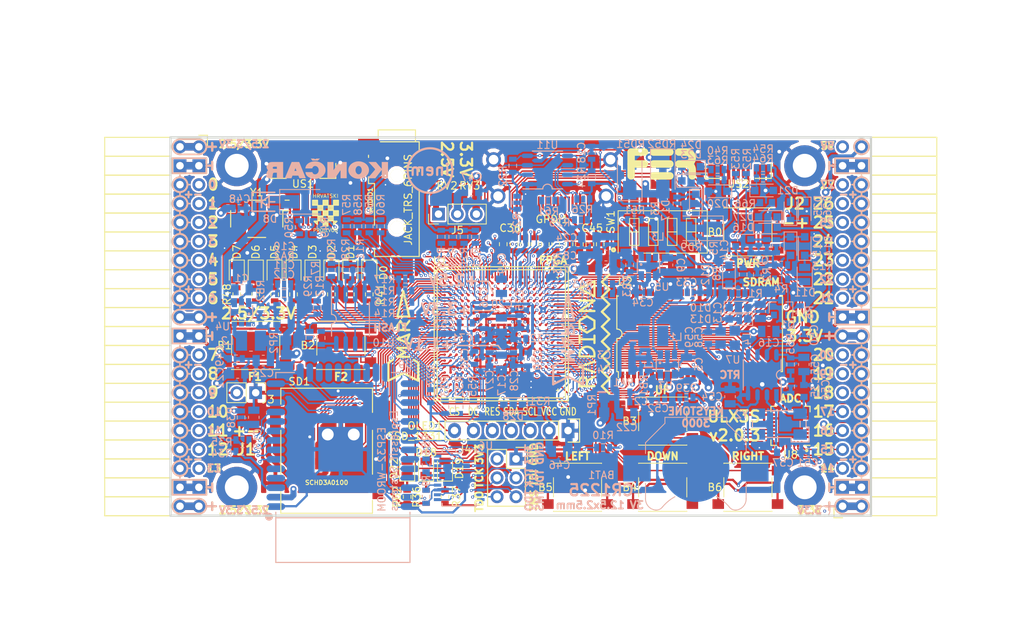
<source format=kicad_pcb>
(kicad_pcb (version 20171130) (host pcbnew 5.0.0-rc3+dfsg1-1)
  (layers (0 F.Cu signal) (1 In1.Cu signal) (2 In2.Cu signal) (31 B.Cu signal) (34 B.Paste user) (35 F.Paste user) (36 B.SilkS user) (37 F.SilkS user) (38 B.Mask user) (39 F.Mask user) (44 Edge.Cuts user))
  (net 0 "")
  (net 1 GND)
  (net 2 +5V)
  (net 3 /gpio/IN5V)
  (net 4 /gpio/OUT5V)
  (net 5 +3V3)
  (net 6 BTN_D)
  (net 7 BTN_F1)
  (net 8 BTN_F2)
  (net 9 BTN_L)
  (net 10 BTN_R)
  (net 11 BTN_U)
  (net 12 /power/FB1)
  (net 13 +2V5)
  (net 14 /power/PWREN)
  (net 15 /power/FB3)
  (net 16 /power/FB2)
  (net 17 /power/VBAT)
  (net 18 JTAG_TDI)
  (net 19 JTAG_TCK)
  (net 20 JTAG_TMS)
  (net 21 JTAG_TDO)
  (net 22 /power/WAKEUPn)
  (net 23 /power/WKUP)
  (net 24 /power/SHUT)
  (net 25 /power/WAKE)
  (net 26 /power/HOLD)
  (net 27 /power/WKn)
  (net 28 /power/OSCI_32k)
  (net 29 /power/OSCO_32k)
  (net 30 SHUTDOWN)
  (net 31 GPDI_SDA)
  (net 32 GPDI_SCL)
  (net 33 /gpdi/VREF2)
  (net 34 SD_CMD)
  (net 35 SD_CLK)
  (net 36 SD_D0)
  (net 37 SD_D1)
  (net 38 USB5V)
  (net 39 GPDI_CEC)
  (net 40 nRESET)
  (net 41 FTDI_nDTR)
  (net 42 SDRAM_CKE)
  (net 43 SDRAM_A7)
  (net 44 SDRAM_D15)
  (net 45 SDRAM_BA1)
  (net 46 SDRAM_D7)
  (net 47 SDRAM_A6)
  (net 48 SDRAM_CLK)
  (net 49 SDRAM_D13)
  (net 50 SDRAM_BA0)
  (net 51 SDRAM_D6)
  (net 52 SDRAM_A5)
  (net 53 SDRAM_D14)
  (net 54 SDRAM_A11)
  (net 55 SDRAM_D12)
  (net 56 SDRAM_D5)
  (net 57 SDRAM_A4)
  (net 58 SDRAM_A10)
  (net 59 SDRAM_D11)
  (net 60 SDRAM_A3)
  (net 61 SDRAM_D4)
  (net 62 SDRAM_D10)
  (net 63 SDRAM_D9)
  (net 64 SDRAM_A9)
  (net 65 SDRAM_D3)
  (net 66 SDRAM_D8)
  (net 67 SDRAM_A8)
  (net 68 SDRAM_A2)
  (net 69 SDRAM_A1)
  (net 70 SDRAM_A0)
  (net 71 SDRAM_D2)
  (net 72 SDRAM_D1)
  (net 73 SDRAM_D0)
  (net 74 SDRAM_DQM0)
  (net 75 SDRAM_nCS)
  (net 76 SDRAM_nRAS)
  (net 77 SDRAM_DQM1)
  (net 78 SDRAM_nCAS)
  (net 79 SDRAM_nWE)
  (net 80 /flash/FLASH_nWP)
  (net 81 /flash/FLASH_nHOLD)
  (net 82 /flash/FLASH_MOSI)
  (net 83 /flash/FLASH_MISO)
  (net 84 /flash/FLASH_SCK)
  (net 85 /flash/FLASH_nCS)
  (net 86 /flash/FPGA_PROGRAMN)
  (net 87 /flash/FPGA_DONE)
  (net 88 /flash/FPGA_INITN)
  (net 89 OLED_RES)
  (net 90 OLED_DC)
  (net 91 OLED_CS)
  (net 92 WIFI_EN)
  (net 93 FTDI_nRTS)
  (net 94 FTDI_TXD)
  (net 95 FTDI_RXD)
  (net 96 WIFI_RXD)
  (net 97 WIFI_GPIO0)
  (net 98 WIFI_TXD)
  (net 99 USB_FTDI_D+)
  (net 100 USB_FTDI_D-)
  (net 101 SD_D3)
  (net 102 AUDIO_L3)
  (net 103 AUDIO_L2)
  (net 104 AUDIO_L1)
  (net 105 AUDIO_L0)
  (net 106 AUDIO_R3)
  (net 107 AUDIO_R2)
  (net 108 AUDIO_R1)
  (net 109 AUDIO_R0)
  (net 110 OLED_CLK)
  (net 111 OLED_MOSI)
  (net 112 LED0)
  (net 113 LED1)
  (net 114 LED2)
  (net 115 LED3)
  (net 116 LED4)
  (net 117 LED5)
  (net 118 LED6)
  (net 119 LED7)
  (net 120 BTN_PWRn)
  (net 121 FTDI_nTXLED)
  (net 122 FTDI_nSLEEP)
  (net 123 /blinkey/LED_PWREN)
  (net 124 /blinkey/LED_TXLED)
  (net 125 /sdcard/SD3V3)
  (net 126 SD_D2)
  (net 127 CLK_25MHz)
  (net 128 /blinkey/BTNPUL)
  (net 129 /blinkey/BTNPUR)
  (net 130 USB_FPGA_D+)
  (net 131 /power/FTDI_nSUSPEND)
  (net 132 /blinkey/ALED0)
  (net 133 /blinkey/ALED1)
  (net 134 /blinkey/ALED2)
  (net 135 /blinkey/ALED3)
  (net 136 /blinkey/ALED4)
  (net 137 /blinkey/ALED5)
  (net 138 /blinkey/ALED6)
  (net 139 /blinkey/ALED7)
  (net 140 /usb/FTD-)
  (net 141 /usb/FTD+)
  (net 142 ADC_MISO)
  (net 143 ADC_MOSI)
  (net 144 ADC_CSn)
  (net 145 ADC_SCLK)
  (net 146 SW3)
  (net 147 SW2)
  (net 148 SW1)
  (net 149 USB_FPGA_D-)
  (net 150 /usb/FPD+)
  (net 151 /usb/FPD-)
  (net 152 WIFI_GPIO16)
  (net 153 /usb/ANT_433MHz)
  (net 154 PROG_DONE)
  (net 155 /power/P3V3)
  (net 156 /power/P2V5)
  (net 157 /power/L1)
  (net 158 /power/L3)
  (net 159 /power/L2)
  (net 160 FTDI_TXDEN)
  (net 161 SDRAM_A12)
  (net 162 /analog/AUDIO_V)
  (net 163 AUDIO_V3)
  (net 164 AUDIO_V2)
  (net 165 AUDIO_V1)
  (net 166 AUDIO_V0)
  (net 167 /blinkey/LED_WIFI)
  (net 168 /power/P1V1)
  (net 169 +1V1)
  (net 170 SW4)
  (net 171 /blinkey/SWPU)
  (net 172 /wifi/WIFIEN)
  (net 173 FT2V5)
  (net 174 GN0)
  (net 175 GP0)
  (net 176 GN1)
  (net 177 GP1)
  (net 178 GN2)
  (net 179 GP2)
  (net 180 GN3)
  (net 181 GP3)
  (net 182 GN4)
  (net 183 GP4)
  (net 184 GN5)
  (net 185 GP5)
  (net 186 GN6)
  (net 187 GP6)
  (net 188 GN14)
  (net 189 GP14)
  (net 190 GN15)
  (net 191 GP15)
  (net 192 GN16)
  (net 193 GP16)
  (net 194 GN17)
  (net 195 GP17)
  (net 196 GN18)
  (net 197 GP18)
  (net 198 GN19)
  (net 199 GP19)
  (net 200 GN20)
  (net 201 GP20)
  (net 202 GN21)
  (net 203 GP21)
  (net 204 GN22)
  (net 205 GP22)
  (net 206 GN23)
  (net 207 GP23)
  (net 208 GN24)
  (net 209 GP24)
  (net 210 GN25)
  (net 211 GP25)
  (net 212 GN26)
  (net 213 GP26)
  (net 214 GN27)
  (net 215 GP27)
  (net 216 GN7)
  (net 217 GP7)
  (net 218 GN8)
  (net 219 GP8)
  (net 220 GN9)
  (net 221 GP9)
  (net 222 GN10)
  (net 223 GP10)
  (net 224 GN11)
  (net 225 GP11)
  (net 226 GN12)
  (net 227 GP12)
  (net 228 GN13)
  (net 229 GP13)
  (net 230 WIFI_GPIO5)
  (net 231 WIFI_GPIO17)
  (net 232 USB_FPGA_PULL_D+)
  (net 233 USB_FPGA_PULL_D-)
  (net 234 "Net-(D23-Pad2)")
  (net 235 "Net-(D24-Pad1)")
  (net 236 "Net-(D25-Pad2)")
  (net 237 "Net-(D26-Pad1)")
  (net 238 /gpdi/GPDI_ETH+)
  (net 239 FPDI_ETH+)
  (net 240 /gpdi/GPDI_ETH-)
  (net 241 FPDI_ETH-)
  (net 242 /gpdi/GPDI_D2-)
  (net 243 FPDI_D2-)
  (net 244 /gpdi/GPDI_D1-)
  (net 245 FPDI_D1-)
  (net 246 /gpdi/GPDI_D0-)
  (net 247 FPDI_D0-)
  (net 248 /gpdi/GPDI_CLK-)
  (net 249 FPDI_CLK-)
  (net 250 /gpdi/GPDI_D2+)
  (net 251 FPDI_D2+)
  (net 252 /gpdi/GPDI_D1+)
  (net 253 FPDI_D1+)
  (net 254 /gpdi/GPDI_D0+)
  (net 255 FPDI_D0+)
  (net 256 /gpdi/GPDI_CLK+)
  (net 257 FPDI_CLK+)
  (net 258 FPDI_SDA)
  (net 259 FPDI_SCL)
  (net 260 /gpdi/FPDI_CEC)
  (net 261 2V5_3V3)
  (net 262 "Net-(AUDIO1-Pad5)")
  (net 263 "Net-(AUDIO1-Pad6)")
  (net 264 "Net-(U1-PadA15)")
  (net 265 "Net-(U1-PadC9)")
  (net 266 "Net-(U1-PadD9)")
  (net 267 "Net-(U1-PadD10)")
  (net 268 "Net-(U1-PadD11)")
  (net 269 "Net-(U1-PadD12)")
  (net 270 "Net-(U1-PadE6)")
  (net 271 "Net-(U1-PadE9)")
  (net 272 "Net-(U1-PadE10)")
  (net 273 "Net-(U1-PadE11)")
  (net 274 "Net-(U1-PadJ4)")
  (net 275 "Net-(U1-PadJ5)")
  (net 276 "Net-(U1-PadK5)")
  (net 277 "Net-(U1-PadL5)")
  (net 278 "Net-(U1-PadM4)")
  (net 279 "Net-(U1-PadM5)")
  (net 280 SD_CD)
  (net 281 SD_WP)
  (net 282 "Net-(U1-PadR3)")
  (net 283 "Net-(U1-PadT16)")
  (net 284 "Net-(U1-PadW4)")
  (net 285 "Net-(U1-PadW5)")
  (net 286 "Net-(U1-PadW8)")
  (net 287 "Net-(U1-PadW9)")
  (net 288 "Net-(U1-PadW13)")
  (net 289 "Net-(U1-PadW14)")
  (net 290 "Net-(U1-PadW17)")
  (net 291 "Net-(U1-PadW18)")
  (net 292 FTDI_nRXLED)
  (net 293 "Net-(U8-Pad12)")
  (net 294 "Net-(U8-Pad25)")
  (net 295 "Net-(U9-Pad32)")
  (net 296 "Net-(U9-Pad22)")
  (net 297 "Net-(U9-Pad21)")
  (net 298 "Net-(U9-Pad20)")
  (net 299 "Net-(U9-Pad19)")
  (net 300 "Net-(U9-Pad18)")
  (net 301 "Net-(U9-Pad17)")
  (net 302 "Net-(U9-Pad12)")
  (net 303 "Net-(U9-Pad5)")
  (net 304 "Net-(U9-Pad4)")
  (net 305 "Net-(US1-Pad4)")
  (net 306 "Net-(Y2-Pad3)")
  (net 307 "Net-(Y2-Pad2)")
  (net 308 "Net-(U1-PadK16)")
  (net 309 "Net-(U1-PadK17)")
  (net 310 /usb/US2VBUS)
  (net 311 /power/SHD)
  (net 312 /power/RTCVDD)
  (net 313 "Net-(D27-Pad2)")
  (net 314 US2_ID)
  (net 315 /analog/AUDIO_L)
  (net 316 /analog/AUDIO_R)
  (net 317 /analog/ADC3V3)
  (net 318 PWRBTn)
  (module conn-fci:CONN-10029449-111RLF (layer F.Cu) (at 145.296 69.312 180)
    (fp_text reference GPDI1 (at 0 -3.1115 180) (layer F.SilkS))
    (fp_text value GPDI-D)
    (pad 19 smd rect (at -4.25 -1 180) (size 0.3 1.9) (layers F.Cu F.Paste F.Mask) (net 240 /gpdi/GPDI_ETH-))
    (pad 18 smd rect (at -3.75 -1 180) (size 0.3 1.9) (layers F.Cu F.Paste F.Mask) (net 2 +5V))
    (pad 17 smd rect (at -3.25 -1 180) (size 0.3 1.9) (layers F.Cu F.Paste F.Mask) (net 1 GND))
    (pad 16 smd rect (at -2.75 -1 180) (size 0.3 1.9) (layers F.Cu F.Paste F.Mask) (net 31 GPDI_SDA))
    (pad 15 smd rect (at -2.25 -1 180) (size 0.3 1.9) (layers F.Cu F.Paste F.Mask) (net 32 GPDI_SCL))
    (pad 14 smd rect (at -1.75 -1 180) (size 0.3 1.9) (layers F.Cu F.Paste F.Mask) (net 238 /gpdi/GPDI_ETH+))
    (pad 13 smd rect (at -1.25 -1 180) (size 0.3 1.9) (layers F.Cu F.Paste F.Mask) (net 39 GPDI_CEC))
    (pad 12 smd rect (at -0.75 -1 180) (size 0.3 1.9) (layers F.Cu F.Paste F.Mask) (net 248 /gpdi/GPDI_CLK-))
    (pad 11 smd rect (at -0.25 -1 180) (size 0.3 1.9) (layers F.Cu F.Paste F.Mask) (net 1 GND))
    (pad 10 smd rect (at 0.25 -1 180) (size 0.3 1.9) (layers F.Cu F.Paste F.Mask) (net 256 /gpdi/GPDI_CLK+))
    (pad 9 smd rect (at 0.75 -1 180) (size 0.3 1.9) (layers F.Cu F.Paste F.Mask) (net 246 /gpdi/GPDI_D0-))
    (pad 8 smd rect (at 1.25 -1 180) (size 0.3 1.9) (layers F.Cu F.Paste F.Mask) (net 1 GND))
    (pad 7 smd rect (at 1.75 -1 180) (size 0.3 1.9) (layers F.Cu F.Paste F.Mask) (net 254 /gpdi/GPDI_D0+))
    (pad 6 smd rect (at 2.25 -1 180) (size 0.3 1.9) (layers F.Cu F.Paste F.Mask) (net 244 /gpdi/GPDI_D1-))
    (pad 5 smd rect (at 2.75 -1 180) (size 0.3 1.9) (layers F.Cu F.Paste F.Mask) (net 1 GND))
    (pad 4 smd rect (at 3.25 -1 180) (size 0.3 1.9) (layers F.Cu F.Paste F.Mask) (net 252 /gpdi/GPDI_D1+))
    (pad 3 smd rect (at 3.75 -1 180) (size 0.3 1.9) (layers F.Cu F.Paste F.Mask) (net 242 /gpdi/GPDI_D2-))
    (pad 2 smd rect (at 4.25 -1 180) (size 0.3 1.9) (layers F.Cu F.Paste F.Mask) (net 1 GND))
    (pad 1 smd rect (at 4.75 -1 180) (size 0.3 1.9) (layers F.Cu F.Paste F.Mask) (net 250 /gpdi/GPDI_D2+))
    (pad 0 thru_hole circle (at -7.25 0 180) (size 2 2) (drill 1.3) (layers *.Cu *.Mask F.Paste) (net 1 GND))
    (pad 0 thru_hole circle (at 7.25 0 180) (size 2 2) (drill 1.3) (layers *.Cu *.Mask F.Paste) (net 1 GND))
    (pad 0 thru_hole circle (at -7.85 4.9 180) (size 2 2) (drill 1.3) (layers *.Cu *.Mask F.Paste) (net 1 GND))
    (pad 0 thru_hole circle (at 7.85 4.9 180) (size 2 2) (drill 1.3) (layers *.Cu *.Mask F.Paste) (net 1 GND))
  )
  (module ESP32:ESP32-WROOM (layer B.Cu) (at 117.23 105.75 180)
    (fp_text reference U9 (at -8.366 13.85 180) (layer B.SilkS) (effects (justify mirror)))
    (fp_text value ESP-WROOM32)
    (fp_text user "Espressif Systems" (at -6.858 0.889 90) (layer B.SilkS) (effects (justify mirror)))
    (fp_text user ESP32-WROOM (at -5.207 -0.254 90) (layer B.SilkS) (effects (justify mirror)))
    (pad 38 smd oval (at -9 -5.25 180) (size 2.5 0.9) (layers B.Cu B.Mask) (net 1 GND))
    (pad 37 smd oval (at -9 -3.98 180) (size 2.5 0.9) (layers B.Cu B.Mask) (net 18 JTAG_TDI))
    (pad 36 smd oval (at -9 -2.71 180) (size 2.5 0.9) (layers B.Cu B.Mask) (net 154 PROG_DONE))
    (pad 35 smd oval (at -9 -1.44 180) (size 2.5 0.9) (layers B.Cu B.Mask) (net 98 WIFI_TXD))
    (pad 34 smd oval (at -9 -0.17 180) (size 2.5 0.9) (layers B.Cu B.Mask) (net 96 WIFI_RXD))
    (pad 33 smd oval (at -9 1.1 180) (size 2.5 0.9) (layers B.Cu B.Mask) (net 20 JTAG_TMS))
    (pad 32 smd oval (at -9 2.37 180) (size 2.5 0.9) (layers B.Cu B.Mask) (net 295 "Net-(U9-Pad32)"))
    (pad 31 smd oval (at -9 3.64 180) (size 2.5 0.9) (layers B.Cu B.Mask) (net 21 JTAG_TDO))
    (pad 30 smd oval (at -9 4.91 180) (size 2.5 0.9) (layers B.Cu B.Mask) (net 19 JTAG_TCK))
    (pad 29 smd oval (at -9 6.18 180) (size 2.5 0.9) (layers B.Cu B.Mask) (net 230 WIFI_GPIO5))
    (pad 28 smd oval (at -9 7.45 180) (size 2.5 0.9) (layers B.Cu B.Mask) (net 231 WIFI_GPIO17))
    (pad 27 smd oval (at -9 8.72 180) (size 2.5 0.9) (layers B.Cu B.Mask) (net 152 WIFI_GPIO16))
    (pad 26 smd oval (at -9 9.99 180) (size 2.5 0.9) (layers B.Cu B.Mask) (net 37 SD_D1))
    (pad 25 smd oval (at -9 11.26 180) (size 2.5 0.9) (layers B.Cu B.Mask) (net 97 WIFI_GPIO0))
    (pad 24 smd oval (at -5.715 12.75 180) (size 0.9 2.5) (layers B.Cu B.Mask) (net 36 SD_D0))
    (pad 23 smd oval (at -4.445 12.75 180) (size 0.9 2.5) (layers B.Cu B.Mask) (net 34 SD_CMD))
    (pad 22 smd oval (at -3.175 12.75 180) (size 0.9 2.5) (layers B.Cu B.Mask) (net 296 "Net-(U9-Pad22)"))
    (pad 21 smd oval (at -1.905 12.75 180) (size 0.9 2.5) (layers B.Cu B.Mask) (net 297 "Net-(U9-Pad21)"))
    (pad 20 smd oval (at -0.635 12.75 180) (size 0.9 2.5) (layers B.Cu B.Mask) (net 298 "Net-(U9-Pad20)"))
    (pad 19 smd oval (at 0.635 12.75 180) (size 0.9 2.5) (layers B.Cu B.Mask) (net 299 "Net-(U9-Pad19)"))
    (pad 18 smd oval (at 1.905 12.75 180) (size 0.9 2.5) (layers B.Cu B.Mask) (net 300 "Net-(U9-Pad18)"))
    (pad 17 smd oval (at 3.175 12.75 180) (size 0.9 2.5) (layers B.Cu B.Mask) (net 301 "Net-(U9-Pad17)"))
    (pad 16 smd oval (at 4.445 12.75 180) (size 0.9 2.5) (layers B.Cu B.Mask) (net 101 SD_D3))
    (pad 15 smd oval (at 5.715 12.75 180) (size 0.9 2.5) (layers B.Cu B.Mask) (net 1 GND))
    (pad 14 smd oval (at 9 11.26 180) (size 2.5 0.9) (layers B.Cu B.Mask) (net 126 SD_D2))
    (pad 13 smd oval (at 9 9.99 180) (size 2.5 0.9) (layers B.Cu B.Mask) (net 35 SD_CLK))
    (pad 12 smd oval (at 9 8.72 180) (size 2.5 0.9) (layers B.Cu B.Mask) (net 302 "Net-(U9-Pad12)"))
    (pad 11 smd oval (at 9 7.45 180) (size 2.5 0.9) (layers B.Cu B.Mask) (net 224 GN11))
    (pad 10 smd oval (at 9 6.18 180) (size 2.5 0.9) (layers B.Cu B.Mask) (net 225 GP11))
    (pad 9 smd oval (at 9 4.91 180) (size 2.5 0.9) (layers B.Cu B.Mask) (net 226 GN12))
    (pad 8 smd oval (at 9 3.64 180) (size 2.5 0.9) (layers B.Cu B.Mask) (net 227 GP12))
    (pad 7 smd oval (at 9 2.37 180) (size 2.5 0.9) (layers B.Cu B.Mask) (net 228 GN13))
    (pad 6 smd oval (at 9 1.1 180) (size 2.5 0.9) (layers B.Cu B.Mask) (net 229 GP13))
    (pad 5 smd oval (at 9 -0.17 180) (size 2.5 0.9) (layers B.Cu B.Mask) (net 303 "Net-(U9-Pad5)"))
    (pad 4 smd oval (at 9 -1.44 180) (size 2.5 0.9) (layers B.Cu B.Mask) (net 304 "Net-(U9-Pad4)"))
    (pad 3 smd oval (at 9 -2.71 180) (size 2.5 0.9) (layers B.Cu B.Mask) (net 172 /wifi/WIFIEN))
    (pad 2 smd oval (at 9 -3.98 180) (size 2.5 0.9) (layers B.Cu B.Mask) (net 5 +3V3))
    (pad 1 smd oval (at 9 -5.25 180) (size 2.5 0.9) (layers B.Cu B.Mask) (net 1 GND))
    (pad 39 smd rect (at 0.3 2.45 180) (size 6 6) (layers B.Cu B.Mask) (net 1 GND))
  )
  (module Capacitor_SMD:C_0603_1608Metric (layer B.Cu) (at 102.863 91.156)
    (fp_text reference C49 (at -2.159 -0.399 90) (layer B.SilkS) (effects (justify mirror)))
    (fp_text value 22nF)
    (pad 2 smd rect (at 0.875 0) (size 0.67 1) (layers B.Cu B.Paste B.Mask) (net 1 GND))
    (pad 1 smd rect (at -0.875 0) (size 0.67 1) (layers B.Cu B.Paste B.Mask) (net 261 2V5_3V3))
  )
  (module jumper:R_0805_2012Metric_Pad1.29x1.40mm_HandSolder_Jumper_NC (layer B.Cu) (at 149.472 78.311 270)
    (fp_text reference RP3 (at 0 3.414 270) (layer B.SilkS) (effects (justify mirror)))
    (fp_text value 0)
    (fp_line (start -1 0) (end 1 0) (layer B.Cu) (width 1))
    (pad 2 smd rect (at 0.9675 0 270) (size 1.295 1.4) (layers B.Cu B.Mask) (net 5 +3V3))
    (pad 1 smd rect (at -0.9675 0 270) (size 1.295 1.4) (layers B.Cu B.Mask) (net 155 /power/P3V3))
  )
  (module jumper:R_0805_2012Metric_Pad1.29x1.40mm_HandSolder_Jumper_NC (layer B.Cu) (at 109.609 89.632 270)
    (fp_text reference RP2 (at -0.635 1.651 270) (layer B.SilkS) (effects (justify mirror)))
    (fp_text value 0)
    (fp_line (start -1 0) (end 1 0) (layer B.Cu) (width 1))
    (pad 2 smd rect (at 0.9675 0 270) (size 1.295 1.4) (layers B.Cu B.Mask) (net 13 +2V5))
    (pad 1 smd rect (at -0.9675 0 270) (size 1.295 1.4) (layers B.Cu B.Mask) (net 156 /power/P2V5))
  )
  (module jumper:R_0805_2012Metric_Pad1.29x1.40mm_HandSolder_Jumper_NC (layer B.Cu) (at 152.281 97.361 270)
    (fp_text reference RP1 (at 0 1.65 270) (layer B.SilkS) (effects (justify mirror)))
    (fp_text value 0)
    (fp_line (start -1 0) (end 1 0) (layer B.Cu) (width 1))
    (pad 2 smd rect (at 0.9675 0 270) (size 1.295 1.4) (layers B.Cu B.Mask) (net 169 +1V1))
    (pad 1 smd rect (at -0.9675 0 270) (size 1.295 1.4) (layers B.Cu B.Mask) (net 168 /power/P1V1))
  )
  (module jumper:D_SMA_Jumper_NC (layer B.Cu) (at 164.854 73.63 180)
    (fp_text reference RD9 (at 0.889 -2.54 180) (layer B.SilkS) (effects (justify mirror)))
    (fp_text value 0)
    (fp_line (start -2 0) (end 2 0) (layer B.Cu) (width 1))
    (pad 2 smd rect (at 2 0 180) (size 2.5 1.8) (layers B.Cu B.Mask) (net 2 +5V))
    (pad 1 smd rect (at -2 0 180) (size 2.5 1.8) (layers B.Cu B.Mask) (net 310 /usb/US2VBUS))
  )
  (module jumper:D_SMA_Jumper_NC (layer B.Cu) (at 160.155 66.391 270)
    (fp_text reference RD52 (at -4.064 0.127) (layer B.SilkS) (effects (justify mirror)))
    (fp_text value 0)
    (fp_line (start -2 0) (end 2 0) (layer B.Cu) (width 1))
    (pad 2 smd rect (at 2 0 270) (size 2.5 1.8) (layers B.Cu B.Mask) (net 2 +5V))
    (pad 1 smd rect (at -2 0 270) (size 2.5 1.8) (layers B.Cu B.Mask) (net 4 /gpio/OUT5V))
  )
  (module jumper:D_SMA_Jumper_NC (layer B.Cu) (at 155.71 66.518 90)
    (fp_text reference RD51 (at 4.191 0.127 180) (layer B.SilkS) (effects (justify mirror)))
    (fp_text value 0)
    (fp_line (start -2 0) (end 2 0) (layer B.Cu) (width 1))
    (pad 2 smd rect (at 2 0 90) (size 2.5 1.8) (layers B.Cu B.Mask) (net 3 /gpio/IN5V))
    (pad 1 smd rect (at -2 0 90) (size 2.5 1.8) (layers B.Cu B.Mask) (net 2 +5V))
  )
  (module dipswitch:SW_DIP_x4_W8.61mm_Slide_LowProfile (layer F.Cu) (at 160.14 74.12 90)
    (fp_text reference SW1 (at 1.379 -6.97 90) (layer F.SilkS))
    (fp_text value SW_DIP_x04)
    (pad 8 smd rect (at 4.305 -3.81 90) (size 2.44 1.12) (layers F.Cu F.Paste F.Mask) (net 148 SW1))
    (pad 4 smd rect (at -4.305 3.81 90) (size 2.44 1.12) (layers F.Cu F.Paste F.Mask) (net 171 /blinkey/SWPU))
    (pad 7 smd rect (at 4.305 -1.27 90) (size 2.44 1.12) (layers F.Cu F.Paste F.Mask) (net 147 SW2))
    (pad 3 smd rect (at -4.305 1.27 90) (size 2.44 1.12) (layers F.Cu F.Paste F.Mask) (net 171 /blinkey/SWPU))
    (pad 6 smd rect (at 4.305 1.27 90) (size 2.44 1.12) (layers F.Cu F.Paste F.Mask) (net 146 SW3))
    (pad 2 smd rect (at -4.305 -1.27 90) (size 2.44 1.12) (layers F.Cu F.Paste F.Mask) (net 171 /blinkey/SWPU))
    (pad 5 smd rect (at 4.305 3.81 90) (size 2.44 1.12) (layers F.Cu F.Paste F.Mask) (net 170 SW4))
    (pad 1 smd rect (at -4.305 -3.81 90) (size 2.44 1.12) (layers F.Cu F.Paste F.Mask) (net 171 /blinkey/SWPU))
  )
  (module Keystone_3000_1x12mm-CoinCell:Keystone_3000_1x12mm-CoinCell (layer B.Cu) (at 164.585 105.87 90)
    (fp_text reference BAT1 (at -0.907 -12.685 180) (layer B.SilkS) (effects (justify mirror)))
    (fp_text value CR1225)
    (pad 1 smd rect (at 0 7.9 180) (size 3.7 3.5) (layers B.Cu B.Paste B.Mask) (net 17 /power/VBAT) (clearance 0.7))
    (pad 1 smd rect (at 0 -7.9 180) (size 3.7 3.5) (layers B.Cu B.Paste B.Mask) (net 17 /power/VBAT) (clearance 0.7))
    (pad 2 smd circle (at 0 0 180) (size 9 9) (layers B.Cu B.Mask) (net 1 GND))
  )
  (module SM8:SM8 (layer B.Cu) (at 144.68 65.8015 90)
    (fp_text reference U11 (at 3.3475 -0.019 -180) (layer B.SilkS) (effects (justify mirror)))
    (fp_text value PCA9306D)
    (pad 1 smd rect (at -1.905 -2.7) (size 1.55 0.6) (layers B.Cu B.Paste B.Mask) (net 1 GND))
    (pad 2 smd oval (at -0.635 -2.7) (size 1.55 0.6) (layers B.Cu B.Paste B.Mask) (net 13 +2V5))
    (pad 3 smd oval (at 0.635 -2.7) (size 1.55 0.6) (layers B.Cu B.Paste B.Mask) (net 259 FPDI_SCL))
    (pad 4 smd oval (at 1.905 -2.7) (size 1.55 0.6) (layers B.Cu B.Paste B.Mask) (net 258 FPDI_SDA))
    (pad 5 smd oval (at 1.905 2.7) (size 1.55 0.6) (layers B.Cu B.Paste B.Mask) (net 31 GPDI_SDA))
    (pad 6 smd oval (at 0.635 2.7) (size 1.55 0.6) (layers B.Cu B.Paste B.Mask) (net 32 GPDI_SCL))
    (pad 7 smd oval (at -0.635 2.7) (size 1.55 0.6) (layers B.Cu B.Paste B.Mask) (net 33 /gpdi/VREF2))
    (pad 8 smd oval (at -1.905 2.7) (size 1.55 0.6) (layers B.Cu B.Paste B.Mask) (net 5 +3V3))
  )
  (module TSOP54:TSOP54 (layer F.Cu) (at 165.093 87.8 90)
    (fp_text reference U2 (at 6.98 -9.993 180) (layer F.SilkS))
    (fp_text value MT48LC16M16A2TG)
    (pad 28 smd rect (at 5.53 10.4 90) (size 0.9 0.56) (layers F.Cu F.Paste F.Mask) (net 1 GND))
    (pad 1 smd rect (at -5.53 -10.4 90) (size 0.9 0.56) (layers F.Cu F.Paste F.Mask) (net 5 +3V3))
    (pad 2 smd rect (at -5.53 -9.6 90) (size 0.9 0.56) (layers F.Cu F.Paste F.Mask) (net 73 SDRAM_D0))
    (pad 3 smd rect (at -5.53 -8.8 90) (size 0.9 0.56) (layers F.Cu F.Paste F.Mask) (net 5 +3V3))
    (pad 4 smd rect (at -5.53 -8 90) (size 0.9 0.56) (layers F.Cu F.Paste F.Mask) (net 72 SDRAM_D1))
    (pad 5 smd rect (at -5.53 -7.2 90) (size 0.9 0.56) (layers F.Cu F.Paste F.Mask) (net 71 SDRAM_D2))
    (pad 6 smd rect (at -5.53 -6.4 90) (size 0.9 0.56) (layers F.Cu F.Paste F.Mask) (net 1 GND))
    (pad 7 smd rect (at -5.53 -5.6 90) (size 0.9 0.56) (layers F.Cu F.Paste F.Mask) (net 65 SDRAM_D3))
    (pad 8 smd rect (at -5.53 -4.8 90) (size 0.9 0.56) (layers F.Cu F.Paste F.Mask) (net 61 SDRAM_D4))
    (pad 9 smd rect (at -5.53 -4 90) (size 0.9 0.56) (layers F.Cu F.Paste F.Mask) (net 5 +3V3))
    (pad 10 smd rect (at -5.53 -3.2 90) (size 0.9 0.56) (layers F.Cu F.Paste F.Mask) (net 56 SDRAM_D5))
    (pad 11 smd rect (at -5.53 -2.4 90) (size 0.9 0.56) (layers F.Cu F.Paste F.Mask) (net 51 SDRAM_D6))
    (pad 12 smd rect (at -5.53 -1.6 90) (size 0.9 0.56) (layers F.Cu F.Paste F.Mask) (net 1 GND))
    (pad 13 smd rect (at -5.53 -0.8 90) (size 0.9 0.56) (layers F.Cu F.Paste F.Mask) (net 46 SDRAM_D7))
    (pad 14 smd rect (at -5.53 0 90) (size 0.9 0.56) (layers F.Cu F.Paste F.Mask) (net 5 +3V3))
    (pad 15 smd rect (at -5.53 0.8 90) (size 0.9 0.56) (layers F.Cu F.Paste F.Mask) (net 74 SDRAM_DQM0))
    (pad 16 smd rect (at -5.53 1.6 90) (size 0.9 0.56) (layers F.Cu F.Paste F.Mask) (net 79 SDRAM_nWE))
    (pad 17 smd rect (at -5.53 2.4 90) (size 0.9 0.56) (layers F.Cu F.Paste F.Mask) (net 78 SDRAM_nCAS))
    (pad 18 smd rect (at -5.53 3.2 90) (size 0.9 0.56) (layers F.Cu F.Paste F.Mask) (net 76 SDRAM_nRAS))
    (pad 19 smd rect (at -5.53 4 90) (size 0.9 0.56) (layers F.Cu F.Paste F.Mask) (net 75 SDRAM_nCS))
    (pad 20 smd rect (at -5.53 4.8 90) (size 0.9 0.56) (layers F.Cu F.Paste F.Mask) (net 50 SDRAM_BA0))
    (pad 21 smd rect (at -5.53 5.6 90) (size 0.9 0.56) (layers F.Cu F.Paste F.Mask) (net 45 SDRAM_BA1))
    (pad 22 smd rect (at -5.53 6.4 90) (size 0.9 0.56) (layers F.Cu F.Paste F.Mask) (net 58 SDRAM_A10))
    (pad 23 smd rect (at -5.53 7.2 90) (size 0.9 0.56) (layers F.Cu F.Paste F.Mask) (net 70 SDRAM_A0))
    (pad 24 smd rect (at -5.53 8 90) (size 0.9 0.56) (layers F.Cu F.Paste F.Mask) (net 69 SDRAM_A1))
    (pad 25 smd rect (at -5.53 8.8 90) (size 0.9 0.56) (layers F.Cu F.Paste F.Mask) (net 68 SDRAM_A2))
    (pad 26 smd rect (at -5.53 9.6 90) (size 0.9 0.56) (layers F.Cu F.Paste F.Mask) (net 60 SDRAM_A3))
    (pad 27 smd rect (at -5.53 10.4 90) (size 0.9 0.56) (layers F.Cu F.Paste F.Mask) (net 5 +3V3))
    (pad 29 smd rect (at 5.53 9.6 90) (size 0.9 0.56) (layers F.Cu F.Paste F.Mask) (net 57 SDRAM_A4))
    (pad 30 smd rect (at 5.53 8.8 90) (size 0.9 0.56) (layers F.Cu F.Paste F.Mask) (net 52 SDRAM_A5))
    (pad 31 smd rect (at 5.53 8 90) (size 0.9 0.56) (layers F.Cu F.Paste F.Mask) (net 47 SDRAM_A6))
    (pad 32 smd rect (at 5.53 7.2 90) (size 0.9 0.56) (layers F.Cu F.Paste F.Mask) (net 43 SDRAM_A7))
    (pad 33 smd rect (at 5.53 6.4 90) (size 0.9 0.56) (layers F.Cu F.Paste F.Mask) (net 67 SDRAM_A8))
    (pad 34 smd rect (at 5.53 5.6 90) (size 0.9 0.56) (layers F.Cu F.Paste F.Mask) (net 64 SDRAM_A9))
    (pad 35 smd rect (at 5.53 4.8 90) (size 0.9 0.56) (layers F.Cu F.Paste F.Mask) (net 54 SDRAM_A11))
    (pad 36 smd rect (at 5.53 4 90) (size 0.9 0.56) (layers F.Cu F.Paste F.Mask) (net 161 SDRAM_A12))
    (pad 37 smd rect (at 5.53 3.2 90) (size 0.9 0.56) (layers F.Cu F.Paste F.Mask) (net 42 SDRAM_CKE))
    (pad 38 smd rect (at 5.53 2.4 90) (size 0.9 0.56) (layers F.Cu F.Paste F.Mask) (net 48 SDRAM_CLK))
    (pad 39 smd rect (at 5.53 1.6 90) (size 0.9 0.56) (layers F.Cu F.Paste F.Mask) (net 77 SDRAM_DQM1))
    (pad 40 smd rect (at 5.53 0.8 90) (size 0.9 0.56) (layers F.Cu F.Paste F.Mask))
    (pad 41 smd rect (at 5.53 0 90) (size 0.9 0.56) (layers F.Cu F.Paste F.Mask) (net 1 GND))
    (pad 42 smd rect (at 5.53 -0.8 90) (size 0.9 0.56) (layers F.Cu F.Paste F.Mask) (net 66 SDRAM_D8))
    (pad 43 smd rect (at 5.53 -1.6 90) (size 0.9 0.56) (layers F.Cu F.Paste F.Mask) (net 5 +3V3))
    (pad 44 smd rect (at 5.53 -2.4 90) (size 0.9 0.56) (layers F.Cu F.Paste F.Mask) (net 63 SDRAM_D9))
    (pad 45 smd rect (at 5.53 -3.2 90) (size 0.9 0.56) (layers F.Cu F.Paste F.Mask) (net 62 SDRAM_D10))
    (pad 46 smd rect (at 5.53 -4 90) (size 0.9 0.56) (layers F.Cu F.Paste F.Mask) (net 1 GND))
    (pad 47 smd rect (at 5.53 -4.8 90) (size 0.9 0.56) (layers F.Cu F.Paste F.Mask) (net 59 SDRAM_D11))
    (pad 48 smd rect (at 5.53 -5.6 90) (size 0.9 0.56) (layers F.Cu F.Paste F.Mask) (net 55 SDRAM_D12))
    (pad 49 smd rect (at 5.53 -6.4 90) (size 0.9 0.56) (layers F.Cu F.Paste F.Mask) (net 5 +3V3))
    (pad 50 smd rect (at 5.53 -7.2 90) (size 0.9 0.56) (layers F.Cu F.Paste F.Mask) (net 49 SDRAM_D13))
    (pad 51 smd rect (at 5.53 -8 90) (size 0.9 0.56) (layers F.Cu F.Paste F.Mask) (net 53 SDRAM_D14))
    (pad 52 smd rect (at 5.53 -8.8 90) (size 0.9 0.56) (layers F.Cu F.Paste F.Mask) (net 1 GND))
    (pad 53 smd rect (at 5.53 -9.6 90) (size 0.9 0.56) (layers F.Cu F.Paste F.Mask) (net 44 SDRAM_D15))
    (pad 54 smd rect (at 5.53 -10.4 90) (size 0.9 0.56) (layers F.Cu F.Paste F.Mask) (net 1 GND))
  )
  (module SOA008-150mil:SOA008-150-208mil (layer B.Cu) (at 118.245 85.822 270)
    (fp_text reference U10 (at 3.175 -4.445) (layer B.SilkS) (effects (justify mirror)))
    (fp_text value IS25LP128F-JBLE)
    (pad 1 smd rect (at -3.302 1.905 270) (size 2.1 0.6) (layers B.Cu B.Paste B.Mask) (net 85 /flash/FLASH_nCS))
    (pad 2 smd oval (at -3.302 0.635 270) (size 2.1 0.6) (layers B.Cu B.Paste B.Mask) (net 83 /flash/FLASH_MISO))
    (pad 3 smd oval (at -3.302 -0.635 270) (size 2.1 0.6) (layers B.Cu B.Paste B.Mask) (net 80 /flash/FLASH_nWP))
    (pad 4 smd oval (at -3.302 -1.905 270) (size 2.1 0.6) (layers B.Cu B.Paste B.Mask) (net 1 GND))
    (pad 5 smd oval (at 3.302 -1.905 270) (size 2.1 0.6) (layers B.Cu B.Paste B.Mask) (net 82 /flash/FLASH_MOSI))
    (pad 6 smd oval (at 3.302 -0.635 270) (size 2.1 0.6) (layers B.Cu B.Paste B.Mask) (net 84 /flash/FLASH_SCK))
    (pad 7 smd oval (at 3.302 0.635 270) (size 2.1 0.6) (layers B.Cu B.Paste B.Mask) (net 81 /flash/FLASH_nHOLD))
    (pad 8 smd oval (at 3.302 1.905 270) (size 2.1 0.6) (layers B.Cu B.Paste B.Mask) (net 5 +3V3))
  )
  (module SOT96-1:SOT96-1 (layer B.Cu) (at 173.49 93.315 90)
    (fp_text reference U7 (at 2.032 -3.937 180) (layer B.SilkS) (effects (justify mirror)))
    (fp_text value MCP7940NT)
    (pad 1 smd rect (at -2.7 1.905 90) (size 1.55 0.6) (layers B.Cu B.Paste B.Mask) (net 28 /power/OSCI_32k))
    (pad 2 smd oval (at -2.7 0.635 90) (size 1.55 0.6) (layers B.Cu B.Paste B.Mask) (net 29 /power/OSCO_32k))
    (pad 3 smd oval (at -2.7 -0.635 90) (size 1.55 0.6) (layers B.Cu B.Paste B.Mask) (net 17 /power/VBAT))
    (pad 4 smd oval (at -2.7 -1.905 90) (size 1.55 0.6) (layers B.Cu B.Paste B.Mask) (net 1 GND))
    (pad 5 smd oval (at 2.7 -1.905 90) (size 1.55 0.6) (layers B.Cu B.Paste B.Mask) (net 258 FPDI_SDA))
    (pad 6 smd oval (at 2.7 -0.635 90) (size 1.55 0.6) (layers B.Cu B.Paste B.Mask) (net 259 FPDI_SCL))
    (pad 7 smd oval (at 2.7 0.635 90) (size 1.55 0.6) (layers B.Cu B.Paste B.Mask) (net 22 /power/WAKEUPn))
    (pad 8 smd oval (at 2.7 1.905 90) (size 1.55 0.6) (layers B.Cu B.Paste B.Mask) (net 312 /power/RTCVDD))
  )
  (module ft231x:FT231X-SSOP-20_4.4x6.5mm_Pitch0.65mm (layer B.Cu) (at 132.835 107.14 180)
    (fp_text reference U6 (at -3.556 4.318 180) (layer B.SilkS) (effects (justify mirror)))
    (fp_text value FT231XS)
    (pad 20 smd rect (at 2.9 2.925 180) (size 1 0.4) (layers B.Cu B.Paste B.Mask) (net 94 FTDI_TXD))
    (pad 19 smd rect (at 2.9 2.275 180) (size 1 0.4) (layers B.Cu B.Paste B.Mask) (net 122 FTDI_nSLEEP))
    (pad 18 smd rect (at 2.9 1.625 180) (size 1 0.4) (layers B.Cu B.Paste B.Mask) (net 160 FTDI_TXDEN))
    (pad 17 smd rect (at 2.9 0.975 180) (size 1 0.4) (layers B.Cu B.Paste B.Mask) (net 292 FTDI_nRXLED))
    (pad 16 smd rect (at 2.9 0.325 180) (size 1 0.4) (layers B.Cu B.Paste B.Mask) (net 1 GND))
    (pad 15 smd rect (at 2.9 -0.325 180) (size 1 0.4) (layers B.Cu B.Paste B.Mask) (net 38 USB5V))
    (pad 14 smd rect (at 2.9 -0.975 180) (size 1 0.4) (layers B.Cu B.Paste B.Mask) (net 40 nRESET))
    (pad 13 smd rect (at 2.9 -1.625 180) (size 1 0.4) (layers B.Cu B.Paste B.Mask) (net 173 FT2V5))
    (pad 12 smd rect (at 2.9 -2.275 180) (size 1 0.4) (layers B.Cu B.Paste B.Mask) (net 100 USB_FTDI_D-))
    (pad 11 smd rect (at 2.9 -2.925 180) (size 1 0.4) (layers B.Cu B.Paste B.Mask) (net 99 USB_FTDI_D+))
    (pad 10 smd rect (at -2.9 -2.925 180) (size 1 0.4) (layers B.Cu B.Paste B.Mask) (net 121 FTDI_nTXLED))
    (pad 9 smd rect (at -2.9 -2.275 180) (size 1 0.4) (layers B.Cu B.Paste B.Mask) (net 21 JTAG_TDO))
    (pad 8 smd rect (at -2.9 -1.625 180) (size 1 0.4) (layers B.Cu B.Paste B.Mask) (net 20 JTAG_TMS))
    (pad 7 smd rect (at -2.9 -0.975 180) (size 1 0.4) (layers B.Cu B.Paste B.Mask) (net 19 JTAG_TCK))
    (pad 6 smd rect (at -2.9 -0.325 180) (size 1 0.4) (layers B.Cu B.Paste B.Mask) (net 1 GND))
    (pad 5 smd rect (at -2.9 0.325 180) (size 1 0.4) (layers B.Cu B.Paste B.Mask) (net 18 JTAG_TDI))
    (pad 4 smd rect (at -2.9 0.975 180) (size 1 0.4) (layers B.Cu B.Paste B.Mask) (net 95 FTDI_RXD))
    (pad 3 smd rect (at -2.9 1.625 180) (size 1 0.4) (layers B.Cu B.Paste B.Mask) (net 173 FT2V5))
    (pad 2 smd rect (at -2.9 2.275 180) (size 1 0.4) (layers B.Cu B.Paste B.Mask) (net 93 FTDI_nRTS))
    (pad 1 smd rect (at -2.9 2.925 180) (size 1 0.4) (layers B.Cu B.Paste B.Mask) (net 41 FTDI_nDTR))
  )
  (module TSOT-25:TSOT-25 (layer B.Cu) (at 158.235 78.692)
    (fp_text reference U5 (at 1.793 2.812) (layer B.SilkS) (effects (justify mirror)))
    (fp_text value TLV62569DBV)
    (pad 1 smd rect (at -0.95 -1.3) (size 0.7 1.2) (layers B.Cu B.Paste B.Mask) (net 14 /power/PWREN))
    (pad 2 smd rect (at 0 -1.3) (size 0.7 1.2) (layers B.Cu B.Paste B.Mask) (net 1 GND))
    (pad 3 smd rect (at 0.95 -1.3) (size 0.7 1.2) (layers B.Cu B.Paste B.Mask) (net 158 /power/L3))
    (pad 4 smd rect (at 0.95 1.3) (size 0.7 1.2) (layers B.Cu B.Paste B.Mask) (net 2 +5V))
    (pad 5 smd rect (at -0.95 1.3) (size 0.7 1.2) (layers B.Cu B.Paste B.Mask) (net 15 /power/FB3))
  )
  (module TSOT-25:TSOT-25 (layer B.Cu) (at 160.775 91.9)
    (fp_text reference U3 (at -0.295 2.9) (layer B.SilkS) (effects (justify mirror)))
    (fp_text value TLV62569DBV)
    (pad 1 smd rect (at -0.95 -1.3) (size 0.7 1.2) (layers B.Cu B.Paste B.Mask) (net 14 /power/PWREN))
    (pad 2 smd rect (at 0 -1.3) (size 0.7 1.2) (layers B.Cu B.Paste B.Mask) (net 1 GND))
    (pad 3 smd rect (at 0.95 -1.3) (size 0.7 1.2) (layers B.Cu B.Paste B.Mask) (net 157 /power/L1))
    (pad 4 smd rect (at 0.95 1.3) (size 0.7 1.2) (layers B.Cu B.Paste B.Mask) (net 2 +5V))
    (pad 5 smd rect (at -0.95 1.3) (size 0.7 1.2) (layers B.Cu B.Paste B.Mask) (net 12 /power/FB1))
  )
  (module TSOT-25:TSOT-25 (layer B.Cu) (at 103.625 84.915 180)
    (fp_text reference U4 (at 2.54 -1.905 180) (layer B.SilkS) (effects (justify mirror)))
    (fp_text value TLV62569DBV)
    (pad 1 smd rect (at -0.95 -1.3 180) (size 0.7 1.2) (layers B.Cu B.Paste B.Mask) (net 14 /power/PWREN))
    (pad 2 smd rect (at 0 -1.3 180) (size 0.7 1.2) (layers B.Cu B.Paste B.Mask) (net 1 GND))
    (pad 3 smd rect (at 0.95 -1.3 180) (size 0.7 1.2) (layers B.Cu B.Paste B.Mask) (net 159 /power/L2))
    (pad 4 smd rect (at 0.95 1.3 180) (size 0.7 1.2) (layers B.Cu B.Paste B.Mask) (net 2 +5V))
    (pad 5 smd rect (at -0.95 1.3 180) (size 0.7 1.2) (layers B.Cu B.Paste B.Mask) (net 16 /power/FB2))
  )
  (module inem:inem (layer B.Cu) (at 128.913 65.883)
    (fp_text reference REF** hide)
    (fp_text value inem hide)
    (fp_text user inem (at 0 -0.1) (layer B.SilkS) (effects (font (size 1.5 1.5) (thickness 0.3)) (justify mirror)))
  )
  (module fer:fer4mm6 (layer F.Cu) (at 159.901 64.994)
    (fp_text reference fer hide)
    (fp_text value fer hide)
  )
  (module Socket_Strips:Socket_Strip_Angled_2x20 (layer F.Cu) (at 97.91 62.69 270)
    (fp_text reference J1 (at 40.64 -6.35) (layer F.SilkS) (effects (font (size 1.5 1.5) (thickness 0.3))))
    (fp_text value CONN_02X20 hide)
    (pad 1 thru_hole oval (at 0 0 270) (size 1.7272 1.7272) (drill 1.016) (layers *.Cu *.Mask) (net 261 2V5_3V3))
    (pad 2 thru_hole oval (at 0 2.54 270) (size 1.7272 1.7272) (drill 1.016) (layers *.Cu *.Mask) (net 261 2V5_3V3))
    (pad 3 thru_hole rect (at 2.54 0 270) (size 1.7272 1.7272) (drill 1.016) (layers *.Cu *.Mask) (net 1 GND))
    (pad 4 thru_hole rect (at 2.54 2.54 270) (size 1.7272 1.7272) (drill 1.016) (layers *.Cu *.Mask) (net 1 GND))
    (pad 5 thru_hole oval (at 5.08 0 270) (size 1.7272 1.7272) (drill 1.016) (layers *.Cu *.Mask) (net 174 GN0))
    (pad 6 thru_hole oval (at 5.08 2.54 270) (size 1.7272 1.7272) (drill 1.016) (layers *.Cu *.Mask) (net 175 GP0))
    (pad 7 thru_hole oval (at 7.62 0 270) (size 1.7272 1.7272) (drill 1.016) (layers *.Cu *.Mask) (net 176 GN1))
    (pad 8 thru_hole oval (at 7.62 2.54 270) (size 1.7272 1.7272) (drill 1.016) (layers *.Cu *.Mask) (net 177 GP1))
    (pad 9 thru_hole oval (at 10.16 0 270) (size 1.7272 1.7272) (drill 1.016) (layers *.Cu *.Mask) (net 178 GN2))
    (pad 10 thru_hole oval (at 10.16 2.54 270) (size 1.7272 1.7272) (drill 1.016) (layers *.Cu *.Mask) (net 179 GP2))
    (pad 11 thru_hole oval (at 12.7 0 270) (size 1.7272 1.7272) (drill 1.016) (layers *.Cu *.Mask) (net 180 GN3))
    (pad 12 thru_hole oval (at 12.7 2.54 270) (size 1.7272 1.7272) (drill 1.016) (layers *.Cu *.Mask) (net 181 GP3))
    (pad 13 thru_hole oval (at 15.24 0 270) (size 1.7272 1.7272) (drill 1.016) (layers *.Cu *.Mask) (net 182 GN4))
    (pad 14 thru_hole oval (at 15.24 2.54 270) (size 1.7272 1.7272) (drill 1.016) (layers *.Cu *.Mask) (net 183 GP4))
    (pad 15 thru_hole oval (at 17.78 0 270) (size 1.7272 1.7272) (drill 1.016) (layers *.Cu *.Mask) (net 184 GN5))
    (pad 16 thru_hole oval (at 17.78 2.54 270) (size 1.7272 1.7272) (drill 1.016) (layers *.Cu *.Mask) (net 185 GP5))
    (pad 17 thru_hole oval (at 20.32 0 270) (size 1.7272 1.7272) (drill 1.016) (layers *.Cu *.Mask) (net 186 GN6))
    (pad 18 thru_hole oval (at 20.32 2.54 270) (size 1.7272 1.7272) (drill 1.016) (layers *.Cu *.Mask) (net 187 GP6))
    (pad 19 thru_hole oval (at 22.86 0 270) (size 1.7272 1.7272) (drill 1.016) (layers *.Cu *.Mask) (net 261 2V5_3V3))
    (pad 20 thru_hole oval (at 22.86 2.54 270) (size 1.7272 1.7272) (drill 1.016) (layers *.Cu *.Mask) (net 261 2V5_3V3))
    (pad 21 thru_hole rect (at 25.4 0 270) (size 1.7272 1.7272) (drill 1.016) (layers *.Cu *.Mask) (net 1 GND))
    (pad 22 thru_hole rect (at 25.4 2.54 270) (size 1.7272 1.7272) (drill 1.016) (layers *.Cu *.Mask) (net 1 GND))
    (pad 23 thru_hole oval (at 27.94 0 270) (size 1.7272 1.7272) (drill 1.016) (layers *.Cu *.Mask) (net 216 GN7))
    (pad 24 thru_hole oval (at 27.94 2.54 270) (size 1.7272 1.7272) (drill 1.016) (layers *.Cu *.Mask) (net 217 GP7))
    (pad 25 thru_hole oval (at 30.48 0 270) (size 1.7272 1.7272) (drill 1.016) (layers *.Cu *.Mask) (net 218 GN8))
    (pad 26 thru_hole oval (at 30.48 2.54 270) (size 1.7272 1.7272) (drill 1.016) (layers *.Cu *.Mask) (net 219 GP8))
    (pad 27 thru_hole oval (at 33.02 0 270) (size 1.7272 1.7272) (drill 1.016) (layers *.Cu *.Mask) (net 220 GN9))
    (pad 28 thru_hole oval (at 33.02 2.54 270) (size 1.7272 1.7272) (drill 1.016) (layers *.Cu *.Mask) (net 221 GP9))
    (pad 29 thru_hole oval (at 35.56 0 270) (size 1.7272 1.7272) (drill 1.016) (layers *.Cu *.Mask) (net 222 GN10))
    (pad 30 thru_hole oval (at 35.56 2.54 270) (size 1.7272 1.7272) (drill 1.016) (layers *.Cu *.Mask) (net 223 GP10))
    (pad 31 thru_hole oval (at 38.1 0 270) (size 1.7272 1.7272) (drill 1.016) (layers *.Cu *.Mask) (net 224 GN11))
    (pad 32 thru_hole oval (at 38.1 2.54 270) (size 1.7272 1.7272) (drill 1.016) (layers *.Cu *.Mask) (net 225 GP11))
    (pad 33 thru_hole oval (at 40.64 0 270) (size 1.7272 1.7272) (drill 1.016) (layers *.Cu *.Mask) (net 226 GN12))
    (pad 34 thru_hole oval (at 40.64 2.54 270) (size 1.7272 1.7272) (drill 1.016) (layers *.Cu *.Mask) (net 227 GP12))
    (pad 35 thru_hole oval (at 43.18 0 270) (size 1.7272 1.7272) (drill 1.016) (layers *.Cu *.Mask) (net 228 GN13))
    (pad 36 thru_hole oval (at 43.18 2.54 270) (size 1.7272 1.7272) (drill 1.016) (layers *.Cu *.Mask) (net 229 GP13))
    (pad 37 thru_hole rect (at 45.72 0 270) (size 1.7272 1.7272) (drill 1.016) (layers *.Cu *.Mask) (net 1 GND))
    (pad 38 thru_hole rect (at 45.72 2.54 270) (size 1.7272 1.7272) (drill 1.016) (layers *.Cu *.Mask) (net 1 GND))
    (pad 39 thru_hole oval (at 48.26 0 270) (size 1.7272 1.7272) (drill 1.016) (layers *.Cu *.Mask) (net 261 2V5_3V3))
    (pad 40 thru_hole oval (at 48.26 2.54 270) (size 1.7272 1.7272) (drill 1.016) (layers *.Cu *.Mask) (net 261 2V5_3V3))
  )
  (module Socket_Strips:Socket_Strip_Angled_2x20 (layer F.Cu) (at 184.27 110.95 90)
    (fp_text reference J2 (at 40.64 -6.35 180) (layer F.SilkS) (effects (font (size 1.5 1.5) (thickness 0.3))))
    (fp_text value CONN_02X20 hide)
    (pad 1 thru_hole oval (at 0 0 90) (size 1.7272 1.7272) (drill 1.016) (layers *.Cu *.Mask) (net 5 +3V3))
    (pad 2 thru_hole oval (at 0 2.54 90) (size 1.7272 1.7272) (drill 1.016) (layers *.Cu *.Mask) (net 5 +3V3))
    (pad 3 thru_hole rect (at 2.54 0 90) (size 1.7272 1.7272) (drill 1.016) (layers *.Cu *.Mask) (net 1 GND))
    (pad 4 thru_hole rect (at 2.54 2.54 90) (size 1.7272 1.7272) (drill 1.016) (layers *.Cu *.Mask) (net 1 GND))
    (pad 5 thru_hole oval (at 5.08 0 90) (size 1.7272 1.7272) (drill 1.016) (layers *.Cu *.Mask) (net 188 GN14))
    (pad 6 thru_hole oval (at 5.08 2.54 90) (size 1.7272 1.7272) (drill 1.016) (layers *.Cu *.Mask) (net 189 GP14))
    (pad 7 thru_hole oval (at 7.62 0 90) (size 1.7272 1.7272) (drill 1.016) (layers *.Cu *.Mask) (net 190 GN15))
    (pad 8 thru_hole oval (at 7.62 2.54 90) (size 1.7272 1.7272) (drill 1.016) (layers *.Cu *.Mask) (net 191 GP15))
    (pad 9 thru_hole oval (at 10.16 0 90) (size 1.7272 1.7272) (drill 1.016) (layers *.Cu *.Mask) (net 192 GN16))
    (pad 10 thru_hole oval (at 10.16 2.54 90) (size 1.7272 1.7272) (drill 1.016) (layers *.Cu *.Mask) (net 193 GP16))
    (pad 11 thru_hole oval (at 12.7 0 90) (size 1.7272 1.7272) (drill 1.016) (layers *.Cu *.Mask) (net 194 GN17))
    (pad 12 thru_hole oval (at 12.7 2.54 90) (size 1.7272 1.7272) (drill 1.016) (layers *.Cu *.Mask) (net 195 GP17))
    (pad 13 thru_hole oval (at 15.24 0 90) (size 1.7272 1.7272) (drill 1.016) (layers *.Cu *.Mask) (net 196 GN18))
    (pad 14 thru_hole oval (at 15.24 2.54 90) (size 1.7272 1.7272) (drill 1.016) (layers *.Cu *.Mask) (net 197 GP18))
    (pad 15 thru_hole oval (at 17.78 0 90) (size 1.7272 1.7272) (drill 1.016) (layers *.Cu *.Mask) (net 198 GN19))
    (pad 16 thru_hole oval (at 17.78 2.54 90) (size 1.7272 1.7272) (drill 1.016) (layers *.Cu *.Mask) (net 199 GP19))
    (pad 17 thru_hole oval (at 20.32 0 90) (size 1.7272 1.7272) (drill 1.016) (layers *.Cu *.Mask) (net 200 GN20))
    (pad 18 thru_hole oval (at 20.32 2.54 90) (size 1.7272 1.7272) (drill 1.016) (layers *.Cu *.Mask) (net 201 GP20))
    (pad 19 thru_hole oval (at 22.86 0 90) (size 1.7272 1.7272) (drill 1.016) (layers *.Cu *.Mask) (net 5 +3V3))
    (pad 20 thru_hole oval (at 22.86 2.54 90) (size 1.7272 1.7272) (drill 1.016) (layers *.Cu *.Mask) (net 5 +3V3))
    (pad 21 thru_hole rect (at 25.4 0 90) (size 1.7272 1.7272) (drill 1.016) (layers *.Cu *.Mask) (net 1 GND))
    (pad 22 thru_hole rect (at 25.4 2.54 90) (size 1.7272 1.7272) (drill 1.016) (layers *.Cu *.Mask) (net 1 GND))
    (pad 23 thru_hole oval (at 27.94 0 90) (size 1.7272 1.7272) (drill 1.016) (layers *.Cu *.Mask) (net 202 GN21))
    (pad 24 thru_hole oval (at 27.94 2.54 90) (size 1.7272 1.7272) (drill 1.016) (layers *.Cu *.Mask) (net 203 GP21))
    (pad 25 thru_hole oval (at 30.48 0 90) (size 1.7272 1.7272) (drill 1.016) (layers *.Cu *.Mask) (net 204 GN22))
    (pad 26 thru_hole oval (at 30.48 2.54 90) (size 1.7272 1.7272) (drill 1.016) (layers *.Cu *.Mask) (net 205 GP22))
    (pad 27 thru_hole oval (at 33.02 0 90) (size 1.7272 1.7272) (drill 1.016) (layers *.Cu *.Mask) (net 206 GN23))
    (pad 28 thru_hole oval (at 33.02 2.54 90) (size 1.7272 1.7272) (drill 1.016) (layers *.Cu *.Mask) (net 207 GP23))
    (pad 29 thru_hole oval (at 35.56 0 90) (size 1.7272 1.7272) (drill 1.016) (layers *.Cu *.Mask) (net 208 GN24))
    (pad 30 thru_hole oval (at 35.56 2.54 90) (size 1.7272 1.7272) (drill 1.016) (layers *.Cu *.Mask) (net 209 GP24))
    (pad 31 thru_hole oval (at 38.1 0 90) (size 1.7272 1.7272) (drill 1.016) (layers *.Cu *.Mask) (net 210 GN25))
    (pad 32 thru_hole oval (at 38.1 2.54 90) (size 1.7272 1.7272) (drill 1.016) (layers *.Cu *.Mask) (net 211 GP25))
    (pad 33 thru_hole oval (at 40.64 0 90) (size 1.7272 1.7272) (drill 1.016) (layers *.Cu *.Mask) (net 212 GN26))
    (pad 34 thru_hole oval (at 40.64 2.54 90) (size 1.7272 1.7272) (drill 1.016) (layers *.Cu *.Mask) (net 213 GP26))
    (pad 35 thru_hole oval (at 43.18 0 90) (size 1.7272 1.7272) (drill 1.016) (layers *.Cu *.Mask) (net 214 GN27))
    (pad 36 thru_hole oval (at 43.18 2.54 90) (size 1.7272 1.7272) (drill 1.016) (layers *.Cu *.Mask) (net 215 GP27))
    (pad 37 thru_hole rect (at 45.72 0 90) (size 1.7272 1.7272) (drill 1.016) (layers *.Cu *.Mask) (net 1 GND))
    (pad 38 thru_hole rect (at 45.72 2.54 90) (size 1.7272 1.7272) (drill 1.016) (layers *.Cu *.Mask) (net 1 GND))
    (pad 39 thru_hole oval (at 48.26 0 90) (size 1.7272 1.7272) (drill 1.016) (layers *.Cu *.Mask) (net 3 /gpio/IN5V))
    (pad 40 thru_hole oval (at 48.26 2.54 90) (size 1.7272 1.7272) (drill 1.016) (layers *.Cu *.Mask) (net 4 /gpio/OUT5V))
  )
  (module Mounting_Holes:MountingHole_3.2mm_M3_ISO14580_Pad (layer F.Cu) (at 102.99 108.41)
    (fp_text reference H1 hide)
    (fp_text value HOLE hide)
    (pad 1 thru_hole circle (at 0 0) (size 5.5 5.5) (drill 3.2) (layers *.Cu *.Mask) (net 1 GND))
  )
  (module Mounting_Holes:MountingHole_3.2mm_M3_ISO14580_Pad (layer F.Cu) (at 179.19 108.41)
    (fp_text reference H2 hide)
    (fp_text value HOLE hide)
    (pad 1 thru_hole circle (at 0 0) (size 5.5 5.5) (drill 3.2) (layers *.Cu *.Mask) (net 1 GND))
  )
  (module Mounting_Holes:MountingHole_3.2mm_M3_ISO14580_Pad (layer F.Cu) (at 179.19 65.23)
    (fp_text reference H3 hide)
    (fp_text value HOLE hide)
    (pad 1 thru_hole circle (at 0 0) (size 5.5 5.5) (drill 3.2) (layers *.Cu *.Mask) (net 1 GND))
  )
  (module Mounting_Holes:MountingHole_3.2mm_M3_ISO14580_Pad (layer F.Cu) (at 102.99 65.23)
    (fp_text reference H4 hide)
    (fp_text value HOLE hide)
    (pad 1 thru_hole circle (at 0 0) (size 5.5 5.5) (drill 3.2) (layers *.Cu *.Mask) (net 1 GND))
  )
  (module Socket_Strips:Socket_Strip_Straight_2x03 (layer F.Cu) (at 140.455 104.6 270)
    (fp_text reference J4 (at -1.252 6.843) (layer F.SilkS))
    (fp_text value CONN_02X03 hide)
    (pad 1 thru_hole rect (at 0 0 270) (size 1.7272 1.7272) (drill 1.016) (layers *.Cu *.Mask) (net 1 GND))
    (pad 2 thru_hole oval (at 0 2.54 270) (size 1.7272 1.7272) (drill 1.016) (layers *.Cu *.Mask) (net 5 +3V3))
    (pad 3 thru_hole oval (at 2.54 0 270) (size 1.7272 1.7272) (drill 1.016) (layers *.Cu *.Mask) (net 18 JTAG_TDI))
    (pad 4 thru_hole oval (at 2.54 2.54 270) (size 1.7272 1.7272) (drill 1.016) (layers *.Cu *.Mask) (net 19 JTAG_TCK))
    (pad 5 thru_hole oval (at 5.08 0 270) (size 1.7272 1.7272) (drill 1.016) (layers *.Cu *.Mask) (net 20 JTAG_TMS))
    (pad 6 thru_hole oval (at 5.08 2.54 270) (size 1.7272 1.7272) (drill 1.016) (layers *.Cu *.Mask) (net 21 JTAG_TDO))
  )
  (module Housings_DFN_QFN:QFN-28-1EP_5x5mm_Pitch0.5mm (layer F.Cu) (at 177.285 100.155 180)
    (fp_text reference U8 (at 0 -3.875 180) (layer F.SilkS))
    (fp_text value MAX11125)
    (pad 1 smd oval (at -2.45 -1.5 180) (size 0.85 0.3) (layers F.Cu F.Paste F.Mask) (net 191 GP15))
    (pad 2 smd oval (at -2.45 -1 180) (size 0.85 0.3) (layers F.Cu F.Paste F.Mask) (net 192 GN16))
    (pad 3 smd oval (at -2.45 -0.5 180) (size 0.85 0.3) (layers F.Cu F.Paste F.Mask) (net 193 GP16))
    (pad 4 smd oval (at -2.45 0 180) (size 0.85 0.3) (layers F.Cu F.Paste F.Mask) (net 194 GN17))
    (pad 5 smd oval (at -2.45 0.5 180) (size 0.85 0.3) (layers F.Cu F.Paste F.Mask) (net 195 GP17))
    (pad 6 smd oval (at -2.45 1 180) (size 0.85 0.3) (layers F.Cu F.Paste F.Mask) (net 1 GND))
    (pad 7 smd oval (at -2.45 1.5 180) (size 0.85 0.3) (layers F.Cu F.Paste F.Mask) (net 1 GND))
    (pad 8 smd oval (at -1.5 2.45 270) (size 0.85 0.3) (layers F.Cu F.Paste F.Mask) (net 1 GND))
    (pad 9 smd oval (at -1 2.45 270) (size 0.85 0.3) (layers F.Cu F.Paste F.Mask) (net 1 GND))
    (pad 10 smd oval (at -0.5 2.45 270) (size 0.85 0.3) (layers F.Cu F.Paste F.Mask) (net 1 GND))
    (pad 11 smd oval (at 0 2.45 270) (size 0.85 0.3) (layers F.Cu F.Paste F.Mask) (net 1 GND))
    (pad 12 smd oval (at 0.5 2.45 270) (size 0.85 0.3) (layers F.Cu F.Paste F.Mask) (net 293 "Net-(U8-Pad12)"))
    (pad 13 smd oval (at 1 2.45 270) (size 0.85 0.3) (layers F.Cu F.Paste F.Mask) (net 1 GND))
    (pad 14 smd oval (at 1.5 2.45 270) (size 0.85 0.3) (layers F.Cu F.Paste F.Mask) (net 1 GND))
    (pad 15 smd oval (at 2.45 1.5 180) (size 0.85 0.3) (layers F.Cu F.Paste F.Mask) (net 317 /analog/ADC3V3))
    (pad 16 smd oval (at 2.45 1 180) (size 0.85 0.3) (layers F.Cu F.Paste F.Mask) (net 1 GND))
    (pad 17 smd oval (at 2.45 0.5 180) (size 0.85 0.3) (layers F.Cu F.Paste F.Mask) (net 317 /analog/ADC3V3))
    (pad 18 smd oval (at 2.45 0 180) (size 0.85 0.3) (layers F.Cu F.Paste F.Mask) (net 317 /analog/ADC3V3))
    (pad 19 smd oval (at 2.45 -0.5 180) (size 0.85 0.3) (layers F.Cu F.Paste F.Mask) (net 145 ADC_SCLK))
    (pad 20 smd oval (at 2.45 -1 180) (size 0.85 0.3) (layers F.Cu F.Paste F.Mask) (net 144 ADC_CSn))
    (pad 21 smd oval (at 2.45 -1.5 180) (size 0.85 0.3) (layers F.Cu F.Paste F.Mask) (net 143 ADC_MOSI))
    (pad 22 smd oval (at 1.5 -2.45 270) (size 0.85 0.3) (layers F.Cu F.Paste F.Mask) (net 1 GND))
    (pad 23 smd oval (at 1 -2.45 270) (size 0.85 0.3) (layers F.Cu F.Paste F.Mask) (net 317 /analog/ADC3V3))
    (pad 24 smd oval (at 0.5 -2.45 270) (size 0.85 0.3) (layers F.Cu F.Paste F.Mask) (net 142 ADC_MISO))
    (pad 25 smd oval (at 0 -2.45 270) (size 0.85 0.3) (layers F.Cu F.Paste F.Mask) (net 294 "Net-(U8-Pad25)"))
    (pad 26 smd oval (at -0.5 -2.45 270) (size 0.85 0.3) (layers F.Cu F.Paste F.Mask) (net 188 GN14))
    (pad 27 smd oval (at -1 -2.45 270) (size 0.85 0.3) (layers F.Cu F.Paste F.Mask) (net 189 GP14))
    (pad 28 smd oval (at -1.5 -2.45 270) (size 0.85 0.3) (layers F.Cu F.Paste F.Mask) (net 190 GN15))
    (pad 29 smd rect (at 0.8375 0.8375 180) (size 1.675 1.675) (layers F.Cu F.Paste F.Mask) (net 1 GND))
    (pad 29 smd rect (at 0.8375 -0.8375 180) (size 1.675 1.675) (layers F.Cu F.Paste F.Mask) (net 1 GND))
    (pad 29 smd rect (at -0.8375 0.8375 180) (size 1.675 1.675) (layers F.Cu F.Paste F.Mask) (net 1 GND))
    (pad 29 smd rect (at -0.8375 -0.8375 180) (size 1.675 1.675) (layers F.Cu F.Paste F.Mask) (net 1 GND))
  )
  (module oled:oled_13xx (layer F.Cu) (at 139.82 100.79 180)
    (fp_text reference OLED1 (at 11.557 0.635 180) (layer F.SilkS))
    (fp_text value SSD_1331 (at 12.954 -0.762 180) (layer F.SilkS))
    (fp_text user CS (at 7.62 2.54 180) (layer F.SilkS) (effects (font (size 1 0.75))))
    (fp_text user DC (at 5.08 2.54 180) (layer F.SilkS) (effects (font (size 1 0.75))))
    (fp_text user RES (at 2.54 2.54 180) (layer F.SilkS) (effects (font (size 1 0.75))))
    (fp_text user SDA (at 0 2.54 180) (layer F.SilkS) (effects (font (size 1 0.75))))
    (fp_text user SCL (at -2.54 2.54 180) (layer F.SilkS) (effects (font (size 1 0.75))))
    (fp_text user VCC (at -5.08 2.54 180) (layer F.SilkS) (effects (font (size 1 0.75))))
    (fp_text user GND (at -7.62 2.54 180) (layer F.SilkS) (effects (font (size 1 0.75))))
    (pad 1 thru_hole rect (at -7.62 0 180) (size 1.7272 2.032) (drill 1.016) (layers *.Cu *.Mask) (net 1 GND))
    (pad 2 thru_hole oval (at -5.08 0 180) (size 1.7272 2.032) (drill 1.016) (layers *.Cu *.Mask) (net 5 +3V3))
    (pad 3 thru_hole oval (at -2.54 0 180) (size 1.7272 2.032) (drill 1.016) (layers *.Cu *.Mask) (net 110 OLED_CLK))
    (pad 4 thru_hole oval (at 0 0 180) (size 1.7272 2.032) (drill 1.016) (layers *.Cu *.Mask) (net 111 OLED_MOSI))
    (pad 5 thru_hole oval (at 2.54 0 180) (size 1.7272 2.032) (drill 1.016) (layers *.Cu *.Mask) (net 89 OLED_RES))
    (pad 6 thru_hole oval (at 5.08 0 180) (size 1.7272 2.032) (drill 1.016) (layers *.Cu *.Mask) (net 90 OLED_DC))
    (pad 7 thru_hole oval (at 7.62 0 180) (size 1.7272 2.032) (drill 1.016) (layers *.Cu *.Mask) (net 91 OLED_CS))
  )
  (module lfe5bg381:BGA-381_pitch0.8mm_dia0.4mm (layer F.Cu) (at 138.48 87.8)
    (fp_text reference U1 (at -8.2 -9.8) (layer F.SilkS))
    (fp_text value LFE5U-85F-6BG381C)
    (pad A2 smd circle (at -6.8 -7.6) (size 0.35 0.35) (layers F.Cu F.Paste F.Mask) (net 221 GP9))
    (pad A3 smd circle (at -6 -7.6) (size 0.35 0.35) (layers F.Cu F.Paste F.Mask) (net 109 AUDIO_R0))
    (pad A4 smd circle (at -5.2 -7.6) (size 0.35 0.35) (layers F.Cu F.Paste F.Mask) (net 219 GP8))
    (pad A5 smd circle (at -4.4 -7.6) (size 0.35 0.35) (layers F.Cu F.Paste F.Mask) (net 218 GN8))
    (pad A6 smd circle (at -3.6 -7.6) (size 0.35 0.35) (layers F.Cu F.Paste F.Mask) (net 217 GP7))
    (pad A7 smd circle (at -2.8 -7.6) (size 0.35 0.35) (layers F.Cu F.Paste F.Mask) (net 183 GP4))
    (pad A8 smd circle (at -2 -7.6) (size 0.35 0.35) (layers F.Cu F.Paste F.Mask) (net 182 GN4))
    (pad A9 smd circle (at -1.2 -7.6) (size 0.35 0.35) (layers F.Cu F.Paste F.Mask) (net 179 GP2))
    (pad A10 smd circle (at -0.4 -7.6) (size 0.35 0.35) (layers F.Cu F.Paste F.Mask) (net 177 GP1))
    (pad A11 smd circle (at 0.4 -7.6) (size 0.35 0.35) (layers F.Cu F.Paste F.Mask) (net 176 GN1))
    (pad A12 smd circle (at 1.2 -7.6) (size 0.35 0.35) (layers F.Cu F.Paste F.Mask) (net 251 FPDI_D2+))
    (pad A13 smd circle (at 2 -7.6) (size 0.35 0.35) (layers F.Cu F.Paste F.Mask) (net 243 FPDI_D2-))
    (pad A14 smd circle (at 2.8 -7.6) (size 0.35 0.35) (layers F.Cu F.Paste F.Mask) (net 253 FPDI_D1+))
    (pad A15 smd circle (at 3.6 -7.6) (size 0.35 0.35) (layers F.Cu F.Paste F.Mask) (net 264 "Net-(U1-PadA15)"))
    (pad A16 smd circle (at 4.4 -7.6) (size 0.35 0.35) (layers F.Cu F.Paste F.Mask) (net 255 FPDI_D0+))
    (pad A17 smd circle (at 5.2 -7.6) (size 0.35 0.35) (layers F.Cu F.Paste F.Mask) (net 257 FPDI_CLK+))
    (pad A18 smd circle (at 6 -7.6) (size 0.35 0.35) (layers F.Cu F.Paste F.Mask) (net 260 /gpdi/FPDI_CEC))
    (pad A19 smd circle (at 6.8 -7.6) (size 0.35 0.35) (layers F.Cu F.Paste F.Mask) (net 239 FPDI_ETH+))
    (pad B1 smd circle (at -7.6 -6.8) (size 0.35 0.35) (layers F.Cu F.Paste F.Mask) (net 220 GN9))
    (pad B2 smd circle (at -6.8 -6.8) (size 0.35 0.35) (layers F.Cu F.Paste F.Mask) (net 112 LED0))
    (pad B3 smd circle (at -6 -6.8) (size 0.35 0.35) (layers F.Cu F.Paste F.Mask) (net 102 AUDIO_L3))
    (pad B4 smd circle (at -5.2 -6.8) (size 0.35 0.35) (layers F.Cu F.Paste F.Mask) (net 222 GN10))
    (pad B5 smd circle (at -4.4 -6.8) (size 0.35 0.35) (layers F.Cu F.Paste F.Mask) (net 108 AUDIO_R1))
    (pad B6 smd circle (at -3.6 -6.8) (size 0.35 0.35) (layers F.Cu F.Paste F.Mask) (net 216 GN7))
    (pad B7 smd circle (at -2.8 -6.8) (size 0.35 0.35) (layers F.Cu F.Paste F.Mask) (net 1 GND))
    (pad B8 smd circle (at -2 -6.8) (size 0.35 0.35) (layers F.Cu F.Paste F.Mask) (net 184 GN5))
    (pad B9 smd circle (at -1.2 -6.8) (size 0.35 0.35) (layers F.Cu F.Paste F.Mask) (net 181 GP3))
    (pad B10 smd circle (at -0.4 -6.8) (size 0.35 0.35) (layers F.Cu F.Paste F.Mask) (net 178 GN2))
    (pad B11 smd circle (at 0.4 -6.8) (size 0.35 0.35) (layers F.Cu F.Paste F.Mask) (net 175 GP0))
    (pad B12 smd circle (at 1.2 -6.8) (size 0.35 0.35) (layers F.Cu F.Paste F.Mask) (net 232 USB_FPGA_PULL_D+))
    (pad B13 smd circle (at 2 -6.8) (size 0.35 0.35) (layers F.Cu F.Paste F.Mask) (net 213 GP26))
    (pad B14 smd circle (at 2.8 -6.8) (size 0.35 0.35) (layers F.Cu F.Paste F.Mask) (net 1 GND))
    (pad B15 smd circle (at 3.6 -6.8) (size 0.35 0.35) (layers F.Cu F.Paste F.Mask) (net 205 GP22))
    (pad B16 smd circle (at 4.4 -6.8) (size 0.35 0.35) (layers F.Cu F.Paste F.Mask) (net 247 FPDI_D0-))
    (pad B17 smd circle (at 5.2 -6.8) (size 0.35 0.35) (layers F.Cu F.Paste F.Mask) (net 207 GP23))
    (pad B18 smd circle (at 6 -6.8) (size 0.35 0.35) (layers F.Cu F.Paste F.Mask) (net 249 FPDI_CLK-))
    (pad B19 smd circle (at 6.8 -6.8) (size 0.35 0.35) (layers F.Cu F.Paste F.Mask) (net 258 FPDI_SDA))
    (pad B20 smd circle (at 7.6 -6.8) (size 0.35 0.35) (layers F.Cu F.Paste F.Mask) (net 241 FPDI_ETH-))
    (pad C1 smd circle (at -7.6 -6) (size 0.35 0.35) (layers F.Cu F.Paste F.Mask) (net 114 LED2))
    (pad C2 smd circle (at -6.8 -6) (size 0.35 0.35) (layers F.Cu F.Paste F.Mask) (net 113 LED1))
    (pad C3 smd circle (at -6 -6) (size 0.35 0.35) (layers F.Cu F.Paste F.Mask) (net 103 AUDIO_L2))
    (pad C4 smd circle (at -5.2 -6) (size 0.35 0.35) (layers F.Cu F.Paste F.Mask) (net 223 GP10))
    (pad C5 smd circle (at -4.4 -6) (size 0.35 0.35) (layers F.Cu F.Paste F.Mask) (net 106 AUDIO_R3))
    (pad C6 smd circle (at -3.6 -6) (size 0.35 0.35) (layers F.Cu F.Paste F.Mask) (net 187 GP6))
    (pad C7 smd circle (at -2.8 -6) (size 0.35 0.35) (layers F.Cu F.Paste F.Mask) (net 186 GN6))
    (pad C8 smd circle (at -2 -6) (size 0.35 0.35) (layers F.Cu F.Paste F.Mask) (net 185 GP5))
    (pad C9 smd circle (at -1.2 -6) (size 0.35 0.35) (layers F.Cu F.Paste F.Mask) (net 265 "Net-(U1-PadC9)"))
    (pad C10 smd circle (at -0.4 -6) (size 0.35 0.35) (layers F.Cu F.Paste F.Mask) (net 180 GN3))
    (pad C11 smd circle (at 0.4 -6) (size 0.35 0.35) (layers F.Cu F.Paste F.Mask) (net 174 GN0))
    (pad C12 smd circle (at 1.2 -6) (size 0.35 0.35) (layers F.Cu F.Paste F.Mask) (net 233 USB_FPGA_PULL_D-))
    (pad C13 smd circle (at 2 -6) (size 0.35 0.35) (layers F.Cu F.Paste F.Mask) (net 212 GN26))
    (pad C14 smd circle (at 2.8 -6) (size 0.35 0.35) (layers F.Cu F.Paste F.Mask) (net 245 FPDI_D1-))
    (pad C15 smd circle (at 3.6 -6) (size 0.35 0.35) (layers F.Cu F.Paste F.Mask) (net 204 GN22))
    (pad C16 smd circle (at 4.4 -6) (size 0.35 0.35) (layers F.Cu F.Paste F.Mask) (net 209 GP24))
    (pad C17 smd circle (at 5.2 -6) (size 0.35 0.35) (layers F.Cu F.Paste F.Mask) (net 206 GN23))
    (pad C18 smd circle (at 6 -6) (size 0.35 0.35) (layers F.Cu F.Paste F.Mask) (net 203 GP21))
    (pad C19 smd circle (at 6.8 -6) (size 0.35 0.35) (layers F.Cu F.Paste F.Mask) (net 1 GND))
    (pad C20 smd circle (at 7.6 -6) (size 0.35 0.35) (layers F.Cu F.Paste F.Mask) (net 59 SDRAM_D11))
    (pad D1 smd circle (at -7.6 -5.2) (size 0.35 0.35) (layers F.Cu F.Paste F.Mask) (net 116 LED4))
    (pad D2 smd circle (at -6.8 -5.2) (size 0.35 0.35) (layers F.Cu F.Paste F.Mask) (net 115 LED3))
    (pad D3 smd circle (at -6 -5.2) (size 0.35 0.35) (layers F.Cu F.Paste F.Mask) (net 104 AUDIO_L1))
    (pad D4 smd circle (at -5.2 -5.2) (size 0.35 0.35) (layers F.Cu F.Paste F.Mask) (net 1 GND))
    (pad D5 smd circle (at -4.4 -5.2) (size 0.35 0.35) (layers F.Cu F.Paste F.Mask) (net 107 AUDIO_R2))
    (pad D6 smd circle (at -3.6 -5.2) (size 0.35 0.35) (layers F.Cu F.Paste F.Mask) (net 120 BTN_PWRn))
    (pad D7 smd circle (at -2.8 -5.2) (size 0.35 0.35) (layers F.Cu F.Paste F.Mask) (net 146 SW3))
    (pad D8 smd circle (at -2 -5.2) (size 0.35 0.35) (layers F.Cu F.Paste F.Mask) (net 147 SW2))
    (pad D9 smd circle (at -1.2 -5.2) (size 0.35 0.35) (layers F.Cu F.Paste F.Mask) (net 266 "Net-(U1-PadD9)"))
    (pad D10 smd circle (at -0.4 -5.2) (size 0.35 0.35) (layers F.Cu F.Paste F.Mask) (net 267 "Net-(U1-PadD10)"))
    (pad D11 smd circle (at 0.4 -5.2) (size 0.35 0.35) (layers F.Cu F.Paste F.Mask) (net 268 "Net-(U1-PadD11)"))
    (pad D12 smd circle (at 1.2 -5.2) (size 0.35 0.35) (layers F.Cu F.Paste F.Mask) (net 269 "Net-(U1-PadD12)"))
    (pad D13 smd circle (at 2 -5.2) (size 0.35 0.35) (layers F.Cu F.Paste F.Mask) (net 215 GP27))
    (pad D14 smd circle (at 2.8 -5.2) (size 0.35 0.35) (layers F.Cu F.Paste F.Mask) (net 211 GP25))
    (pad D15 smd circle (at 3.6 -5.2) (size 0.35 0.35) (layers F.Cu F.Paste F.Mask) (net 130 USB_FPGA_D+))
    (pad D16 smd circle (at 4.4 -5.2) (size 0.35 0.35) (layers F.Cu F.Paste F.Mask) (net 208 GN24))
    (pad D17 smd circle (at 5.2 -5.2) (size 0.35 0.35) (layers F.Cu F.Paste F.Mask) (net 202 GN21))
    (pad D18 smd circle (at 6 -5.2) (size 0.35 0.35) (layers F.Cu F.Paste F.Mask) (net 201 GP20))
    (pad D19 smd circle (at 6.8 -5.2) (size 0.35 0.35) (layers F.Cu F.Paste F.Mask) (net 62 SDRAM_D10))
    (pad D20 smd circle (at 7.6 -5.2) (size 0.35 0.35) (layers F.Cu F.Paste F.Mask) (net 63 SDRAM_D9))
    (pad E1 smd circle (at -7.6 -4.4) (size 0.35 0.35) (layers F.Cu F.Paste F.Mask) (net 118 LED6))
    (pad E2 smd circle (at -6.8 -4.4) (size 0.35 0.35) (layers F.Cu F.Paste F.Mask) (net 117 LED5))
    (pad E3 smd circle (at -6 -4.4) (size 0.35 0.35) (layers F.Cu F.Paste F.Mask) (net 224 GN11))
    (pad E4 smd circle (at -5.2 -4.4) (size 0.35 0.35) (layers F.Cu F.Paste F.Mask) (net 105 AUDIO_L0))
    (pad E5 smd circle (at -4.4 -4.4) (size 0.35 0.35) (layers F.Cu F.Paste F.Mask) (net 163 AUDIO_V3))
    (pad E6 smd circle (at -3.6 -4.4) (size 0.35 0.35) (layers F.Cu F.Paste F.Mask) (net 270 "Net-(U1-PadE6)"))
    (pad E7 smd circle (at -2.8 -4.4) (size 0.35 0.35) (layers F.Cu F.Paste F.Mask) (net 170 SW4))
    (pad E8 smd circle (at -2 -4.4) (size 0.35 0.35) (layers F.Cu F.Paste F.Mask) (net 148 SW1))
    (pad E9 smd circle (at -1.2 -4.4) (size 0.35 0.35) (layers F.Cu F.Paste F.Mask) (net 271 "Net-(U1-PadE9)"))
    (pad E10 smd circle (at -0.4 -4.4) (size 0.35 0.35) (layers F.Cu F.Paste F.Mask) (net 272 "Net-(U1-PadE10)"))
    (pad E11 smd circle (at 0.4 -4.4) (size 0.35 0.35) (layers F.Cu F.Paste F.Mask) (net 273 "Net-(U1-PadE11)"))
    (pad E12 smd circle (at 1.2 -4.4) (size 0.35 0.35) (layers F.Cu F.Paste F.Mask) (net 259 FPDI_SCL))
    (pad E13 smd circle (at 2 -4.4) (size 0.35 0.35) (layers F.Cu F.Paste F.Mask) (net 214 GN27))
    (pad E14 smd circle (at 2.8 -4.4) (size 0.35 0.35) (layers F.Cu F.Paste F.Mask) (net 210 GN25))
    (pad E15 smd circle (at 3.6 -4.4) (size 0.35 0.35) (layers F.Cu F.Paste F.Mask) (net 149 USB_FPGA_D-))
    (pad E16 smd circle (at 4.4 -4.4) (size 0.35 0.35) (layers F.Cu F.Paste F.Mask) (net 130 USB_FPGA_D+))
    (pad E17 smd circle (at 5.2 -4.4) (size 0.35 0.35) (layers F.Cu F.Paste F.Mask) (net 200 GN20))
    (pad E18 smd circle (at 6 -4.4) (size 0.35 0.35) (layers F.Cu F.Paste F.Mask) (net 55 SDRAM_D12))
    (pad E19 smd circle (at 6.8 -4.4) (size 0.35 0.35) (layers F.Cu F.Paste F.Mask) (net 66 SDRAM_D8))
    (pad E20 smd circle (at 7.6 -4.4) (size 0.35 0.35) (layers F.Cu F.Paste F.Mask) (net 77 SDRAM_DQM1))
    (pad F1 smd circle (at -7.6 -3.6) (size 0.35 0.35) (layers F.Cu F.Paste F.Mask) (net 92 WIFI_EN))
    (pad F2 smd circle (at -6.8 -3.6) (size 0.35 0.35) (layers F.Cu F.Paste F.Mask) (net 165 AUDIO_V1))
    (pad F3 smd circle (at -6 -3.6) (size 0.35 0.35) (layers F.Cu F.Paste F.Mask) (net 226 GN12))
    (pad F4 smd circle (at -5.2 -3.6) (size 0.35 0.35) (layers F.Cu F.Paste F.Mask) (net 225 GP11))
    (pad F5 smd circle (at -4.4 -3.6) (size 0.35 0.35) (layers F.Cu F.Paste F.Mask) (net 164 AUDIO_V2))
    (pad F6 smd circle (at -3.6 -3.6) (size 0.35 0.35) (layers F.Cu F.Paste F.Mask) (net 13 +2V5))
    (pad F7 smd circle (at -2.8 -3.6) (size 0.35 0.35) (layers F.Cu F.Paste F.Mask) (net 1 GND))
    (pad F8 smd circle (at -2 -3.6) (size 0.35 0.35) (layers F.Cu F.Paste F.Mask) (net 1 GND))
    (pad F9 smd circle (at -1.2 -3.6) (size 0.35 0.35) (layers F.Cu F.Paste F.Mask) (net 261 2V5_3V3))
    (pad F10 smd circle (at -0.4 -3.6) (size 0.35 0.35) (layers F.Cu F.Paste F.Mask) (net 261 2V5_3V3))
    (pad F11 smd circle (at 0.4 -3.6) (size 0.35 0.35) (layers F.Cu F.Paste F.Mask) (net 5 +3V3))
    (pad F12 smd circle (at 1.2 -3.6) (size 0.35 0.35) (layers F.Cu F.Paste F.Mask) (net 5 +3V3))
    (pad F13 smd circle (at 2 -3.6) (size 0.35 0.35) (layers F.Cu F.Paste F.Mask) (net 1 GND))
    (pad F14 smd circle (at 2.8 -3.6) (size 0.35 0.35) (layers F.Cu F.Paste F.Mask) (net 1 GND))
    (pad F15 smd circle (at 3.6 -3.6) (size 0.35 0.35) (layers F.Cu F.Paste F.Mask) (net 13 +2V5))
    (pad F16 smd circle (at 4.4 -3.6) (size 0.35 0.35) (layers F.Cu F.Paste F.Mask) (net 149 USB_FPGA_D-))
    (pad F17 smd circle (at 5.2 -3.6) (size 0.35 0.35) (layers F.Cu F.Paste F.Mask) (net 199 GP19))
    (pad F18 smd circle (at 6 -3.6) (size 0.35 0.35) (layers F.Cu F.Paste F.Mask) (net 49 SDRAM_D13))
    (pad F19 smd circle (at 6.8 -3.6) (size 0.35 0.35) (layers F.Cu F.Paste F.Mask) (net 48 SDRAM_CLK))
    (pad F20 smd circle (at 7.6 -3.6) (size 0.35 0.35) (layers F.Cu F.Paste F.Mask) (net 42 SDRAM_CKE))
    (pad G1 smd circle (at -7.6 -2.8) (size 0.35 0.35) (layers F.Cu F.Paste F.Mask) (net 153 /usb/ANT_433MHz))
    (pad G2 smd circle (at -6.8 -2.8) (size 0.35 0.35) (layers F.Cu F.Paste F.Mask) (net 127 CLK_25MHz))
    (pad G3 smd circle (at -6 -2.8) (size 0.35 0.35) (layers F.Cu F.Paste F.Mask) (net 227 GP12))
    (pad G4 smd circle (at -5.2 -2.8) (size 0.35 0.35) (layers F.Cu F.Paste F.Mask) (net 1 GND))
    (pad G5 smd circle (at -4.4 -2.8) (size 0.35 0.35) (layers F.Cu F.Paste F.Mask) (net 228 GN13))
    (pad G6 smd circle (at -3.6 -2.8) (size 0.35 0.35) (layers F.Cu F.Paste F.Mask) (net 1 GND))
    (pad G7 smd circle (at -2.8 -2.8) (size 0.35 0.35) (layers F.Cu F.Paste F.Mask) (net 1 GND))
    (pad G8 smd circle (at -2 -2.8) (size 0.35 0.35) (layers F.Cu F.Paste F.Mask) (net 1 GND))
    (pad G9 smd circle (at -1.2 -2.8) (size 0.35 0.35) (layers F.Cu F.Paste F.Mask) (net 1 GND))
    (pad G10 smd circle (at -0.4 -2.8) (size 0.35 0.35) (layers F.Cu F.Paste F.Mask) (net 1 GND))
    (pad G11 smd circle (at 0.4 -2.8) (size 0.35 0.35) (layers F.Cu F.Paste F.Mask) (net 1 GND))
    (pad G12 smd circle (at 1.2 -2.8) (size 0.35 0.35) (layers F.Cu F.Paste F.Mask) (net 1 GND))
    (pad G13 smd circle (at 2 -2.8) (size 0.35 0.35) (layers F.Cu F.Paste F.Mask) (net 1 GND))
    (pad G14 smd circle (at 2.8 -2.8) (size 0.35 0.35) (layers F.Cu F.Paste F.Mask) (net 1 GND))
    (pad G15 smd circle (at 3.6 -2.8) (size 0.35 0.35) (layers F.Cu F.Paste F.Mask) (net 1 GND))
    (pad G16 smd circle (at 4.4 -2.8) (size 0.35 0.35) (layers F.Cu F.Paste F.Mask) (net 30 SHUTDOWN))
    (pad G17 smd circle (at 5.2 -2.8) (size 0.35 0.35) (layers F.Cu F.Paste F.Mask) (net 1 GND))
    (pad G18 smd circle (at 6 -2.8) (size 0.35 0.35) (layers F.Cu F.Paste F.Mask) (net 198 GN19))
    (pad G19 smd circle (at 6.8 -2.8) (size 0.35 0.35) (layers F.Cu F.Paste F.Mask) (net 161 SDRAM_A12))
    (pad G20 smd circle (at 7.6 -2.8) (size 0.35 0.35) (layers F.Cu F.Paste F.Mask) (net 54 SDRAM_A11))
    (pad H1 smd circle (at -7.6 -2) (size 0.35 0.35) (layers F.Cu F.Paste F.Mask) (net 37 SD_D1))
    (pad H2 smd circle (at -6.8 -2) (size 0.35 0.35) (layers F.Cu F.Paste F.Mask) (net 35 SD_CLK))
    (pad H3 smd circle (at -6 -2) (size 0.35 0.35) (layers F.Cu F.Paste F.Mask) (net 119 LED7))
    (pad H4 smd circle (at -5.2 -2) (size 0.35 0.35) (layers F.Cu F.Paste F.Mask) (net 229 GP13))
    (pad H5 smd circle (at -4.4 -2) (size 0.35 0.35) (layers F.Cu F.Paste F.Mask) (net 166 AUDIO_V0))
    (pad H6 smd circle (at -3.6 -2) (size 0.35 0.35) (layers F.Cu F.Paste F.Mask) (net 261 2V5_3V3))
    (pad H7 smd circle (at -2.8 -2) (size 0.35 0.35) (layers F.Cu F.Paste F.Mask) (net 261 2V5_3V3))
    (pad H8 smd circle (at -2 -2) (size 0.35 0.35) (layers F.Cu F.Paste F.Mask) (net 169 +1V1))
    (pad H9 smd circle (at -1.2 -2) (size 0.35 0.35) (layers F.Cu F.Paste F.Mask) (net 169 +1V1))
    (pad H10 smd circle (at -0.4 -2) (size 0.35 0.35) (layers F.Cu F.Paste F.Mask) (net 169 +1V1))
    (pad H11 smd circle (at 0.4 -2) (size 0.35 0.35) (layers F.Cu F.Paste F.Mask) (net 169 +1V1))
    (pad H12 smd circle (at 1.2 -2) (size 0.35 0.35) (layers F.Cu F.Paste F.Mask) (net 169 +1V1))
    (pad H13 smd circle (at 2 -2) (size 0.35 0.35) (layers F.Cu F.Paste F.Mask) (net 169 +1V1))
    (pad H14 smd circle (at 2.8 -2) (size 0.35 0.35) (layers F.Cu F.Paste F.Mask) (net 5 +3V3))
    (pad H15 smd circle (at 3.6 -2) (size 0.35 0.35) (layers F.Cu F.Paste F.Mask) (net 5 +3V3))
    (pad H16 smd circle (at 4.4 -2) (size 0.35 0.35) (layers F.Cu F.Paste F.Mask) (net 10 BTN_R))
    (pad H17 smd circle (at 5.2 -2) (size 0.35 0.35) (layers F.Cu F.Paste F.Mask) (net 196 GN18))
    (pad H18 smd circle (at 6 -2) (size 0.35 0.35) (layers F.Cu F.Paste F.Mask) (net 197 GP18))
    (pad H19 smd circle (at 6.8 -2) (size 0.35 0.35) (layers F.Cu F.Paste F.Mask) (net 1 GND))
    (pad H20 smd circle (at 7.6 -2) (size 0.35 0.35) (layers F.Cu F.Paste F.Mask) (net 64 SDRAM_A9))
    (pad J1 smd circle (at -7.6 -1.2) (size 0.35 0.35) (layers F.Cu F.Paste F.Mask) (net 34 SD_CMD))
    (pad J2 smd circle (at -6.8 -1.2) (size 0.35 0.35) (layers F.Cu F.Paste F.Mask) (net 1 GND))
    (pad J3 smd circle (at -6 -1.2) (size 0.35 0.35) (layers F.Cu F.Paste F.Mask) (net 36 SD_D0))
    (pad J4 smd circle (at -5.2 -1.2) (size 0.35 0.35) (layers F.Cu F.Paste F.Mask) (net 274 "Net-(U1-PadJ4)"))
    (pad J5 smd circle (at -4.4 -1.2) (size 0.35 0.35) (layers F.Cu F.Paste F.Mask) (net 275 "Net-(U1-PadJ5)"))
    (pad J6 smd circle (at -3.6 -1.2) (size 0.35 0.35) (layers F.Cu F.Paste F.Mask) (net 261 2V5_3V3))
    (pad J7 smd circle (at -2.8 -1.2) (size 0.35 0.35) (layers F.Cu F.Paste F.Mask) (net 1 GND))
    (pad J8 smd circle (at -2 -1.2) (size 0.35 0.35) (layers F.Cu F.Paste F.Mask) (net 169 +1V1))
    (pad J9 smd circle (at -1.2 -1.2) (size 0.35 0.35) (layers F.Cu F.Paste F.Mask) (net 1 GND))
    (pad J10 smd circle (at -0.4 -1.2) (size 0.35 0.35) (layers F.Cu F.Paste F.Mask) (net 1 GND))
    (pad J11 smd circle (at 0.4 -1.2) (size 0.35 0.35) (layers F.Cu F.Paste F.Mask) (net 1 GND))
    (pad J12 smd circle (at 1.2 -1.2) (size 0.35 0.35) (layers F.Cu F.Paste F.Mask) (net 1 GND))
    (pad J13 smd circle (at 2 -1.2) (size 0.35 0.35) (layers F.Cu F.Paste F.Mask) (net 169 +1V1))
    (pad J14 smd circle (at 2.8 -1.2) (size 0.35 0.35) (layers F.Cu F.Paste F.Mask) (net 1 GND))
    (pad J15 smd circle (at 3.6 -1.2) (size 0.35 0.35) (layers F.Cu F.Paste F.Mask) (net 5 +3V3))
    (pad J16 smd circle (at 4.4 -1.2) (size 0.35 0.35) (layers F.Cu F.Paste F.Mask) (net 73 SDRAM_D0))
    (pad J17 smd circle (at 5.2 -1.2) (size 0.35 0.35) (layers F.Cu F.Paste F.Mask) (net 44 SDRAM_D15))
    (pad J18 smd circle (at 6 -1.2) (size 0.35 0.35) (layers F.Cu F.Paste F.Mask) (net 53 SDRAM_D14))
    (pad J19 smd circle (at 6.8 -1.2) (size 0.35 0.35) (layers F.Cu F.Paste F.Mask) (net 67 SDRAM_A8))
    (pad J20 smd circle (at 7.6 -1.2) (size 0.35 0.35) (layers F.Cu F.Paste F.Mask) (net 43 SDRAM_A7))
    (pad K1 smd circle (at -7.6 -0.4) (size 0.35 0.35) (layers F.Cu F.Paste F.Mask) (net 126 SD_D2))
    (pad K2 smd circle (at -6.8 -0.4) (size 0.35 0.35) (layers F.Cu F.Paste F.Mask) (net 101 SD_D3))
    (pad K3 smd circle (at -6 -0.4) (size 0.35 0.35) (layers F.Cu F.Paste F.Mask) (net 96 WIFI_RXD))
    (pad K4 smd circle (at -5.2 -0.4) (size 0.35 0.35) (layers F.Cu F.Paste F.Mask) (net 98 WIFI_TXD))
    (pad K5 smd circle (at -4.4 -0.4) (size 0.35 0.35) (layers F.Cu F.Paste F.Mask) (net 276 "Net-(U1-PadK5)"))
    (pad K6 smd circle (at -3.6 -0.4) (size 0.35 0.35) (layers F.Cu F.Paste F.Mask) (net 1 GND))
    (pad K7 smd circle (at -2.8 -0.4) (size 0.35 0.35) (layers F.Cu F.Paste F.Mask) (net 1 GND))
    (pad K8 smd circle (at -2 -0.4) (size 0.35 0.35) (layers F.Cu F.Paste F.Mask) (net 169 +1V1))
    (pad K9 smd circle (at -1.2 -0.4) (size 0.35 0.35) (layers F.Cu F.Paste F.Mask) (net 1 GND))
    (pad K10 smd circle (at -0.4 -0.4) (size 0.35 0.35) (layers F.Cu F.Paste F.Mask) (net 1 GND))
    (pad K11 smd circle (at 0.4 -0.4) (size 0.35 0.35) (layers F.Cu F.Paste F.Mask) (net 1 GND))
    (pad K12 smd circle (at 1.2 -0.4) (size 0.35 0.35) (layers F.Cu F.Paste F.Mask) (net 1 GND))
    (pad K13 smd circle (at 2 -0.4) (size 0.35 0.35) (layers F.Cu F.Paste F.Mask) (net 169 +1V1))
    (pad K14 smd circle (at 2.8 -0.4) (size 0.35 0.35) (layers F.Cu F.Paste F.Mask) (net 1 GND))
    (pad K15 smd circle (at 3.6 -0.4) (size 0.35 0.35) (layers F.Cu F.Paste F.Mask) (net 1 GND))
    (pad K16 smd circle (at 4.4 -0.4) (size 0.35 0.35) (layers F.Cu F.Paste F.Mask) (net 308 "Net-(U1-PadK16)"))
    (pad K17 smd circle (at 5.2 -0.4) (size 0.35 0.35) (layers F.Cu F.Paste F.Mask) (net 309 "Net-(U1-PadK17)"))
    (pad K18 smd circle (at 6 -0.4) (size 0.35 0.35) (layers F.Cu F.Paste F.Mask) (net 47 SDRAM_A6))
    (pad K19 smd circle (at 6.8 -0.4) (size 0.35 0.35) (layers F.Cu F.Paste F.Mask) (net 52 SDRAM_A5))
    (pad K20 smd circle (at 7.6 -0.4) (size 0.35 0.35) (layers F.Cu F.Paste F.Mask) (net 57 SDRAM_A4))
    (pad L1 smd circle (at -7.6 0.4) (size 0.35 0.35) (layers F.Cu F.Paste F.Mask) (net 152 WIFI_GPIO16))
    (pad L2 smd circle (at -6.8 0.4) (size 0.35 0.35) (layers F.Cu F.Paste F.Mask) (net 97 WIFI_GPIO0))
    (pad L3 smd circle (at -6 0.4) (size 0.35 0.35) (layers F.Cu F.Paste F.Mask) (net 160 FTDI_TXDEN))
    (pad L4 smd circle (at -5.2 0.4) (size 0.35 0.35) (layers F.Cu F.Paste F.Mask) (net 95 FTDI_RXD))
    (pad L5 smd circle (at -4.4 0.4) (size 0.35 0.35) (layers F.Cu F.Paste F.Mask) (net 277 "Net-(U1-PadL5)"))
    (pad L6 smd circle (at -3.6 0.4) (size 0.35 0.35) (layers F.Cu F.Paste F.Mask) (net 5 +3V3))
    (pad L7 smd circle (at -2.8 0.4) (size 0.35 0.35) (layers F.Cu F.Paste F.Mask) (net 5 +3V3))
    (pad L8 smd circle (at -2 0.4) (size 0.35 0.35) (layers F.Cu F.Paste F.Mask) (net 169 +1V1))
    (pad L9 smd circle (at -1.2 0.4) (size 0.35 0.35) (layers F.Cu F.Paste F.Mask) (net 1 GND))
    (pad L10 smd circle (at -0.4 0.4) (size 0.35 0.35) (layers F.Cu F.Paste F.Mask) (net 1 GND))
    (pad L11 smd circle (at 0.4 0.4) (size 0.35 0.35) (layers F.Cu F.Paste F.Mask) (net 1 GND))
    (pad L12 smd circle (at 1.2 0.4) (size 0.35 0.35) (layers F.Cu F.Paste F.Mask) (net 1 GND))
    (pad L13 smd circle (at 2 0.4) (size 0.35 0.35) (layers F.Cu F.Paste F.Mask) (net 169 +1V1))
    (pad L14 smd circle (at 2.8 0.4) (size 0.35 0.35) (layers F.Cu F.Paste F.Mask) (net 5 +3V3))
    (pad L15 smd circle (at 3.6 0.4) (size 0.35 0.35) (layers F.Cu F.Paste F.Mask) (net 5 +3V3))
    (pad L16 smd circle (at 4.4 0.4) (size 0.35 0.35) (layers F.Cu F.Paste F.Mask) (net 195 GP17))
    (pad L17 smd circle (at 5.2 0.4) (size 0.35 0.35) (layers F.Cu F.Paste F.Mask) (net 194 GN17))
    (pad L18 smd circle (at 6 0.4) (size 0.35 0.35) (layers F.Cu F.Paste F.Mask) (net 72 SDRAM_D1))
    (pad L19 smd circle (at 6.8 0.4) (size 0.35 0.35) (layers F.Cu F.Paste F.Mask) (net 60 SDRAM_A3))
    (pad L20 smd circle (at 7.6 0.4) (size 0.35 0.35) (layers F.Cu F.Paste F.Mask) (net 68 SDRAM_A2))
    (pad M1 smd circle (at -7.6 1.2) (size 0.35 0.35) (layers F.Cu F.Paste F.Mask) (net 94 FTDI_TXD))
    (pad M2 smd circle (at -6.8 1.2) (size 0.35 0.35) (layers F.Cu F.Paste F.Mask) (net 1 GND))
    (pad M3 smd circle (at -6 1.2) (size 0.35 0.35) (layers F.Cu F.Paste F.Mask) (net 93 FTDI_nRTS))
    (pad M4 smd circle (at -5.2 1.2) (size 0.35 0.35) (layers F.Cu F.Paste F.Mask) (net 278 "Net-(U1-PadM4)"))
    (pad M5 smd circle (at -4.4 1.2) (size 0.35 0.35) (layers F.Cu F.Paste F.Mask) (net 279 "Net-(U1-PadM5)"))
    (pad M6 smd circle (at -3.6 1.2) (size 0.35 0.35) (layers F.Cu F.Paste F.Mask) (net 5 +3V3))
    (pad M7 smd circle (at -2.8 1.2) (size 0.35 0.35) (layers F.Cu F.Paste F.Mask) (net 1 GND))
    (pad M8 smd circle (at -2 1.2) (size 0.35 0.35) (layers F.Cu F.Paste F.Mask) (net 169 +1V1))
    (pad M9 smd circle (at -1.2 1.2) (size 0.35 0.35) (layers F.Cu F.Paste F.Mask) (net 1 GND))
    (pad M10 smd circle (at -0.4 1.2) (size 0.35 0.35) (layers F.Cu F.Paste F.Mask) (net 1 GND))
    (pad M11 smd circle (at 0.4 1.2) (size 0.35 0.35) (layers F.Cu F.Paste F.Mask) (net 1 GND))
    (pad M12 smd circle (at 1.2 1.2) (size 0.35 0.35) (layers F.Cu F.Paste F.Mask) (net 1 GND))
    (pad M13 smd circle (at 2 1.2) (size 0.35 0.35) (layers F.Cu F.Paste F.Mask) (net 169 +1V1))
    (pad M14 smd circle (at 2.8 1.2) (size 0.35 0.35) (layers F.Cu F.Paste F.Mask) (net 1 GND))
    (pad M15 smd circle (at 3.6 1.2) (size 0.35 0.35) (layers F.Cu F.Paste F.Mask) (net 5 +3V3))
    (pad M16 smd circle (at 4.4 1.2) (size 0.35 0.35) (layers F.Cu F.Paste F.Mask) (net 1 GND))
    (pad M17 smd circle (at 5.2 1.2) (size 0.35 0.35) (layers F.Cu F.Paste F.Mask) (net 192 GN16))
    (pad M18 smd circle (at 6 1.2) (size 0.35 0.35) (layers F.Cu F.Paste F.Mask) (net 71 SDRAM_D2))
    (pad M19 smd circle (at 6.8 1.2) (size 0.35 0.35) (layers F.Cu F.Paste F.Mask) (net 69 SDRAM_A1))
    (pad M20 smd circle (at 7.6 1.2) (size 0.35 0.35) (layers F.Cu F.Paste F.Mask) (net 70 SDRAM_A0))
    (pad N1 smd circle (at -7.6 2) (size 0.35 0.35) (layers F.Cu F.Paste F.Mask) (net 41 FTDI_nDTR))
    (pad N2 smd circle (at -6.8 2) (size 0.35 0.35) (layers F.Cu F.Paste F.Mask) (net 91 OLED_CS))
    (pad N3 smd circle (at -6 2) (size 0.35 0.35) (layers F.Cu F.Paste F.Mask) (net 231 WIFI_GPIO17))
    (pad N4 smd circle (at -5.2 2) (size 0.35 0.35) (layers F.Cu F.Paste F.Mask) (net 230 WIFI_GPIO5))
    (pad N5 smd circle (at -4.4 2) (size 0.35 0.35) (layers F.Cu F.Paste F.Mask) (net 280 SD_CD))
    (pad N6 smd circle (at -3.6 2) (size 0.35 0.35) (layers F.Cu F.Paste F.Mask) (net 1 GND))
    (pad N7 smd circle (at -2.8 2) (size 0.35 0.35) (layers F.Cu F.Paste F.Mask) (net 1 GND))
    (pad N8 smd circle (at -2 2) (size 0.35 0.35) (layers F.Cu F.Paste F.Mask) (net 169 +1V1))
    (pad N9 smd circle (at -1.2 2) (size 0.35 0.35) (layers F.Cu F.Paste F.Mask) (net 169 +1V1))
    (pad N10 smd circle (at -0.4 2) (size 0.35 0.35) (layers F.Cu F.Paste F.Mask) (net 169 +1V1))
    (pad N11 smd circle (at 0.4 2) (size 0.35 0.35) (layers F.Cu F.Paste F.Mask) (net 169 +1V1))
    (pad N12 smd circle (at 1.2 2) (size 0.35 0.35) (layers F.Cu F.Paste F.Mask) (net 169 +1V1))
    (pad N13 smd circle (at 2 2) (size 0.35 0.35) (layers F.Cu F.Paste F.Mask) (net 169 +1V1))
    (pad N14 smd circle (at 2.8 2) (size 0.35 0.35) (layers F.Cu F.Paste F.Mask) (net 1 GND))
    (pad N15 smd circle (at 3.6 2) (size 0.35 0.35) (layers F.Cu F.Paste F.Mask) (net 1 GND))
    (pad N16 smd circle (at 4.4 2) (size 0.35 0.35) (layers F.Cu F.Paste F.Mask) (net 193 GP16))
    (pad N17 smd circle (at 5.2 2) (size 0.35 0.35) (layers F.Cu F.Paste F.Mask) (net 191 GP15))
    (pad N18 smd circle (at 6 2) (size 0.35 0.35) (layers F.Cu F.Paste F.Mask) (net 65 SDRAM_D3))
    (pad N19 smd circle (at 6.8 2) (size 0.35 0.35) (layers F.Cu F.Paste F.Mask) (net 58 SDRAM_A10))
    (pad N20 smd circle (at 7.6 2) (size 0.35 0.35) (layers F.Cu F.Paste F.Mask) (net 45 SDRAM_BA1))
    (pad P1 smd circle (at -7.6 2.8) (size 0.35 0.35) (layers F.Cu F.Paste F.Mask) (net 90 OLED_DC))
    (pad P2 smd circle (at -6.8 2.8) (size 0.35 0.35) (layers F.Cu F.Paste F.Mask) (net 89 OLED_RES))
    (pad P3 smd circle (at -6 2.8) (size 0.35 0.35) (layers F.Cu F.Paste F.Mask) (net 111 OLED_MOSI))
    (pad P4 smd circle (at -5.2 2.8) (size 0.35 0.35) (layers F.Cu F.Paste F.Mask) (net 110 OLED_CLK))
    (pad P5 smd circle (at -4.4 2.8) (size 0.35 0.35) (layers F.Cu F.Paste F.Mask) (net 281 SD_WP))
    (pad P6 smd circle (at -3.6 2.8) (size 0.35 0.35) (layers F.Cu F.Paste F.Mask) (net 13 +2V5))
    (pad P7 smd circle (at -2.8 2.8) (size 0.35 0.35) (layers F.Cu F.Paste F.Mask) (net 1 GND))
    (pad P8 smd circle (at -2 2.8) (size 0.35 0.35) (layers F.Cu F.Paste F.Mask) (net 1 GND))
    (pad P9 smd circle (at -1.2 2.8) (size 0.35 0.35) (layers F.Cu F.Paste F.Mask) (net 5 +3V3))
    (pad P10 smd circle (at -0.4 2.8) (size 0.35 0.35) (layers F.Cu F.Paste F.Mask) (net 5 +3V3))
    (pad P11 smd circle (at 0.4 2.8) (size 0.35 0.35) (layers F.Cu F.Paste F.Mask) (net 1 GND))
    (pad P12 smd circle (at 1.2 2.8) (size 0.35 0.35) (layers F.Cu F.Paste F.Mask) (net 1 GND))
    (pad P13 smd circle (at 2 2.8) (size 0.35 0.35) (layers F.Cu F.Paste F.Mask) (net 1 GND))
    (pad P14 smd circle (at 2.8 2.8) (size 0.35 0.35) (layers F.Cu F.Paste F.Mask) (net 1 GND))
    (pad P15 smd circle (at 3.6 2.8) (size 0.35 0.35) (layers F.Cu F.Paste F.Mask) (net 13 +2V5))
    (pad P16 smd circle (at 4.4 2.8) (size 0.35 0.35) (layers F.Cu F.Paste F.Mask) (net 190 GN15))
    (pad P17 smd circle (at 5.2 2.8) (size 0.35 0.35) (layers F.Cu F.Paste F.Mask) (net 145 ADC_SCLK))
    (pad P18 smd circle (at 6 2.8) (size 0.35 0.35) (layers F.Cu F.Paste F.Mask) (net 61 SDRAM_D4))
    (pad P19 smd circle (at 6.8 2.8) (size 0.35 0.35) (layers F.Cu F.Paste F.Mask) (net 50 SDRAM_BA0))
    (pad P20 smd circle (at 7.6 2.8) (size 0.35 0.35) (layers F.Cu F.Paste F.Mask) (net 75 SDRAM_nCS))
    (pad R1 smd circle (at -7.6 3.6) (size 0.35 0.35) (layers F.Cu F.Paste F.Mask) (net 7 BTN_F1))
    (pad R2 smd circle (at -6.8 3.6) (size 0.35 0.35) (layers F.Cu F.Paste F.Mask) (net 85 /flash/FLASH_nCS))
    (pad R3 smd circle (at -6 3.6) (size 0.35 0.35) (layers F.Cu F.Paste F.Mask) (net 282 "Net-(U1-PadR3)"))
    (pad R4 smd circle (at -5.2 3.6) (size 0.35 0.35) (layers F.Cu F.Paste F.Mask) (net 1 GND))
    (pad R5 smd circle (at -4.4 3.6) (size 0.35 0.35) (layers F.Cu F.Paste F.Mask) (net 18 JTAG_TDI))
    (pad R16 smd circle (at 4.4 3.6) (size 0.35 0.35) (layers F.Cu F.Paste F.Mask) (net 143 ADC_MOSI))
    (pad R17 smd circle (at 5.2 3.6) (size 0.35 0.35) (layers F.Cu F.Paste F.Mask) (net 144 ADC_CSn))
    (pad R18 smd circle (at 6 3.6) (size 0.35 0.35) (layers F.Cu F.Paste F.Mask) (net 11 BTN_U))
    (pad R19 smd circle (at 6.8 3.6) (size 0.35 0.35) (layers F.Cu F.Paste F.Mask) (net 1 GND))
    (pad R20 smd circle (at 7.6 3.6) (size 0.35 0.35) (layers F.Cu F.Paste F.Mask) (net 76 SDRAM_nRAS))
    (pad T1 smd circle (at -7.6 4.4) (size 0.35 0.35) (layers F.Cu F.Paste F.Mask) (net 8 BTN_F2))
    (pad T2 smd circle (at -6.8 4.4) (size 0.35 0.35) (layers F.Cu F.Paste F.Mask) (net 5 +3V3))
    (pad T3 smd circle (at -6 4.4) (size 0.35 0.35) (layers F.Cu F.Paste F.Mask) (net 5 +3V3))
    (pad T4 smd circle (at -5.2 4.4) (size 0.35 0.35) (layers F.Cu F.Paste F.Mask) (net 5 +3V3))
    (pad T5 smd circle (at -4.4 4.4) (size 0.35 0.35) (layers F.Cu F.Paste F.Mask) (net 19 JTAG_TCK))
    (pad T6 smd circle (at -3.6 4.4) (size 0.35 0.35) (layers F.Cu F.Paste F.Mask) (net 1 GND))
    (pad T7 smd circle (at -2.8 4.4) (size 0.35 0.35) (layers F.Cu F.Paste F.Mask) (net 1 GND))
    (pad T8 smd circle (at -2 4.4) (size 0.35 0.35) (layers F.Cu F.Paste F.Mask) (net 1 GND))
    (pad T9 smd circle (at -1.2 4.4) (size 0.35 0.35) (layers F.Cu F.Paste F.Mask) (net 1 GND))
    (pad T10 smd circle (at -0.4 4.4) (size 0.35 0.35) (layers F.Cu F.Paste F.Mask) (net 1 GND))
    (pad T11 smd circle (at 0.4 4.4) (size 0.35 0.35) (layers F.Cu F.Paste F.Mask) (net 1 GND))
    (pad T12 smd circle (at 1.2 4.4) (size 0.35 0.35) (layers F.Cu F.Paste F.Mask) (net 1 GND))
    (pad T13 smd circle (at 2 4.4) (size 0.35 0.35) (layers F.Cu F.Paste F.Mask) (net 1 GND))
    (pad T14 smd circle (at 2.8 4.4) (size 0.35 0.35) (layers F.Cu F.Paste F.Mask) (net 1 GND))
    (pad T15 smd circle (at 3.6 4.4) (size 0.35 0.35) (layers F.Cu F.Paste F.Mask) (net 1 GND))
    (pad T16 smd circle (at 4.4 4.4) (size 0.35 0.35) (layers F.Cu F.Paste F.Mask) (net 283 "Net-(U1-PadT16)"))
    (pad T17 smd circle (at 5.2 4.4) (size 0.35 0.35) (layers F.Cu F.Paste F.Mask) (net 51 SDRAM_D6))
    (pad T18 smd circle (at 6 4.4) (size 0.35 0.35) (layers F.Cu F.Paste F.Mask) (net 56 SDRAM_D5))
    (pad T19 smd circle (at 6.8 4.4) (size 0.35 0.35) (layers F.Cu F.Paste F.Mask) (net 78 SDRAM_nCAS))
    (pad T20 smd circle (at 7.6 4.4) (size 0.35 0.35) (layers F.Cu F.Paste F.Mask) (net 79 SDRAM_nWE))
    (pad U1 smd circle (at -7.6 5.2) (size 0.35 0.35) (layers F.Cu F.Paste F.Mask) (net 9 BTN_L))
    (pad U2 smd circle (at -6.8 5.2) (size 0.35 0.35) (layers F.Cu F.Paste F.Mask) (net 5 +3V3))
    (pad U3 smd circle (at -6 5.2) (size 0.35 0.35) (layers F.Cu F.Paste F.Mask) (net 84 /flash/FLASH_SCK))
    (pad U4 smd circle (at -5.2 5.2) (size 0.35 0.35) (layers F.Cu F.Paste F.Mask) (net 1 GND))
    (pad U5 smd circle (at -4.4 5.2) (size 0.35 0.35) (layers F.Cu F.Paste F.Mask) (net 20 JTAG_TMS))
    (pad U6 smd circle (at -3.6 5.2) (size 0.35 0.35) (layers F.Cu F.Paste F.Mask) (net 1 GND))
    (pad U7 smd circle (at -2.8 5.2) (size 0.35 0.35) (layers F.Cu F.Paste F.Mask) (net 1 GND))
    (pad U8 smd circle (at -2 5.2) (size 0.35 0.35) (layers F.Cu F.Paste F.Mask) (net 1 GND))
    (pad U9 smd circle (at -1.2 5.2) (size 0.35 0.35) (layers F.Cu F.Paste F.Mask) (net 1 GND))
    (pad U10 smd circle (at -0.4 5.2) (size 0.35 0.35) (layers F.Cu F.Paste F.Mask) (net 1 GND))
    (pad U11 smd circle (at 0.4 5.2) (size 0.35 0.35) (layers F.Cu F.Paste F.Mask) (net 1 GND))
    (pad U12 smd circle (at 1.2 5.2) (size 0.35 0.35) (layers F.Cu F.Paste F.Mask) (net 1 GND))
    (pad U13 smd circle (at 2 5.2) (size 0.35 0.35) (layers F.Cu F.Paste F.Mask) (net 1 GND))
    (pad U14 smd circle (at 2.8 5.2) (size 0.35 0.35) (layers F.Cu F.Paste F.Mask) (net 1 GND))
    (pad U15 smd circle (at 3.6 5.2) (size 0.35 0.35) (layers F.Cu F.Paste F.Mask) (net 1 GND))
    (pad U16 smd circle (at 4.4 5.2) (size 0.35 0.35) (layers F.Cu F.Paste F.Mask) (net 142 ADC_MISO))
    (pad U17 smd circle (at 5.2 5.2) (size 0.35 0.35) (layers F.Cu F.Paste F.Mask) (net 188 GN14))
    (pad U18 smd circle (at 6 5.2) (size 0.35 0.35) (layers F.Cu F.Paste F.Mask) (net 189 GP14))
    (pad U19 smd circle (at 6.8 5.2) (size 0.35 0.35) (layers F.Cu F.Paste F.Mask) (net 74 SDRAM_DQM0))
    (pad U20 smd circle (at 7.6 5.2) (size 0.35 0.35) (layers F.Cu F.Paste F.Mask) (net 46 SDRAM_D7))
    (pad V1 smd circle (at -7.6 6) (size 0.35 0.35) (layers F.Cu F.Paste F.Mask) (net 6 BTN_D))
    (pad V2 smd circle (at -6.8 6) (size 0.35 0.35) (layers F.Cu F.Paste F.Mask) (net 83 /flash/FLASH_MISO))
    (pad V3 smd circle (at -6 6) (size 0.35 0.35) (layers F.Cu F.Paste F.Mask) (net 88 /flash/FPGA_INITN))
    (pad V4 smd circle (at -5.2 6) (size 0.35 0.35) (layers F.Cu F.Paste F.Mask) (net 21 JTAG_TDO))
    (pad V5 smd circle (at -4.4 6) (size 0.35 0.35) (layers F.Cu F.Paste F.Mask) (net 1 GND))
    (pad V6 smd circle (at -3.6 6) (size 0.35 0.35) (layers F.Cu F.Paste F.Mask) (net 1 GND))
    (pad V7 smd circle (at -2.8 6) (size 0.35 0.35) (layers F.Cu F.Paste F.Mask) (net 1 GND))
    (pad V8 smd circle (at -2 6) (size 0.35 0.35) (layers F.Cu F.Paste F.Mask) (net 1 GND))
    (pad V9 smd circle (at -1.2 6) (size 0.35 0.35) (layers F.Cu F.Paste F.Mask) (net 1 GND))
    (pad V10 smd circle (at -0.4 6) (size 0.35 0.35) (layers F.Cu F.Paste F.Mask) (net 1 GND))
    (pad V11 smd circle (at 0.4 6) (size 0.35 0.35) (layers F.Cu F.Paste F.Mask) (net 1 GND))
    (pad V12 smd circle (at 1.2 6) (size 0.35 0.35) (layers F.Cu F.Paste F.Mask) (net 1 GND))
    (pad V13 smd circle (at 2 6) (size 0.35 0.35) (layers F.Cu F.Paste F.Mask) (net 1 GND))
    (pad V14 smd circle (at 2.8 6) (size 0.35 0.35) (layers F.Cu F.Paste F.Mask) (net 1 GND))
    (pad V15 smd circle (at 3.6 6) (size 0.35 0.35) (layers F.Cu F.Paste F.Mask) (net 1 GND))
    (pad V16 smd circle (at 4.4 6) (size 0.35 0.35) (layers F.Cu F.Paste F.Mask) (net 1 GND))
    (pad V17 smd circle (at 5.2 6) (size 0.35 0.35) (layers F.Cu F.Paste F.Mask) (net 1 GND))
    (pad V18 smd circle (at 6 6) (size 0.35 0.35) (layers F.Cu F.Paste F.Mask) (net 1 GND))
    (pad V19 smd circle (at 6.8 6) (size 0.35 0.35) (layers F.Cu F.Paste F.Mask) (net 1 GND))
    (pad V20 smd circle (at 7.6 6) (size 0.35 0.35) (layers F.Cu F.Paste F.Mask) (net 1 GND))
    (pad W1 smd circle (at -7.6 6.8) (size 0.35 0.35) (layers F.Cu F.Paste F.Mask) (net 81 /flash/FLASH_nHOLD))
    (pad W2 smd circle (at -6.8 6.8) (size 0.35 0.35) (layers F.Cu F.Paste F.Mask) (net 82 /flash/FLASH_MOSI))
    (pad W3 smd circle (at -6 6.8) (size 0.35 0.35) (layers F.Cu F.Paste F.Mask) (net 86 /flash/FPGA_PROGRAMN))
    (pad W4 smd circle (at -5.2 6.8) (size 0.35 0.35) (layers F.Cu F.Paste F.Mask) (net 284 "Net-(U1-PadW4)"))
    (pad W5 smd circle (at -4.4 6.8) (size 0.35 0.35) (layers F.Cu F.Paste F.Mask) (net 285 "Net-(U1-PadW5)"))
    (pad W6 smd circle (at -3.6 6.8) (size 0.35 0.35) (layers F.Cu F.Paste F.Mask) (net 1 GND))
    (pad W7 smd circle (at -2.8 6.8) (size 0.35 0.35) (layers F.Cu F.Paste F.Mask) (net 1 GND))
    (pad W8 smd circle (at -2 6.8) (size 0.35 0.35) (layers F.Cu F.Paste F.Mask) (net 286 "Net-(U1-PadW8)"))
    (pad W9 smd circle (at -1.2 6.8) (size 0.35 0.35) (layers F.Cu F.Paste F.Mask) (net 287 "Net-(U1-PadW9)"))
    (pad W10 smd circle (at -0.4 6.8) (size 0.35 0.35) (layers F.Cu F.Paste F.Mask))
    (pad W11 smd circle (at 0.4 6.8) (size 0.35 0.35) (layers F.Cu F.Paste F.Mask))
    (pad W12 smd circle (at 1.2 6.8) (size 0.35 0.35) (layers F.Cu F.Paste F.Mask) (net 1 GND))
    (pad W13 smd circle (at 2 6.8) (size 0.35 0.35) (layers F.Cu F.Paste F.Mask) (net 288 "Net-(U1-PadW13)"))
    (pad W14 smd circle (at 2.8 6.8) (size 0.35 0.35) (layers F.Cu F.Paste F.Mask) (net 289 "Net-(U1-PadW14)"))
    (pad W15 smd circle (at 3.6 6.8) (size 0.35 0.35) (layers F.Cu F.Paste F.Mask) (net 1 GND))
    (pad W16 smd circle (at 4.4 6.8) (size 0.35 0.35) (layers F.Cu F.Paste F.Mask) (net 1 GND))
    (pad W17 smd circle (at 5.2 6.8) (size 0.35 0.35) (layers F.Cu F.Paste F.Mask) (net 290 "Net-(U1-PadW17)"))
    (pad W18 smd circle (at 6 6.8) (size 0.35 0.35) (layers F.Cu F.Paste F.Mask) (net 291 "Net-(U1-PadW18)"))
    (pad W19 smd circle (at 6.8 6.8) (size 0.35 0.35) (layers F.Cu F.Paste F.Mask) (net 1 GND))
    (pad W20 smd circle (at 7.6 6.8) (size 0.35 0.35) (layers F.Cu F.Paste F.Mask) (net 1 GND))
    (pad Y2 smd circle (at -6.8 7.6) (size 0.35 0.35) (layers F.Cu F.Paste F.Mask) (net 80 /flash/FLASH_nWP))
    (pad Y3 smd circle (at -6 7.6) (size 0.35 0.35) (layers F.Cu F.Paste F.Mask) (net 87 /flash/FPGA_DONE))
    (pad Y5 smd circle (at -4.4 7.6) (size 0.35 0.35) (layers F.Cu F.Paste F.Mask) (net 1 GND))
    (pad Y6 smd circle (at -3.6 7.6) (size 0.35 0.35) (layers F.Cu F.Paste F.Mask) (net 1 GND))
    (pad Y7 smd circle (at -2.8 7.6) (size 0.35 0.35) (layers F.Cu F.Paste F.Mask) (net 1 GND))
    (pad Y8 smd circle (at -2 7.6) (size 0.35 0.35) (layers F.Cu F.Paste F.Mask) (net 1 GND))
    (pad Y11 smd circle (at 0.4 7.6) (size 0.35 0.35) (layers F.Cu F.Paste F.Mask) (net 1 GND))
    (pad Y12 smd circle (at 1.2 7.6) (size 0.35 0.35) (layers F.Cu F.Paste F.Mask) (net 1 GND))
    (pad Y14 smd circle (at 2.8 7.6) (size 0.35 0.35) (layers F.Cu F.Paste F.Mask) (net 1 GND))
    (pad Y15 smd circle (at 3.6 7.6) (size 0.35 0.35) (layers F.Cu F.Paste F.Mask) (net 1 GND))
    (pad Y16 smd circle (at 4.4 7.6) (size 0.35 0.35) (layers F.Cu F.Paste F.Mask) (net 1 GND))
    (pad Y17 smd circle (at 5.2 7.6) (size 0.35 0.35) (layers F.Cu F.Paste F.Mask) (net 1 GND))
    (pad Y19 smd circle (at 6.8 7.6) (size 0.35 0.35) (layers F.Cu F.Paste F.Mask) (net 1 GND))
  )
  (module radiona:radiona (layer F.Cu) (at 149.98 87.836 90)
    (fp_text reference radiona hide)
    (fp_text value radiona hide)
  )
  (module audio-jack:CUI_SJ-43516-SMT (layer F.Cu) (at 124.468 69.518)
    (fp_text reference AUDIO1 (at -3.560502 0.28335 270) (layer F.SilkS) (effects (font (size 0.6096 0.6096) (thickness 0.1524))))
    (fp_text value JACK_TRS_6PINS (at 1.519498 0.28335 270) (layer F.SilkS))
    (pad 1 smd rect (at -3.8 -6.9 270) (size 2 2.8) (layers F.Cu F.Paste F.Mask) (net 1 GND))
    (pad 4 smd rect (at -3.8 -4.1 270) (size 2.2 2.8) (layers F.Cu F.Paste F.Mask) (net 162 /analog/AUDIO_V))
    (pad 2 smd rect (at -3.8 5.3 270) (size 2.8 2.8) (layers F.Cu F.Paste F.Mask) (net 315 /analog/AUDIO_L))
    (pad 5 smd rect (at 0.75 9.4 270) (size 2.8 2.8) (layers F.Cu F.Paste F.Mask) (net 262 "Net-(AUDIO1-Pad5)"))
    (pad 3 smd rect (at 3.8 -2.2 270) (size 2.2 2.8) (layers F.Cu F.Paste F.Mask) (net 316 /analog/AUDIO_R))
    (pad 6 smd rect (at 3.8 -5 270) (size 2 2.8) (layers F.Cu F.Paste F.Mask) (net 263 "Net-(AUDIO1-Pad6)"))
    (pad "" np_thru_hole circle (at 0 -3 270) (size 1.7 1.7) (drill 1.7) (layers *.Cu *.Mask F.SilkS) (clearance 0.4))
    (pad "" np_thru_hole circle (at 0 4 270) (size 1.7 1.7) (drill 1.7) (layers *.Cu *.Mask F.SilkS) (clearance 0.4))
  )
  (module abs25:Crystal_SMD_ABS25 (layer B.Cu) (at 175.776 99.922 180)
    (fp_text reference Y2 (at 5.08 1.273 180) (layer B.SilkS) (effects (justify mirror)))
    (fp_text value 32768Hz)
    (pad 4 smd rect (at -2.8 1.4 180) (size 1.8 1.4) (layers B.Cu B.Paste B.Mask) (net 28 /power/OSCI_32k))
    (pad 3 smd rect (at 2.8 1.4 180) (size 1.8 1.4) (layers B.Cu B.Paste B.Mask) (net 306 "Net-(Y2-Pad3)"))
    (pad 2 smd rect (at 2.8 -1.4 180) (size 1.8 1.4) (layers B.Cu B.Paste B.Mask) (net 307 "Net-(Y2-Pad2)"))
    (pad 1 smd rect (at -2.8 -1.4 180) (size 1.8 1.4) (layers B.Cu B.Paste B.Mask) (net 29 /power/OSCO_32k))
  )
  (module micro-sd-schd3a0100:SCHD3A100 (layer F.Cu) (at 115.05 103.5 270)
    (fp_text reference SD1 (at -9.296 3.663 180) (layer F.SilkS))
    (fp_text value SCHD3A0100 (at 4.28 0) (layer F.SilkS) (effects (font (size 0.59944 0.59944) (thickness 0.12446))))
    (pad 1 smd rect (at 1.75 -3.2) (size 0.7 1.5) (layers F.Cu F.Paste F.Mask) (net 126 SD_D2))
    (pad 2 smd rect (at 1.75 -2.1) (size 0.7 1.5) (layers F.Cu F.Paste F.Mask) (net 101 SD_D3))
    (pad 3 smd rect (at 1.75 -1) (size 0.7 1.5) (layers F.Cu F.Paste F.Mask) (net 34 SD_CMD))
    (pad 4 smd rect (at 1.75 0.1) (size 0.7 1.5) (layers F.Cu F.Paste F.Mask) (net 125 /sdcard/SD3V3))
    (pad 5 smd rect (at 1.75 1.2) (size 0.7 1.5) (layers F.Cu F.Paste F.Mask) (net 35 SD_CLK))
    (pad 6 smd rect (at 1.75 2.3) (size 0.7 1.5) (layers F.Cu F.Paste F.Mask) (net 1 GND))
    (pad 7 smd rect (at 1.75 3.4) (size 0.7 1.5) (layers F.Cu F.Paste F.Mask) (net 36 SD_D0))
    (pad 8 smd rect (at 1.75 4.5) (size 0.7 1.5) (layers F.Cu F.Paste F.Mask) (net 37 SD_D1))
    (pad 10 smd rect (at 6.05 -6.875) (size 1.45 0.9) (layers F.Cu F.Paste F.Mask) (net 1 GND))
    (pad 11 smd rect (at -5.65 6.875 90) (size 0.9 1.45) (layers F.Cu F.Paste F.Mask) (net 1 GND))
    (pad 9 smd rect (at 4.35 6.875) (size 1.45 2) (layers F.Cu F.Paste F.Mask) (net 1 GND))
    (pad 9 smd rect (at 4.35 -6.875) (size 1.45 2) (layers F.Cu F.Paste F.Mask) (net 1 GND))
    (pad 9 smd rect (at -3.95 -6.875) (size 1.45 2) (layers F.Cu F.Paste F.Mask) (net 1 GND))
    (pad 9 smd rect (at -3.95 6.875) (size 1.45 2) (layers F.Cu F.Paste F.Mask) (net 1 GND))
  )
  (module oscxo:Crystal_SMD_7050_4Pads (layer F.Cu) (at 105.672 72.36 180)
    (fp_text reference Y1 (at 0 3.556 180) (layer F.SilkS))
    (fp_text value FNETHE025 hide)
    (pad 1 smd rect (at -2.54 2.2 180) (size 2.2 1.8) (layers F.Cu F.Paste F.Mask) (net 5 +3V3))
    (pad 2 smd rect (at 2.54 2.2 180) (size 2.2 1.8) (layers F.Cu F.Paste F.Mask) (net 1 GND))
    (pad 3 smd rect (at 2.54 -2.2 180) (size 2.2 1.8) (layers F.Cu F.Paste F.Mask) (net 127 CLK_25MHz))
    (pad 4 smd rect (at -2.54 -2.2 180) (size 2.2 1.8) (layers F.Cu F.Paste F.Mask) (net 5 +3V3))
  )
  (module emard:emard12mm (layer B.Cu) (at 147.44 88.979 90)
    (fp_text reference REF** hide)
    (fp_text value emard12mm hide)
  )
  (module emard:emard12mm (layer F.Cu) (at 125.342 88.489 90)
    (fp_text reference REF** hide)
    (fp_text value emard12mm hide)
  )
  (module hrvatski_proizvod_veci:hrvatski (layer F.Cu) (at 114.9 71.598)
    (fp_text reference HR hide)
    (fp_text value HR hide)
    (fp_text user PROIZVOD (at 0 2.3) (layer F.SilkS) (effects (font (size 0.45 0.45) (thickness 0.075))))
    (fp_text user HRVATSKI (at 0 -2.3) (layer F.SilkS) (effects (font (size 0.5 0.5) (thickness 0.075))))
  )
  (module Capacitor_SMD:C_0805_2012Metric (layer B.Cu) (at 134.501 68.55)
    (fp_text reference C47 (at 0 -1.778) (layer B.SilkS) (effects (justify mirror)))
    (fp_text value 2.2uF)
    (pad 1 smd rect (at -0.955 0) (size 0.97 1.5) (layers B.Cu B.Paste B.Mask) (net 261 2V5_3V3))
    (pad 2 smd rect (at 0.955 0) (size 0.97 1.5) (layers B.Cu B.Paste B.Mask) (net 1 GND))
  )
  (module Capacitor_SMD:C_0805_2012Metric (layer B.Cu) (at 103.7035 81.885)
    (fp_text reference C1 (at -0.0635 -1.524) (layer B.SilkS) (effects (justify mirror)))
    (fp_text value 22uF)
    (pad 1 smd rect (at -0.955 0) (size 0.97 1.5) (layers B.Cu B.Paste B.Mask) (net 2 +5V))
    (pad 2 smd rect (at 0.955 0) (size 0.97 1.5) (layers B.Cu B.Paste B.Mask) (net 1 GND))
  )
  (module Capacitor_SMD:C_0603_1608Metric (layer B.Cu) (at 154.86 96.91)
    (fp_text reference C2 (at 2.374 -0.039) (layer B.SilkS) (effects (justify mirror)))
    (fp_text value 470pF)
    (pad 1 smd rect (at -0.875 0) (size 0.67 1) (layers B.Cu B.Paste B.Mask) (net 168 /power/P1V1))
    (pad 2 smd rect (at 0.875 0) (size 0.67 1) (layers B.Cu B.Paste B.Mask) (net 12 /power/FB1))
  )
  (module Capacitor_SMD:C_0805_2012Metric (layer B.Cu) (at 155.06 90.63)
    (fp_text reference C3 (at -2.78 0.018) (layer B.SilkS) (effects (justify mirror)))
    (fp_text value 22uF)
    (pad 2 smd rect (at 0.955 0) (size 0.97 1.5) (layers B.Cu B.Paste B.Mask) (net 1 GND))
    (pad 1 smd rect (at -0.955 0) (size 0.97 1.5) (layers B.Cu B.Paste B.Mask) (net 168 /power/P1V1))
  )
  (module Capacitor_SMD:C_0805_2012Metric (layer B.Cu) (at 155.06 92.535)
    (fp_text reference C4 (at -2.78 0.065) (layer B.SilkS) (effects (justify mirror)))
    (fp_text value 22uF)
    (pad 1 smd rect (at -0.955 0) (size 0.97 1.5) (layers B.Cu B.Paste B.Mask) (net 168 /power/P1V1))
    (pad 2 smd rect (at 0.955 0) (size 0.97 1.5) (layers B.Cu B.Paste B.Mask) (net 1 GND))
  )
  (module Capacitor_SMD:C_0805_2012Metric (layer B.Cu) (at 163.315 91.9 90)
    (fp_text reference C5 (at 0 1.666 90) (layer B.SilkS) (effects (justify mirror)))
    (fp_text value 22uF)
    (pad 2 smd rect (at 0.955 0 90) (size 0.97 1.5) (layers B.Cu B.Paste B.Mask) (net 1 GND))
    (pad 1 smd rect (at -0.955 0 90) (size 0.97 1.5) (layers B.Cu B.Paste B.Mask) (net 2 +5V))
  )
  (module Capacitor_SMD:C_0603_1608Metric (layer B.Cu) (at 152.52 82.375)
    (fp_text reference C6 (at -2.779 0.018) (layer B.SilkS) (effects (justify mirror)))
    (fp_text value 470pF)
    (pad 1 smd rect (at -0.875 0) (size 0.67 1) (layers B.Cu B.Paste B.Mask) (net 155 /power/P3V3))
    (pad 2 smd rect (at 0.875 0) (size 0.67 1) (layers B.Cu B.Paste B.Mask) (net 15 /power/FB3))
  )
  (module Capacitor_SMD:C_0805_2012Metric (layer B.Cu) (at 152.52 79.2)
    (fp_text reference C7 (at -4.811 -0.109) (layer B.SilkS) (effects (justify mirror)))
    (fp_text value 22uF)
    (pad 2 smd rect (at 0.955 0) (size 0.97 1.5) (layers B.Cu B.Paste B.Mask) (net 1 GND))
    (pad 1 smd rect (at -0.955 0) (size 0.97 1.5) (layers B.Cu B.Paste B.Mask) (net 155 /power/P3V3))
  )
  (module Capacitor_SMD:C_0805_2012Metric (layer B.Cu) (at 152.52 77.295)
    (fp_text reference C8 (at -4.811 0.018) (layer B.SilkS) (effects (justify mirror)))
    (fp_text value 22uF)
    (pad 2 smd rect (at 0.955 0) (size 0.97 1.5) (layers B.Cu B.Paste B.Mask) (net 1 GND))
    (pad 1 smd rect (at -0.955 0) (size 0.97 1.5) (layers B.Cu B.Paste B.Mask) (net 155 /power/P3V3))
  )
  (module Capacitor_SMD:C_0805_2012Metric (layer B.Cu) (at 160.775 78.565 90)
    (fp_text reference C9 (at 0 1.85 90) (layer B.SilkS) (effects (justify mirror)))
    (fp_text value 22uF)
    (pad 1 smd rect (at -0.955 0 90) (size 0.97 1.5) (layers B.Cu B.Paste B.Mask) (net 2 +5V))
    (pad 2 smd rect (at 0.955 0 90) (size 0.97 1.5) (layers B.Cu B.Paste B.Mask) (net 1 GND))
  )
  (module Capacitor_SMD:C_0603_1608Metric (layer B.Cu) (at 109.34 81.105 180)
    (fp_text reference C10 (at -0.015 5.062 180) (layer B.SilkS) (effects (justify mirror)))
    (fp_text value 470pF)
    (pad 2 smd rect (at 0.875 0 180) (size 0.67 1) (layers B.Cu B.Paste B.Mask) (net 16 /power/FB2))
    (pad 1 smd rect (at -0.875 0 180) (size 0.67 1) (layers B.Cu B.Paste B.Mask) (net 156 /power/P2V5))
  )
  (module Capacitor_SMD:C_0805_2012Metric (layer B.Cu) (at 109.34 84.28 180)
    (fp_text reference C11 (at -0.015 5.697 180) (layer B.SilkS) (effects (justify mirror)))
    (fp_text value 22uF)
    (pad 2 smd rect (at 0.955 0 180) (size 0.97 1.5) (layers B.Cu B.Paste B.Mask) (net 1 GND))
    (pad 1 smd rect (at -0.955 0 180) (size 0.97 1.5) (layers B.Cu B.Paste B.Mask) (net 156 /power/P2V5))
  )
  (module Capacitor_SMD:C_0805_2012Metric (layer B.Cu) (at 109.34 86.185 180)
    (fp_text reference C12 (at -0.015 6.332 180) (layer B.SilkS) (effects (justify mirror)))
    (fp_text value 22uF)
    (pad 1 smd rect (at -0.955 0 180) (size 0.97 1.5) (layers B.Cu B.Paste B.Mask) (net 156 /power/P2V5))
    (pad 2 smd rect (at 0.955 0 180) (size 0.97 1.5) (layers B.Cu B.Paste B.Mask) (net 1 GND))
  )
  (module Capacitor_SMD:C_0805_2012Metric (layer B.Cu) (at 173.221 84.788 90)
    (fp_text reference C13 (at -0.145 -5.7 270) (layer B.SilkS) (effects (justify mirror)))
    (fp_text value 2.2uF)
    (pad 2 smd rect (at 0.955 0 90) (size 0.97 1.5) (layers B.Cu B.Paste B.Mask) (net 23 /power/WKUP))
    (pad 1 smd rect (at -0.955 0 90) (size 0.97 1.5) (layers B.Cu B.Paste B.Mask) (net 2 +5V))
  )
  (module Capacitor_SMD:C_0603_1608Metric (layer B.Cu) (at 175.38 76.025 270)
    (fp_text reference C14 (at 0.526 6.97 270) (layer B.SilkS) (effects (justify mirror)))
    (fp_text value 220nF)
    (pad 2 smd rect (at 0.875 0 270) (size 0.67 1) (layers B.Cu B.Paste B.Mask) (net 1 GND))
    (pad 1 smd rect (at -0.875 0 270) (size 0.67 1) (layers B.Cu B.Paste B.Mask) (net 24 /power/SHUT))
  )
  (module Capacitor_SMD:C_0805_2012Metric (layer B.Cu) (at 105.276 99.012 90)
    (fp_text reference C15 (at -2.921 0.508 90) (layer B.SilkS) (effects (justify mirror)))
    (fp_text value 22uF)
    (pad 1 smd rect (at -0.955 0 90) (size 0.97 1.5) (layers B.Cu B.Paste B.Mask) (net 125 /sdcard/SD3V3))
    (pad 2 smd rect (at 0.955 0 90) (size 0.97 1.5) (layers B.Cu B.Paste B.Mask) (net 1 GND))
  )
  (module Capacitor_SMD:C_0805_2012Metric (layer B.Cu) (at 174.379 87.473)
    (fp_text reference C16 (at 0 1.524 180) (layer B.SilkS) (effects (justify mirror)))
    (fp_text value 2.2uF)
    (pad 1 smd rect (at -0.955 0) (size 0.97 1.5) (layers B.Cu B.Paste B.Mask) (net 5 +3V3))
    (pad 2 smd rect (at 0.955 0) (size 0.97 1.5) (layers B.Cu B.Paste B.Mask) (net 1 GND))
  )
  (module Capacitor_SMD:C_0805_2012Metric (layer B.Cu) (at 138.5 91.62 270)
    (fp_text reference C17 (at 3.074 -0.05 270) (layer B.SilkS) (effects (justify mirror)))
    (fp_text value 2.2uF)
    (pad 1 smd rect (at -0.955 0 270) (size 0.97 1.5) (layers B.Cu B.Paste B.Mask) (net 169 +1V1))
    (pad 2 smd rect (at 0.955 0 270) (size 0.97 1.5) (layers B.Cu B.Paste B.Mask) (net 1 GND))
  )
  (module Capacitor_SMD:C_0603_1608Metric (layer B.Cu) (at 150.5896 63.484 90)
    (fp_text reference C18 (at 0.014 -1.3566 90) (layer B.SilkS) (effects (justify mirror)))
    (fp_text value 470pF)
    (pad 1 smd rect (at -0.875 0 90) (size 0.67 1) (layers B.Cu B.Paste B.Mask) (net 33 /gpdi/VREF2))
    (pad 2 smd rect (at 0.875 0 90) (size 0.67 1) (layers B.Cu B.Paste B.Mask) (net 1 GND))
  )
  (module Capacitor_SMD:C_0805_2012Metric (layer B.Cu) (at 138.5 81.42 90)
    (fp_text reference C19 (at 3.091 0.065 90) (layer B.SilkS) (effects (justify mirror)))
    (fp_text value 2.2uF)
    (pad 1 smd rect (at -0.955 0 90) (size 0.97 1.5) (layers B.Cu B.Paste B.Mask) (net 13 +2V5))
    (pad 2 smd rect (at 0.955 0 90) (size 0.97 1.5) (layers B.Cu B.Paste B.Mask) (net 1 GND))
  )
  (module Capacitor_SMD:C_0805_2012Metric (layer B.Cu) (at 138.5 86.62 270)
    (fp_text reference C20 (at -2.83 -0.065) (layer B.SilkS) (effects (justify mirror)))
    (fp_text value 2.2uF)
    (pad 2 smd rect (at 0.955 0 270) (size 0.97 1.5) (layers B.Cu B.Paste B.Mask) (net 1 GND))
    (pad 1 smd rect (at -0.955 0 270) (size 0.97 1.5) (layers B.Cu B.Paste B.Mask) (net 5 +3V3))
  )
  (module Capacitor_SMD:C_0805_2012Metric (layer B.Cu) (at 103.117 93.061)
    (fp_text reference C21 (at -2.413 0.635 90) (layer B.SilkS) (effects (justify mirror)))
    (fp_text value 22uF)
    (pad 2 smd rect (at 0.955 0) (size 0.97 1.5) (layers B.Cu B.Paste B.Mask) (net 1 GND))
    (pad 1 smd rect (at -0.955 0) (size 0.97 1.5) (layers B.Cu B.Paste B.Mask) (net 5 +3V3))
  )
  (module Capacitor_SMD:C_0805_2012Metric (layer B.Cu) (at 155.314 98.504)
    (fp_text reference C22 (at 0 1.85) (layer B.SilkS) (effects (justify mirror)))
    (fp_text value 2.2uF)
    (pad 1 smd rect (at -0.955 0) (size 0.97 1.5) (layers B.Cu B.Paste B.Mask) (net 168 /power/P1V1))
    (pad 2 smd rect (at 0.955 0) (size 0.97 1.5) (layers B.Cu B.Paste B.Mask) (net 1 GND))
  )
  (module Capacitor_SMD:C_0805_2012Metric (layer B.Cu) (at 106.546 91.392 180)
    (fp_text reference C23 (at 0 -1.669 180) (layer B.SilkS) (effects (justify mirror)))
    (fp_text value 2.2uF)
    (pad 2 smd rect (at 0.955 0 180) (size 0.97 1.5) (layers B.Cu B.Paste B.Mask) (net 1 GND))
    (pad 1 smd rect (at -0.955 0 180) (size 0.97 1.5) (layers B.Cu B.Paste B.Mask) (net 156 /power/P2V5))
  )
  (module Capacitor_SMD:C_0805_2012Metric (layer B.Cu) (at 150.234 74.882 180)
    (fp_text reference C24 (at 2.9822 -0.018 180) (layer B.SilkS) (effects (justify mirror)))
    (fp_text value 2.2uF)
    (pad 1 smd rect (at -0.955 0 180) (size 0.97 1.5) (layers B.Cu B.Paste B.Mask) (net 155 /power/P3V3))
    (pad 2 smd rect (at 0.955 0 180) (size 0.97 1.5) (layers B.Cu B.Paste B.Mask) (net 1 GND))
  )
  (module Capacitor_SMD:C_0603_1608Metric (layer B.Cu) (at 140.9 86.22 270)
    (fp_text reference C25 (at -2.938 -0.078 270) (layer B.SilkS) (effects (justify mirror)))
    (fp_text value 22nF)
    (pad 2 smd rect (at 0.875 0 270) (size 0.67 1) (layers B.Cu B.Paste B.Mask) (net 1 GND))
    (pad 1 smd rect (at -0.875 0 270) (size 0.67 1) (layers B.Cu B.Paste B.Mask) (net 5 +3V3))
  )
  (module Capacitor_SMD:C_0603_1608Metric (layer B.Cu) (at 136.1 86.22 270)
    (fp_text reference C26 (at -3.319 -0.052 270) (layer B.SilkS) (effects (justify mirror)))
    (fp_text value 22nF)
    (pad 2 smd rect (at 0.875 0 270) (size 0.67 1) (layers B.Cu B.Paste B.Mask) (net 1 GND))
    (pad 1 smd rect (at -0.875 0 270) (size 0.67 1) (layers B.Cu B.Paste B.Mask) (net 261 2V5_3V3))
  )
  (module Capacitor_SMD:C_0603_1608Metric (layer B.Cu) (at 136.9 91.22 270)
    (fp_text reference C27 (at 2.857 -0.014 270) (layer B.SilkS) (effects (justify mirror)))
    (fp_text value 22nF)
    (pad 2 smd rect (at 0.875 0 270) (size 0.67 1) (layers B.Cu B.Paste B.Mask) (net 1 GND))
    (pad 1 smd rect (at -0.875 0 270) (size 0.67 1) (layers B.Cu B.Paste B.Mask) (net 169 +1V1))
  )
  (module Capacitor_SMD:C_0603_1608Metric (layer B.Cu) (at 140.1 91.22 270)
    (fp_text reference C28 (at 2.857 -0.116 270) (layer B.SilkS) (effects (justify mirror)))
    (fp_text value 22nF)
    (pad 1 smd rect (at -0.875 0 270) (size 0.67 1) (layers B.Cu B.Paste B.Mask) (net 169 +1V1))
    (pad 2 smd rect (at 0.875 0 270) (size 0.67 1) (layers B.Cu B.Paste B.Mask) (net 1 GND))
  )
  (module Capacitor_SMD:C_0603_1608Metric (layer B.Cu) (at 142.1 91.22 270)
    (fp_text reference C29 (at 0.063 -1.291 270) (layer B.SilkS) (effects (justify mirror)))
    (fp_text value 22nF)
    (pad 2 smd rect (at 0.875 0 270) (size 0.67 1) (layers B.Cu B.Paste B.Mask) (net 1 GND))
    (pad 1 smd rect (at -0.875 0 270) (size 0.67 1) (layers B.Cu B.Paste B.Mask) (net 13 +2V5))
  )
  (module Capacitor_SMD:C_0603_1608Metric (layer B.Cu) (at 134.9 91.02 270)
    (fp_text reference C30 (at 0.136 1.288 270) (layer B.SilkS) (effects (justify mirror)))
    (fp_text value 22nF)
    (pad 1 smd rect (at -0.875 0 270) (size 0.67 1) (layers B.Cu B.Paste B.Mask) (net 13 +2V5))
    (pad 2 smd rect (at 0.875 0 270) (size 0.67 1) (layers B.Cu B.Paste B.Mask) (net 1 GND))
  )
  (module Capacitor_SMD:C_0603_1608Metric (layer B.Cu) (at 136.1 88.42)
    (fp_text reference C31 (at -2.869 -0.058) (layer B.SilkS) (effects (justify mirror)))
    (fp_text value 22nF)
    (pad 1 smd rect (at -0.875 0) (size 0.67 1) (layers B.Cu B.Paste B.Mask) (net 5 +3V3))
    (pad 2 smd rect (at 0.875 0) (size 0.67 1) (layers B.Cu B.Paste B.Mask) (net 1 GND))
  )
  (module Capacitor_SMD:C_0603_1608Metric (layer B.Cu) (at 140.9 88.42 180)
    (fp_text reference C32 (at -2.857 0.0125 180) (layer B.SilkS) (effects (justify mirror)))
    (fp_text value 22nF)
    (pad 2 smd rect (at 0.875 0 180) (size 0.67 1) (layers B.Cu B.Paste B.Mask) (net 1 GND))
    (pad 1 smd rect (at -0.875 0 180) (size 0.67 1) (layers B.Cu B.Paste B.Mask) (net 5 +3V3))
  )
  (module Capacitor_SMD:C_0603_1608Metric (layer B.Cu) (at 164.3 82.22)
    (fp_text reference C33 (at -0.97 -1.351) (layer B.SilkS) (effects (justify mirror)))
    (fp_text value 22nF)
    (pad 1 smd rect (at -0.875 0) (size 0.67 1) (layers B.Cu B.Paste B.Mask) (net 5 +3V3))
    (pad 2 smd rect (at 0.875 0) (size 0.67 1) (layers B.Cu B.Paste B.Mask) (net 1 GND))
  )
  (module Capacitor_SMD:C_0603_1608Metric (layer B.Cu) (at 157.5 82.22 180)
    (fp_text reference C34 (at 0.02 -1.38 180) (layer B.SilkS) (effects (justify mirror)))
    (fp_text value 22nF)
    (pad 1 smd rect (at -0.875 0 180) (size 0.67 1) (layers B.Cu B.Paste B.Mask) (net 5 +3V3))
    (pad 2 smd rect (at 0.875 0 180) (size 0.67 1) (layers B.Cu B.Paste B.Mask) (net 1 GND))
  )
  (module Capacitor_SMD:C_0603_1608Metric (layer B.Cu) (at 177.3 94.9 270)
    (fp_text reference C35 (at 0.066 -3.302 270) (layer B.SilkS) (effects (justify mirror)))
    (fp_text value 22nF)
    (pad 1 smd rect (at -0.875 0 270) (size 0.67 1) (layers B.Cu B.Paste B.Mask) (net 5 +3V3))
    (pad 2 smd rect (at 0.875 0 270) (size 0.67 1) (layers B.Cu B.Paste B.Mask) (net 1 GND))
  )
  (module Capacitor_SMD:C_0603_1608Metric (layer F.Cu) (at 150.361 75.771 90)
    (fp_text reference C36 (at 2.171 -10.681 180) (layer F.SilkS))
    (fp_text value 220nF)
    (pad 1 smd rect (at -0.875 0 90) (size 0.67 1) (layers F.Cu F.Paste F.Mask) (net 239 FPDI_ETH+))
    (pad 2 smd rect (at 0.875 0 90) (size 0.67 1) (layers F.Cu F.Paste F.Mask) (net 238 /gpdi/GPDI_ETH+))
  )
  (module Capacitor_SMD:C_0603_1608Metric (layer F.Cu) (at 151.758 75.771 90)
    (fp_text reference C37 hide)
    (fp_text value 220nF)
    (pad 2 smd rect (at 0.875 0 90) (size 0.67 1) (layers F.Cu F.Paste F.Mask) (net 240 /gpdi/GPDI_ETH-))
    (pad 1 smd rect (at -0.875 0 90) (size 0.67 1) (layers F.Cu F.Paste F.Mask) (net 241 FPDI_ETH-))
  )
  (module Capacitor_SMD:C_0603_1608Metric (layer F.Cu) (at 140.201 75.771 90)
    (fp_text reference C38 hide)
    (fp_text value 220nF)
    (pad 2 smd rect (at 0.875 0 90) (size 0.67 1) (layers F.Cu F.Paste F.Mask) (net 242 /gpdi/GPDI_D2-))
    (pad 1 smd rect (at -0.875 0 90) (size 0.67 1) (layers F.Cu F.Paste F.Mask) (net 243 FPDI_D2-))
  )
  (module Capacitor_SMD:C_0603_1608Metric (layer F.Cu) (at 142.995 75.771 90)
    (fp_text reference C39 hide)
    (fp_text value 220nF)
    (pad 1 smd rect (at -0.875 0 90) (size 0.67 1) (layers F.Cu F.Paste F.Mask) (net 245 FPDI_D1-))
    (pad 2 smd rect (at 0.875 0 90) (size 0.67 1) (layers F.Cu F.Paste F.Mask) (net 244 /gpdi/GPDI_D1-))
  )
  (module Capacitor_SMD:C_0603_1608Metric (layer F.Cu) (at 145.789 75.771 90)
    (fp_text reference C40 hide)
    (fp_text value 220nF)
    (pad 1 smd rect (at -0.875 0 90) (size 0.67 1) (layers F.Cu F.Paste F.Mask) (net 247 FPDI_D0-))
    (pad 2 smd rect (at 0.875 0 90) (size 0.67 1) (layers F.Cu F.Paste F.Mask) (net 246 /gpdi/GPDI_D0-))
  )
  (module Capacitor_SMD:C_0603_1608Metric (layer F.Cu) (at 148.964 75.771 90)
    (fp_text reference C41 hide)
    (fp_text value 220nF)
    (pad 2 smd rect (at 0.875 0 90) (size 0.67 1) (layers F.Cu F.Paste F.Mask) (net 248 /gpdi/GPDI_CLK-))
    (pad 1 smd rect (at -0.875 0 90) (size 0.67 1) (layers F.Cu F.Paste F.Mask) (net 249 FPDI_CLK-))
  )
  (module Capacitor_SMD:C_0603_1608Metric (layer F.Cu) (at 138.7428 75.7636 90)
    (fp_text reference C42 hide)
    (fp_text value 220nF)
    (pad 1 smd rect (at -0.875 0 90) (size 0.67 1) (layers F.Cu F.Paste F.Mask) (net 251 FPDI_D2+))
    (pad 2 smd rect (at 0.875 0 90) (size 0.67 1) (layers F.Cu F.Paste F.Mask) (net 250 /gpdi/GPDI_D2+))
  )
  (module Capacitor_SMD:C_0603_1608Metric (layer F.Cu) (at 141.598 75.771 90)
    (fp_text reference C43 hide)
    (fp_text value 220nF)
    (pad 2 smd rect (at 0.875 0 90) (size 0.67 1) (layers F.Cu F.Paste F.Mask) (net 252 /gpdi/GPDI_D1+))
    (pad 1 smd rect (at -0.875 0 90) (size 0.67 1) (layers F.Cu F.Paste F.Mask) (net 253 FPDI_D1+))
  )
  (module Capacitor_SMD:C_0603_1608Metric (layer F.Cu) (at 144.392 75.771 90)
    (fp_text reference C44 hide)
    (fp_text value 220nF)
    (pad 2 smd rect (at 0.875 0 90) (size 0.67 1) (layers F.Cu F.Paste F.Mask) (net 254 /gpdi/GPDI_D0+))
    (pad 1 smd rect (at -0.875 0 90) (size 0.67 1) (layers F.Cu F.Paste F.Mask) (net 255 FPDI_D0+))
  )
  (module Capacitor_SMD:C_0603_1608Metric (layer F.Cu) (at 147.567 75.759 90)
    (fp_text reference C45 (at 2.159 3.113 180) (layer F.SilkS))
    (fp_text value 220nF)
    (pad 1 smd rect (at -0.875 0 90) (size 0.67 1) (layers F.Cu F.Paste F.Mask) (net 257 FPDI_CLK+))
    (pad 2 smd rect (at 0.875 0 90) (size 0.67 1) (layers F.Cu F.Paste F.Mask) (net 256 /gpdi/GPDI_CLK+))
  )
  (module Capacitor_SMD:C_0805_2012Metric (layer B.Cu) (at 146.297 103.584)
    (fp_text reference C46 (at 0 1.85) (layer B.SilkS) (effects (justify mirror)))
    (fp_text value 2.2uF)
    (pad 1 smd rect (at -0.955 0) (size 0.97 1.5) (layers B.Cu B.Paste B.Mask) (net 5 +3V3))
    (pad 2 smd rect (at 0.955 0) (size 0.97 1.5) (layers B.Cu B.Paste B.Mask) (net 1 GND))
  )
  (module Capacitor_SMD:C_0603_1608Metric (layer B.Cu) (at 103.371 70.963)
    (fp_text reference C48 (at 0.012 -1.27) (layer B.SilkS) (effects (justify mirror)))
    (fp_text value 22nF)
    (pad 2 smd rect (at 0.875 0) (size 0.67 1) (layers B.Cu B.Paste B.Mask) (net 1 GND))
    (pad 1 smd rect (at -0.875 0) (size 0.67 1) (layers B.Cu B.Paste B.Mask) (net 261 2V5_3V3))
  )
  (module Capacitor_SMD:C_0603_1608Metric (layer B.Cu) (at 179.063 87.981 90)
    (fp_text reference C50 (at 0 1.397 90) (layer B.SilkS) (effects (justify mirror)))
    (fp_text value 22nF)
    (pad 1 smd rect (at -0.875 0 90) (size 0.67 1) (layers B.Cu B.Paste B.Mask) (net 5 +3V3))
    (pad 2 smd rect (at 0.875 0 90) (size 0.67 1) (layers B.Cu B.Paste B.Mask) (net 1 GND))
  )
  (module Capacitor_SMD:C_0603_1608Metric (layer B.Cu) (at 179.598 103.711 180)
    (fp_text reference C51 (at 0.012 -1.397 180) (layer B.SilkS) (effects (justify mirror)))
    (fp_text value 22nF)
    (pad 1 smd rect (at -0.875 0 180) (size 0.67 1) (layers B.Cu B.Paste B.Mask) (net 5 +3V3))
    (pad 2 smd rect (at 0.875 0 180) (size 0.67 1) (layers B.Cu B.Paste B.Mask) (net 1 GND))
  )
  (module Capacitor_SMD:C_0603_1608Metric (layer B.Cu) (at 159.52 96.49 180)
    (fp_text reference C52 (at 0 -1.31 180) (layer B.SilkS) (effects (justify mirror)))
    (fp_text value 22nF)
    (pad 2 smd rect (at 0.875 0 180) (size 0.67 1) (layers B.Cu B.Paste B.Mask) (net 1 GND))
    (pad 1 smd rect (at -0.875 0 180) (size 0.67 1) (layers B.Cu B.Paste B.Mask) (net 5 +3V3))
  )
  (module Capacitor_SMD:C_0603_1608Metric (layer B.Cu) (at 133.7022 86.33 180)
    (fp_text reference C53 (at 2.8842 -0.127 180) (layer B.SilkS) (effects (justify mirror)))
    (fp_text value 22nF)
    (pad 2 smd rect (at 0.875 0 180) (size 0.67 1) (layers B.Cu B.Paste B.Mask) (net 1 GND))
    (pad 1 smd rect (at -0.875 0 180) (size 0.67 1) (layers B.Cu B.Paste B.Mask) (net 261 2V5_3V3))
  )
  (module Capacitor_SMD:C_0805_2012Metric (layer B.Cu) (at 169.172 96.236 90)
    (fp_text reference C54 (at 0 -2.413) (layer B.SilkS) (effects (justify mirror)))
    (fp_text value 22uF)
    (pad 2 smd rect (at 0.955 0 90) (size 0.97 1.5) (layers B.Cu B.Paste B.Mask) (net 1 GND))
    (pad 1 smd rect (at -0.955 0 90) (size 0.97 1.5) (layers B.Cu B.Paste B.Mask) (net 17 /power/VBAT))
  )
  (module LED_SMD:LED_0805_2012Metric (layer F.Cu) (at 130.93 105.87 90)
    (fp_text reference D19 (at 0 1.92 90) (layer F.SilkS))
    (fp_text value RED)
    (pad 1 smd rect (at -0.955 0 90) (size 0.97 1.5) (layers F.Cu F.Paste F.Mask) (net 124 /blinkey/LED_TXLED))
    (pad 2 smd rect (at 0.955 0 90) (size 0.97 1.5) (layers F.Cu F.Paste F.Mask) (net 173 FT2V5))
  )
  (module LED_SMD:LED_0805_2012Metric (layer F.Cu) (at 120.77 79.599 270)
    (fp_text reference D0 (at 0 -1.92 270) (layer F.SilkS))
    (fp_text value RED)
    (pad 1 smd rect (at -0.955 0 270) (size 0.97 1.5) (layers F.Cu F.Paste F.Mask) (net 1 GND))
    (pad 2 smd rect (at 0.955 0 270) (size 0.97 1.5) (layers F.Cu F.Paste F.Mask) (net 132 /blinkey/ALED0))
  )
  (module LED_SMD:LED_0805_2012Metric (layer F.Cu) (at 118.23 79.599 270)
    (fp_text reference D1 (at -2.794 -0.015 270) (layer F.SilkS))
    (fp_text value ORANGE)
    (pad 2 smd rect (at 0.955 0 270) (size 0.97 1.5) (layers F.Cu F.Paste F.Mask) (net 133 /blinkey/ALED1))
    (pad 1 smd rect (at -0.955 0 270) (size 0.97 1.5) (layers F.Cu F.Paste F.Mask) (net 1 GND))
  )
  (module LED_SMD:LED_0805_2012Metric (layer F.Cu) (at 115.69 79.599 270)
    (fp_text reference D2 (at -2.794 -0.015 270) (layer F.SilkS))
    (fp_text value GREEN)
    (pad 1 smd rect (at -0.955 0 270) (size 0.97 1.5) (layers F.Cu F.Paste F.Mask) (net 1 GND))
    (pad 2 smd rect (at 0.955 0 270) (size 0.97 1.5) (layers F.Cu F.Paste F.Mask) (net 134 /blinkey/ALED2))
  )
  (module LED_SMD:LED_0805_2012Metric (layer F.Cu) (at 113.15 79.599 270)
    (fp_text reference D3 (at -2.794 -0.015 270) (layer F.SilkS))
    (fp_text value BLUE)
    (pad 1 smd rect (at -0.955 0 270) (size 0.97 1.5) (layers F.Cu F.Paste F.Mask) (net 1 GND))
    (pad 2 smd rect (at 0.955 0 270) (size 0.97 1.5) (layers F.Cu F.Paste F.Mask) (net 135 /blinkey/ALED3))
  )
  (module LED_SMD:LED_0805_2012Metric (layer F.Cu) (at 110.61 79.599 270)
    (fp_text reference D4 (at -2.794 -0.015 270) (layer F.SilkS))
    (fp_text value RED)
    (pad 2 smd rect (at 0.955 0 270) (size 0.97 1.5) (layers F.Cu F.Paste F.Mask) (net 136 /blinkey/ALED4))
    (pad 1 smd rect (at -0.955 0 270) (size 0.97 1.5) (layers F.Cu F.Paste F.Mask) (net 1 GND))
  )
  (module LED_SMD:LED_0805_2012Metric (layer F.Cu) (at 108.07 79.599 270)
    (fp_text reference D5 (at -2.794 -0.015 270) (layer F.SilkS))
    (fp_text value ORANGE)
    (pad 2 smd rect (at 0.955 0 270) (size 0.97 1.5) (layers F.Cu F.Paste F.Mask) (net 137 /blinkey/ALED5))
    (pad 1 smd rect (at -0.955 0 270) (size 0.97 1.5) (layers F.Cu F.Paste F.Mask) (net 1 GND))
  )
  (module LED_SMD:LED_0805_2012Metric (layer F.Cu) (at 105.545 79.599 270)
    (fp_text reference D6 (at -2.794 0 270) (layer F.SilkS))
    (fp_text value GREEN)
    (pad 1 smd rect (at -0.955 0 270) (size 0.97 1.5) (layers F.Cu F.Paste F.Mask) (net 1 GND))
    (pad 2 smd rect (at 0.955 0 270) (size 0.97 1.5) (layers F.Cu F.Paste F.Mask) (net 138 /blinkey/ALED6))
  )
  (module LED_SMD:LED_0805_2012Metric (layer F.Cu) (at 102.99 79.599 270)
    (fp_text reference D7 (at -2.794 -0.015 270) (layer F.SilkS))
    (fp_text value BLUE)
    (pad 2 smd rect (at 0.955 0 270) (size 0.97 1.5) (layers F.Cu F.Paste F.Mask) (net 139 /blinkey/ALED7))
    (pad 1 smd rect (at -0.955 0 270) (size 0.97 1.5) (layers F.Cu F.Paste F.Mask) (net 1 GND))
  )
  (module LED_SMD:LED_0805_2012Metric (layer B.Cu) (at 179.19 79.835 90)
    (fp_text reference D11 (at -2.431 0.015 180) (layer B.SilkS) (effects (justify mirror)))
    (fp_text value RED)
    (pad 1 smd rect (at -0.955 0 90) (size 0.97 1.5) (layers B.Cu B.Paste B.Mask) (net 26 /power/HOLD))
    (pad 2 smd rect (at 0.955 0 90) (size 0.97 1.5) (layers B.Cu B.Paste B.Mask) (net 5 +3V3))
  )
  (module LED_SMD:LED_0805_2012Metric (layer F.Cu) (at 128.39 105.87 90)
    (fp_text reference D18 (at 2.141 0.015 180) (layer F.SilkS))
    (fp_text value GREEN)
    (pad 1 smd rect (at -0.955 0 90) (size 0.97 1.5) (layers F.Cu F.Paste F.Mask) (net 123 /blinkey/LED_PWREN))
    (pad 2 smd rect (at 0.955 0 90) (size 0.97 1.5) (layers F.Cu F.Paste F.Mask) (net 122 FTDI_nSLEEP))
  )
  (module LED_SMD:LED_0805_2012Metric (layer F.Cu) (at 125.85 105.87 90)
    (fp_text reference D22 (at -0.018 -1.763 90) (layer F.SilkS))
    (fp_text value BLUE)
    (pad 2 smd rect (at 0.955 0 90) (size 0.97 1.5) (layers F.Cu F.Paste F.Mask) (net 230 WIFI_GPIO5))
    (pad 1 smd rect (at -0.955 0 90) (size 0.97 1.5) (layers F.Cu F.Paste F.Mask) (net 167 /blinkey/LED_WIFI))
  )
  (module Resistor_SMD:R_0603_1608Metric (layer F.Cu) (at 120.77 82.502 90)
    (fp_text reference R41 (at 0 1.539 90) (layer F.SilkS))
    (fp_text value 680)
    (pad 1 smd rect (at -0.875 0 90) (size 0.67 1) (layers F.Cu F.Paste F.Mask) (net 112 LED0))
    (pad 2 smd rect (at 0.875 0 90) (size 0.67 1) (layers F.Cu F.Paste F.Mask) (net 132 /blinkey/ALED0))
  )
  (module Resistor_SMD:R_0603_1608Metric (layer F.Cu) (at 118.23 82.502 90)
    (fp_text reference R42 hide)
    (fp_text value 680)
    (pad 2 smd rect (at 0.875 0 90) (size 0.67 1) (layers F.Cu F.Paste F.Mask) (net 133 /blinkey/ALED1))
    (pad 1 smd rect (at -0.875 0 90) (size 0.67 1) (layers F.Cu F.Paste F.Mask) (net 113 LED1))
  )
  (module Resistor_SMD:R_0603_1608Metric (layer F.Cu) (at 115.69 82.502 90)
    (fp_text reference R43 hide)
    (fp_text value 680)
    (pad 1 smd rect (at -0.875 0 90) (size 0.67 1) (layers F.Cu F.Paste F.Mask) (net 114 LED2))
    (pad 2 smd rect (at 0.875 0 90) (size 0.67 1) (layers F.Cu F.Paste F.Mask) (net 134 /blinkey/ALED2))
  )
  (module Resistor_SMD:R_0603_1608Metric (layer F.Cu) (at 113.15 82.502 90)
    (fp_text reference R44 hide)
    (fp_text value 680)
    (pad 2 smd rect (at 0.875 0 90) (size 0.67 1) (layers F.Cu F.Paste F.Mask) (net 135 /blinkey/ALED3))
    (pad 1 smd rect (at -0.875 0 90) (size 0.67 1) (layers F.Cu F.Paste F.Mask) (net 115 LED3))
  )
  (module Resistor_SMD:R_0603_1608Metric (layer F.Cu) (at 110.61 82.502 90)
    (fp_text reference R45 hide)
    (fp_text value 680)
    (pad 2 smd rect (at 0.875 0 90) (size 0.67 1) (layers F.Cu F.Paste F.Mask) (net 136 /blinkey/ALED4))
    (pad 1 smd rect (at -0.875 0 90) (size 0.67 1) (layers F.Cu F.Paste F.Mask) (net 116 LED4))
  )
  (module Resistor_SMD:R_0603_1608Metric (layer F.Cu) (at 108.07 82.502 90)
    (fp_text reference R46 hide)
    (fp_text value 680)
    (pad 1 smd rect (at -0.875 0 90) (size 0.67 1) (layers F.Cu F.Paste F.Mask) (net 117 LED5))
    (pad 2 smd rect (at 0.875 0 90) (size 0.67 1) (layers F.Cu F.Paste F.Mask) (net 137 /blinkey/ALED5))
  )
  (module Resistor_SMD:R_0603_1608Metric (layer F.Cu) (at 105.53 82.502 90)
    (fp_text reference R47 hide)
    (fp_text value 680)
    (pad 2 smd rect (at 0.875 0 90) (size 0.67 1) (layers F.Cu F.Paste F.Mask) (net 138 /blinkey/ALED6))
    (pad 1 smd rect (at -0.875 0 90) (size 0.67 1) (layers F.Cu F.Paste F.Mask) (net 118 LED6))
  )
  (module Resistor_SMD:R_0603_1608Metric (layer F.Cu) (at 102.99 82.502 90)
    (fp_text reference R48 (at 0 -1.31 90) (layer F.SilkS))
    (fp_text value 680)
    (pad 1 smd rect (at -0.875 0 90) (size 0.67 1) (layers F.Cu F.Paste F.Mask) (net 119 LED7))
    (pad 2 smd rect (at 0.875 0 90) (size 0.67 1) (layers F.Cu F.Paste F.Mask) (net 139 /blinkey/ALED7))
  )
  (module Resistor_SMD:R_0603_1608Metric (layer F.Cu) (at 128.39 109.68 270)
    (fp_text reference R36 (at 0.018 1.255 90) (layer F.SilkS))
    (fp_text value 680)
    (pad 2 smd rect (at 0.875 0 270) (size 0.67 1) (layers F.Cu F.Paste F.Mask) (net 1 GND))
    (pad 1 smd rect (at -0.875 0 270) (size 0.67 1) (layers F.Cu F.Paste F.Mask) (net 123 /blinkey/LED_PWREN))
  )
  (module Resistor_SMD:R_0603_1608Metric (layer F.Cu) (at 130.93 109.68 90)
    (fp_text reference R37 (at 0 1.539 90) (layer F.SilkS))
    (fp_text value 680)
    (pad 1 smd rect (at -0.875 0 90) (size 0.67 1) (layers F.Cu F.Paste F.Mask) (net 121 FTDI_nTXLED))
    (pad 2 smd rect (at 0.875 0 90) (size 0.67 1) (layers F.Cu F.Paste F.Mask) (net 124 /blinkey/LED_TXLED))
  )
  (module Resistor_SMD:R_0603_1608Metric (layer F.Cu) (at 125.85 109.68 270)
    (fp_text reference R62 (at 0.018 1.382 270) (layer F.SilkS))
    (fp_text value 680)
    (pad 1 smd rect (at -0.875 0 270) (size 0.67 1) (layers F.Cu F.Paste F.Mask) (net 167 /blinkey/LED_WIFI))
    (pad 2 smd rect (at 0.875 0 270) (size 0.67 1) (layers F.Cu F.Paste F.Mask) (net 1 GND))
  )
  (module Diode_SMD:D_SOD-323_HandSoldering (layer B.Cu) (at 170.3 84.28)
    (fp_text reference D10 (at -5.065 0.018) (layer B.SilkS) (effects (justify mirror)))
    (fp_text value 1N4148)
    (pad 1 smd rect (at -1.25 0) (size 1 1) (layers B.Cu B.Paste B.Mask) (net 25 /power/WAKE))
    (pad 2 smd rect (at 1.25 0) (size 1 1) (layers B.Cu B.Paste B.Mask) (net 23 /power/WKUP))
  )
  (module Diode_SMD:D_SOD-323_HandSoldering (layer B.Cu) (at 169.03 79.835 90)
    (fp_text reference D12 (at -0.018 -3.16 90) (layer B.SilkS) (effects (justify mirror)))
    (fp_text value BAT54W)
    (pad 2 smd rect (at 1.25 0 90) (size 1 1) (layers B.Cu B.Paste B.Mask) (net 131 /power/FTDI_nSUSPEND))
    (pad 1 smd rect (at -1.25 0 90) (size 1 1) (layers B.Cu B.Paste B.Mask) (net 14 /power/PWREN))
  )
  (module Diode_SMD:D_SOD-323_HandSoldering (layer B.Cu) (at 170.3 85.804 180)
    (fp_text reference D13 (at 5.065 -0.018 180) (layer B.SilkS) (effects (justify mirror)))
    (fp_text value 1N4148)
    (pad 1 smd rect (at -1.25 0 180) (size 1 1) (layers B.Cu B.Paste B.Mask) (net 23 /power/WKUP))
    (pad 2 smd rect (at 1.25 0 180) (size 1 1) (layers B.Cu B.Paste B.Mask) (net 1 GND))
  )
  (module Diode_SMD:D_SOD-323_HandSoldering (layer B.Cu) (at 179.19 76.025 90)
    (fp_text reference D14 (at -0.018 3.19 270) (layer B.SilkS) (effects (justify mirror)))
    (fp_text value 1N4148)
    (pad 2 smd rect (at 1.25 0 90) (size 1 1) (layers B.Cu B.Paste B.Mask) (net 24 /power/SHUT))
    (pad 1 smd rect (at -1.25 0 90) (size 1 1) (layers B.Cu B.Paste B.Mask) (net 5 +3V3))
  )
  (module Diode_SMD:D_SOD-323_HandSoldering (layer B.Cu) (at 177.285 76.025 270)
    (fp_text reference D15 (at 0.018 -3.571 90) (layer B.SilkS) (effects (justify mirror)))
    (fp_text value BAT54W)
    (pad 2 smd rect (at 1.25 0 270) (size 1 1) (layers B.Cu B.Paste B.Mask) (net 30 SHUTDOWN))
    (pad 1 smd rect (at -1.25 0 270) (size 1 1) (layers B.Cu B.Paste B.Mask) (net 24 /power/SHUT))
  )
  (module Diode_SMD:D_SOD-323_HandSoldering (layer B.Cu) (at 174.237 73.503)
    (fp_text reference D16 (at -3.287 0) (layer B.SilkS) (effects (justify mirror)))
    (fp_text value 1N4148)
    (pad 1 smd rect (at -1.25 0) (size 1 1) (layers B.Cu B.Paste B.Mask) (net 318 PWRBTn))
    (pad 2 smd rect (at 1.25 0) (size 1 1) (layers B.Cu B.Paste B.Mask) (net 22 /power/WAKEUPn))
  )
  (module Diode_SMD:D_SOD-323_HandSoldering (layer B.Cu) (at 164.585 70.31 270)
    (fp_text reference D17 (at 0.907 4.049 270) (layer B.SilkS) (effects (justify mirror)))
    (fp_text value 1N4148)
    (pad 1 smd rect (at -1.25 0 270) (size 1 1) (layers B.Cu B.Paste B.Mask) (net 318 PWRBTn))
    (pad 2 smd rect (at 1.25 0 270) (size 1 1) (layers B.Cu B.Paste B.Mask) (net 120 BTN_PWRn))
  )
  (module Diode_SMD:D_SOD-323_HandSoldering (layer B.Cu) (at 167.506 68.659 180)
    (fp_text reference D20 (at -0.015 -1.669) (layer B.SilkS) (effects (justify mirror)))
    (fp_text value 3.6V)
    (pad 1 smd rect (at -1.25 0 180) (size 1 1) (layers B.Cu B.Paste B.Mask) (net 130 USB_FPGA_D+))
    (pad 2 smd rect (at 1.25 0 180) (size 1 1) (layers B.Cu B.Paste B.Mask) (net 1 GND))
  )
  (module Diode_SMD:D_SOD-323_HandSoldering (layer B.Cu) (at 173.729 68.55)
    (fp_text reference D21 (at 3.19 0 180) (layer B.SilkS) (effects (justify mirror)))
    (fp_text value 3.6V)
    (pad 2 smd rect (at 1.25 0) (size 1 1) (layers B.Cu B.Paste B.Mask) (net 1 GND))
    (pad 1 smd rect (at -1.25 0) (size 1 1) (layers B.Cu B.Paste B.Mask) (net 149 USB_FPGA_D-))
  )
  (module Diode_SMD:D_SOD-323_HandSoldering (layer B.Cu) (at 163.95 67.262)
    (fp_text reference D23 (at 0 -3.538) (layer B.SilkS) (effects (justify mirror)))
    (fp_text value 1N4148)
    (pad 2 smd rect (at 1.25 0) (size 1 1) (layers B.Cu B.Paste B.Mask) (net 234 "Net-(D23-Pad2)"))
    (pad 1 smd rect (at -1.25 0) (size 1 1) (layers B.Cu B.Paste B.Mask) (net 232 USB_FPGA_PULL_D+))
  )
  (module Diode_SMD:D_SOD-323_HandSoldering (layer B.Cu) (at 163.95 65.357 180)
    (fp_text reference D24 (at 0 2.903 180) (layer B.SilkS) (effects (justify mirror)))
    (fp_text value 1N4148)
    (pad 2 smd rect (at 1.25 0 180) (size 1 1) (layers B.Cu B.Paste B.Mask) (net 232 USB_FPGA_PULL_D+))
    (pad 1 smd rect (at -1.25 0 180) (size 1 1) (layers B.Cu B.Paste B.Mask) (net 235 "Net-(D24-Pad1)"))
  )
  (module Diode_SMD:D_SOD-323_HandSoldering (layer B.Cu) (at 177.285 71.344 90)
    (fp_text reference D25 (at 0.744 3.698 270) (layer B.SilkS) (effects (justify mirror)))
    (fp_text value 1N4148)
    (pad 1 smd rect (at -1.25 0 90) (size 1 1) (layers B.Cu B.Paste B.Mask) (net 233 USB_FPGA_PULL_D-))
    (pad 2 smd rect (at 1.25 0 90) (size 1 1) (layers B.Cu B.Paste B.Mask) (net 236 "Net-(D25-Pad2)"))
  )
  (module Diode_SMD:D_SOD-323_HandSoldering (layer B.Cu) (at 179.19 71.344 270)
    (fp_text reference D26 (at -0.744 -3.063 90) (layer B.SilkS) (effects (justify mirror)))
    (fp_text value 1N4148)
    (pad 1 smd rect (at -1.25 0 270) (size 1 1) (layers B.Cu B.Paste B.Mask) (net 237 "Net-(D26-Pad1)"))
    (pad 2 smd rect (at 1.25 0 270) (size 1 1) (layers B.Cu B.Paste B.Mask) (net 233 USB_FPGA_PULL_D-))
  )
  (module TestPoint:TestPoint_Pad_D1.0mm (layer B.Cu) (at 181.872 111.603)
    (fp_text reference AE1 hide)
    (fp_text value 433MHz)
    (pad 1 smd circle (at 0 0) (size 0.3 0.3) (layers B.Cu B.Mask) (net 153 /usb/ANT_433MHz))
  )
  (module Resistor_SMD:R_0603_1608Metric (layer B.Cu) (at 113.277 73.485 90)
    (fp_text reference R49 (at -0.018 1.539 90) (layer B.SilkS) (effects (justify mirror)))
    (fp_text value 27)
    (pad 1 smd rect (at -0.875 0 90) (size 0.67 1) (layers B.Cu B.Paste B.Mask) (net 100 USB_FTDI_D-))
    (pad 2 smd rect (at 0.875 0 90) (size 0.67 1) (layers B.Cu B.Paste B.Mask) (net 140 /usb/FTD-))
  )
  (module Resistor_SMD:R_0603_1608Metric (layer B.Cu) (at 111.372 73.485 90)
    (fp_text reference R50 (at -0.018 -1.382 90) (layer B.SilkS) (effects (justify mirror)))
    (fp_text value 27)
    (pad 2 smd rect (at 0.875 0 90) (size 0.67 1) (layers B.Cu B.Paste B.Mask) (net 141 /usb/FTD+))
    (pad 1 smd rect (at -0.875 0 90) (size 0.67 1) (layers B.Cu B.Paste B.Mask) (net 99 USB_FTDI_D+))
  )
  (module Resistor_SMD:R_0603_1608Metric (layer B.Cu) (at 156.33 72.487 180)
    (fp_text reference R51 (at -0.015 1.27 180) (layer B.SilkS) (effects (justify mirror)))
    (fp_text value 150)
    (pad 2 smd rect (at 0.875 0 180) (size 0.67 1) (layers B.Cu B.Paste B.Mask) (net 171 /blinkey/SWPU))
    (pad 1 smd rect (at -0.875 0 180) (size 0.67 1) (layers B.Cu B.Paste B.Mask) (net 261 2V5_3V3))
  )
  (module Resistor_SMD:R_0603_1608Metric (layer B.Cu) (at 171.331 67.153 90)
    (fp_text reference R52 (at 2.86 0.142 90) (layer B.SilkS) (effects (justify mirror)))
    (fp_text value 27)
    (pad 2 smd rect (at 0.875 0 90) (size 0.67 1) (layers B.Cu B.Paste B.Mask) (net 151 /usb/FPD-))
    (pad 1 smd rect (at -0.875 0 90) (size 0.67 1) (layers B.Cu B.Paste B.Mask) (net 149 USB_FPGA_D-))
  )
  (module Resistor_SMD:R_0603_1608Metric (layer B.Cu) (at 169.919 67.153 90)
    (fp_text reference R53 (at 2.86 0.015 90) (layer B.SilkS) (effects (justify mirror)))
    (fp_text value 27)
    (pad 1 smd rect (at -0.875 0 90) (size 0.67 1) (layers B.Cu B.Paste B.Mask) (net 130 USB_FPGA_D+))
    (pad 2 smd rect (at 0.875 0 90) (size 0.67 1) (layers B.Cu B.Paste B.Mask) (net 150 /usb/FPD+))
  )
  (module Resistor_SMD:R_0603_1608Metric (layer B.Cu) (at 173.602 65.502)
    (fp_text reference R54 (at 0 -2.522) (layer B.SilkS) (effects (justify mirror)))
    (fp_text value 1.2k)
    (pad 2 smd rect (at 0.875 0) (size 0.67 1) (layers B.Cu B.Paste B.Mask) (net 237 "Net-(D26-Pad1)"))
    (pad 1 smd rect (at -0.875 0) (size 0.67 1) (layers B.Cu B.Paste B.Mask) (net 149 USB_FPGA_D-))
  )
  (module Resistor_SMD:R_0603_1608Metric (layer B.Cu) (at 128.39 105.446 90)
    (fp_text reference R56 (at 2.733 0.015 90) (layer B.SilkS) (effects (justify mirror)))
    (fp_text value 0)
    (pad 1 smd rect (at -0.875 0 90) (size 0.67 1) (layers B.Cu B.Paste B.Mask) (net 1 GND))
    (pad 2 smd rect (at 0.875 0 90) (size 0.67 1) (layers B.Cu B.Paste B.Mask) (net 160 FTDI_TXDEN))
  )
  (module Resistor_SMD:R_0603_1608Metric (layer B.Cu) (at 117.722 73.358 90)
    (fp_text reference R57 (at 2.903 0.015 90) (layer B.SilkS) (effects (justify mirror)))
    (fp_text value 1.2k)
    (pad 2 smd rect (at 0.875 0 90) (size 0.67 1) (layers B.Cu B.Paste B.Mask) (net 162 /analog/AUDIO_V))
    (pad 1 smd rect (at -0.875 0 90) (size 0.67 1) (layers B.Cu B.Paste B.Mask) (net 166 AUDIO_V0))
  )
  (module Resistor_SMD:R_0603_1608Metric (layer B.Cu) (at 119.246 73.358 90)
    (fp_text reference R58 (at 2.903 0.015 90) (layer B.SilkS) (effects (justify mirror)))
    (fp_text value 680)
    (pad 1 smd rect (at -0.875 0 90) (size 0.67 1) (layers B.Cu B.Paste B.Mask) (net 165 AUDIO_V1))
    (pad 2 smd rect (at 0.875 0 90) (size 0.67 1) (layers B.Cu B.Paste B.Mask) (net 162 /analog/AUDIO_V))
  )
  (module Resistor_SMD:R_0603_1608Metric (layer B.Cu) (at 120.77 73.358 90)
    (fp_text reference R59 (at 2.903 0.015 90) (layer B.SilkS) (effects (justify mirror)))
    (fp_text value 330)
    (pad 2 smd rect (at 0.875 0 90) (size 0.67 1) (layers B.Cu B.Paste B.Mask) (net 162 /analog/AUDIO_V))
    (pad 1 smd rect (at -0.875 0 90) (size 0.67 1) (layers B.Cu B.Paste B.Mask) (net 164 AUDIO_V2))
  )
  (module Resistor_SMD:R_0603_1608Metric (layer B.Cu) (at 122.294 73.358 90)
    (fp_text reference R60 (at 2.903 0.015 90) (layer B.SilkS) (effects (justify mirror)))
    (fp_text value 150)
    (pad 1 smd rect (at -0.875 0 90) (size 0.67 1) (layers B.Cu B.Paste B.Mask) (net 163 AUDIO_V3))
    (pad 2 smd rect (at 0.875 0 90) (size 0.67 1) (layers B.Cu B.Paste B.Mask) (net 162 /analog/AUDIO_V))
  )
  (module Resistor_SMD:R_0603_1608Metric (layer B.Cu) (at 144.78 69.9 180)
    (fp_text reference R61 (at -0.008 -1.444 180) (layer B.SilkS) (effects (justify mirror)))
    (fp_text value 680)
    (pad 1 smd rect (at -0.875 0 180) (size 0.67 1) (layers B.Cu B.Paste B.Mask) (net 39 GPDI_CEC))
    (pad 2 smd rect (at 0.875 0 180) (size 0.67 1) (layers B.Cu B.Paste B.Mask) (net 260 /gpdi/FPDI_CEC))
  )
  (module Connector_PinHeader_2.54mm:PinHeader_1x02_P2.54mm_Vertical (layer F.Cu) (at 105.53 95.71 270)
    (fp_text reference J3 (at 0.907 -1.666) (layer F.SilkS))
    (fp_text value WIFI_OFF)
    (pad 1 thru_hole rect (at 0 0 270) (size 1.7 1.7) (drill 1) (layers *.Cu *.Mask) (net 1 GND))
    (pad 2 thru_hole oval (at 0 2.54 270) (size 1.7 1.7) (drill 1) (layers *.Cu *.Mask) (net 172 /wifi/WIFIEN))
  )
  (module Connector_PinHeader_2.54mm:PinHeader_1x03_P2.54mm_Vertical (layer F.Cu) (at 130.056 71.725 90)
    (fp_text reference J5 (at -2.159 2.54 180) (layer F.SilkS))
    (fp_text value VJ1)
    (pad 1 thru_hole rect (at 0 0 90) (size 1.7 1.7) (drill 1) (layers *.Cu *.Mask) (net 13 +2V5))
    (pad 2 thru_hole oval (at 0 2.54 90) (size 1.7 1.7) (drill 1) (layers *.Cu *.Mask) (net 261 2V5_3V3))
    (pad 3 thru_hole oval (at 0 5.08 90) (size 1.7 1.7) (drill 1) (layers *.Cu *.Mask) (net 5 +3V3))
  )
  (module Resistor_SMD:R_0603_1608Metric (layer B.Cu) (at 167.506 65.738)
    (fp_text reference R40 (at 0.015 -2.522) (layer B.SilkS) (effects (justify mirror)))
    (fp_text value 1.2k)
    (pad 1 smd rect (at -0.875 0) (size 0.67 1) (layers B.Cu B.Paste B.Mask) (net 235 "Net-(D24-Pad1)"))
    (pad 2 smd rect (at 0.875 0) (size 0.67 1) (layers B.Cu B.Paste B.Mask) (net 130 USB_FPGA_D+))
  )
  (module Resistor_SMD:R_0603_1608Metric (layer B.Cu) (at 134.74 97.615 270)
    (fp_text reference R55 (at -2.776 0.112 270) (layer B.SilkS) (effects (justify mirror)))
    (fp_text value 15k)
    (pad 1 smd rect (at -0.875 0 270) (size 0.67 1) (layers B.Cu B.Paste B.Mask) (net 87 /flash/FPGA_DONE))
    (pad 2 smd rect (at 0.875 0 270) (size 0.67 1) (layers B.Cu B.Paste B.Mask) (net 154 PROG_DONE))
  )
  (module Capacitor_SMD:C_0805_2012Metric (layer B.Cu) (at 179.078 91.918 270)
    (fp_text reference C55 (at 0 -1.524 270) (layer B.SilkS) (effects (justify mirror)))
    (fp_text value 22uF)
    (pad 1 smd rect (at -0.955 0 270) (size 0.97 1.5) (layers B.Cu B.Paste B.Mask) (net 312 /power/RTCVDD))
    (pad 2 smd rect (at 0.955 0 270) (size 0.97 1.5) (layers B.Cu B.Paste B.Mask) (net 1 GND))
  )
  (module Resistor_SMD:R_0603_1608Metric (layer B.Cu) (at 177.3 91.918 90)
    (fp_text reference R65 (at 2.794 0 90) (layer B.SilkS) (effects (justify mirror)))
    (fp_text value 680)
    (pad 1 smd rect (at -0.875 0 90) (size 0.67 1) (layers B.Cu B.Paste B.Mask) (net 5 +3V3))
    (pad 2 smd rect (at 0.875 0 90) (size 0.67 1) (layers B.Cu B.Paste B.Mask) (net 312 /power/RTCVDD))
  )
  (module L_1008_1210:L_1008_1210 (layer B.Cu) (at 158.87 88.09 180)
    (fp_text reference L1 (at -3.063 -0.145 180) (layer B.SilkS) (effects (justify mirror)))
    (fp_text value 2.2uH)
    (pad 1 smd rect (at -1.27 0 180) (size 1.5 2.7) (layers B.Cu B.Paste B.Mask) (net 157 /power/L1))
    (pad 2 smd rect (at 1.27 0 180) (size 1.5 2.7) (layers B.Cu B.Paste B.Mask) (net 168 /power/P1V1))
  )
  (module L_1008_1210:L_1008_1210 (layer B.Cu) (at 104.895 88.725)
    (fp_text reference L2 (at -3.16 0.018) (layer B.SilkS) (effects (justify mirror)))
    (fp_text value 2.2uH)
    (pad 1 smd rect (at -1.27 0) (size 1.5 2.7) (layers B.Cu B.Paste B.Mask) (net 159 /power/L2))
    (pad 2 smd rect (at 1.27 0) (size 1.5 2.7) (layers B.Cu B.Paste B.Mask) (net 156 /power/P2V5))
  )
  (module L_1008_1210:L_1008_1210 (layer B.Cu) (at 156.33 74.755 180)
    (fp_text reference L3 (at -3.19 -0.018 180) (layer B.SilkS) (effects (justify mirror)))
    (fp_text value 2.2uH)
    (pad 2 smd rect (at 1.27 0 180) (size 1.5 2.7) (layers B.Cu B.Paste B.Mask) (net 155 /power/P3V3))
    (pad 1 smd rect (at -1.27 0 180) (size 1.5 2.7) (layers B.Cu B.Paste B.Mask) (net 158 /power/L3))
  )
  (module Resistor_SMD:R_0603_1608Metric (layer B.Cu) (at 170.3 82.375)
    (fp_text reference R1 (at 2.301 0.018) (layer B.SilkS) (effects (justify mirror)))
    (fp_text value 4.7k)
    (pad 2 smd rect (at 0.875 0) (size 0.67 1) (layers B.Cu B.Paste B.Mask) (net 14 /power/PWREN))
    (pad 1 smd rect (at -0.875 0) (size 0.67 1) (layers B.Cu B.Paste B.Mask) (net 25 /power/WAKE))
  )
  (module Resistor_SMD:R_0603_1608Metric (layer B.Cu) (at 172.84 79.835 90)
    (fp_text reference R2 (at 0 1.285 90) (layer B.SilkS) (effects (justify mirror)))
    (fp_text value 18k)
    (pad 2 smd rect (at 0.875 0 90) (size 0.67 1) (layers B.Cu B.Paste B.Mask) (net 1 GND))
    (pad 1 smd rect (at -0.875 0 90) (size 0.67 1) (layers B.Cu B.Paste B.Mask) (net 14 /power/PWREN))
  )
  (module Resistor_SMD:R_0603_1608Metric (layer B.Cu) (at 162.045 70.31 90)
    (fp_text reference R3 (at -0.653 -2.906 90) (layer B.SilkS) (effects (justify mirror)))
    (fp_text value 4.7k)
    (pad 1 smd rect (at -0.875 0 90) (size 0.67 1) (layers B.Cu B.Paste B.Mask) (net 2 +5V))
    (pad 2 smd rect (at 0.875 0 90) (size 0.67 1) (layers B.Cu B.Paste B.Mask) (net 318 PWRBTn))
  )
  (module Resistor_SMD:R_0603_1608Metric (layer B.Cu) (at 176.015 80.47 180)
    (fp_text reference R4 (at -0.015 -1.288 180) (layer B.SilkS) (effects (justify mirror)))
    (fp_text value 4.7k)
    (pad 1 smd rect (at -0.875 0 180) (size 0.67 1) (layers B.Cu B.Paste B.Mask) (net 26 /power/HOLD))
    (pad 2 smd rect (at 0.875 0 180) (size 0.67 1) (layers B.Cu B.Paste B.Mask) (net 14 /power/PWREN))
  )
  (module Resistor_SMD:R_0603_1608Metric (layer B.Cu) (at 174.11 76.025 270)
    (fp_text reference R5 (at 0.272 7.097 270) (layer B.SilkS) (effects (justify mirror)))
    (fp_text value 2.2M)
    (pad 1 smd rect (at -0.875 0 270) (size 0.67 1) (layers B.Cu B.Paste B.Mask) (net 24 /power/SHUT))
    (pad 2 smd rect (at 0.875 0 270) (size 0.67 1) (layers B.Cu B.Paste B.Mask) (net 1 GND))
  )
  (module Resistor_SMD:R_0603_1608Metric (layer B.Cu) (at 178.555 84.915 270)
    (fp_text reference R6 (at 0.018 -1.285 270) (layer B.SilkS) (effects (justify mirror)))
    (fp_text value 1.2k)
    (pad 2 smd rect (at 0.875 0 270) (size 0.67 1) (layers B.Cu B.Paste B.Mask) (net 22 /power/WAKEUPn))
    (pad 1 smd rect (at -0.875 0 270) (size 0.67 1) (layers B.Cu B.Paste B.Mask) (net 27 /power/WKn))
  )
  (module Resistor_SMD:R_0603_1608Metric (layer B.Cu) (at 113.785 84.28 270)
    (fp_text reference R7 (at -5.316 0.239 270) (layer B.SilkS) (effects (justify mirror)))
    (fp_text value 150)
    (pad 2 smd rect (at 0.875 0 270) (size 0.67 1) (layers B.Cu B.Paste B.Mask) (net 128 /blinkey/BTNPUL))
    (pad 1 smd rect (at -0.875 0 270) (size 0.67 1) (layers B.Cu B.Paste B.Mask) (net 5 +3V3))
  )
  (module Resistor_SMD:R_0603_1608Metric (layer B.Cu) (at 170.935 79.835 90)
    (fp_text reference R8 (at 0.109 -3.541 90) (layer B.SilkS) (effects (justify mirror)))
    (fp_text value 1.2k)
    (pad 1 smd rect (at -0.875 0 90) (size 0.67 1) (layers B.Cu B.Paste B.Mask) (net 14 /power/PWREN))
    (pad 2 smd rect (at 0.875 0 90) (size 0.67 1) (layers B.Cu B.Paste B.Mask) (net 311 /power/SHD))
  )
  (module Resistor_SMD:R_0603_1608Metric (layer B.Cu) (at 128.39 109.68 270)
    (fp_text reference R9 (at -2.141 -0.015 90) (layer B.SilkS) (effects (font (size 1 0.75)) (justify mirror)))
    (fp_text value 15k)
    (pad 2 smd rect (at 0.875 0 270) (size 0.67 1) (layers B.Cu B.Paste B.Mask) (net 173 FT2V5))
    (pad 1 smd rect (at -0.875 0 270) (size 0.67 1) (layers B.Cu B.Paste B.Mask) (net 40 nRESET))
  )
  (module Resistor_SMD:R_0603_1608Metric (layer B.Cu) (at 152.139 103.076 180)
    (fp_text reference R10 (at 0 1.65 180) (layer B.SilkS) (effects (justify mirror)))
    (fp_text value 150)
    (pad 2 smd rect (at 0.875 0 180) (size 0.67 1) (layers B.Cu B.Paste B.Mask) (net 122 FTDI_nSLEEP))
    (pad 1 smd rect (at -0.875 0 180) (size 0.67 1) (layers B.Cu B.Paste B.Mask) (net 131 /power/FTDI_nSUSPEND))
  )
  (module Resistor_SMD:R_0603_1608Metric (layer B.Cu) (at 119.515 79.218 270)
    (fp_text reference R11 (at -2.776 -0.015 270) (layer B.SilkS) (effects (justify mirror)))
    (fp_text value 15k)
    (pad 2 smd rect (at 0.875 0 270) (size 0.67 1) (layers B.Cu B.Paste B.Mask) (net 80 /flash/FLASH_nWP))
    (pad 1 smd rect (at -0.875 0 270) (size 0.67 1) (layers B.Cu B.Paste B.Mask) (net 5 +3V3))
  )
  (module Resistor_SMD:R_0603_1608Metric (layer B.Cu) (at 114.308 88.344 90)
    (fp_text reference R12 (at 6.967 -0.1755 90) (layer B.SilkS) (effects (justify mirror)))
    (fp_text value 15k)
    (pad 1 smd rect (at -0.875 0 90) (size 0.67 1) (layers B.Cu B.Paste B.Mask) (net 5 +3V3))
    (pad 2 smd rect (at 0.875 0 90) (size 0.67 1) (layers B.Cu B.Paste B.Mask) (net 81 /flash/FLASH_nHOLD))
  )
  (module Resistor_SMD:R_0603_1608Metric (layer B.Cu) (at 176.015 78.565 180)
    (fp_text reference R13 (at -5.603 -0.145 180) (layer B.SilkS) (effects (justify mirror)))
    (fp_text value 15k)
    (pad 2 smd rect (at 0.875 0 180) (size 0.67 1) (layers B.Cu B.Paste B.Mask) (net 1 GND))
    (pad 1 smd rect (at -0.875 0 180) (size 0.67 1) (layers B.Cu B.Paste B.Mask) (net 30 SHUTDOWN))
  )
  (module Resistor_SMD:R_0603_1608Metric (layer B.Cu) (at 125.596 85.06 180)
    (fp_text reference R14 (at 2.779 0 180) (layer B.SilkS) (effects (justify mirror)))
    (fp_text value 1.2k)
    (pad 2 smd rect (at 0.875 0 180) (size 0.67 1) (layers B.Cu B.Paste B.Mask) (net 315 /analog/AUDIO_L))
    (pad 1 smd rect (at -0.875 0 180) (size 0.67 1) (layers B.Cu B.Paste B.Mask) (net 105 AUDIO_L0))
  )
  (module Resistor_SMD:R_0603_1608Metric (layer B.Cu) (at 125.596 83.536 180)
    (fp_text reference R15 (at 2.779 0 180) (layer B.SilkS) (effects (justify mirror)))
    (fp_text value 680)
    (pad 1 smd rect (at -0.875 0 180) (size 0.67 1) (layers B.Cu B.Paste B.Mask) (net 104 AUDIO_L1))
    (pad 2 smd rect (at 0.875 0 180) (size 0.67 1) (layers B.Cu B.Paste B.Mask) (net 315 /analog/AUDIO_L))
  )
  (module Resistor_SMD:R_0603_1608Metric (layer B.Cu) (at 125.596 82.012 180)
    (fp_text reference R16 (at 2.779 0 180) (layer B.SilkS) (effects (justify mirror)))
    (fp_text value 330)
    (pad 2 smd rect (at 0.875 0 180) (size 0.67 1) (layers B.Cu B.Paste B.Mask) (net 315 /analog/AUDIO_L))
    (pad 1 smd rect (at -0.875 0 180) (size 0.67 1) (layers B.Cu B.Paste B.Mask) (net 103 AUDIO_L2))
  )
  (module Resistor_SMD:R_0603_1608Metric (layer B.Cu) (at 125.596 80.47 180)
    (fp_text reference R17 (at 2.779 -0.018 180) (layer B.SilkS) (effects (justify mirror)))
    (fp_text value 150)
    (pad 1 smd rect (at -0.875 0 180) (size 0.67 1) (layers B.Cu B.Paste B.Mask) (net 102 AUDIO_L3))
    (pad 2 smd rect (at 0.875 0 180) (size 0.67 1) (layers B.Cu B.Paste B.Mask) (net 315 /analog/AUDIO_L))
  )
  (module Resistor_SMD:R_0603_1608Metric (layer B.Cu) (at 130.422 74.773 90)
    (fp_text reference R18 (at -2.794 0.015 90) (layer B.SilkS) (effects (justify mirror)))
    (fp_text value 1.2k)
    (pad 2 smd rect (at 0.875 0 90) (size 0.67 1) (layers B.Cu B.Paste B.Mask) (net 316 /analog/AUDIO_R))
    (pad 1 smd rect (at -0.875 0 90) (size 0.67 1) (layers B.Cu B.Paste B.Mask) (net 109 AUDIO_R0))
  )
  (module Resistor_SMD:R_0603_1608Metric (layer B.Cu) (at 131.961 74.773 90)
    (fp_text reference R19 (at -2.794 0 90) (layer B.SilkS) (effects (justify mirror)))
    (fp_text value 680)
    (pad 2 smd rect (at 0.875 0 90) (size 0.67 1) (layers B.Cu B.Paste B.Mask) (net 316 /analog/AUDIO_R))
    (pad 1 smd rect (at -0.875 0 90) (size 0.67 1) (layers B.Cu B.Paste B.Mask) (net 108 AUDIO_R1))
  )
  (module Resistor_SMD:R_0603_1608Metric (layer B.Cu) (at 133.485 74.773 90)
    (fp_text reference R20 (at -2.794 0 90) (layer B.SilkS) (effects (justify mirror)))
    (fp_text value 330)
    (pad 2 smd rect (at 0.875 0 90) (size 0.67 1) (layers B.Cu B.Paste B.Mask) (net 316 /analog/AUDIO_R))
    (pad 1 smd rect (at -0.875 0 90) (size 0.67 1) (layers B.Cu B.Paste B.Mask) (net 107 AUDIO_R2))
  )
  (module Resistor_SMD:R_0603_1608Metric (layer B.Cu) (at 135.009 74.773 90)
    (fp_text reference R21 (at -2.794 0.127 90) (layer B.SilkS) (effects (justify mirror)))
    (fp_text value 150)
    (pad 1 smd rect (at -0.875 0 90) (size 0.67 1) (layers B.Cu B.Paste B.Mask) (net 106 AUDIO_R3))
    (pad 2 smd rect (at 0.875 0 90) (size 0.67 1) (layers B.Cu B.Paste B.Mask) (net 316 /analog/AUDIO_R))
  )
  (module Resistor_SMD:R_0603_1608Metric (layer B.Cu) (at 140.0255 65.23 90)
    (fp_text reference R22 (at -1.415 -1.3335 90) (layer B.SilkS) (effects (justify mirror)))
    (fp_text value 3.3k)
    (pad 1 smd rect (at -0.875 0 90) (size 0.67 1) (layers B.Cu B.Paste B.Mask) (net 13 +2V5))
    (pad 2 smd rect (at 0.875 0 90) (size 0.67 1) (layers B.Cu B.Paste B.Mask) (net 258 FPDI_SDA))
  )
  (module Resistor_SMD:R_0603_1608Metric (layer B.Cu) (at 140.597 70.201 270)
    (fp_text reference R23 (at 2.794 0 270) (layer B.SilkS) (effects (justify mirror)))
    (fp_text value 3.3k)
    (pad 2 smd rect (at 0.875 0 270) (size 0.67 1) (layers B.Cu B.Paste B.Mask) (net 259 FPDI_SCL))
    (pad 1 smd rect (at -0.875 0 270) (size 0.67 1) (layers B.Cu B.Paste B.Mask) (net 13 +2V5))
  )
  (module Resistor_SMD:R_0603_1608Metric (layer B.Cu) (at 150.615 66.772 90)
    (fp_text reference R24 (at 0 -1.382 90) (layer B.SilkS) (effects (justify mirror)))
    (fp_text value 100k)
    (pad 1 smd rect (at -0.875 0 90) (size 0.67 1) (layers B.Cu B.Paste B.Mask) (net 2 +5V))
    (pad 2 smd rect (at 0.875 0 90) (size 0.67 1) (layers B.Cu B.Paste B.Mask) (net 33 /gpdi/VREF2))
  )
  (module Resistor_SMD:R_0603_1608Metric (layer B.Cu) (at 149.175 72.487 180)
    (fp_text reference R25 (at 2.863 -0.381 180) (layer B.SilkS) (effects (justify mirror)))
    (fp_text value 4.7k)
    (pad 2 smd rect (at 0.875 0 180) (size 0.67 1) (layers B.Cu B.Paste B.Mask) (net 32 GPDI_SCL))
    (pad 1 smd rect (at -0.875 0 180) (size 0.67 1) (layers B.Cu B.Paste B.Mask) (net 2 +5V))
  )
  (module Resistor_SMD:R_0603_1608Metric (layer B.Cu) (at 149.487 69.693 180)
    (fp_text reference R26 (at 0.127 -1.397 180) (layer B.SilkS) (effects (justify mirror)))
    (fp_text value 4.7k)
    (pad 1 smd rect (at -0.875 0 180) (size 0.67 1) (layers B.Cu B.Paste B.Mask) (net 2 +5V))
    (pad 2 smd rect (at 0.875 0 180) (size 0.67 1) (layers B.Cu B.Paste B.Mask) (net 31 GPDI_SDA))
  )
  (module Resistor_SMD:R_0603_1608Metric (layer B.Cu) (at 129.025 96.175 90)
    (fp_text reference R27 (at 2.86 0.015 90) (layer B.SilkS) (effects (justify mirror)))
    (fp_text value 15k)
    (pad 2 smd rect (at 0.875 0 90) (size 0.67 1) (layers B.Cu B.Paste B.Mask) (net 82 /flash/FLASH_MOSI))
    (pad 1 smd rect (at -0.875 0 90) (size 0.67 1) (layers B.Cu B.Paste B.Mask) (net 5 +3V3))
  )
  (module Resistor_SMD:R_0603_1608Metric (layer B.Cu) (at 117.595 79.218 270)
    (fp_text reference R28 (at -2.776 -0.015 270) (layer B.SilkS) (effects (justify mirror)))
    (fp_text value 15k)
    (pad 1 smd rect (at -0.875 0 270) (size 0.67 1) (layers B.Cu B.Paste B.Mask) (net 5 +3V3))
    (pad 2 smd rect (at 0.875 0 270) (size 0.67 1) (layers B.Cu B.Paste B.Mask) (net 83 /flash/FLASH_MISO))
  )
  (module Resistor_SMD:R_0603_1608Metric (layer B.Cu) (at 112.784 88.344 90)
    (fp_text reference R29 (at 6.967 -0.239 90) (layer B.SilkS) (effects (justify mirror)))
    (fp_text value 1.2k)
    (pad 1 smd rect (at -0.875 0 90) (size 0.67 1) (layers B.Cu B.Paste B.Mask) (net 5 +3V3))
    (pad 2 smd rect (at 0.875 0 90) (size 0.67 1) (layers B.Cu B.Paste B.Mask) (net 84 /flash/FLASH_SCK))
  )
  (module Resistor_SMD:R_0603_1608Metric (layer B.Cu) (at 115.69 79.218 270)
    (fp_text reference R30 (at -2.776 -0.015 270) (layer B.SilkS) (effects (justify mirror)))
    (fp_text value 4.7k)
    (pad 1 smd rect (at -0.875 0 270) (size 0.67 1) (layers B.Cu B.Paste B.Mask) (net 5 +3V3))
    (pad 2 smd rect (at 0.875 0 270) (size 0.67 1) (layers B.Cu B.Paste B.Mask) (net 85 /flash/FLASH_nCS))
  )
  (module Resistor_SMD:R_0603_1608Metric (layer B.Cu) (at 143.63 98.25 180)
    (fp_text reference R31 (at 0 1.397 180) (layer B.SilkS) (effects (justify mirror)))
    (fp_text value 15k)
    (pad 2 smd rect (at 0.875 0 180) (size 0.67 1) (layers B.Cu B.Paste B.Mask) (net 86 /flash/FPGA_PROGRAMN))
    (pad 1 smd rect (at -0.875 0 180) (size 0.67 1) (layers B.Cu B.Paste B.Mask) (net 5 +3V3))
  )
  (module Resistor_SMD:R_0603_1608Metric (layer B.Cu) (at 132.835 97.615 90)
    (fp_text reference R32 (at 2.776 0.015 90) (layer B.SilkS) (effects (justify mirror)))
    (fp_text value 15k)
    (pad 1 smd rect (at -0.875 0 90) (size 0.67 1) (layers B.Cu B.Paste B.Mask) (net 5 +3V3))
    (pad 2 smd rect (at 0.875 0 90) (size 0.67 1) (layers B.Cu B.Paste B.Mask) (net 87 /flash/FPGA_DONE))
  )
  (module Resistor_SMD:R_0603_1608Metric (layer B.Cu) (at 130.93 97.615 90)
    (fp_text reference R33 (at 2.776 0.015 90) (layer B.SilkS) (effects (justify mirror)))
    (fp_text value 15k)
    (pad 2 smd rect (at 0.875 0 90) (size 0.67 1) (layers B.Cu B.Paste B.Mask) (net 88 /flash/FPGA_INITN))
    (pad 1 smd rect (at -0.875 0 90) (size 0.67 1) (layers B.Cu B.Paste B.Mask) (net 5 +3V3))
  )
  (module Resistor_SMD:R_0603_1608Metric (layer B.Cu) (at 103.752 103.6)
    (fp_text reference R34 (at -2.779 0.256) (layer B.SilkS) (effects (justify mirror)))
    (fp_text value 15k)
    (pad 1 smd rect (at -0.875 0) (size 0.67 1) (layers B.Cu B.Paste B.Mask) (net 5 +3V3))
    (pad 2 smd rect (at 0.875 0) (size 0.67 1) (layers B.Cu B.Paste B.Mask) (net 92 WIFI_EN))
  )
  (module Resistor_SMD:R_0603_1608Metric (layer B.Cu) (at 103.752 102.06 180)
    (fp_text reference R35 (at 2.779 -0.272 180) (layer B.SilkS) (effects (justify mirror)))
    (fp_text value 680)
    (pad 2 smd rect (at 0.875 0 180) (size 0.67 1) (layers B.Cu B.Paste B.Mask) (net 172 /wifi/WIFIEN))
    (pad 1 smd rect (at -0.875 0 180) (size 0.67 1) (layers B.Cu B.Paste B.Mask) (net 92 WIFI_EN))
  )
  (module Resistor_SMD:R_0603_1608Metric (layer B.Cu) (at 103.5765 99.03 90)
    (fp_text reference R38 (at 0 -1.3335 90) (layer B.SilkS) (effects (justify mirror)))
    (fp_text value 0.47)
    (pad 1 smd rect (at -0.875 0 90) (size 0.67 1) (layers B.Cu B.Paste B.Mask) (net 125 /sdcard/SD3V3))
    (pad 2 smd rect (at 0.875 0 90) (size 0.67 1) (layers B.Cu B.Paste B.Mask) (net 5 +3V3))
  )
  (module Resistor_SMD:R_0603_1608Metric (layer B.Cu) (at 163.315 96.345 180)
    (fp_text reference R39 (at -0.015 1.252 180) (layer B.SilkS) (effects (justify mirror)))
    (fp_text value 150)
    (pad 1 smd rect (at -0.875 0 180) (size 0.67 1) (layers B.Cu B.Paste B.Mask) (net 5 +3V3))
    (pad 2 smd rect (at 0.875 0 180) (size 0.67 1) (layers B.Cu B.Paste B.Mask) (net 129 /blinkey/BTNPUR))
  )
  (module Resistor_SMD:R_0603_1608Metric (layer B.Cu) (at 167.506 67.135)
    (fp_text reference R63 (at 0.015 -2.649) (layer B.SilkS) (effects (justify mirror)))
    (fp_text value 15k)
    (pad 2 smd rect (at 0.875 0) (size 0.67 1) (layers B.Cu B.Paste B.Mask) (net 130 USB_FPGA_D+))
    (pad 1 smd rect (at -0.875 0) (size 0.67 1) (layers B.Cu B.Paste B.Mask) (net 234 "Net-(D23-Pad2)"))
  )
  (module Resistor_SMD:R_0603_1608Metric (layer B.Cu) (at 173.6 66.899 180)
    (fp_text reference R64 (at 0 2.634 180) (layer B.SilkS) (effects (justify mirror)))
    (fp_text value 15k)
    (pad 1 smd rect (at -0.875 0 180) (size 0.67 1) (layers B.Cu B.Paste B.Mask) (net 236 "Net-(D25-Pad2)"))
    (pad 2 smd rect (at 0.875 0 180) (size 0.67 1) (layers B.Cu B.Paste B.Mask) (net 149 USB_FPGA_D-))
  )
  (module Resistor_SMD:R_0603_1608Metric (layer B.Cu) (at 154.86 95.64)
    (fp_text reference RA1 (at 0 -1.309) (layer B.SilkS) (effects (justify mirror)))
    (fp_text value 15k)
    (pad 1 smd rect (at -0.875 0) (size 0.67 1) (layers B.Cu B.Paste B.Mask) (net 168 /power/P1V1))
    (pad 2 smd rect (at 0.875 0) (size 0.67 1) (layers B.Cu B.Paste B.Mask) (net 12 /power/FB1))
  )
  (module Resistor_SMD:R_0603_1608Metric (layer B.Cu) (at 109.34 82.375 180)
    (fp_text reference RA2 (at -0.015 5.062 180) (layer B.SilkS) (effects (justify mirror)))
    (fp_text value 15k)
    (pad 1 smd rect (at -0.875 0 180) (size 0.67 1) (layers B.Cu B.Paste B.Mask) (net 156 /power/P2V5))
    (pad 2 smd rect (at 0.875 0 180) (size 0.67 1) (layers B.Cu B.Paste B.Mask) (net 16 /power/FB2))
  )
  (module Resistor_SMD:R_0603_1608Metric (layer B.Cu) (at 152.52 81.105)
    (fp_text reference RA3 (at -3.16 0.018) (layer B.SilkS) (effects (justify mirror)))
    (fp_text value 15k)
    (pad 1 smd rect (at -0.875 0) (size 0.67 1) (layers B.Cu B.Paste B.Mask) (net 155 /power/P3V3))
    (pad 2 smd rect (at 0.875 0) (size 0.67 1) (layers B.Cu B.Paste B.Mask) (net 15 /power/FB3))
  )
  (module Resistor_SMD:R_0603_1608Metric (layer B.Cu) (at 158.235 91.9 270)
    (fp_text reference RB1 (at 2.812 0.62 270) (layer B.SilkS) (effects (justify mirror)))
    (fp_text value 18k)
    (pad 2 smd rect (at 0.875 0 270) (size 0.67 1) (layers B.Cu B.Paste B.Mask) (net 12 /power/FB1))
    (pad 1 smd rect (at -0.875 0 270) (size 0.67 1) (layers B.Cu B.Paste B.Mask) (net 1 GND))
  )
  (module Resistor_SMD:R_0603_1608Metric (layer B.Cu) (at 106.165 84.915 90)
    (fp_text reference RB2 (at 2.903 0.015 90) (layer B.SilkS) (effects (justify mirror)))
    (fp_text value 4.7k)
    (pad 1 smd rect (at -0.875 0 90) (size 0.67 1) (layers B.Cu B.Paste B.Mask) (net 1 GND))
    (pad 2 smd rect (at 0.875 0 90) (size 0.67 1) (layers B.Cu B.Paste B.Mask) (net 16 /power/FB2))
  )
  (module Resistor_SMD:R_0603_1608Metric (layer B.Cu) (at 155.695 78.565 270)
    (fp_text reference RB3 (at 2.812 0.366 270) (layer B.SilkS) (effects (justify mirror)))
    (fp_text value 3.3k)
    (pad 2 smd rect (at 0.875 0 270) (size 0.67 1) (layers B.Cu B.Paste B.Mask) (net 15 /power/FB3))
    (pad 1 smd rect (at -0.875 0 270) (size 0.67 1) (layers B.Cu B.Paste B.Mask) (net 1 GND))
  )
  (module Resistor_SMD:R_0805_2012Metric_Pad1.29x1.40mm_HandSolder (layer F.Cu) (at 130.564 69.566)
    (fp_text reference RV2 (at 0.635 -1.651) (layer F.SilkS))
    (fp_text value 0)
    (pad 2 smd rect (at 0.9675 0) (size 1.295 1.4) (layers F.Cu F.Paste F.Mask) (net 261 2V5_3V3))
    (pad 1 smd rect (at -0.9675 0) (size 1.295 1.4) (layers F.Cu F.Paste F.Mask) (net 13 +2V5))
  )
  (module Resistor_SMD:R_0805_2012Metric_Pad1.29x1.40mm_HandSolder (layer F.Cu) (at 134.247 69.566)
    (fp_text reference RV3 (at 0 -1.65) (layer F.SilkS))
    (fp_text value 0)
    (pad 1 smd rect (at -0.9675 0) (size 1.295 1.4) (layers F.Cu F.Paste F.Mask) (net 261 2V5_3V3))
    (pad 2 smd rect (at 0.9675 0) (size 1.295 1.4) (layers F.Cu F.Paste F.Mask) (net 5 +3V3))
  )
  (module Diode_SMD:D_SMA (layer B.Cu) (at 112.149 70.074)
    (fp_text reference D8 (at -4.699 2.286) (layer B.SilkS) (effects (justify mirror)))
    (fp_text value STPS2L30AF)
    (pad 1 smd rect (at -2 0) (size 2.5 1.8) (layers B.Cu B.Paste B.Mask) (net 2 +5V))
    (pad 2 smd rect (at 2 0) (size 2.5 1.8) (layers B.Cu B.Paste B.Mask) (net 38 USB5V))
  )
  (module Package_TO_SOT_SMD:SOT-23 (layer B.Cu) (at 176.015 84.28 90)
    (fp_text reference Q1 (at -2.304 0.889 180) (layer B.SilkS) (effects (justify mirror)))
    (fp_text value BC857)
    (pad 3 smd rect (at 1 0 90) (size 0.9 0.8) (layers B.Cu B.Paste B.Mask) (net 23 /power/WKUP))
    (pad 2 smd rect (at -1 -0.95 90) (size 0.9 0.8) (layers B.Cu B.Paste B.Mask) (net 2 +5V))
    (pad 1 smd rect (at -1 0.95 90) (size 0.9 0.8) (layers B.Cu B.Paste B.Mask) (net 27 /power/WKn))
  )
  (module Package_TO_SOT_SMD:SOT-23 (layer B.Cu) (at 170.935 76.025 180)
    (fp_text reference Q2 (at -2.428 -1.923 180) (layer B.SilkS) (effects (justify mirror)))
    (fp_text value 2N7002)
    (pad 1 smd rect (at -1 0.95 180) (size 0.9 0.8) (layers B.Cu B.Paste B.Mask) (net 24 /power/SHUT))
    (pad 2 smd rect (at -1 -0.95 180) (size 0.9 0.8) (layers B.Cu B.Paste B.Mask) (net 1 GND))
    (pad 3 smd rect (at 1 0 180) (size 0.9 0.8) (layers B.Cu B.Paste B.Mask) (net 311 /power/SHD))
  )
  (module usb_otg:USB-MICRO-B-FCI-10118192-0001LF (layer F.Cu) (at 111.88 63.325 180)
    (fp_text reference US1 (at 0 -4.336 180) (layer F.SilkS))
    (fp_text value MICRO_USB hide)
    (pad 6 smd rect (at 3.8 0 180) (size 1.8 1.9) (layers F.Cu F.Paste F.Mask) (net 1 GND))
    (pad 6 smd rect (at -3.8 0 180) (size 1.8 1.9) (layers F.Cu F.Paste F.Mask) (net 1 GND))
    (pad 5 smd rect (at 1.3 -2.675 180) (size 0.4 1.35) (layers F.Cu F.Paste F.Mask) (net 1 GND))
    (pad 4 smd rect (at 0.65 -2.675 180) (size 0.4 1.35) (layers F.Cu F.Paste F.Mask) (net 305 "Net-(US1-Pad4)"))
    (pad 3 smd rect (at 0 -2.675 180) (size 0.4 1.35) (layers F.Cu F.Paste F.Mask) (net 141 /usb/FTD+))
    (pad 2 smd rect (at -0.65 -2.675 180) (size 0.4 1.35) (layers F.Cu F.Paste F.Mask) (net 140 /usb/FTD-))
    (pad 1 smd rect (at -1.3 -2.675 180) (size 0.4 1.35) (layers F.Cu F.Paste F.Mask) (net 38 USB5V))
    (pad 6 smd rect (at 1.2 0 180) (size 1.9 1.9) (layers F.Cu F.Paste F.Mask) (net 1 GND))
    (pad 6 smd rect (at -1.2 0 180) (size 1.9 1.9) (layers F.Cu F.Paste F.Mask) (net 1 GND))
    (pad 6 smd rect (at 3.1 -2.55 180) (size 2.1 1.6) (layers F.Cu F.Paste F.Mask) (net 1 GND))
    (pad 6 smd rect (at -3.1 -2.55 180) (size 2.1 1.6) (layers F.Cu F.Paste F.Mask) (net 1 GND))
  )
  (module usb_otg:USB-MICRO-B-FCI-10118192-0001LF (layer F.Cu) (at 170.3 63.325 180)
    (fp_text reference US2 (at 0 -4.336 180) (layer F.SilkS))
    (fp_text value MICRO_USB hide)
    (pad 6 smd rect (at -3.1 -2.55 180) (size 2.1 1.6) (layers F.Cu F.Paste F.Mask) (net 1 GND))
    (pad 6 smd rect (at 3.1 -2.55 180) (size 2.1 1.6) (layers F.Cu F.Paste F.Mask) (net 1 GND))
    (pad 6 smd rect (at -1.2 0 180) (size 1.9 1.9) (layers F.Cu F.Paste F.Mask) (net 1 GND))
    (pad 6 smd rect (at 1.2 0 180) (size 1.9 1.9) (layers F.Cu F.Paste F.Mask) (net 1 GND))
    (pad 1 smd rect (at -1.3 -2.675 180) (size 0.4 1.35) (layers F.Cu F.Paste F.Mask) (net 310 /usb/US2VBUS))
    (pad 2 smd rect (at -0.65 -2.675 180) (size 0.4 1.35) (layers F.Cu F.Paste F.Mask) (net 151 /usb/FPD-))
    (pad 3 smd rect (at 0 -2.675 180) (size 0.4 1.35) (layers F.Cu F.Paste F.Mask) (net 150 /usb/FPD+))
    (pad 4 smd rect (at 0.65 -2.675 180) (size 0.4 1.35) (layers F.Cu F.Paste F.Mask) (net 314 US2_ID))
    (pad 5 smd rect (at 1.3 -2.675 180) (size 0.4 1.35) (layers F.Cu F.Paste F.Mask) (net 1 GND))
    (pad 6 smd rect (at -3.8 0 180) (size 1.8 1.9) (layers F.Cu F.Paste F.Mask) (net 1 GND))
    (pad 6 smd rect (at 3.8 0 180) (size 1.8 1.9) (layers F.Cu F.Paste F.Mask) (net 1 GND))
  )
  (module koncar:koncar (layer B.Cu) (at 115.07 65.629 180)
    (fp_text reference svg2mod hide)
    (fp_text value G*** hide)
  )
  (module Diode_SMD:D_SOD-323_HandSoldering (layer B.Cu) (at 174.252 72.106 180)
    (fp_text reference D27 (at 3.302 0 180) (layer B.SilkS) (effects (justify mirror)))
    (fp_text value 1N4148)
    (pad 1 smd rect (at -1.25 0 180) (size 1 1) (layers B.Cu B.Paste B.Mask) (net 22 /power/WAKEUPn))
    (pad 2 smd rect (at 1.25 0 180) (size 1 1) (layers B.Cu B.Paste B.Mask) (net 313 "Net-(D27-Pad2)"))
  )
  (module Resistor_SMD:R_0603_1608Metric (layer B.Cu) (at 173.998 70.201)
    (fp_text reference R66 (at -2.794 0.127) (layer B.SilkS) (effects (justify mirror)))
    (fp_text value 1.2k)
    (pad 1 smd rect (at -0.8 0) (size 0.82 1) (layers B.Cu B.Paste B.Mask) (net 314 US2_ID))
    (pad 2 smd rect (at 0.8 0) (size 0.82 1) (layers B.Cu B.Paste B.Mask) (net 313 "Net-(D27-Pad2)"))
  )
  (module Capacitor_SMD:C_0603_1608Metric (layer B.Cu) (at 179.078 95.474 270)
    (fp_text reference C56 (at -0.127 -2.921 270) (layer B.SilkS) (effects (justify mirror)))
    (fp_text value 3.3pF)
    (pad 2 smd rect (at 0.8 0 270) (size 0.82 1) (layers B.Cu B.Paste B.Mask) (net 28 /power/OSCI_32k))
    (pad 1 smd rect (at -0.8 0 270) (size 0.82 1) (layers B.Cu B.Paste B.Mask) (net 1 GND))
  )
  (module Capacitor_SMD:C_0603_1608Metric (layer B.Cu) (at 176.284 103.711 180)
    (fp_text reference C57 (at 0 -1.397 180) (layer B.SilkS) (effects (justify mirror)))
    (fp_text value 3.3pF)
    (pad 1 smd rect (at -0.8 0 180) (size 0.82 1) (layers B.Cu B.Paste B.Mask) (net 1 GND))
    (pad 2 smd rect (at 0.8 0 180) (size 0.82 1) (layers B.Cu B.Paste B.Mask) (net 29 /power/OSCO_32k))
  )
  (module Capacitor_SMD:C_0805_2012Metric (layer B.Cu) (at 167.902 88.362 90)
    (fp_text reference C58 (at 0.127 -2.921 90) (layer B.SilkS) (effects (justify mirror)))
    (fp_text value 22uF)
    (pad 1 smd rect (at -0.88 0 90) (size 1.12 1.4) (layers B.Cu B.Paste B.Mask) (net 317 /analog/ADC3V3))
    (pad 2 smd rect (at 0.88 0 90) (size 1.12 1.4) (layers B.Cu B.Paste B.Mask) (net 1 GND))
  )
  (module Capacitor_SMD:C_0603_1608Metric (layer B.Cu) (at 166.251 88.362 90)
    (fp_text reference C59 (at 0.127 -2.54 90) (layer B.SilkS) (effects (justify mirror)))
    (fp_text value 220nF)
    (pad 1 smd rect (at -0.8 0 90) (size 0.82 1) (layers B.Cu B.Paste B.Mask) (net 317 /analog/ADC3V3))
    (pad 2 smd rect (at 0.8 0 90) (size 0.82 1) (layers B.Cu B.Paste B.Mask) (net 1 GND))
  )
  (module Inductor_SMD:L_0805_2012Metric_Pad1.29x1.40mm_HandSolder (layer B.Cu) (at 169.807 88.362 270)
    (fp_text reference L4 (at 0.127 -1.651 270) (layer B.SilkS) (effects (justify mirror)))
    (fp_text value 33uH)
    (pad 1 smd rect (at -0.9675 0 270) (size 1.295 1.4) (layers B.Cu B.Paste B.Mask) (net 5 +3V3))
    (pad 2 smd rect (at 0.9675 0 270) (size 1.295 1.4) (layers B.Cu B.Paste B.Mask) (net 317 /analog/ADC3V3))
  )
  (module Button_Switch_SMD:SW_SPST_PTS645 (layer F.Cu) (at 171.57 74.12 180)
    (fp_text reference B0 (at 4.43 -0.018 180) (layer F.SilkS))
    (fp_text value PTS645)
    (pad 2 smd rect (at -3.98 2.25 180) (size 1.55 1.3) (layers F.Cu F.Paste F.Mask) (net 1 GND))
    (pad 1 smd rect (at -3.98 -2.25 180) (size 1.55 1.3) (layers F.Cu F.Paste F.Mask) (net 318 PWRBTn))
    (pad 1 smd rect (at 3.98 -2.25 180) (size 1.55 1.3) (layers F.Cu F.Paste F.Mask) (net 318 PWRBTn))
    (pad 2 smd rect (at 3.98 2.25 180) (size 1.55 1.3) (layers F.Cu F.Paste F.Mask) (net 1 GND))
  )
  (module Button_Switch_SMD:SW_SPST_PTS645 (layer F.Cu) (at 105.53 89.36)
    (fp_text reference B1 (at -4.176 0) (layer F.SilkS))
    (fp_text value PTS645)
    (pad 2 smd rect (at 3.98 2.25) (size 1.55 1.3) (layers F.Cu F.Paste F.Mask) (net 7 BTN_F1))
    (pad 1 smd rect (at 3.98 -2.25) (size 1.55 1.3) (layers F.Cu F.Paste F.Mask) (net 128 /blinkey/BTNPUL))
    (pad 1 smd rect (at -3.98 -2.25) (size 1.55 1.3) (layers F.Cu F.Paste F.Mask) (net 128 /blinkey/BTNPUL))
    (pad 2 smd rect (at -3.98 2.25) (size 1.55 1.3) (layers F.Cu F.Paste F.Mask) (net 7 BTN_F1))
  )
  (module Button_Switch_SMD:SW_SPST_PTS645 (layer F.Cu) (at 116.96 89.36)
    (fp_text reference B2 (at -4.43 0) (layer F.SilkS))
    (fp_text value PTS645)
    (pad 2 smd rect (at -3.98 2.25) (size 1.55 1.3) (layers F.Cu F.Paste F.Mask) (net 8 BTN_F2))
    (pad 1 smd rect (at -3.98 -2.25) (size 1.55 1.3) (layers F.Cu F.Paste F.Mask) (net 128 /blinkey/BTNPUL))
    (pad 1 smd rect (at 3.98 -2.25) (size 1.55 1.3) (layers F.Cu F.Paste F.Mask) (net 128 /blinkey/BTNPUL))
    (pad 2 smd rect (at 3.98 2.25) (size 1.55 1.3) (layers F.Cu F.Paste F.Mask) (net 8 BTN_F2))
  )
  (module Button_Switch_SMD:SW_SPST_PTS645 (layer F.Cu) (at 160.14 99.52)
    (fp_text reference B3 (at -4.43 0) (layer F.SilkS))
    (fp_text value PTS645)
    (pad 2 smd rect (at 3.98 2.25) (size 1.55 1.3) (layers F.Cu F.Paste F.Mask) (net 11 BTN_U))
    (pad 1 smd rect (at 3.98 -2.25) (size 1.55 1.3) (layers F.Cu F.Paste F.Mask) (net 129 /blinkey/BTNPUR))
    (pad 1 smd rect (at -3.98 -2.25) (size 1.55 1.3) (layers F.Cu F.Paste F.Mask) (net 129 /blinkey/BTNPUR))
    (pad 2 smd rect (at -3.98 2.25) (size 1.55 1.3) (layers F.Cu F.Paste F.Mask) (net 11 BTN_U))
  )
  (module Button_Switch_SMD:SW_SPST_PTS645 (layer F.Cu) (at 160.14 108.41 180)
    (fp_text reference B4 (at 4.43 0 180) (layer F.SilkS))
    (fp_text value PTS645)
    (pad 2 smd rect (at -3.98 2.25 180) (size 1.55 1.3) (layers F.Cu F.Paste F.Mask) (net 6 BTN_D))
    (pad 1 smd rect (at -3.98 -2.25 180) (size 1.55 1.3) (layers F.Cu F.Paste F.Mask) (net 129 /blinkey/BTNPUR))
    (pad 1 smd rect (at 3.98 -2.25 180) (size 1.55 1.3) (layers F.Cu F.Paste F.Mask) (net 129 /blinkey/BTNPUR))
    (pad 2 smd rect (at 3.98 2.25 180) (size 1.55 1.3) (layers F.Cu F.Paste F.Mask) (net 6 BTN_D))
  )
  (module Button_Switch_SMD:SW_SPST_PTS645 (layer F.Cu) (at 148.71 108.41 180)
    (fp_text reference B5 (at 4.303 0 180) (layer F.SilkS))
    (fp_text value PTS645)
    (pad 2 smd rect (at 3.98 2.25 180) (size 1.55 1.3) (layers F.Cu F.Paste F.Mask) (net 9 BTN_L))
    (pad 1 smd rect (at 3.98 -2.25 180) (size 1.55 1.3) (layers F.Cu F.Paste F.Mask) (net 129 /blinkey/BTNPUR))
    (pad 1 smd rect (at -3.98 -2.25 180) (size 1.55 1.3) (layers F.Cu F.Paste F.Mask) (net 129 /blinkey/BTNPUR))
    (pad 2 smd rect (at -3.98 2.25 180) (size 1.55 1.3) (layers F.Cu F.Paste F.Mask) (net 9 BTN_L))
  )
  (module Button_Switch_SMD:SW_SPST_PTS645 (layer F.Cu) (at 171.57 108.41 180)
    (fp_text reference B6 (at 4.43 0 180) (layer F.SilkS))
    (fp_text value PTS645)
    (pad 2 smd rect (at -3.98 2.25 180) (size 1.55 1.3) (layers F.Cu F.Paste F.Mask) (net 10 BTN_R))
    (pad 1 smd rect (at -3.98 -2.25 180) (size 1.55 1.3) (layers F.Cu F.Paste F.Mask) (net 129 /blinkey/BTNPUR))
    (pad 1 smd rect (at 3.98 -2.25 180) (size 1.55 1.3) (layers F.Cu F.Paste F.Mask) (net 129 /blinkey/BTNPUR))
    (pad 2 smd rect (at 3.98 2.25 180) (size 1.55 1.3) (layers F.Cu F.Paste F.Mask) (net 10 BTN_R))
  )
  (module Diode_SMD:D_SOD-323_HandSoldering (layer B.Cu) (at 140.074 97.234 180)
    (fp_text reference D28 (at 0 -1.651 180) (layer B.SilkS) (effects (justify mirror)))
    (fp_text value 1N4148)
    (pad 1 smd rect (at -1.25 0 180) (size 1 1) (layers B.Cu B.Paste B.Mask) (net 318 PWRBTn))
    (pad 2 smd rect (at 1.25 0 180) (size 1 1) (layers B.Cu B.Paste B.Mask) (net 86 /flash/FPGA_PROGRAMN))
  )
  (gr_text F2 (at 116.975 93.569) (layer F.SilkS) (effects (font (size 1 1) (thickness 0.25))))
  (gr_text F1 (at 105.418 93.569) (layer F.SilkS) (effects (font (size 1 1) (thickness 0.25))))
  (gr_text RIGHT (at 171.57 104.237) (layer F.SilkS) (effects (font (size 1 1) (thickness 0.25))))
  (gr_text UP (at 160.14 95.347) (layer F.SilkS) (effects (font (size 1 1) (thickness 0.25))))
  (gr_text DOWN (at 160.14 104.237) (layer F.SilkS) (effects (font (size 1 1) (thickness 0.25))))
  (gr_text LEFT (at 148.71 104.237) (layer F.SilkS) (effects (font (size 1 1) (thickness 0.25))))
  (gr_text PWR (at 171.585 78.329) (layer F.SilkS) (effects (font (size 1 1) (thickness 0.25))))
  (gr_line (start 136.66 80.742) (end 135.644 80.742) (layer B.SilkS) (width 0.2))
  (gr_line (start 137.422 82.393) (end 136.66 80.742) (layer B.SilkS) (width 0.2))
  (gr_line (start 138.057 84.679) (end 134.628 84.679) (layer B.SilkS) (width 0.2))
  (gr_line (start 138.311 84.933) (end 138.057 84.679) (layer B.SilkS) (width 0.2))
  (gr_line (start 138.057 89.378) (end 138.438 89.886) (layer B.SilkS) (width 0.2))
  (gr_line (start 132.342 89.378) (end 138.057 89.378) (layer B.SilkS) (width 0.2))
  (gr_circle (center 179.459 103.475) (end 179.586 103.475) (layer F.SilkS) (width 0.2))
  (gr_text 9 (at 99.703 95.728) (layer B.SilkS) (effects (font (size 1 1) (thickness 0.25)) (justify mirror)))
  (gr_text 11 (at 99.957 100.808) (layer B.SilkS) (effects (font (size 1 1) (thickness 0.25)) (justify mirror)))
  (gr_line (start 105.037 68.804) (end 108.085 68.804) (layer B.SilkS) (width 0.2))
  (gr_line (start 105.037 71.344) (end 105.037 68.804) (layer B.SilkS) (width 0.2))
  (gr_line (start 108.085 71.344) (end 105.037 71.344) (layer B.SilkS) (width 0.2))
  (gr_line (start 107.323 70.074) (end 108.085 70.074) (layer B.SilkS) (width 0.2))
  (gr_line (start 106.307 70.074) (end 105.545 70.074) (layer B.SilkS) (width 0.2))
  (gr_line (start 106.307 70.836) (end 106.307 70.074) (layer B.SilkS) (width 0.2))
  (gr_line (start 106.307 69.312) (end 106.307 70.836) (layer B.SilkS) (width 0.2))
  (gr_line (start 107.323 69.312) (end 107.323 70.836) (layer B.SilkS) (width 0.2))
  (gr_line (start 106.307 70.074) (end 107.323 69.312) (layer B.SilkS) (width 0.2))
  (gr_line (start 107.323 70.836) (end 106.307 70.074) (layer B.SilkS) (width 0.2))
  (gr_text 25 (at 182.126 72.868) (layer B.SilkS) (effects (font (size 1 1) (thickness 0.25)) (justify mirror)))
  (gr_text 22 (at 182.126 80.488) (layer B.SilkS) (effects (font (size 1 1) (thickness 0.25)) (justify mirror)))
  (gr_text 21 (at 182.126 83.028) (layer B.SilkS) (effects (font (size 1 1) (thickness 0.25)) (justify mirror)))
  (gr_text 20 (at 182.126 90.648) (layer B.SilkS) (effects (font (size 1 1) (thickness 0.25)) (justify mirror)))
  (gr_text 19 (at 182.126 93.188) (layer B.SilkS) (effects (font (size 1 1) (thickness 0.25)) (justify mirror)))
  (gr_text FLASH (at 123.579 86.965) (layer B.SilkS) (effects (font (size 1 1) (thickness 0.25)) (justify mirror)))
  (gr_text "3V 12.5x2.5mm" (at 151.68 110.8) (layer B.SilkS) (effects (font (size 1 1) (thickness 0.25)) (justify mirror)))
  (gr_text 3.3V (at 133.739 64.359 270) (layer F.SilkS) (effects (font (size 1.5 1.5) (thickness 0.3))))
  (gr_text 2.5V (at 131.199 64.359 270) (layer F.SilkS) (effects (font (size 1.5 1.5) (thickness 0.3))))
  (gr_text +- (at 104.26 100.79) (layer F.SilkS) (effects (font (size 1.5 1.5) (thickness 0.3))))
  (gr_text v2.0.3 (at 169.807 101.443) (layer F.SilkS) (effects (font (size 1.5 1.5) (thickness 0.3))))
  (gr_text "KEYSTONE\n3000" (at 164.585 99) (layer B.SilkS) (effects (font (size 1 1) (thickness 0.25)) (justify mirror)))
  (gr_line (start 182.492 87.582) (end 182.492 88.598) (layer F.SilkS) (width 0.3))
  (gr_line (start 181.984 88.09) (end 183.254 88.09) (layer F.SilkS) (width 0.3))
  (gr_line (start 182.492 87.582) (end 182.492 88.598) (layer B.SilkS) (width 0.3))
  (gr_line (start 183.254 88.09) (end 181.984 88.09) (layer B.SilkS) (width 0.3))
  (gr_line (start 182.492 110.442) (end 182.492 111.458) (layer B.SilkS) (width 0.3))
  (gr_line (start 183.254 110.95) (end 181.984 110.95) (layer B.SilkS) (width 0.3))
  (gr_line (start 182.492 110.442) (end 182.492 111.458) (layer F.SilkS) (width 0.3))
  (gr_line (start 183.254 110.95) (end 181.984 110.95) (layer F.SilkS) (width 0.3))
  (gr_line (start 99.688 110.442) (end 99.688 111.458) (layer F.SilkS) (width 0.3))
  (gr_line (start 98.926 110.95) (end 100.196 110.95) (layer F.SilkS) (width 0.3))
  (gr_line (start 99.688 62.182) (end 99.688 63.198) (layer B.SilkS) (width 0.3))
  (gr_line (start 98.926 62.69) (end 100.196 62.69) (layer B.SilkS) (width 0.3))
  (gr_line (start 99.688 110.442) (end 99.688 111.458) (layer B.SilkS) (width 0.3))
  (gr_line (start 98.926 110.95) (end 100.196 110.95) (layer B.SilkS) (width 0.3))
  (gr_line (start 99.688 85.042) (end 99.688 86.058) (layer B.SilkS) (width 0.3))
  (gr_line (start 98.926 85.55) (end 100.196 85.55) (layer B.SilkS) (width 0.3))
  (gr_line (start 99.688 62.182) (end 99.688 63.198) (layer F.SilkS) (width 0.3))
  (gr_line (start 98.926 62.69) (end 100.196 62.69) (layer F.SilkS) (width 0.3))
  (gr_line (start 99.688 85.042) (end 99.688 86.058) (layer F.SilkS) (width 0.3))
  (gr_line (start 98.926 85.55) (end 100.196 85.55) (layer F.SilkS) (width 0.3))
  (gr_arc (start 97.91 62.69) (end 97.91 61.674) (angle 180) (layer F.SilkS) (width 0.2))
  (gr_circle (center 186.81 62.69) (end 186.81 63.706) (layer B.SilkS) (width 0.2))
  (gr_line (start 184.27 87.074) (end 186.81 87.074) (layer B.SilkS) (width 0.2))
  (gr_line (start 184.27 89.106) (end 186.81 89.106) (layer B.SilkS) (width 0.2))
  (gr_arc (start 184.27 88.09) (end 184.27 89.106) (angle 180) (layer B.SilkS) (width 0.2))
  (gr_arc (start 186.81 88.09) (end 186.81 87.074) (angle 180) (layer B.SilkS) (width 0.2))
  (gr_arc (start 184.27 110.95) (end 184.27 111.966) (angle 180) (layer F.SilkS) (width 0.2))
  (gr_line (start 184.27 111.966) (end 186.81 111.966) (layer B.SilkS) (width 0.2))
  (gr_line (start 184.27 109.934) (end 186.81 109.934) (layer B.SilkS) (width 0.2))
  (gr_arc (start 184.27 110.95) (end 184.27 111.966) (angle 180) (layer B.SilkS) (width 0.2))
  (gr_arc (start 186.81 110.95) (end 186.81 109.934) (angle 180) (layer B.SilkS) (width 0.2))
  (gr_arc (start 97.91 62.69) (end 97.91 61.674) (angle 180) (layer B.SilkS) (width 0.2))
  (gr_line (start 95.37 61.674) (end 97.91 61.674) (layer B.SilkS) (width 0.2))
  (gr_line (start 95.37 63.706) (end 97.91 63.706) (layer B.SilkS) (width 0.2))
  (gr_arc (start 95.37 62.69) (end 95.37 63.706) (angle 180) (layer B.SilkS) (width 0.2))
  (gr_line (start 95.37 86.566) (end 97.91 86.566) (layer B.SilkS) (width 0.2))
  (gr_line (start 95.37 84.534) (end 97.91 84.534) (layer B.SilkS) (width 0.2))
  (gr_arc (start 95.37 85.55) (end 95.37 86.566) (angle 180) (layer B.SilkS) (width 0.2))
  (gr_arc (start 97.91 85.55) (end 97.91 84.534) (angle 180) (layer B.SilkS) (width 0.2))
  (gr_line (start 95.37 111.966) (end 97.91 111.966) (layer B.SilkS) (width 0.2))
  (gr_line (start 95.37 109.934) (end 97.91 109.934) (layer B.SilkS) (width 0.2))
  (gr_arc (start 95.37 110.95) (end 95.37 111.966) (angle 180) (layer B.SilkS) (width 0.2))
  (gr_arc (start 97.91 110.95) (end 97.91 109.934) (angle 180) (layer B.SilkS) (width 0.2))
  (gr_line (start 95.37 111.966) (end 97.91 111.966) (layer F.SilkS) (width 0.2))
  (gr_line (start 95.37 109.934) (end 97.91 109.934) (layer F.SilkS) (width 0.2))
  (gr_arc (start 97.91 110.95) (end 97.91 109.934) (angle 180) (layer F.SilkS) (width 0.2))
  (gr_arc (start 95.37 110.95) (end 95.37 111.966) (angle 180) (layer F.SilkS) (width 0.2))
  (gr_line (start 95.37 61.674) (end 97.91 61.674) (layer F.SilkS) (width 0.2))
  (gr_line (start 95.37 63.706) (end 97.91 63.706) (layer F.SilkS) (width 0.2))
  (gr_arc (start 95.37 62.69) (end 95.37 63.706) (angle 180) (layer F.SilkS) (width 0.2))
  (gr_line (start 95.37 84.534) (end 97.91 84.534) (layer F.SilkS) (width 0.2))
  (gr_line (start 95.37 86.566) (end 97.91 86.566) (layer F.SilkS) (width 0.2))
  (gr_arc (start 95.37 85.55) (end 95.37 86.566) (angle 180) (layer F.SilkS) (width 0.2))
  (gr_arc (start 97.91 85.55) (end 97.91 84.534) (angle 180) (layer F.SilkS) (width 0.2))
  (gr_circle (center 186.81 62.69) (end 187.826 62.69) (layer F.SilkS) (width 0.2))
  (gr_line (start 184.27 89.106) (end 186.81 89.106) (layer F.SilkS) (width 0.2))
  (gr_line (start 184.27 87.074) (end 186.81 87.074) (layer F.SilkS) (width 0.2))
  (gr_arc (start 184.27 88.09) (end 184.27 89.106) (angle 180) (layer F.SilkS) (width 0.2))
  (gr_arc (start 186.81 88.09) (end 186.81 87.074) (angle 180) (layer F.SilkS) (width 0.2))
  (gr_line (start 186.81 111.966) (end 184.27 111.966) (layer F.SilkS) (width 0.2))
  (gr_line (start 186.81 109.934) (end 184.27 109.934) (layer F.SilkS) (width 0.2))
  (gr_arc (start 186.81 110.95) (end 186.81 109.934) (angle 180) (layer F.SilkS) (width 0.2))
  (gr_line (start 98.926 107.394) (end 94.354 107.394) (layer B.SilkS) (width 0.2))
  (gr_line (start 98.926 109.426) (end 98.926 107.394) (layer B.SilkS) (width 0.2))
  (gr_line (start 94.354 109.426) (end 98.926 109.426) (layer B.SilkS) (width 0.2))
  (gr_line (start 94.354 107.394) (end 94.354 109.426) (layer B.SilkS) (width 0.2))
  (gr_line (start 187.826 107.394) (end 183.254 107.394) (layer B.SilkS) (width 0.2))
  (gr_line (start 187.826 109.426) (end 187.826 107.394) (layer B.SilkS) (width 0.2))
  (gr_line (start 183.254 109.426) (end 187.826 109.426) (layer B.SilkS) (width 0.2))
  (gr_line (start 183.254 107.394) (end 183.254 109.426) (layer B.SilkS) (width 0.2))
  (gr_line (start 187.826 84.534) (end 183.254 84.534) (layer B.SilkS) (width 0.2))
  (gr_line (start 187.826 86.566) (end 187.826 84.534) (layer B.SilkS) (width 0.2))
  (gr_line (start 183.254 86.566) (end 187.826 86.566) (layer B.SilkS) (width 0.2))
  (gr_line (start 183.254 84.534) (end 183.254 86.566) (layer B.SilkS) (width 0.2))
  (gr_line (start 187.826 64.214) (end 183.254 64.214) (layer B.SilkS) (width 0.2))
  (gr_line (start 187.826 66.246) (end 187.826 64.214) (layer B.SilkS) (width 0.2))
  (gr_line (start 183.254 66.246) (end 187.826 66.246) (layer B.SilkS) (width 0.2))
  (gr_line (start 183.254 64.214) (end 183.254 66.246) (layer B.SilkS) (width 0.2))
  (gr_line (start 98.926 64.214) (end 94.354 64.214) (layer B.SilkS) (width 0.2))
  (gr_line (start 98.926 66.246) (end 98.926 64.214) (layer B.SilkS) (width 0.2))
  (gr_line (start 94.354 66.246) (end 98.926 66.246) (layer B.SilkS) (width 0.2))
  (gr_line (start 94.354 64.214) (end 94.354 66.246) (layer B.SilkS) (width 0.2))
  (gr_line (start 98.926 87.074) (end 94.354 87.074) (layer B.SilkS) (width 0.2))
  (gr_line (start 98.926 89.106) (end 98.926 87.074) (layer B.SilkS) (width 0.2))
  (gr_line (start 94.354 89.106) (end 98.926 89.106) (layer B.SilkS) (width 0.2))
  (gr_line (start 94.354 87.074) (end 94.354 89.106) (layer B.SilkS) (width 0.2))
  (gr_line (start 94.354 66.246) (end 94.354 64.214) (layer F.SilkS) (width 0.2))
  (gr_line (start 98.926 66.246) (end 94.354 66.246) (layer F.SilkS) (width 0.2))
  (gr_line (start 98.926 64.214) (end 98.926 66.246) (layer F.SilkS) (width 0.2))
  (gr_line (start 94.354 64.214) (end 98.926 64.214) (layer F.SilkS) (width 0.2))
  (gr_line (start 94.354 87.074) (end 98.926 87.074) (layer F.SilkS) (width 0.2))
  (gr_line (start 94.354 89.106) (end 94.354 87.074) (layer F.SilkS) (width 0.2))
  (gr_line (start 98.926 89.106) (end 94.354 89.106) (layer F.SilkS) (width 0.2))
  (gr_line (start 98.926 87.074) (end 98.926 89.106) (layer F.SilkS) (width 0.2))
  (gr_line (start 94.354 109.426) (end 98.926 109.426) (layer F.SilkS) (width 0.2))
  (gr_line (start 94.354 107.394) (end 94.354 109.426) (layer F.SilkS) (width 0.2))
  (gr_line (start 98.926 107.394) (end 94.354 107.394) (layer F.SilkS) (width 0.2))
  (gr_line (start 98.926 109.426) (end 98.926 107.394) (layer F.SilkS) (width 0.2))
  (gr_line (start 183.254 109.426) (end 187.826 109.426) (layer F.SilkS) (width 0.2))
  (gr_line (start 183.254 107.394) (end 183.254 109.426) (layer F.SilkS) (width 0.2))
  (gr_line (start 187.826 107.394) (end 187.826 109.426) (layer F.SilkS) (width 0.2))
  (gr_line (start 183.254 107.394) (end 187.826 107.394) (layer F.SilkS) (width 0.2))
  (gr_line (start 183.254 66.246) (end 187.826 66.246) (layer F.SilkS) (width 0.2))
  (gr_line (start 183.254 64.214) (end 183.254 66.246) (layer F.SilkS) (width 0.2))
  (gr_line (start 187.826 64.214) (end 183.254 64.214) (layer F.SilkS) (width 0.2))
  (gr_line (start 187.826 66.246) (end 187.826 64.214) (layer F.SilkS) (width 0.2))
  (gr_line (start 183.254 84.534) (end 187.826 84.534) (layer F.SilkS) (width 0.2))
  (gr_line (start 183.254 86.566) (end 183.254 84.534) (layer F.SilkS) (width 0.2))
  (gr_line (start 187.826 86.566) (end 183.254 86.566) (layer F.SilkS) (width 0.2))
  (gr_line (start 187.826 84.534) (end 187.826 86.566) (layer F.SilkS) (width 0.2))
  (gr_text +- (at 185.032 91.9) (layer B.SilkS) (effects (font (size 1 1) (thickness 0.25)) (justify mirror)))
  (gr_text +- (at 185.032 69.04) (layer B.SilkS) (effects (font (size 1 1) (thickness 0.25)) (justify mirror)))
  (gr_text +- (at 185.032 81.74) (layer B.SilkS) (effects (font (size 1 1) (thickness 0.25)) (justify mirror)))
  (gr_text +- (at 185.032 104.6) (layer B.SilkS) (effects (font (size 1 1) (thickness 0.25)) (justify mirror)))
  (gr_text -+ (at 97.148 104.6) (layer B.SilkS) (effects (font (size 1 1) (thickness 0.25)) (justify mirror)))
  (gr_text -+ (at 97.148 91.9) (layer B.SilkS) (effects (font (size 1 1) (thickness 0.25)) (justify mirror)))
  (gr_text -+ (at 97.148 81.74) (layer B.SilkS) (effects (font (size 1 1) (thickness 0.25)) (justify mirror)))
  (gr_text -+ (at 97.148 69.04) (layer B.SilkS) (effects (font (size 1 1) (thickness 0.25)) (justify mirror)))
  (gr_text +- (at 97.148 69.04) (layer F.SilkS) (effects (font (size 1 1) (thickness 0.25))))
  (gr_text +- (at 97.148 81.74) (layer F.SilkS) (effects (font (size 1 1) (thickness 0.25))))
  (gr_text +- (at 97.148 91.9) (layer F.SilkS) (effects (font (size 1 1) (thickness 0.25))))
  (gr_text +- (at 97.148 104.6) (layer F.SilkS) (effects (font (size 1 1) (thickness 0.25))))
  (gr_text -+ (at 185.032 104.6) (layer F.SilkS) (effects (font (size 1 1) (thickness 0.25))))
  (gr_text -+ (at 185.032 91.9) (layer F.SilkS) (effects (font (size 1 1) (thickness 0.25))))
  (gr_text -+ (at 185.032 81.74) (layer F.SilkS) (effects (font (size 1 1) (thickness 0.25))))
  (gr_text -+ (at 185.032 69.04) (layer F.SilkS) (effects (font (size 1 1) (thickness 0.25))))
  (gr_line (start 182.492 107.902) (end 182.492 108.918) (layer B.SilkS) (width 0.3))
  (gr_line (start 183.254 108.41) (end 182.492 108.41) (layer B.SilkS) (width 0.3))
  (gr_line (start 95.37 96.726) (end 95.37 97.234) (layer B.SilkS) (width 0.2))
  (gr_line (start 96.386 95.71) (end 96.64 95.71) (layer B.SilkS) (width 0.2))
  (gr_line (start 94.354 95.71) (end 94.1 95.71) (layer B.SilkS) (width 0.2))
  (gr_line (start 187.826 98.25) (end 188.08 98.25) (layer B.SilkS) (width 0.2))
  (gr_line (start 187.826 83.01) (end 188.08 83.01) (layer B.SilkS) (width 0.2))
  (gr_text -+ (at 177.92 72.85) (layer F.SilkS) (effects (font (size 1.5 1.5) (thickness 0.3))))
  (gr_line (start 95.37 107.14) (end 95.37 106.886) (layer B.SilkS) (width 0.2))
  (gr_line (start 96.386 105.87) (end 96.64 105.87) (layer B.SilkS) (width 0.2))
  (gr_line (start 94.354 105.87) (end 94.1 105.87) (layer B.SilkS) (width 0.2))
  (gr_line (start 94.354 103.33) (end 94.1 103.33) (layer B.SilkS) (width 0.2))
  (gr_line (start 95.37 104.346) (end 95.37 104.854) (layer B.SilkS) (width 0.2))
  (gr_line (start 96.386 103.33) (end 96.64 103.33) (layer B.SilkS) (width 0.2))
  (gr_line (start 94.354 100.79) (end 94.1 100.79) (layer B.SilkS) (width 0.2))
  (gr_line (start 95.37 102.314) (end 95.37 101.806) (layer B.SilkS) (width 0.2))
  (gr_line (start 96.386 100.79) (end 96.64 100.79) (layer B.SilkS) (width 0.2))
  (gr_line (start 95.37 99.266) (end 95.37 99.774) (layer B.SilkS) (width 0.2))
  (gr_line (start 94.354 98.25) (end 94.1 98.25) (layer B.SilkS) (width 0.2))
  (gr_line (start 96.386 98.25) (end 96.64 98.25) (layer B.SilkS) (width 0.2))
  (gr_line (start 95.37 94.186) (end 95.37 94.694) (layer B.SilkS) (width 0.2))
  (gr_line (start 96.386 93.17) (end 96.64 93.17) (layer B.SilkS) (width 0.2))
  (gr_line (start 94.354 93.17) (end 94.1 93.17) (layer B.SilkS) (width 0.2))
  (gr_line (start 94.354 90.63) (end 94.1 90.63) (layer B.SilkS) (width 0.2))
  (gr_line (start 95.37 91.646) (end 95.37 92.154) (layer B.SilkS) (width 0.2))
  (gr_line (start 96.64 90.63) (end 96.386 90.63) (layer B.SilkS) (width 0.2))
  (gr_line (start 95.37 89.36) (end 95.37 89.614) (layer B.SilkS) (width 0.2))
  (gr_line (start 94.354 83.01) (end 94.1 83.01) (layer B.SilkS) (width 0.2))
  (gr_line (start 95.37 84.28) (end 95.37 84.026) (layer B.SilkS) (width 0.2))
  (gr_line (start 96.386 83.01) (end 96.64 83.01) (layer B.SilkS) (width 0.2))
  (gr_line (start 95.37 81.486) (end 95.37 81.994) (layer B.SilkS) (width 0.2))
  (gr_line (start 94.354 80.47) (end 94.1 80.47) (layer B.SilkS) (width 0.2))
  (gr_line (start 96.64 80.47) (end 96.386 80.47) (layer B.SilkS) (width 0.2))
  (gr_line (start 95.37 78.946) (end 95.37 79.454) (layer B.SilkS) (width 0.2))
  (gr_line (start 96.386 77.93) (end 96.64 77.93) (layer B.SilkS) (width 0.2))
  (gr_line (start 94.354 77.93) (end 94.1 77.93) (layer B.SilkS) (width 0.2))
  (gr_line (start 95.37 76.406) (end 95.37 76.914) (layer B.SilkS) (width 0.2))
  (gr_line (start 94.354 75.39) (end 94.1 75.39) (layer B.SilkS) (width 0.2))
  (gr_line (start 96.386 75.39) (end 96.64 75.39) (layer B.SilkS) (width 0.2))
  (gr_line (start 95.37 73.866) (end 95.37 74.374) (layer B.SilkS) (width 0.2))
  (gr_line (start 96.386 72.85) (end 96.64 72.85) (layer B.SilkS) (width 0.2))
  (gr_line (start 94.1 72.85) (end 94.354 72.85) (layer B.SilkS) (width 0.2))
  (gr_line (start 94.354 70.31) (end 94.1 70.31) (layer B.SilkS) (width 0.2))
  (gr_line (start 96.64 70.31) (end 96.386 70.31) (layer B.SilkS) (width 0.2))
  (gr_line (start 95.37 71.326) (end 95.37 71.834) (layer B.SilkS) (width 0.2))
  (gr_line (start 95.37 68.786) (end 95.37 69.294) (layer B.SilkS) (width 0.2))
  (gr_line (start 96.386 67.77) (end 96.64 67.77) (layer B.SilkS) (width 0.2))
  (gr_line (start 94.354 67.77) (end 94.1 67.77) (layer B.SilkS) (width 0.2))
  (gr_line (start 95.37 66.5) (end 95.37 66.754) (layer B.SilkS) (width 0.2))
  (gr_line (start 187.826 105.87) (end 188.08 105.87) (layer B.SilkS) (width 0.2))
  (gr_line (start 186.81 107.14) (end 186.81 106.886) (layer B.SilkS) (width 0.2))
  (gr_line (start 185.54 105.87) (end 185.794 105.87) (layer B.SilkS) (width 0.2))
  (gr_line (start 186.81 104.346) (end 186.81 104.854) (layer B.SilkS) (width 0.2))
  (gr_line (start 187.826 103.33) (end 188.08 103.33) (layer B.SilkS) (width 0.2))
  (gr_line (start 185.54 103.33) (end 185.794 103.33) (layer B.SilkS) (width 0.2))
  (gr_line (start 186.81 101.806) (end 186.81 102.314) (layer B.SilkS) (width 0.2))
  (gr_line (start 187.826 100.79) (end 188.08 100.79) (layer B.SilkS) (width 0.2))
  (gr_line (start 185.54 100.79) (end 185.794 100.79) (layer B.SilkS) (width 0.2))
  (gr_line (start 186.81 99.266) (end 186.81 99.774) (layer B.SilkS) (width 0.2))
  (gr_line (start 185.54 98.25) (end 185.794 98.25) (layer B.SilkS) (width 0.2))
  (gr_line (start 186.81 97.234) (end 186.81 96.726) (layer B.SilkS) (width 0.2))
  (gr_line (start 187.826 95.71) (end 188.08 95.71) (layer B.SilkS) (width 0.2))
  (gr_line (start 185.54 95.71) (end 185.794 95.71) (layer B.SilkS) (width 0.2))
  (gr_line (start 186.81 94.694) (end 186.81 94.186) (layer B.SilkS) (width 0.2))
  (gr_line (start 187.826 93.17) (end 188.08 93.17) (layer B.SilkS) (width 0.2))
  (gr_line (start 185.54 93.17) (end 185.794 93.17) (layer B.SilkS) (width 0.2))
  (gr_line (start 186.81 92.154) (end 186.81 91.646) (layer B.SilkS) (width 0.2))
  (gr_line (start 187.826 90.63) (end 188.08 90.63) (layer B.SilkS) (width 0.2))
  (gr_line (start 185.54 90.63) (end 185.794 90.63) (layer B.SilkS) (width 0.2))
  (gr_line (start 186.81 89.36) (end 186.81 89.614) (layer B.SilkS) (width 0.2))
  (gr_line (start 186.81 84.28) (end 186.81 84.026) (layer B.SilkS) (width 0.2))
  (gr_line (start 185.54 83.01) (end 185.794 83.01) (layer B.SilkS) (width 0.2))
  (gr_line (start 186.81 81.994) (end 186.81 81.486) (layer B.SilkS) (width 0.2))
  (gr_line (start 185.794 80.47) (end 185.54 80.47) (layer B.SilkS) (width 0.2))
  (gr_line (start 187.826 80.47) (end 188.08 80.47) (layer B.SilkS) (width 0.2))
  (gr_line (start 186.81 78.946) (end 186.81 79.454) (layer B.SilkS) (width 0.2))
  (gr_line (start 185.794 77.93) (end 185.54 77.93) (layer B.SilkS) (width 0.2))
  (gr_line (start 187.826 77.93) (end 188.08 77.93) (layer B.SilkS) (width 0.2))
  (gr_line (start 186.81 76.406) (end 186.81 76.914) (layer B.SilkS) (width 0.2))
  (gr_line (start 186.81 73.866) (end 186.81 74.374) (layer B.SilkS) (width 0.2))
  (gr_line (start 185.794 75.39) (end 185.54 75.39) (layer B.SilkS) (width 0.2))
  (gr_line (start 187.826 75.39) (end 188.08 75.39) (layer B.SilkS) (width 0.2))
  (gr_line (start 187.826 72.85) (end 188.08 72.85) (layer B.SilkS) (width 0.2))
  (gr_line (start 185.54 72.85) (end 185.794 72.85) (layer B.SilkS) (width 0.2))
  (gr_line (start 186.81 71.834) (end 186.81 71.326) (layer B.SilkS) (width 0.2))
  (gr_line (start 187.826 70.31) (end 188.08 70.31) (layer B.SilkS) (width 0.2))
  (gr_line (start 185.54 70.31) (end 185.794 70.31) (layer B.SilkS) (width 0.2))
  (gr_line (start 187.826 67.77) (end 188.08 67.77) (layer B.SilkS) (width 0.2))
  (gr_line (start 186.81 68.786) (end 186.81 69.294) (layer B.SilkS) (width 0.2))
  (gr_line (start 185.54 67.77) (end 185.794 67.77) (layer B.SilkS) (width 0.2))
  (gr_line (start 186.81 66.5) (end 186.81 66.754) (layer B.SilkS) (width 0.2))
  (gr_circle (center 186.81 67.77) (end 187.826 67.77) (layer B.SilkS) (width 0.2))
  (gr_circle (center 186.81 70.31) (end 187.826 70.31) (layer B.SilkS) (width 0.2))
  (gr_circle (center 186.81 72.85) (end 187.826 72.85) (layer B.SilkS) (width 0.2))
  (gr_circle (center 186.81 75.39) (end 187.826 75.39) (layer B.SilkS) (width 0.2))
  (gr_circle (center 186.81 77.93) (end 187.826 77.93) (layer B.SilkS) (width 0.2))
  (gr_circle (center 186.81 80.47) (end 187.826 80.47) (layer B.SilkS) (width 0.2))
  (gr_circle (center 186.81 83.01) (end 187.826 83.01) (layer B.SilkS) (width 0.2))
  (gr_circle (center 186.81 90.63) (end 187.826 90.63) (layer B.SilkS) (width 0.2))
  (gr_circle (center 186.81 93.17) (end 187.826 93.17) (layer B.SilkS) (width 0.2))
  (gr_circle (center 186.81 95.71) (end 187.826 95.71) (layer B.SilkS) (width 0.2))
  (gr_circle (center 186.81 98.25) (end 187.826 98.25) (layer B.SilkS) (width 0.2))
  (gr_circle (center 186.81 100.79) (end 187.826 100.79) (layer B.SilkS) (width 0.2))
  (gr_circle (center 186.81 103.33) (end 187.826 103.33) (layer B.SilkS) (width 0.2))
  (gr_circle (center 186.81 105.87) (end 187.826 105.87) (layer B.SilkS) (width 0.2))
  (gr_circle (center 186.81 67.77) (end 187.826 67.77) (layer F.SilkS) (width 0.2))
  (gr_circle (center 186.81 70.31) (end 187.826 70.31) (layer F.SilkS) (width 0.2))
  (gr_circle (center 186.81 72.85) (end 187.826 72.85) (layer F.SilkS) (width 0.2))
  (gr_circle (center 186.81 75.39) (end 187.826 75.39) (layer F.SilkS) (width 0.2))
  (gr_circle (center 186.81 77.93) (end 187.826 77.93) (layer F.SilkS) (width 0.2))
  (gr_circle (center 186.81 80.47) (end 187.826 80.47) (layer F.SilkS) (width 0.2))
  (gr_circle (center 186.81 83.01) (end 187.826 83.01) (layer F.SilkS) (width 0.2))
  (gr_circle (center 186.81 90.63) (end 187.826 90.63) (layer F.SilkS) (width 0.2))
  (gr_circle (center 186.81 93.17) (end 187.826 93.17) (layer F.SilkS) (width 0.2))
  (gr_circle (center 186.81 95.71) (end 187.826 95.71) (layer F.SilkS) (width 0.2))
  (gr_circle (center 186.81 98.25) (end 187.826 98.25) (layer F.SilkS) (width 0.2))
  (gr_circle (center 186.81 100.79) (end 187.826 100.79) (layer F.SilkS) (width 0.2))
  (gr_circle (center 186.81 103.33) (end 187.826 103.33) (layer F.SilkS) (width 0.2))
  (gr_circle (center 186.81 105.87) (end 187.826 105.87) (layer F.SilkS) (width 0.2))
  (gr_circle (center 95.37 105.87) (end 96.386 105.87) (layer F.SilkS) (width 0.2))
  (gr_circle (center 95.37 103.33) (end 96.386 103.33) (layer F.SilkS) (width 0.2))
  (gr_circle (center 95.37 100.79) (end 96.386 100.79) (layer F.SilkS) (width 0.2))
  (gr_circle (center 95.37 98.25) (end 96.386 98.25) (layer F.SilkS) (width 0.2))
  (gr_circle (center 95.37 95.71) (end 96.386 95.71) (layer F.SilkS) (width 0.2))
  (gr_circle (center 95.37 93.17) (end 96.386 93.17) (layer F.SilkS) (width 0.2))
  (gr_circle (center 95.37 90.63) (end 96.386 90.63) (layer F.SilkS) (width 0.2))
  (gr_circle (center 95.37 83.01) (end 96.386 83.01) (layer F.SilkS) (width 0.2))
  (gr_circle (center 95.37 80.47) (end 96.386 80.47) (layer F.SilkS) (width 0.2))
  (gr_circle (center 95.37 77.93) (end 96.386 77.93) (layer F.SilkS) (width 0.2))
  (gr_circle (center 95.37 75.39) (end 96.386 75.39) (layer F.SilkS) (width 0.2))
  (gr_circle (center 95.37 72.85) (end 96.386 72.85) (layer F.SilkS) (width 0.2))
  (gr_circle (center 95.37 70.31) (end 96.386 70.31) (layer F.SilkS) (width 0.2))
  (gr_circle (center 95.37 67.77) (end 96.386 67.77) (layer F.SilkS) (width 0.2))
  (gr_circle (center 95.37 105.87) (end 96.386 105.87) (layer B.SilkS) (width 0.2))
  (gr_circle (center 95.37 103.33) (end 96.386 103.33) (layer B.SilkS) (width 0.2))
  (gr_circle (center 95.37 100.79) (end 96.386 100.79) (layer B.SilkS) (width 0.2))
  (gr_circle (center 95.37 98.25) (end 96.386 98.25) (layer B.SilkS) (width 0.2))
  (gr_circle (center 95.37 95.71) (end 96.386 95.71) (layer B.SilkS) (width 0.2))
  (gr_circle (center 95.37 93.17) (end 96.386 93.17) (layer B.SilkS) (width 0.2))
  (gr_circle (center 95.37 90.63) (end 96.386 90.63) (layer B.SilkS) (width 0.2))
  (gr_circle (center 95.37 83.01) (end 96.386 83.01) (layer B.SilkS) (width 0.2))
  (gr_circle (center 95.37 80.47) (end 96.386 80.47) (layer B.SilkS) (width 0.2))
  (gr_circle (center 95.37 77.93) (end 96.386 77.93) (layer B.SilkS) (width 0.2))
  (gr_circle (center 95.37 75.39) (end 96.386 75.39) (layer B.SilkS) (width 0.2))
  (gr_circle (center 95.37 72.85) (end 96.386 72.85) (layer B.SilkS) (width 0.2))
  (gr_circle (center 95.37 70.31) (end 96.386 70.31) (layer B.SilkS) (width 0.2))
  (gr_circle (center 95.37 67.77) (end 96.386 67.77) (layer B.SilkS) (width 0.2))
  (gr_text 5V (at 182.238 62.563) (layer B.SilkS) (effects (font (size 1 1) (thickness 0.25)) (justify mirror)))
  (gr_line (start 182.492 64.722) (end 182.492 65.738) (layer B.SilkS) (width 0.3))
  (gr_line (start 183.254 65.23) (end 182.492 65.23) (layer B.SilkS) (width 0.3))
  (gr_text 27 (at 182.238 67.77) (layer B.SilkS) (effects (font (size 1 1) (thickness 0.25)) (justify mirror)))
  (gr_line (start 182.492 85.042) (end 182.492 86.058) (layer B.SilkS) (width 0.3))
  (gr_line (start 183.254 85.55) (end 182.492 85.55) (layer B.SilkS) (width 0.3))
  (gr_text 17 (at 182.238 98.25) (layer B.SilkS) (effects (font (size 1 1) (thickness 0.25)) (justify mirror)))
  (gr_text 16 (at 182.238 100.79) (layer B.SilkS) (effects (font (size 1 1) (thickness 0.25)) (justify mirror)))
  (gr_text 15 (at 182.238 103.33) (layer B.SilkS) (effects (font (size 1 1) (thickness 0.25)) (justify mirror)))
  (gr_text 14 (at 182.238 105.87) (layer B.SilkS) (effects (font (size 1 1) (thickness 0.25)) (justify mirror)))
  (gr_text 3.3V (at 181.618 111.476) (layer B.SilkS) (effects (font (size 1 1) (thickness 0.25)) (justify left mirror)))
  (gr_line (start 99.688 108.918) (end 99.688 107.902) (layer B.SilkS) (width 0.3))
  (gr_line (start 98.926 108.41) (end 99.688 108.41) (layer B.SilkS) (width 0.3))
  (gr_line (start 99.688 88.598) (end 99.688 87.582) (layer B.SilkS) (width 0.3))
  (gr_line (start 98.926 88.09) (end 99.688 88.09) (layer B.SilkS) (width 0.3))
  (gr_line (start 99.688 64.722) (end 99.688 65.738) (layer B.SilkS) (width 0.3))
  (gr_line (start 98.926 65.23) (end 99.688 65.23) (layer B.SilkS) (width 0.3))
  (gr_text 2.5/3.3V (at 100.465 111.476) (layer B.SilkS) (effects (font (size 1 1) (thickness 0.25)) (justify right mirror)))
  (gr_text 13 (at 99.942 105.87) (layer B.SilkS) (effects (font (size 1 1) (thickness 0.25)) (justify mirror)))
  (gr_text 10 (at 99.957 98.268) (layer B.SilkS) (effects (font (size 1 1) (thickness 0.25)) (justify mirror)))
  (gr_text 6 (at 99.703 83.01) (layer B.SilkS) (effects (font (size 1 1) (thickness 0.25)) (justify mirror)))
  (gr_text 5 (at 99.703 80.47) (layer B.SilkS) (effects (font (size 1 1) (thickness 0.25)) (justify mirror)))
  (gr_text 4 (at 99.703 77.93) (layer B.SilkS) (effects (font (size 1 1) (thickness 0.25)) (justify mirror)))
  (gr_text 3 (at 99.688 75.39) (layer B.SilkS) (effects (font (size 1 1) (thickness 0.25)) (justify mirror)))
  (gr_text 2 (at 99.688 72.85) (layer B.SilkS) (effects (font (size 1 1) (thickness 0.25)) (justify mirror)))
  (gr_text 1 (at 99.688 70.31) (layer B.SilkS) (effects (font (size 1 1) (thickness 0.25)) (justify mirror)))
  (gr_text 0 (at 99.703 67.77) (layer B.SilkS) (effects (font (size 1 1) (thickness 0.25)) (justify mirror)))
  (gr_text 2.5/3.3V (at 100.465 62.327) (layer B.SilkS) (effects (font (size 1 1) (thickness 0.25)) (justify right mirror)))
  (gr_text GND (at 178.936 85.55) (layer F.SilkS) (effects (font (size 1.5 1.5) (thickness 0.3))))
  (gr_line (start 182.492 86.058) (end 182.492 85.042) (layer F.SilkS) (width 0.3))
  (gr_line (start 183.254 85.55) (end 182.492 85.55) (layer F.SilkS) (width 0.3))
  (gr_line (start 182.492 107.902) (end 182.492 108.918) (layer F.SilkS) (width 0.3))
  (gr_line (start 182.492 108.41) (end 183.254 108.41) (layer F.SilkS) (width 0.3))
  (gr_text 14 (at 182.238 105.87) (layer F.SilkS) (effects (font (size 1 1) (thickness 0.25))))
  (gr_text 27 (at 182.238 67.77) (layer F.SilkS) (effects (font (size 1 1) (thickness 0.25))))
  (gr_line (start 182.492 64.722) (end 182.492 65.738) (layer F.SilkS) (width 0.3))
  (gr_line (start 182.492 65.23) (end 183.254 65.23) (layer F.SilkS) (width 0.3))
  (gr_line (start 99.688 107.902) (end 99.688 108.918) (layer F.SilkS) (width 0.3))
  (gr_line (start 98.926 108.41) (end 99.688 108.41) (layer F.SilkS) (width 0.3))
  (gr_text 3 (at 99.815 75.39) (layer F.SilkS) (effects (font (size 1.5 1.5) (thickness 0.3))))
  (gr_text 4 (at 99.815 77.93) (layer F.SilkS) (effects (font (size 1.5 1.5) (thickness 0.3))))
  (gr_text 5 (at 99.815 80.47) (layer F.SilkS) (effects (font (size 1.5 1.5) (thickness 0.3))))
  (gr_text 13 (at 99.942 105.87) (layer F.SilkS) (effects (font (size 1 1) (thickness 0.25))))
  (gr_text 7 (at 99.815 90.63) (layer F.SilkS) (effects (font (size 1.5 1.5) (thickness 0.3))))
  (gr_line (start 99.688 87.582) (end 99.688 88.598) (layer F.SilkS) (width 0.3))
  (gr_line (start 98.926 88.09) (end 99.688 88.09) (layer F.SilkS) (width 0.3))
  (gr_line (start 99.688 64.722) (end 99.688 65.738) (layer F.SilkS) (width 0.3))
  (gr_line (start 98.926 65.23) (end 99.688 65.23) (layer F.SilkS) (width 0.3))
  (gr_text 2.5/3.3V (at 100.465 62.327) (layer F.SilkS) (effects (font (size 1 1) (thickness 0.25)) (justify left)))
  (gr_text 3.3V (at 181.618 111.458) (layer F.SilkS) (effects (font (size 1 1) (thickness 0.25)) (justify right)))
  (gr_text 2.5/3.3V (at 100.719 85.06) (layer F.SilkS) (effects (font (size 1.5 1.5) (thickness 0.3)) (justify left)))
  (gr_text 2.5/3.3V (at 100.465 111.476) (layer F.SilkS) (effects (font (size 1 1) (thickness 0.25)) (justify left)))
  (gr_text 5V (at 182.238 62.563) (layer F.SilkS) (effects (font (size 1 1) (thickness 0.25))))
  (gr_text 26 (at 181.73 70.31) (layer F.SilkS) (effects (font (size 1.5 1.5) (thickness 0.3))))
  (gr_text 25 (at 181.73 72.85) (layer F.SilkS) (effects (font (size 1.5 1.5) (thickness 0.3))))
  (gr_text 24 (at 181.73 75.39) (layer F.SilkS) (effects (font (size 1.5 1.5) (thickness 0.3))))
  (gr_text 23 (at 181.73 77.93) (layer F.SilkS) (effects (font (size 1.5 1.5) (thickness 0.3))))
  (gr_text 22 (at 181.73 80.47) (layer F.SilkS) (effects (font (size 1.5 1.5) (thickness 0.3))))
  (gr_text 21 (at 181.73 83.01) (layer F.SilkS) (effects (font (size 1.5 1.5) (thickness 0.3))))
  (gr_text 3.3V (at 179.19 88.09) (layer F.SilkS) (effects (font (size 1.5 1.5) (thickness 0.3))))
  (gr_text 20 (at 181.73 90.63) (layer F.SilkS) (effects (font (size 1.5 1.5) (thickness 0.3))))
  (gr_text 19 (at 181.73 93.17) (layer F.SilkS) (effects (font (size 1.5 1.5) (thickness 0.3))))
  (gr_text 18 (at 181.73 95.71) (layer F.SilkS) (effects (font (size 1.5 1.5) (thickness 0.3))))
  (gr_text 17 (at 181.73 98.25) (layer F.SilkS) (effects (font (size 1.5 1.5) (thickness 0.3))))
  (gr_text 16 (at 181.73 100.79) (layer F.SilkS) (effects (font (size 1.5 1.5) (thickness 0.3))))
  (gr_text 15 (at 181.73 103.33) (layer F.SilkS) (effects (font (size 1.5 1.5) (thickness 0.3))))
  (gr_line (start 186.81 66.5) (end 186.81 66.754) (layer F.SilkS) (width 0.2))
  (gr_line (start 187.826 67.77) (end 188.08 67.77) (layer F.SilkS) (width 0.2))
  (gr_line (start 185.54 67.77) (end 185.794 67.77) (layer F.SilkS) (width 0.2))
  (gr_line (start 186.81 69.294) (end 186.81 68.786) (layer F.SilkS) (width 0.2))
  (gr_line (start 187.826 70.31) (end 188.08 70.31) (layer F.SilkS) (width 0.2))
  (gr_line (start 185.54 70.31) (end 185.794 70.31) (layer F.SilkS) (width 0.2))
  (gr_line (start 186.81 71.326) (end 186.81 71.834) (layer F.SilkS) (width 0.2))
  (gr_line (start 187.826 72.85) (end 188.08 72.85) (layer F.SilkS) (width 0.2))
  (gr_line (start 185.54 72.85) (end 185.794 72.85) (layer F.SilkS) (width 0.2))
  (gr_line (start 186.81 73.866) (end 186.81 74.374) (layer F.SilkS) (width 0.2))
  (gr_line (start 187.826 75.39) (end 188.08 75.39) (layer F.SilkS) (width 0.2))
  (gr_line (start 185.54 75.39) (end 185.794 75.39) (layer F.SilkS) (width 0.2))
  (gr_line (start 186.81 76.406) (end 186.81 76.914) (layer F.SilkS) (width 0.2))
  (gr_line (start 187.826 77.93) (end 188.08 77.93) (layer F.SilkS) (width 0.2))
  (gr_line (start 185.54 77.93) (end 185.794 77.93) (layer F.SilkS) (width 0.2))
  (gr_line (start 186.81 79.454) (end 186.81 78.946) (layer F.SilkS) (width 0.2))
  (gr_line (start 187.826 80.47) (end 188.08 80.47) (layer F.SilkS) (width 0.2))
  (gr_line (start 185.54 80.47) (end 185.794 80.47) (layer F.SilkS) (width 0.2))
  (gr_line (start 186.81 81.994) (end 186.81 81.486) (layer F.SilkS) (width 0.2))
  (gr_line (start 187.826 83.01) (end 188.08 83.01) (layer F.SilkS) (width 0.2))
  (gr_line (start 185.54 83.01) (end 185.794 83.01) (layer F.SilkS) (width 0.2))
  (gr_line (start 186.81 84.026) (end 186.81 84.28) (layer F.SilkS) (width 0.2))
  (gr_line (start 186.81 89.36) (end 186.81 89.614) (layer F.SilkS) (width 0.2))
  (gr_line (start 187.826 90.63) (end 188.08 90.63) (layer F.SilkS) (width 0.2))
  (gr_line (start 185.54 90.63) (end 185.794 90.63) (layer F.SilkS) (width 0.2))
  (gr_line (start 186.81 91.646) (end 186.81 92.154) (layer F.SilkS) (width 0.2))
  (gr_line (start 187.826 93.17) (end 188.08 93.17) (layer F.SilkS) (width 0.2))
  (gr_line (start 185.54 93.17) (end 185.794 93.17) (layer F.SilkS) (width 0.2))
  (gr_line (start 186.81 94.186) (end 186.81 94.694) (layer F.SilkS) (width 0.2))
  (gr_line (start 187.826 95.71) (end 188.08 95.71) (layer F.SilkS) (width 0.2))
  (gr_line (start 185.54 95.71) (end 185.794 95.71) (layer F.SilkS) (width 0.2))
  (gr_line (start 186.81 97.234) (end 186.81 96.726) (layer F.SilkS) (width 0.2))
  (gr_line (start 187.826 98.25) (end 188.08 98.25) (layer F.SilkS) (width 0.2))
  (gr_line (start 185.54 98.25) (end 185.794 98.25) (layer F.SilkS) (width 0.2))
  (gr_line (start 187.826 100.79) (end 188.08 100.79) (layer F.SilkS) (width 0.2))
  (gr_line (start 185.54 100.79) (end 185.794 100.79) (layer F.SilkS) (width 0.2))
  (gr_line (start 186.81 99.266) (end 186.81 99.774) (layer F.SilkS) (width 0.2))
  (gr_line (start 186.81 102.314) (end 186.81 101.806) (layer F.SilkS) (width 0.2))
  (gr_line (start 187.826 103.33) (end 188.08 103.33) (layer F.SilkS) (width 0.2))
  (gr_line (start 185.54 103.33) (end 185.794 103.33) (layer F.SilkS) (width 0.2))
  (gr_line (start 186.81 104.346) (end 186.81 104.854) (layer F.SilkS) (width 0.2))
  (gr_line (start 185.54 105.87) (end 185.794 105.87) (layer F.SilkS) (width 0.2))
  (gr_line (start 187.826 105.87) (end 188.08 105.87) (layer F.SilkS) (width 0.2))
  (gr_line (start 186.81 106.886) (end 186.81 107.14) (layer F.SilkS) (width 0.2))
  (gr_line (start 95.37 66.754) (end 95.37 66.5) (layer F.SilkS) (width 0.2))
  (gr_line (start 96.386 67.77) (end 96.64 67.77) (layer F.SilkS) (width 0.2))
  (gr_line (start 94.1 67.77) (end 94.354 67.77) (layer F.SilkS) (width 0.2))
  (gr_line (start 95.37 68.786) (end 95.37 69.294) (layer F.SilkS) (width 0.2))
  (gr_line (start 96.386 70.31) (end 96.64 70.31) (layer F.SilkS) (width 0.2))
  (gr_line (start 94.1 70.31) (end 94.354 70.31) (layer F.SilkS) (width 0.2))
  (gr_line (start 95.37 71.326) (end 95.37 71.834) (layer F.SilkS) (width 0.2))
  (gr_line (start 96.386 72.85) (end 96.64 72.85) (layer F.SilkS) (width 0.2))
  (gr_line (start 94.1 72.85) (end 94.354 72.85) (layer F.SilkS) (width 0.2))
  (gr_line (start 95.37 73.866) (end 95.37 74.374) (layer F.SilkS) (width 0.2))
  (gr_line (start 96.386 75.39) (end 96.64 75.39) (layer F.SilkS) (width 0.2))
  (gr_line (start 95.37 76.406) (end 95.37 76.914) (layer F.SilkS) (width 0.2))
  (gr_line (start 96.386 77.93) (end 96.64 77.93) (layer F.SilkS) (width 0.2))
  (gr_line (start 94.1 77.93) (end 94.354 77.93) (layer F.SilkS) (width 0.2))
  (gr_line (start 95.37 79.454) (end 95.37 78.946) (layer F.SilkS) (width 0.2))
  (gr_line (start 96.386 80.47) (end 96.64 80.47) (layer F.SilkS) (width 0.2))
  (gr_line (start 94.1 80.47) (end 94.354 80.47) (layer F.SilkS) (width 0.2))
  (gr_line (start 95.37 81.486) (end 95.37 81.994) (layer F.SilkS) (width 0.2))
  (gr_line (start 96.386 83.01) (end 96.64 83.01) (layer F.SilkS) (width 0.2))
  (gr_line (start 95.37 84.026) (end 95.37 84.28) (layer F.SilkS) (width 0.2))
  (gr_line (start 94.1 83.01) (end 94.354 83.01) (layer F.SilkS) (width 0.2))
  (gr_line (start 95.37 106.886) (end 95.37 107.14) (layer F.SilkS) (width 0.2))
  (gr_line (start 95.37 89.36) (end 95.37 89.614) (layer F.SilkS) (width 0.2))
  (gr_line (start 96.386 93.17) (end 96.64 93.17) (layer F.SilkS) (width 0.2))
  (gr_line (start 94.1 93.17) (end 94.354 93.17) (layer F.SilkS) (width 0.2))
  (gr_line (start 95.37 94.186) (end 95.37 94.694) (layer F.SilkS) (width 0.2))
  (gr_line (start 94.1 90.63) (end 94.354 90.63) (layer F.SilkS) (width 0.2))
  (gr_line (start 96.386 90.63) (end 96.64 90.63) (layer F.SilkS) (width 0.2))
  (gr_line (start 95.37 92.154) (end 95.37 91.646) (layer F.SilkS) (width 0.2))
  (gr_line (start 96.386 95.71) (end 96.64 95.71) (layer F.SilkS) (width 0.2))
  (gr_line (start 94.1 95.71) (end 94.354 95.71) (layer F.SilkS) (width 0.2))
  (gr_line (start 96.386 98.25) (end 96.64 98.25) (layer F.SilkS) (width 0.2))
  (gr_line (start 94.354 98.25) (end 94.1 98.25) (layer F.SilkS) (width 0.2))
  (gr_line (start 95.37 96.726) (end 95.37 97.234) (layer F.SilkS) (width 0.2))
  (gr_line (start 95.37 99.266) (end 95.37 99.774) (layer F.SilkS) (width 0.2))
  (gr_line (start 94.1 100.79) (end 94.354 100.79) (layer F.SilkS) (width 0.2))
  (gr_line (start 96.386 100.79) (end 96.64 100.79) (layer F.SilkS) (width 0.2))
  (gr_line (start 94.1 103.33) (end 94.354 103.33) (layer F.SilkS) (width 0.2))
  (gr_line (start 96.386 103.33) (end 96.64 103.33) (layer F.SilkS) (width 0.2))
  (gr_line (start 95.37 101.806) (end 95.37 102.314) (layer F.SilkS) (width 0.2))
  (gr_line (start 95.37 104.346) (end 95.37 104.854) (layer F.SilkS) (width 0.2))
  (gr_line (start 96.386 105.87) (end 96.64 105.87) (layer F.SilkS) (width 0.2))
  (gr_line (start 94.1 105.87) (end 94.354 105.87) (layer F.SilkS) (width 0.2))
  (gr_text 12 (at 100.45 103.33) (layer F.SilkS) (effects (font (size 1.5 1.5) (thickness 0.3))))
  (gr_text 11 (at 100.45 100.79) (layer F.SilkS) (effects (font (size 1.5 1.5) (thickness 0.3))))
  (gr_text 10 (at 100.45 98.25) (layer F.SilkS) (effects (font (size 1.5 1.5) (thickness 0.3))))
  (gr_text 9 (at 99.815 95.71) (layer F.SilkS) (effects (font (size 1.5 1.5) (thickness 0.3))))
  (gr_text 8 (at 99.815 93.17) (layer F.SilkS) (effects (font (size 1.5 1.5) (thickness 0.3))))
  (gr_text 6 (at 99.815 83.01) (layer F.SilkS) (effects (font (size 1.5 1.5) (thickness 0.3))))
  (gr_text 2 (at 99.815 72.85) (layer F.SilkS) (effects (font (size 1.5 1.5) (thickness 0.3))))
  (gr_text 1 (at 99.815 70.31) (layer F.SilkS) (effects (font (size 1.5 1.5) (thickness 0.3))))
  (gr_text 0 (at 99.815 67.77) (layer F.SilkS) (effects (font (size 1.5 1.5) (thickness 0.3))))
  (gr_text CR1225 (at 151.885 108.8) (layer B.SilkS) (effects (font (size 1.5 1.5) (thickness 0.3)) (justify mirror)))
  (gr_text +2.5V (at 132.088 80.615) (layer B.SilkS) (effects (font (size 1.5 1.5) (thickness 0.3)) (justify mirror)))
  (gr_text +3.3V (at 131.072 84.552) (layer B.SilkS) (effects (font (size 1.5 1.5) (thickness 0.3)) (justify mirror)))
  (gr_text +1.1V (at 128.786 89.251) (layer B.SilkS) (effects (font (size 1.5 1.5) (thickness 0.3)) (justify mirror)))
  (gr_text TCK (at 142.233 107.14 90) (layer B.SilkS) (effects (font (size 1 1) (thickness 0.25)) (justify mirror)))
  (gr_text 3V3 (at 142.233 103.965 90) (layer B.SilkS) (effects (font (size 1 1) (thickness 0.25)) (justify mirror)))
  (gr_text TDO (at 142.233 110.188 90) (layer B.SilkS) (effects (font (size 1 1) (thickness 0.25)) (justify mirror)))
  (gr_text GND (at 143.63 103.838 90) (layer B.SilkS) (effects (font (size 1 1) (thickness 0.25)) (justify mirror)))
  (gr_text TDI (at 143.63 107.14 90) (layer B.SilkS) (effects (font (size 1 1) (thickness 0.25)) (justify mirror)))
  (gr_text TMS (at 143.63 110.188 90) (layer B.SilkS) (effects (font (size 1 1) (thickness 0.25)) (justify mirror)))
  (gr_text RTC (at 169.172 93.315) (layer B.SilkS) (effects (font (size 1 1) (thickness 0.25)) (justify mirror)))
  (gr_text ULX3S (at 169.68 98.903) (layer F.SilkS) (effects (font (size 1.5 1.5) (thickness 0.3))))
  (gr_text FPGA (at 145.423 77.948) (layer F.SilkS) (effects (font (size 1 1) (thickness 0.25))))
  (gr_text SDRAM (at 173.363 80.869) (layer F.SilkS) (effects (font (size 1 1) (thickness 0.25))))
  (gr_text ADC (at 177.3 96.49) (layer F.SilkS) (effects (font (size 1 1) (thickness 0.25))))
  (gr_text TMS (at 142.883 110.188 90) (layer F.SilkS) (effects (font (size 1 1) (thickness 0.25))))
  (gr_text TDI (at 142.883 107.14 90) (layer F.SilkS) (effects (font (size 1 1) (thickness 0.25))))
  (gr_text GND (at 142.883 103.965 90) (layer F.SilkS) (effects (font (size 1 1) (thickness 0.25))))
  (gr_text TDO (at 135.517 110.315 90) (layer F.SilkS) (effects (font (size 1 1) (thickness 0.25))))
  (gr_text TCK (at 135.517 107.14 90) (layer F.SilkS) (effects (font (size 1 1) (thickness 0.25))))
  (gr_text 3V3 (at 135.517 103.965 90) (layer F.SilkS) (effects (font (size 1 1) (thickness 0.25))))
  (gr_line (start 94.1 61.42) (end 94.1 112.22) (layer Edge.Cuts) (width 0.3))
  (gr_line (start 188.08 61.42) (end 94.1 61.42) (layer Edge.Cuts) (width 0.3))
  (gr_line (start 188.08 112.22) (end 188.08 61.42) (layer Edge.Cuts) (width 0.3))
  (gr_line (start 94.1 112.22) (end 188.08 112.22) (layer Edge.Cuts) (width 0.3))
  (via (at 124.632693 93.120351) (size 0.4) (drill 0.2) (layers F.Cu B.Cu) (net 0))
  (via (at 118.6895 101.316) (size 2) (drill 1.6) (layers F.Cu B.Cu) (net 1))
  (segment (start 153.146 64.412) (end 151.466 64.412) (width 0.3) (layer F.Cu) (net 1))
  (segment (start 151.466 64.412) (end 151.392 64.486) (width 0.3) (layer F.Cu) (net 1))
  (segment (start 125.85 110.555) (end 125.02 110.555) (width 0.3) (layer F.Cu) (net 1))
  (segment (start 125.02 110.555) (end 123.437 108.972) (width 0.3) (layer F.Cu) (net 1))
  (segment (start 128.39 110.555) (end 125.85 110.555) (width 0.3) (layer F.Cu) (net 1))
  (segment (start 118.23 78.644) (end 120.77 78.644) (width 0.3) (layer F.Cu) (net 1))
  (segment (start 115.69 78.644) (end 118.23 78.644) (width 0.3) (layer F.Cu) (net 1))
  (segment (start 113.15 78.644) (end 115.69 78.644) (width 0.3) (layer F.Cu) (net 1))
  (segment (start 110.61 78.644) (end 113.15 78.644) (width 0.3) (layer F.Cu) (net 1))
  (segment (start 108.07 78.644) (end 110.61 78.644) (width 0.3) (layer F.Cu) (net 1))
  (segment (start 105.545 78.644) (end 108.07 78.644) (width 0.3) (layer F.Cu) (net 1))
  (segment (start 102.99 78.644) (end 105.545 78.644) (width 0.3) (layer F.Cu) (net 1))
  (segment (start 141.046 69.062) (end 141.069639 69.038361) (width 0.3) (layer F.Cu) (net 1))
  (segment (start 141.069639 69.038361) (end 141.460005 69.038361) (width 0.3) (layer F.Cu) (net 1))
  (segment (start 141.460005 69.038361) (end 141.742847 69.038361) (width 0.3) (layer F.Cu) (net 1))
  (segment (start 141.046 70.312) (end 141.046 69.062) (width 0.3) (layer F.Cu) (net 1))
  (via (at 141.742847 69.038361) (size 0.4) (drill 0.2) (layers F.Cu B.Cu) (net 1))
  (segment (start 141.105001 89.174999) (end 141.28 89) (width 0.3) (layer F.Cu) (net 1))
  (segment (start 141.105001 89.425001) (end 141.105001 89.174999) (width 0.3) (layer F.Cu) (net 1))
  (segment (start 142.08 89.8) (end 142.211038 89.8) (width 0.3) (layer F.Cu) (net 1))
  (segment (start 142.705001 89.306037) (end 142.705001 89.174999) (width 0.3) (layer F.Cu) (net 1))
  (segment (start 142.705001 89.174999) (end 142.88 89) (width 0.3) (layer F.Cu) (net 1))
  (segment (start 141.48 89.8) (end 141.105001 89.425001) (width 0.3) (layer F.Cu) (net 1))
  (segment (start 142.211038 89.8) (end 142.705001 89.306037) (width 0.3) (layer F.Cu) (net 1))
  (segment (start 152.154 69.704) (end 152.154 70.610213) (width 0.3) (layer B.Cu) (net 1))
  (segment (start 152.154 70.610213) (end 152.408 70.864213) (width 0.3) (layer B.Cu) (net 1))
  (segment (start 152.408 70.864213) (end 152.408 72.1695) (width 0.3) (layer B.Cu) (net 1))
  (via (at 152.408 72.1695) (size 0.4) (drill 0.2) (layers F.Cu B.Cu) (net 1))
  (segment (start 152.546 69.312) (end 151.546001 68.312001) (width 0.3) (layer F.Cu) (net 1))
  (segment (start 151.546001 68.312001) (end 148.835999 68.312001) (width 0.3) (layer F.Cu) (net 1))
  (segment (start 148.835999 68.312001) (end 148.598 68.55) (width 0.3) (layer F.Cu) (net 1))
  (segment (start 148.454999 68.312001) (end 148.4075 68.3595) (width 0.3) (layer F.Cu) (net 1))
  (segment (start 146.058 68.3595) (end 148.4075 68.3595) (width 0.3) (layer F.Cu) (net 1))
  (segment (start 148.4075 68.3595) (end 148.598 68.55) (width 0.3) (layer F.Cu) (net 1))
  (segment (start 148.598 68.55) (end 148.598 69.01) (width 0.3) (layer F.Cu) (net 1))
  (segment (start 145.546 68.8715) (end 146.058 68.3595) (width 0.3) (layer F.Cu) (net 1))
  (segment (start 145.546 69.062) (end 145.546 68.8715) (width 0.3) (layer F.Cu) (net 1))
  (segment (start 148.546 70.312) (end 148.546 69.062) (width 0.3) (layer F.Cu) (net 1))
  (segment (start 148.546 69.062) (end 148.598 69.01) (width 0.3) (layer F.Cu) (net 1))
  (segment (start 144.046 70.312) (end 144.046 68.951) (width 0.3) (layer F.Cu) (net 1))
  (segment (start 145.546 70.312) (end 145.546 69.062) (width 0.3) (layer F.Cu) (net 1))
  (segment (start 145.546 69.062) (end 145.55 69.058) (width 0.3) (layer F.Cu) (net 1))
  (segment (start 142.5655 69.3755) (end 142.5655 69.058) (width 0.3) (layer F.Cu) (net 1))
  (segment (start 142.546 70.312) (end 142.546 69.395) (width 0.3) (layer F.Cu) (net 1))
  (segment (start 142.546 69.395) (end 142.5655 69.3755) (width 0.3) (layer F.Cu) (net 1))
  (segment (start 152.903398 83.282) (end 152.510125 82.888727) (width 0.3) (layer B.Cu) (net 1))
  (segment (start 154.588 83.282) (end 152.903398 83.282) (width 0.3) (layer B.Cu) (net 1))
  (segment (start 152.510125 82.888727) (end 152.510125 82.119493) (width 0.3) (layer B.Cu) (net 1))
  (segment (start 155.65 82.22) (end 154.588 83.282) (width 0.3) (layer B.Cu) (net 1))
  (segment (start 156.262773 81.349374) (end 156.262773 81.932773) (width 0.3) (layer B.Cu) (net 1))
  (segment (start 156.55 82.22) (end 155.65 82.22) (width 0.3) (layer B.Cu) (net 1))
  (segment (start 156.262773 81.932773) (end 156.55 82.22) (width 0.3) (layer B.Cu) (net 1))
  (segment (start 152.510125 82.119493) (end 152.510125 81.695229) (width 0.3) (layer B.Cu) (net 1))
  (via (at 138.48 92.6) (size 0.4) (drill 0.2) (layers F.Cu B.Cu) (net 1))
  (segment (start 138.48 92.2) (end 138.88 92.2) (width 0.3) (layer F.Cu) (net 1))
  (segment (start 138.08 92.2) (end 138.48 92.2) (width 0.3) (layer F.Cu) (net 1))
  (segment (start 138.48 92.2) (end 138.48 92.6) (width 0.3) (layer F.Cu) (net 1))
  (via (at 140.08 92.6) (size 0.4) (drill 0.2) (layers F.Cu B.Cu) (net 1))
  (segment (start 140.08 92.2) (end 140.48 92.2) (width 0.3) (layer F.Cu) (net 1))
  (segment (start 139.68 92.2) (end 140.08 92.2) (width 0.3) (layer F.Cu) (net 1))
  (segment (start 140.08 92.2) (end 140.08 92.6) (width 0.3) (layer F.Cu) (net 1))
  (segment (start 139.68 95.4) (end 141.28 95.4) (width 0.3) (layer F.Cu) (net 1))
  (segment (start 136.48 95.4) (end 138.88 95.4) (width 0.3) (layer F.Cu) (net 1))
  (segment (start 136.188509 87.050148) (end 136.609374 87.050148) (width 0.5) (layer B.Cu) (net 1))
  (segment (start 136.609374 87.050148) (end 136.85 87.290774) (width 0.5) (layer B.Cu) (net 1))
  (segment (start 136.85 87.290774) (end 136.85 88.027041) (width 0.5) (layer B.Cu) (net 1))
  (segment (start 140.48 92.2) (end 140.48 91.827547) (width 0.3) (layer F.Cu) (net 1))
  (segment (start 140.48 91.827547) (end 140.874194 91.433353) (width 0.3) (layer F.Cu) (net 1))
  (segment (start 141.28 92.2) (end 141.28 91.839159) (width 0.3) (layer F.Cu) (net 1))
  (segment (start 141.28 91.839159) (end 140.874194 91.433353) (width 0.3) (layer F.Cu) (net 1))
  (segment (start 139.68 92.2) (end 139.68 92.030569) (width 0.3) (layer F.Cu) (net 1))
  (segment (start 139.68 92.030569) (end 139.264636 91.615205) (width 0.3) (layer F.Cu) (net 1))
  (segment (start 138.88 92.2) (end 138.88 91.999841) (width 0.3) (layer F.Cu) (net 1))
  (segment (start 138.88 91.999841) (end 139.264636 91.615205) (width 0.3) (layer F.Cu) (net 1))
  (segment (start 139.68 90.6) (end 139.68 92.2) (width 0.3) (layer F.Cu) (net 1))
  (segment (start 135.68 90.6) (end 135.68 92.2) (width 0.3) (layer F.Cu) (net 1))
  (segment (start 135.342764 89.38163) (end 135.342764 89.462764) (width 0.3) (layer F.Cu) (net 1))
  (segment (start 135.342764 89.462764) (end 135.68 89.8) (width 0.3) (layer F.Cu) (net 1))
  (segment (start 135.342764 89.38163) (end 135.342764 89.337236) (width 0.3) (layer F.Cu) (net 1))
  (segment (start 135.342764 89.337236) (end 135.68 89) (width 0.3) (layer F.Cu) (net 1))
  (segment (start 135.342764 89.38163) (end 135.29837 89.38163) (width 0.3) (layer F.Cu) (net 1))
  (segment (start 135.29837 89.38163) (end 134.88 89.8) (width 0.3) (layer F.Cu) (net 1))
  (segment (start 135.68 89.8) (end 135.28 89.8) (width 0.3) (layer F.Cu) (net 1))
  (segment (start 135.28 89.8) (end 134.88 89.8) (width 0.3) (layer F.Cu) (net 1))
  (segment (start 135.28 89.727236) (end 135.28 89.8) (width 0.3) (layer F.Cu) (net 1))
  (segment (start 135.342764 89.38163) (end 135.342764 89.664472) (width 0.3) (layer F.Cu) (net 1))
  (segment (start 135.342764 89.664472) (end 135.28 89.727236) (width 0.3) (layer F.Cu) (net 1))
  (segment (start 135.28 87) (end 136.07 87) (width 0.3) (layer B.Cu) (net 1))
  (segment (start 136.07 87) (end 136.1 86.97) (width 0.3) (layer B.Cu) (net 1))
  (segment (start 135.28 87) (end 135.68 86.6) (width 0.3) (layer F.Cu) (net 1))
  (segment (start 135.28 87) (end 134.88 87.4) (width 0.3) (layer F.Cu) (net 1))
  (via (at 135.28 87) (size 0.4) (drill 0.2) (layers F.Cu B.Cu) (net 1))
  (segment (start 135.68 87) (end 135.68 87.4) (width 0.3) (layer F.Cu) (net 1))
  (segment (start 135.68 86.6) (end 135.68 87) (width 0.3) (layer F.Cu) (net 1))
  (segment (start 135.68 87) (end 135.28 87) (width 0.3) (layer F.Cu) (net 1))
  (segment (start 139.68 90.6) (end 139.830784 90.750784) (width 0.3) (layer F.Cu) (net 1))
  (segment (start 139.830784 90.750784) (end 140.329216 90.750784) (width 0.3) (layer F.Cu) (net 1))
  (segment (start 140.329216 90.750784) (end 140.48 90.6) (width 0.3) (layer F.Cu) (net 1))
  (segment (start 145.683354 90.996646) (end 145.687392 90.996646) (width 0.3) (layer F.Cu) (net 1))
  (segment (start 145.28 91.4) (end 145.683354 90.996646) (width 0.3) (layer F.Cu) (net 1))
  (via (at 145.687392 90.996646) (size 0.4) (drill 0.2) (layers F.Cu B.Cu) (net 1))
  (segment (start 141.675979 86.986521) (end 141.675979 87.004021) (width 0.3) (layer F.Cu) (net 1))
  (segment (start 141.675979 87.004021) (end 141.28 87.4) (width 0.3) (layer F.Cu) (net 1))
  (segment (start 141.675979 86.986521) (end 141.675979 86.995979) (width 0.3) (layer F.Cu) (net 1))
  (segment (start 141.675979 86.995979) (end 142.08 87.4) (width 0.3) (layer F.Cu) (net 1))
  (segment (start 141.666521 86.986521) (end 141.675979 86.986521) (width 0.3) (layer F.Cu) (net 1))
  (segment (start 141.28 86.6) (end 141.666521 86.986521) (width 0.3) (layer F.Cu) (net 1))
  (segment (start 141.6625 87) (end 141.675979 86.986521) (width 0.3) (layer B.Cu) (net 1))
  (segment (start 139.28 87) (end 141.6625 87) (width 0.3) (layer B.Cu) (net 1))
  (segment (start 141.354953 86.986521) (end 141.675979 86.986521) (width 0.3) (layer B.Cu) (net 1))
  (segment (start 140.773938 86.994997) (end 140.782414 86.986521) (width 0.3) (layer B.Cu) (net 1))
  (segment (start 140.782414 86.986521) (end 141.354953 86.986521) (width 0.3) (layer B.Cu) (net 1))
  (via (at 141.675979 86.986521) (size 0.454) (drill 0.254) (layers F.Cu B.Cu) (net 1))
  (segment (start 140.927464 84.552536) (end 140.876932 84.552536) (width 0.3) (layer F.Cu) (net 1))
  (segment (start 141.28 84.2) (end 140.927464 84.552536) (width 0.3) (layer F.Cu) (net 1))
  (via (at 140.876932 84.552536) (size 0.4) (drill 0.2) (layers F.Cu B.Cu) (net 1))
  (segment (start 133.28 85) (end 132.915369 84.635369) (width 0.3) (layer F.Cu) (net 1))
  (segment (start 132.915369 84.635369) (end 132.882184 84.635369) (width 0.3) (layer F.Cu) (net 1))
  (via (at 132.882184 84.635369) (size 0.4) (drill 0.2) (layers F.Cu B.Cu) (net 1))
  (segment (start 133.28 82.6) (end 132.879996 82.199996) (width 0.3) (layer F.Cu) (net 1))
  (segment (start 132.879996 82.199996) (end 132.879996 82.103336) (width 0.3) (layer F.Cu) (net 1))
  (via (at 132.879996 82.103336) (size 0.4) (drill 0.2) (layers F.Cu B.Cu) (net 1))
  (segment (start 133.68 91) (end 132.88 91.8) (width 0.3) (layer B.Cu) (net 1))
  (segment (start 134.45 91.77) (end 133.68 91) (width 0.3) (layer B.Cu) (net 1))
  (segment (start 134.9 91.77) (end 134.45 91.77) (width 0.3) (layer B.Cu) (net 1))
  (via (at 140.922639 81.447441) (size 0.4) (drill 0.2) (layers F.Cu B.Cu) (net 1))
  (segment (start 141.28 81) (end 140.922639 81.357361) (width 0.3) (layer F.Cu) (net 1))
  (segment (start 140.922639 81.357361) (end 140.922639 81.447441) (width 0.3) (layer F.Cu) (net 1))
  (segment (start 177.3 95.85) (end 177.3 96.766645) (width 0.3) (layer B.Cu) (net 1))
  (segment (start 177.3 96.766645) (end 177.287984 96.778661) (width 0.3) (layer B.Cu) (net 1))
  (segment (start 177.285 96.781645) (end 177.287984 96.778661) (width 0.3) (layer F.Cu) (net 1))
  (segment (start 177.285 97.705) (end 177.285 96.781645) (width 0.3) (layer F.Cu) (net 1))
  (via (at 177.287984 96.778661) (size 0.4) (drill 0.2) (layers F.Cu B.Cu) (net 1))
  (segment (start 184.23 85.55) (end 182.920003 84.240003) (width 0.5) (layer F.Cu) (net 1))
  (segment (start 182.920003 84.240003) (end 182.920003 84.225534) (width 0.5) (layer F.Cu) (net 1))
  (segment (start 184.27 85.55) (end 184.23 85.55) (width 0.3) (layer F.Cu) (net 1))
  (segment (start 184.27 85.61) (end 182.952738 86.927262) (width 0.5) (layer F.Cu) (net 1))
  (segment (start 182.952738 86.927262) (end 182.916738 86.927262) (width 0.5) (layer F.Cu) (net 1))
  (segment (start 184.27 85.55) (end 184.27 85.61) (width 0.3) (layer F.Cu) (net 1))
  (segment (start 97.91 88.09) (end 99.203955 86.796045) (width 0.5) (layer F.Cu) (net 1))
  (segment (start 99.203955 86.796045) (end 99.203955 86.791266) (width 0.5) (layer F.Cu) (net 1))
  (segment (start 155.96203 83.029572) (end 155.02397 83.029572) (width 0.3) (layer F.Cu) (net 1))
  (segment (start 155.02397 83.029572) (end 153.689627 81.695229) (width 0.3) (layer F.Cu) (net 1))
  (segment (start 156.205 82.786602) (end 155.96203 83.029572) (width 0.3) (layer F.Cu) (net 1))
  (via (at 152.510125 81.695229) (size 0.6) (drill 0.3) (layers F.Cu B.Cu) (net 1))
  (segment (start 153.689627 81.695229) (end 152.934389 81.695229) (width 0.3) (layer F.Cu) (net 1))
  (segment (start 152.934389 81.695229) (end 152.510125 81.695229) (width 0.3) (layer F.Cu) (net 1))
  (segment (start 156.205 81.92) (end 156.205 82.786602) (width 0.3) (layer F.Cu) (net 1))
  (segment (start 139.16386 75.537864) (end 137.472985 77.228739) (width 0.3) (layer B.Cu) (net 1))
  (segment (start 139.16386 73.73386) (end 139.16386 75.537864) (width 0.3) (layer B.Cu) (net 1))
  (segment (start 137.472985 77.228739) (end 137.472985 78.092985) (width 0.3) (layer B.Cu) (net 1))
  (segment (start 137.68 71.55) (end 137.68 72.25) (width 0.3) (layer B.Cu) (net 1))
  (segment (start 137.68 72.25) (end 139.16386 73.73386) (width 0.3) (layer B.Cu) (net 1))
  (segment (start 138.5 79.12) (end 138.5 80.17) (width 0.3) (layer B.Cu) (net 1))
  (segment (start 137.472985 78.092985) (end 138.5 79.12) (width 0.3) (layer B.Cu) (net 1))
  (segment (start 135.505001 87.225001) (end 135.68 87.4) (width 0.3) (layer F.Cu) (net 1))
  (segment (start 135.054999 87.225001) (end 135.505001 87.225001) (width 0.3) (layer F.Cu) (net 1))
  (segment (start 134.88 87.4) (end 135.054999 87.225001) (width 0.3) (layer F.Cu) (net 1))
  (segment (start 131.30711 86.22711) (end 131.264297 86.22711) (width 0.3) (layer F.Cu) (net 1))
  (via (at 131.264297 86.22711) (size 0.4) (drill 0.2) (layers F.Cu B.Cu) (net 1))
  (segment (start 131.68 86.6) (end 131.30711 86.22711) (width 0.3) (layer F.Cu) (net 1))
  (segment (start 105.276 97.762) (end 105.276 95.964) (width 0.3) (layer B.Cu) (net 1))
  (segment (start 105.276 95.964) (end 105.53 95.71) (width 0.3) (layer B.Cu) (net 1))
  (segment (start 138.5 87.87) (end 137.137029 87.87) (width 0.3) (layer B.Cu) (net 1))
  (segment (start 137.137029 87.87) (end 136.979988 88.027041) (width 0.3) (layer B.Cu) (net 1))
  (segment (start 136.979988 88.027041) (end 136.85 88.027041) (width 0.3) (layer B.Cu) (net 1))
  (segment (start 140.15 88.42) (end 140.15 87.836) (width 0.3) (layer B.Cu) (net 1))
  (segment (start 140.15 87.836) (end 140.15 87.618935) (width 0.3) (layer B.Cu) (net 1))
  (segment (start 138.5 87.87) (end 140.116 87.87) (width 0.3) (layer B.Cu) (net 1))
  (segment (start 140.116 87.87) (end 140.15 87.836) (width 0.3) (layer B.Cu) (net 1))
  (segment (start 139.28 88.6) (end 139.23 88.6) (width 0.3) (layer B.Cu) (net 1))
  (segment (start 139.23 88.6) (end 138.5 87.87) (width 0.3) (layer B.Cu) (net 1))
  (segment (start 137.68 88.6) (end 137.77 88.6) (width 0.3) (layer B.Cu) (net 1))
  (segment (start 137.77 88.6) (end 138.5 87.87) (width 0.3) (layer B.Cu) (net 1))
  (segment (start 147.547 103.584) (end 147.547 100.897) (width 1) (layer B.Cu) (net 1))
  (segment (start 147.547 100.897) (end 147.44 100.79) (width 0.3) (layer B.Cu) (net 1))
  (segment (start 139.264636 91.615205) (end 139.745205 91.615205) (width 0.3) (layer B.Cu) (net 1))
  (segment (start 139.745205 91.615205) (end 140.1 91.97) (width 0.3) (layer B.Cu) (net 1))
  (segment (start 140.15 88.42) (end 140.15 87.606614) (width 0.5) (layer B.Cu) (net 1))
  (segment (start 140.15 87.606614) (end 139.543386 87) (width 0.5) (layer B.Cu) (net 1))
  (segment (start 139.543386 87) (end 139.28 87) (width 0.3) (layer B.Cu) (net 1))
  (segment (start 140.15 87.618935) (end 140.773938 86.994997) (width 0.5) (layer B.Cu) (net 1))
  (segment (start 137.68 87) (end 137.68 87.05) (width 0.3) (layer B.Cu) (net 1))
  (segment (start 137.68 87.05) (end 138.5 87.87) (width 0.3) (layer B.Cu) (net 1))
  (segment (start 139.28 87) (end 139.28 87.09) (width 0.3) (layer B.Cu) (net 1))
  (segment (start 139.28 87.09) (end 138.5 87.87) (width 0.3) (layer B.Cu) (net 1))
  (segment (start 140.15 88.42) (end 141.15 89.42) (width 0.3) (layer B.Cu) (net 1))
  (segment (start 140.15 88.42) (end 139.46 88.42) (width 0.3) (layer B.Cu) (net 1))
  (segment (start 139.46 88.42) (end 139.28 88.6) (width 0.3) (layer B.Cu) (net 1))
  (segment (start 137.68 87) (end 137.68 87.298789) (width 0.3) (layer B.Cu) (net 1))
  (segment (start 137.68 87.298789) (end 136.85 88.128789) (width 0.5) (layer B.Cu) (net 1))
  (segment (start 136.85 88.128789) (end 136.85 88.42) (width 0.3) (layer B.Cu) (net 1))
  (segment (start 136.11099 86.995403) (end 136.11099 87.288031) (width 0.3) (layer B.Cu) (net 1))
  (segment (start 136.85 88.027041) (end 136.85 88.42) (width 0.3) (layer B.Cu) (net 1))
  (segment (start 136.11099 86.995403) (end 137.675403 86.995403) (width 0.3) (layer B.Cu) (net 1))
  (segment (start 137.675403 86.995403) (end 137.68 87) (width 0.3) (layer B.Cu) (net 1))
  (segment (start 135.85 90.22) (end 135.85 89.545) (width 0.3) (layer B.Cu) (net 1))
  (segment (start 135.85 89.545) (end 136.795 88.6) (width 0.3) (layer B.Cu) (net 1))
  (segment (start 136.795 88.6) (end 137.397158 88.6) (width 0.3) (layer B.Cu) (net 1))
  (segment (start 137.397158 88.6) (end 137.68 88.6) (width 0.3) (layer B.Cu) (net 1))
  (segment (start 135.66163 89.38163) (end 135.625606 89.38163) (width 0.3) (layer F.Cu) (net 1))
  (segment (start 135.625606 89.38163) (end 135.342764 89.38163) (width 0.3) (layer F.Cu) (net 1))
  (segment (start 135.68 89.4) (end 135.66163 89.38163) (width 0.3) (layer F.Cu) (net 1))
  (via (at 135.342764 89.38163) (size 0.4) (drill 0.2) (layers F.Cu B.Cu) (net 1))
  (segment (start 139.505001 90.774999) (end 139.68 90.6) (width 0.3) (layer F.Cu) (net 1))
  (segment (start 139.054999 90.774999) (end 139.505001 90.774999) (width 0.3) (layer F.Cu) (net 1))
  (segment (start 138.88 90.6) (end 139.054999 90.774999) (width 0.3) (layer F.Cu) (net 1))
  (segment (start 144.0196 84.6604) (end 144.103496 84.6604) (width 0.3) (layer F.Cu) (net 1))
  (segment (start 143.68 85) (end 144.0196 84.6604) (width 0.3) (layer F.Cu) (net 1))
  (via (at 144.103496 84.6604) (size 0.4) (drill 0.2) (layers F.Cu B.Cu) (net 1))
  (segment (start 177.252609 82.281349) (end 177.658444 82.281349) (width 0.3) (layer F.Cu) (net 1))
  (segment (start 177.24126 82.27) (end 177.252609 82.281349) (width 0.3) (layer F.Cu) (net 1))
  (via (at 177.658444 82.281349) (size 1) (drill 0.5) (layers F.Cu B.Cu) (net 1))
  (via (at 145.68 81.405125) (size 0.4) (drill 0.2) (layers F.Cu B.Cu) (net 1))
  (segment (start 145.28 81.8) (end 145.674875 81.405125) (width 0.3) (layer F.Cu) (net 1))
  (segment (start 145.674875 81.405125) (end 145.68 81.405125) (width 0.3) (layer F.Cu) (net 1))
  (segment (start 145.691238 93.811238) (end 145.691238 93.88391) (width 0.3) (layer F.Cu) (net 1))
  (segment (start 145.68 93.8) (end 145.691238 93.811238) (width 0.3) (layer F.Cu) (net 1))
  (segment (start 145.691238 93.88391) (end 145.691238 94.166752) (width 0.3) (layer F.Cu) (net 1))
  (via (at 145.691238 94.166752) (size 0.4) (drill 0.2) (layers F.Cu B.Cu) (net 1))
  (segment (start 121.925 107.45) (end 121.925 109.15) (width 0.3) (layer F.Cu) (net 1))
  (via (at 163.203 94.966) (size 1) (drill 0.5) (layers F.Cu B.Cu) (net 1))
  (via (at 158.539988 94.868772) (size 1) (drill 0.5) (layers F.Cu B.Cu) (net 1))
  (via (at 164.331 81.123) (size 0.8) (drill 0.4) (layers F.Cu B.Cu) (net 1))
  (via (at 156.262773 81.349374) (size 0.6) (drill 0.3) (layers F.Cu B.Cu) (net 1))
  (segment (start 156.28 82.27) (end 156.28 81.366601) (width 0.3) (layer F.Cu) (net 1))
  (segment (start 156.28 81.366601) (end 156.262773 81.349374) (width 0.3) (layer F.Cu) (net 1))
  (segment (start 175.48 82.27) (end 177.24126 82.27) (width 0.5) (layer F.Cu) (net 1))
  (segment (start 134.455822 94.267172) (end 134.455822 94.224178) (width 0.3) (layer F.Cu) (net 1))
  (segment (start 134.455822 94.224178) (end 134.88 93.8) (width 0.3) (layer F.Cu) (net 1))
  (segment (start 133.415999 107.664999) (end 133.216 107.465) (width 0.3) (layer B.Cu) (net 1))
  (segment (start 133.612013 107.861013) (end 133.415999 107.664999) (width 0.3) (layer B.Cu) (net 1))
  (segment (start 131.991648 111.780338) (end 133.612013 110.159973) (width 0.3) (layer B.Cu) (net 1))
  (segment (start 127.810434 111.780338) (end 131.991648 111.780338) (width 0.3) (layer B.Cu) (net 1))
  (segment (start 133.612013 110.159973) (end 133.612013 107.861013) (width 0.3) (layer B.Cu) (net 1))
  (segment (start 127.060434 111.030338) (end 127.810434 111.780338) (width 0.3) (layer B.Cu) (net 1))
  (segment (start 126.260434 111.030338) (end 127.060434 111.030338) (width 0.3) (layer B.Cu) (net 1))
  (segment (start 121.93 107.465) (end 123.437 108.972) (width 0.3) (layer F.Cu) (net 1))
  (via (at 123.437 108.972) (size 0.6) (drill 0.3) (layers F.Cu B.Cu) (net 1))
  (segment (start 184.27 108.41) (end 186.81 108.41) (width 1) (layer B.Cu) (net 1))
  (segment (start 184.27 85.55) (end 186.81 85.55) (width 1) (layer B.Cu) (net 1))
  (segment (start 184.27 65.23) (end 186.81 65.23) (width 1) (layer B.Cu) (net 1))
  (segment (start 95.37 65.23) (end 97.91 65.23) (width 1) (layer B.Cu) (net 1))
  (segment (start 95.37 88.09) (end 97.91 88.09) (width 1) (layer B.Cu) (net 1))
  (segment (start 95.37 108.41) (end 97.91 108.41) (width 1) (layer B.Cu) (net 1))
  (segment (start 184.27 65.23) (end 186.81 65.23) (width 1) (layer F.Cu) (net 1))
  (segment (start 184.27 85.55) (end 186.81 85.55) (width 1) (layer F.Cu) (net 1))
  (segment (start 184.27 108.41) (end 186.81 108.41) (width 1) (layer F.Cu) (net 1))
  (segment (start 95.37 108.41) (end 97.91 108.41) (width 1) (layer F.Cu) (net 1))
  (segment (start 97.91 88.09) (end 99.01359 89.19359) (width 0.5) (layer F.Cu) (net 1))
  (segment (start 99.01359 89.19359) (end 99.060056 89.19359) (width 0.3) (layer F.Cu) (net 1))
  (segment (start 95.37 88.09) (end 97.91 88.09) (width 1) (layer F.Cu) (net 1))
  (segment (start 95.37 65.23) (end 97.91 65.23) (width 1) (layer F.Cu) (net 1))
  (segment (start 139.264636 90.984636) (end 139.295364 90.984636) (width 0.3) (layer F.Cu) (net 1))
  (segment (start 139.295364 90.984636) (end 139.68 90.6) (width 0.3) (layer F.Cu) (net 1))
  (segment (start 140.48 90.6) (end 140.48 92.2) (width 0.3) (layer F.Cu) (net 1))
  (segment (start 135.281276 80.601276) (end 135.281276 80.583119) (width 0.3) (layer F.Cu) (net 1))
  (segment (start 135.68 81) (end 135.281276 80.601276) (width 0.3) (layer F.Cu) (net 1))
  (via (at 135.281276 80.583119) (size 0.4) (drill 0.2) (layers F.Cu B.Cu) (net 1))
  (segment (start 131.279502 89.400498) (end 131.279502 89.407325) (width 0.3) (layer F.Cu) (net 1))
  (via (at 131.279502 89.407325) (size 0.4) (drill 0.2) (layers F.Cu B.Cu) (net 1))
  (segment (start 131.68 89) (end 131.279502 89.400498) (width 0.3) (layer F.Cu) (net 1))
  (segment (start 108.260434 111.030338) (end 109.060434 111.030338) (width 0.3) (layer B.Cu) (net 1))
  (segment (start 109.060434 111.030338) (end 109.140772 110.95) (width 0.3) (layer B.Cu) (net 1))
  (segment (start 110.957617 110.95) (end 112.38 109.527617) (width 0.3) (layer B.Cu) (net 1))
  (segment (start 109.140772 110.95) (end 110.957617 110.95) (width 0.3) (layer B.Cu) (net 1))
  (segment (start 112.38 109.527617) (end 112.38 107.854384) (width 0.3) (layer B.Cu) (net 1))
  (segment (start 112.38 107.854384) (end 116.904046 103.330338) (width 0.3) (layer B.Cu) (net 1))
  (segment (start 116.904046 103.330338) (end 116.960434 103.330338) (width 0.3) (layer B.Cu) (net 1))
  (via (at 170.309539 85.441529) (size 0.4) (drill 0.2) (layers F.Cu B.Cu) (net 1))
  (segment (start 145.672808 85.407192) (end 145.672808 85.396062) (width 0.3) (layer F.Cu) (net 1))
  (segment (start 145.28 85.8) (end 145.672808 85.407192) (width 0.3) (layer F.Cu) (net 1))
  (via (at 145.672808 85.396062) (size 0.4) (drill 0.2) (layers F.Cu B.Cu) (net 1))
  (segment (start 133.216 107.465) (end 132.214478 107.465) (width 0.3) (layer B.Cu) (net 1))
  (segment (start 135.735 107.465) (end 133.216 107.465) (width 0.3) (layer B.Cu) (net 1))
  (via (at 133.216 107.465) (size 0.4) (drill 0.2) (layers F.Cu B.Cu) (net 1))
  (segment (start 132.214478 107.465) (end 131.572496 106.823018) (width 0.3) (layer B.Cu) (net 1))
  (segment (start 131.572496 106.823018) (end 129.919874 106.823018) (width 0.3) (layer B.Cu) (net 1))
  (segment (start 126.260434 111.030338) (end 124.660659 111.030338) (width 0.3) (layer B.Cu) (net 1))
  (segment (start 124.660659 111.030338) (end 116.960659 103.330338) (width 0.3) (layer B.Cu) (net 1))
  (segment (start 116.960659 103.330338) (end 116.960434 103.330338) (width 0.3) (layer B.Cu) (net 1))
  (via (at 137.68 88.6) (size 0.4) (drill 0.2) (layers F.Cu B.Cu) (net 1))
  (segment (start 137.28 89) (end 137.68 88.6) (width 0.3) (layer F.Cu) (net 1))
  (via (at 142.48 95) (size 0.4) (drill 0.2) (layers F.Cu B.Cu) (net 1))
  (segment (start 142.48 94.6) (end 142.88 94.6) (width 0.3) (layer F.Cu) (net 1))
  (segment (start 142.08 94.6) (end 142.48 94.6) (width 0.3) (layer F.Cu) (net 1))
  (segment (start 142.48 94.6) (end 142.48 95) (width 0.3) (layer F.Cu) (net 1))
  (via (at 141.68 92.6) (size 0.4) (drill 0.2) (layers F.Cu B.Cu) (net 1))
  (segment (start 141.68 92.2) (end 142.08 92.2) (width 0.3) (layer F.Cu) (net 1))
  (segment (start 141.28 92.2) (end 141.68 92.2) (width 0.3) (layer F.Cu) (net 1))
  (segment (start 141.68 92.2) (end 141.68 92.6) (width 0.3) (layer F.Cu) (net 1))
  (segment (start 135.284627 95.395373) (end 135.284627 95.268139) (width 0.3) (layer F.Cu) (net 1))
  (segment (start 135.28 95.4) (end 135.284627 95.395373) (width 0.3) (layer F.Cu) (net 1))
  (segment (start 135.284627 95.268139) (end 135.284627 94.985297) (width 0.3) (layer F.Cu) (net 1))
  (via (at 135.284627 94.985297) (size 0.4) (drill 0.2) (layers F.Cu B.Cu) (net 1))
  (segment (start 135.288625 93.942777) (end 135.288625 94.225619) (width 0.3) (layer F.Cu) (net 1))
  (segment (start 135.288625 93.808625) (end 135.288625 93.942777) (width 0.3) (layer F.Cu) (net 1))
  (segment (start 135.28 93.8) (end 135.288625 93.808625) (width 0.3) (layer F.Cu) (net 1))
  (via (at 135.288625 94.225619) (size 0.4) (drill 0.2) (layers F.Cu B.Cu) (net 1))
  (segment (start 134.455822 94.175822) (end 134.455822 94.267172) (width 0.3) (layer F.Cu) (net 1))
  (segment (start 134.08 93.8) (end 134.455822 94.175822) (width 0.3) (layer F.Cu) (net 1))
  (via (at 134.455822 94.267172) (size 0.4) (drill 0.2) (layers F.Cu B.Cu) (net 1))
  (segment (start 145.28 94.6) (end 145.28 95.4) (width 0.3) (layer F.Cu) (net 1))
  (segment (start 143.498655 93.891906) (end 143.590561 93.8) (width 0.3) (layer F.Cu) (net 1))
  (segment (start 143.040733 93.891906) (end 143.498655 93.891906) (width 0.3) (layer F.Cu) (net 1))
  (segment (start 142.88 93.8) (end 142.948827 93.8) (width 0.3) (layer F.Cu) (net 1))
  (segment (start 142.948827 93.8) (end 143.040733 93.891906) (width 0.3) (layer F.Cu) (net 1))
  (segment (start 143.590561 93.8) (end 143.68 93.8) (width 0.3) (layer F.Cu) (net 1))
  (segment (start 145.28 93.8) (end 144.48 93.8) (width 0.3) (layer F.Cu) (net 1))
  (segment (start 146.08 94.6) (end 146.08 93.8) (width 0.3) (layer F.Cu) (net 1))
  (segment (start 145.28 94.6) (end 146.08 94.6) (width 0.3) (layer F.Cu) (net 1))
  (segment (start 142.08 95.4) (end 142.08 94.6) (width 0.3) (layer F.Cu) (net 1))
  (segment (start 142.88 95.4) (end 142.88 94.6) (width 0.3) (layer F.Cu) (net 1))
  (segment (start 142.88 95.4) (end 143.68 95.4) (width 0.3) (layer F.Cu) (net 1))
  (segment (start 142.08 95.4) (end 142.88 95.4) (width 0.3) (layer F.Cu) (net 1))
  (segment (start 141.28 95.4) (end 142.08 95.4) (width 0.3) (layer F.Cu) (net 1))
  (segment (start 142.08 93) (end 142.08 93.8) (width 0.3) (layer F.Cu) (net 1))
  (segment (start 138.88 92.2) (end 138.88 93) (width 0.3) (layer F.Cu) (net 1))
  (segment (start 139.68 92.2) (end 139.68 93) (width 0.3) (layer F.Cu) (net 1))
  (segment (start 140.48 93) (end 140.48 92.2) (width 0.3) (layer F.Cu) (net 1))
  (segment (start 141.28 93) (end 141.28 92.2) (width 0.3) (layer F.Cu) (net 1))
  (segment (start 142.08 93) (end 141.28 93) (width 0.3) (layer F.Cu) (net 1))
  (segment (start 142.08 92.2) (end 142.08 93) (width 0.3) (layer F.Cu) (net 1))
  (segment (start 140.48 92.2) (end 141.28 92.2) (width 0.3) (layer F.Cu) (net 1))
  (segment (start 138.88 92.2) (end 139.68 92.2) (width 0.3) (layer F.Cu) (net 1))
  (segment (start 129.935 106.815) (end 128.659 106.815) (width 0.3) (layer B.Cu) (net 1))
  (segment (start 128.659 106.815) (end 128.39 106.546) (width 0.3) (layer B.Cu) (net 1))
  (segment (start 128.39 106.546) (end 128.558 106.546) (width 0.3) (layer B.Cu) (net 1))
  (segment (start 136.126306 93.4) (end 136.095958 93.369652) (width 0.3) (layer B.Cu) (net 1))
  (segment (start 136.095958 93.08681) (end 136.095958 93.369652) (width 0.3) (layer F.Cu) (net 1))
  (segment (start 136.08 93) (end 136.095958 93.015958) (width 0.3) (layer F.Cu) (net 1))
  (segment (start 136.88 92.6) (end 136.110348 93.369652) (width 0.3) (layer B.Cu) (net 1))
  (segment (start 136.095958 93.015958) (end 136.095958 93.08681) (width 0.3) (layer F.Cu) (net 1))
  (segment (start 136.049652 93.369652) (end 136.095958 93.369652) (width 0.3) (layer B.Cu) (net 1))
  (segment (start 137.68 93.4) (end 136.126306 93.4) (width 0.3) (layer B.Cu) (net 1))
  (segment (start 135.28 92.6) (end 136.049652 93.369652) (width 0.3) (layer B.Cu) (net 1))
  (segment (start 136.110348 93.369652) (end 136.095958 93.369652) (width 0.3) (layer B.Cu) (net 1))
  (via (at 136.095958 93.369652) (size 0.4) (drill 0.2) (layers F.Cu B.Cu) (net 1))
  (segment (start 139.264636 91.294179) (end 139.264636 91.615205) (width 0.3) (layer F.Cu) (net 1))
  (segment (start 139.264636 90.984636) (end 139.264636 91.294179) (width 0.3) (layer F.Cu) (net 1))
  (segment (start 138.88 90.6) (end 139.264636 90.984636) (width 0.3) (layer F.Cu) (net 1))
  (segment (start 139.264636 92.054364) (end 139.264636 91.936231) (width 0.3) (layer B.Cu) (net 1))
  (segment (start 139.264636 91.936231) (end 139.264636 91.615205) (width 0.3) (layer B.Cu) (net 1))
  (segment (start 138.55 92.769) (end 139.264636 92.054364) (width 0.3) (layer B.Cu) (net 1))
  (via (at 139.264636 91.615205) (size 0.454) (drill 0.254) (layers F.Cu B.Cu) (net 1))
  (segment (start 136.88 92.6) (end 137.68 93.4) (width 0.3) (layer B.Cu) (net 1))
  (segment (start 136.88 92.6) (end 138.381 92.6) (width 0.3) (layer B.Cu) (net 1))
  (segment (start 138.381 92.6) (end 138.55 92.769) (width 0.3) (layer B.Cu) (net 1))
  (segment (start 135.28 92.6) (end 136.88 92.6) (width 0.3) (layer B.Cu) (net 1))
  (segment (start 138.55 92.769) (end 138.649 92.769) (width 0.3) (layer B.Cu) (net 1))
  (segment (start 138.649 92.769) (end 139.28 93.4) (width 0.3) (layer B.Cu) (net 1))
  (segment (start 138.55 92.769) (end 138.311 92.769) (width 0.3) (layer B.Cu) (net 1))
  (segment (start 138.311 92.769) (end 137.68 93.4) (width 0.3) (layer B.Cu) (net 1))
  (via (at 116.880503 64.80294) (size 1) (drill 0.5) (layers F.Cu B.Cu) (net 1))
  (via (at 106.974809 64.953974) (size 1) (drill 0.5) (layers F.Cu B.Cu) (net 1))
  (segment (start 175.495631 72.230631) (end 175.495631 71.740274) (width 0.3) (layer F.Cu) (net 1))
  (segment (start 175.535 72.27) (end 175.495631 72.230631) (width 0.3) (layer F.Cu) (net 1))
  (segment (start 178.785 97.705) (end 178.785 98.655) (width 0.3) (layer F.Cu) (net 1))
  (segment (start 178.785 98.655) (end 178.1225 99.3175) (width 0.3) (layer F.Cu) (net 1))
  (segment (start 176.285 97.705) (end 175.785 97.705) (width 0.3) (layer F.Cu) (net 1))
  (segment (start 175.785 102.605) (end 175.785 101.655) (width 0.3) (layer F.Cu) (net 1))
  (segment (start 175.785 101.655) (end 176.4475 100.9925) (width 0.3) (layer F.Cu) (net 1))
  (segment (start 178.1225 99.3175) (end 178.1225 100.9925) (width 0.3) (layer F.Cu) (net 1))
  (segment (start 176.4475 99.3175) (end 178.1225 99.3175) (width 0.3) (layer F.Cu) (net 1))
  (segment (start 176.4475 100.9925) (end 178.1225 100.9925) (width 0.3) (layer F.Cu) (net 1))
  (segment (start 178.1225 99.3175) (end 178.285 99.155) (width 0.3) (layer F.Cu) (net 1))
  (segment (start 178.285 99.155) (end 179.735 99.155) (width 0.3) (layer F.Cu) (net 1))
  (segment (start 179.735 98.655) (end 179.735 99.155) (width 0.3) (layer F.Cu) (net 1))
  (segment (start 177.785 97.705) (end 177.92 97.705) (width 0.3) (layer F.Cu) (net 1))
  (segment (start 177.92 97.705) (end 178.285 97.705) (width 0.3) (layer F.Cu) (net 1))
  (segment (start 178.285 97.705) (end 178.785 97.705) (width 0.3) (layer F.Cu) (net 1))
  (segment (start 177.285 97.705) (end 177.785 97.705) (width 0.3) (layer F.Cu) (net 1))
  (segment (start 175.785 97.705) (end 175.785 98.655) (width 0.3) (layer F.Cu) (net 1))
  (segment (start 175.785 98.655) (end 176.4475 99.3175) (width 0.3) (layer F.Cu) (net 1))
  (segment (start 174.835 99.155) (end 176.285 99.155) (width 0.3) (layer F.Cu) (net 1))
  (segment (start 176.285 99.155) (end 176.4475 99.3175) (width 0.3) (layer F.Cu) (net 1))
  (segment (start 135.054999 84.825001) (end 137.08 84.825001) (width 0.3) (layer F.Cu) (net 1))
  (segment (start 137.28 85) (end 137.105001 84.825001) (width 0.3) (layer F.Cu) (net 1))
  (segment (start 137.105001 84.825001) (end 137.08 84.825001) (width 0.3) (layer F.Cu) (net 1))
  (segment (start 138.28 85.088351) (end 137.368351 85.088351) (width 0.3) (layer F.Cu) (net 1))
  (segment (start 137.368351 85.088351) (end 137.28 85) (width 0.3) (layer F.Cu) (net 1))
  (segment (start 139.68 86.6) (end 139.28 87) (width 0.3) (layer F.Cu) (net 1))
  (segment (start 139.68 88.2) (end 139.68 89) (width 0.3) (layer F.Cu) (net 1))
  (segment (start 139.68 87.4) (end 139.68 88.2) (width 0.3) (layer F.Cu) (net 1))
  (segment (start 139.68 86.6) (end 139.68 87.4) (width 0.3) (layer F.Cu) (net 1))
  (segment (start 137.28 88.2) (end 137.28 89) (width 0.3) (layer F.Cu) (net 1))
  (segment (start 137.28 87.4) (end 137.28 88.2) (width 0.3) (layer F.Cu) (net 1))
  (segment (start 137.28 86.6) (end 137.28 87.4) (width 0.3) (layer F.Cu) (net 1))
  (segment (start 138.88 87.4) (end 138.88 88.2) (width 0.3) (layer F.Cu) (net 1))
  (segment (start 138.88 86.6) (end 138.88 87.4) (width 0.3) (layer F.Cu) (net 1))
  (segment (start 138.08 87.4) (end 138.08 86.6) (width 0.3) (layer F.Cu) (net 1))
  (segment (start 138.08 88.2) (end 138.08 87.4) (width 0.3) (layer F.Cu) (net 1))
  (segment (start 138.08 89) (end 138.08 88.2) (width 0.3) (layer F.Cu) (net 1))
  (segment (start 138.08 88.2) (end 138.88 88.2) (width 0.3) (layer F.Cu) (net 1))
  (segment (start 138.08 87.4) (end 138.88 87.4) (width 0.3) (layer F.Cu) (net 1))
  (segment (start 137.28 87.4) (end 138.08 87.4) (width 0.3) (layer F.Cu) (net 1))
  (segment (start 141.28 89.8) (end 141.48 89.8) (width 0.3) (layer F.Cu) (net 1))
  (segment (start 141.48 89.8) (end 142.08 89.8) (width 0.3) (layer F.Cu) (net 1))
  (segment (start 141.454999 90.425001) (end 141.454999 89.825001) (width 0.3) (layer F.Cu) (net 1))
  (segment (start 141.454999 89.825001) (end 141.48 89.8) (width 0.3) (layer F.Cu) (net 1))
  (segment (start 103.625 84.915) (end 105.215 84.915) (width 0.3) (layer B.Cu) (net 1))
  (segment (start 103.625 86.215) (end 103.625 84.915) (width 0.3) (layer B.Cu) (net 1))
  (segment (start 105.215 84.915) (end 106.165 85.865) (width 0.3) (layer B.Cu) (net 1))
  (segment (start 140.874194 90.605806) (end 140.874194 91.150511) (width 0.3) (layer F.Cu) (net 1))
  (segment (start 140.88 90.6) (end 140.874194 90.605806) (width 0.3) (layer F.Cu) (net 1))
  (segment (start 140.874194 91.150511) (end 140.874194 91.433353) (width 0.3) (layer F.Cu) (net 1))
  (via (at 140.874194 91.433353) (size 0.4) (drill 0.2) (layers F.Cu B.Cu) (net 1))
  (segment (start 140.48 90.6) (end 140.88 90.6) (width 0.3) (layer F.Cu) (net 1))
  (segment (start 140.88 90.6) (end 141.28 90.6) (width 0.3) (layer F.Cu) (net 1))
  (segment (start 155.525 77.295) (end 155.695 77.465) (width 0.3) (layer B.Cu) (net 1))
  (segment (start 174.11 77.125) (end 174.745 77.125) (width 0.3) (layer B.Cu) (net 1))
  (segment (start 174.745 77.125) (end 175.23 77.125) (width 0.3) (layer B.Cu) (net 1))
  (segment (start 174.915 78.565) (end 174.915 77.295) (width 0.3) (layer B.Cu) (net 1))
  (segment (start 174.915 77.295) (end 174.745 77.125) (width 0.3) (layer B.Cu) (net 1))
  (segment (start 175.23 77.125) (end 175.38 76.975) (width 0.3) (layer B.Cu) (net 1))
  (segment (start 173.96 76.975) (end 174.11 77.125) (width 0.3) (layer B.Cu) (net 1))
  (segment (start 141.28 85) (end 141.28 84.8) (width 0.3) (layer F.Cu) (net 1))
  (segment (start 141.28 84.2) (end 141.28 85) (width 0.3) (layer F.Cu) (net 1))
  (segment (start 140.48 84.2) (end 141.28 84.2) (width 0.3) (layer F.Cu) (net 1))
  (segment (start 141.28 84.8) (end 141.28 84.2) (width 0.3) (layer F.Cu) (net 1))
  (segment (start 141.905001 84.825001) (end 141.305001 84.825001) (width 0.3) (layer F.Cu) (net 1))
  (segment (start 141.305001 84.825001) (end 141.28 84.8) (width 0.3) (layer F.Cu) (net 1))
  (segment (start 140.48 85) (end 140.48 84.2) (width 0.3) (layer F.Cu) (net 1))
  (segment (start 139.68 85) (end 139.68 84.898347) (width 0.3) (layer F.Cu) (net 1))
  (segment (start 139.68 84.898347) (end 139.753346 84.825001) (width 0.3) (layer F.Cu) (net 1))
  (segment (start 138.28 85.088351) (end 138.68 85.088351) (width 0.3) (layer F.Cu) (net 1))
  (segment (start 138.28 85.088351) (end 139.489996 85.088351) (width 0.3) (layer F.Cu) (net 1))
  (segment (start 138.08 85) (end 138.191649 85) (width 0.3) (layer F.Cu) (net 1))
  (segment (start 138.191649 85) (end 138.28 85.088351) (width 0.3) (layer F.Cu) (net 1))
  (segment (start 138.88 85) (end 138.768351 85) (width 0.3) (layer F.Cu) (net 1))
  (segment (start 138.768351 85) (end 138.68 85.088351) (width 0.3) (layer F.Cu) (net 1))
  (segment (start 135.68 84.2) (end 135.68 84.8) (width 0.3) (layer F.Cu) (net 1))
  (segment (start 135.68 84.8) (end 135.68 85) (width 0.3) (layer F.Cu) (net 1))
  (segment (start 135.054999 84.825001) (end 135.654999 84.825001) (width 0.3) (layer F.Cu) (net 1))
  (segment (start 135.654999 84.825001) (end 135.68 84.8) (width 0.3) (layer F.Cu) (net 1))
  (segment (start 136.48 85) (end 136.48 84.2) (width 0.3) (layer F.Cu) (net 1))
  (segment (start 134.88 85) (end 135.054999 84.825001) (width 0.3) (layer F.Cu) (net 1))
  (segment (start 138.88 87.4) (end 139.68 87.4) (width 0.3) (layer F.Cu) (net 1))
  (segment (start 138.88 88.2) (end 138.88 89) (width 0.3) (layer F.Cu) (net 1))
  (segment (start 138.88 88.2) (end 139.68 88.2) (width 0.3) (layer F.Cu) (net 1))
  (segment (start 137.28 88.2) (end 138.08 88.2) (width 0.3) (layer F.Cu) (net 1))
  (segment (start 141.28 90.6) (end 141.454999 90.425001) (width 0.3) (layer F.Cu) (net 1))
  (segment (start 145.68 93.8) (end 145.28 93.8) (width 0.3) (layer F.Cu) (net 1))
  (segment (start 146.08 93.8) (end 145.68 93.8) (width 0.3) (layer F.Cu) (net 1))
  (segment (start 135.68 89.4) (end 135.68 89.8) (width 0.3) (layer F.Cu) (net 1))
  (segment (start 135.68 89) (end 135.68 89.4) (width 0.3) (layer F.Cu) (net 1))
  (segment (start 135.28 95.4) (end 135.68 95.4) (width 0.3) (layer F.Cu) (net 1))
  (segment (start 134.88 95.4) (end 135.28 95.4) (width 0.3) (layer F.Cu) (net 1))
  (segment (start 135.28 93.8) (end 135.68 93.8) (width 0.3) (layer F.Cu) (net 1))
  (segment (start 134.88 93.8) (end 135.28 93.8) (width 0.3) (layer F.Cu) (net 1))
  (via (at 142.48 94.2) (size 0.4) (drill 0.2) (layers F.Cu B.Cu) (net 1))
  (segment (start 142.48 93.8) (end 142.08 93.8) (width 0.3) (layer F.Cu) (net 1))
  (segment (start 142.88 93.8) (end 142.48 93.8) (width 0.3) (layer F.Cu) (net 1))
  (segment (start 142.48 93.8) (end 142.48 94.2) (width 0.3) (layer F.Cu) (net 1))
  (via (at 140.88 93.4) (size 0.4) (drill 0.2) (layers F.Cu B.Cu) (net 1))
  (segment (start 140.88 93) (end 141.28 93) (width 0.3) (layer F.Cu) (net 1))
  (segment (start 140.48 93) (end 140.88 93) (width 0.3) (layer F.Cu) (net 1))
  (segment (start 140.88 93) (end 140.88 93.4) (width 0.3) (layer F.Cu) (net 1))
  (via (at 139.28 93.4) (size 0.4) (drill 0.2) (layers F.Cu B.Cu) (net 1))
  (segment (start 139.28 93) (end 138.88 93) (width 0.3) (layer F.Cu) (net 1))
  (segment (start 139.68 93) (end 139.28 93) (width 0.3) (layer F.Cu) (net 1))
  (segment (start 139.28 93) (end 139.28 93.4) (width 0.3) (layer F.Cu) (net 1))
  (via (at 137.68 93.4) (size 0.4) (drill 0.2) (layers F.Cu B.Cu) (net 1))
  (segment (start 137.68 93) (end 137.28 93) (width 0.3) (layer F.Cu) (net 1))
  (segment (start 137.68 93) (end 137.68 93.4) (width 0.3) (layer F.Cu) (net 1))
  (segment (start 138.08 93) (end 137.68 93) (width 0.3) (layer F.Cu) (net 1))
  (segment (start 136.08 93) (end 135.68 93) (width 0.3) (layer F.Cu) (net 1))
  (segment (start 136.48 93) (end 136.08 93) (width 0.3) (layer F.Cu) (net 1))
  (via (at 136.88 92.6) (size 0.4) (drill 0.2) (layers F.Cu B.Cu) (net 1))
  (segment (start 136.88 93) (end 136.48 93) (width 0.3) (layer F.Cu) (net 1))
  (segment (start 137.28 93) (end 136.88 93) (width 0.3) (layer F.Cu) (net 1))
  (segment (start 136.88 93) (end 136.88 92.6) (width 0.3) (layer F.Cu) (net 1))
  (via (at 135.28 92.6) (size 0.4) (drill 0.2) (layers F.Cu B.Cu) (net 1))
  (segment (start 135.28 93) (end 135.68 93) (width 0.3) (layer F.Cu) (net 1))
  (segment (start 134.88 93) (end 135.28 93) (width 0.3) (layer F.Cu) (net 1))
  (segment (start 135.28 93) (end 135.28 92.6) (width 0.3) (layer F.Cu) (net 1))
  (segment (start 133.28 91.4) (end 132.88 91.8) (width 0.3) (layer F.Cu) (net 1))
  (via (at 132.88 91.8) (size 0.4) (drill 0.2) (layers F.Cu B.Cu) (net 1))
  (via (at 132.88 93.4) (size 0.4) (drill 0.2) (layers F.Cu B.Cu) (net 1))
  (segment (start 133.28 93) (end 132.88 93.4) (width 0.3) (layer F.Cu) (net 1))
  (segment (start 139.753346 84.825001) (end 141.905001 84.825001) (width 0.3) (layer F.Cu) (net 1))
  (segment (start 139.489996 85.088351) (end 139.753346 84.825001) (width 0.3) (layer F.Cu) (net 1))
  (segment (start 141.905001 84.825001) (end 142.08 85) (width 0.3) (layer F.Cu) (net 1))
  (segment (start 159.85 78.365) (end 158.235 78.365) (width 0.3) (layer B.Cu) (net 1))
  (segment (start 158.235 78.365) (end 156.445 78.365) (width 0.3) (layer B.Cu) (net 1))
  (segment (start 158.235 77.235) (end 158.235 78.365) (width 0.3) (layer B.Cu) (net 1))
  (segment (start 160.775 77.315) (end 160.775 77.44) (width 0.3) (layer B.Cu) (net 1))
  (segment (start 160.775 77.44) (end 159.85 78.365) (width 0.3) (layer B.Cu) (net 1))
  (segment (start 156.445 78.365) (end 155.695 77.615) (width 0.3) (layer B.Cu) (net 1))
  (segment (start 155.695 77.615) (end 155.695 77.465) (width 0.3) (layer B.Cu) (net 1))
  (segment (start 163.315 90.65) (end 163.315 90.834602) (width 0.3) (layer B.Cu) (net 1))
  (segment (start 163.315 90.834602) (end 162.249602 91.9) (width 0.3) (layer B.Cu) (net 1))
  (segment (start 162.249602 91.9) (end 160.775 91.9) (width 0.3) (layer B.Cu) (net 1))
  (segment (start 106.165 85.944374) (end 106.165 86.015) (width 0.3) (layer B.Cu) (net 1))
  (segment (start 159.185 91.9) (end 160.775 91.9) (width 0.3) (layer B.Cu) (net 1))
  (segment (start 160.775 90.6) (end 160.775 91.9) (width 0.3) (layer B.Cu) (net 1))
  (segment (start 158.235 90.8) (end 158.235 90.95) (width 0.3) (layer B.Cu) (net 1))
  (segment (start 158.235 90.95) (end 159.185 91.9) (width 0.3) (layer B.Cu) (net 1))
  (segment (start 108.09 84.28) (end 108.09 86.185) (width 0.3) (layer B.Cu) (net 1))
  (segment (start 108.07 84.26) (end 108.09 84.28) (width 0.3) (layer B.Cu) (net 1))
  (via (at 139.28 87) (size 0.454) (drill 0.254) (layers F.Cu B.Cu) (net 1))
  (segment (start 136.48 90.6) (end 136.48 92.2) (width 0.3) (layer F.Cu) (net 1))
  (segment (start 139.68 89) (end 139.28 88.6) (width 0.3) (layer F.Cu) (net 1))
  (via (at 137.68 87) (size 0.454) (drill 0.254) (layers F.Cu B.Cu) (net 1))
  (segment (start 137.28 86.6) (end 137.68 87) (width 0.3) (layer F.Cu) (net 1))
  (segment (start 136.48 84.2) (end 136.08 84.6) (width 0.3) (layer F.Cu) (net 1))
  (via (at 136.08 84.6) (size 0.454) (drill 0.254) (layers F.Cu B.Cu) (net 1))
  (segment (start 141.28 86.6) (end 141.28 87.4) (width 0.3) (layer F.Cu) (net 1))
  (segment (start 142.08 87.4) (end 141.28 87.4) (width 0.3) (layer F.Cu) (net 1))
  (segment (start 135.68 84.2) (end 136.48 84.2) (width 0.3) (layer F.Cu) (net 1))
  (segment (start 138.88 86.6) (end 139.68 86.6) (width 0.3) (layer F.Cu) (net 1))
  (segment (start 138.08 86.6) (end 138.88 86.6) (width 0.3) (layer F.Cu) (net 1))
  (segment (start 137.28 86.6) (end 138.08 86.6) (width 0.3) (layer F.Cu) (net 1))
  (segment (start 138.88 89) (end 139.68 89) (width 0.3) (layer F.Cu) (net 1))
  (segment (start 138.08 89) (end 138.88 89) (width 0.3) (layer F.Cu) (net 1))
  (segment (start 137.28 89) (end 138.08 89) (width 0.3) (layer F.Cu) (net 1))
  (segment (start 135.68 90.6) (end 135.68 89.8) (width 0.3) (layer F.Cu) (net 1))
  (segment (start 135.68 90.6) (end 136.48 90.6) (width 0.3) (layer F.Cu) (net 1))
  (segment (start 140.48 93) (end 139.68 93) (width 0.3) (layer F.Cu) (net 1))
  (segment (start 139.68 93.8) (end 140.48 93.8) (width 0.3) (layer F.Cu) (net 1))
  (segment (start 139.68 93.8) (end 139.68 94.6) (width 0.3) (layer F.Cu) (net 1))
  (segment (start 139.68 95.4) (end 139.68 94.6) (width 0.3) (layer F.Cu) (net 1))
  (segment (start 138.88 95.4) (end 139.68 95.4) (width 0.3) (layer F.Cu) (net 1))
  (segment (start 135.68 95.4) (end 136.48 95.4) (width 0.3) (layer F.Cu) (net 1))
  (segment (start 135.68 95.4) (end 135.68 94.6) (width 0.3) (layer F.Cu) (net 1))
  (segment (start 134.88 95.4) (end 134.08 95.4) (width 0.3) (layer F.Cu) (net 1))
  (segment (start 134.88 94.6) (end 134.88 95.4) (width 0.3) (layer F.Cu) (net 1))
  (segment (start 134.08 93.8) (end 134.88 93.8) (width 0.3) (layer F.Cu) (net 1))
  (segment (start 134.88 94.6) (end 134.88 93.8) (width 0.3) (layer F.Cu) (net 1))
  (segment (start 135.68 94.6) (end 134.88 94.6) (width 0.3) (layer F.Cu) (net 1))
  (segment (start 135.68 93.8) (end 135.68 94.6) (width 0.3) (layer F.Cu) (net 1))
  (segment (start 134.88 93) (end 134.88 93.8) (width 0.3) (layer F.Cu) (net 1))
  (segment (start 134.88 92.2) (end 134.88 93) (width 0.3) (layer F.Cu) (net 1))
  (segment (start 135.68 92.2) (end 134.88 92.2) (width 0.3) (layer F.Cu) (net 1))
  (segment (start 135.68 93.8) (end 136.48 93.8) (width 0.3) (layer F.Cu) (net 1))
  (segment (start 135.68 93) (end 135.68 93.8) (width 0.3) (layer F.Cu) (net 1))
  (segment (start 135.68 92.2) (end 135.68 93) (width 0.3) (layer F.Cu) (net 1))
  (segment (start 135.68 92.2) (end 136.48 92.2) (width 0.3) (layer F.Cu) (net 1))
  (segment (start 136.48 92.2) (end 137.28 92.2) (width 0.3) (layer F.Cu) (net 1))
  (segment (start 137.28 93.8) (end 137.28 93) (width 0.3) (layer F.Cu) (net 1))
  (segment (start 136.48 93.8) (end 137.28 93.8) (width 0.3) (layer F.Cu) (net 1))
  (segment (start 136.48 93) (end 136.48 93.8) (width 0.3) (layer F.Cu) (net 1))
  (segment (start 136.48 92.2) (end 136.48 93) (width 0.3) (layer F.Cu) (net 1))
  (segment (start 137.28 92.2) (end 138.08 92.2) (width 0.3) (layer F.Cu) (net 1))
  (segment (start 137.28 93.8) (end 138.08 93.8) (width 0.3) (layer F.Cu) (net 1))
  (segment (start 137.28 92.2) (end 137.28 93) (width 0.3) (layer F.Cu) (net 1))
  (segment (start 138.08 92.2) (end 138.08 93) (width 0.3) (layer F.Cu) (net 1))
  (segment (start 138.08 93) (end 138.88 93) (width 0.3) (layer F.Cu) (net 1))
  (segment (start 138.08 93.8) (end 138.08 93) (width 0.3) (layer F.Cu) (net 1))
  (segment (start 138.88 93.8) (end 138.08 93.8) (width 0.3) (layer F.Cu) (net 1))
  (segment (start 138.88 93) (end 138.88 93.8) (width 0.3) (layer F.Cu) (net 1))
  (segment (start 139.68 93.8) (end 139.68 93) (width 0.3) (layer F.Cu) (net 1))
  (segment (start 138.88 93.8) (end 139.68 93.8) (width 0.3) (layer F.Cu) (net 1))
  (segment (start 140.48 93) (end 140.48 93.8) (width 0.3) (layer F.Cu) (net 1))
  (segment (start 141.28 93) (end 141.28 93.8) (width 0.3) (layer F.Cu) (net 1))
  (segment (start 141.28 93.8) (end 142.08 93.8) (width 0.3) (layer F.Cu) (net 1))
  (segment (start 140.48 93.8) (end 141.28 93.8) (width 0.3) (layer F.Cu) (net 1))
  (segment (start 142.08 93.8) (end 142.08 94.6) (width 0.3) (layer F.Cu) (net 1))
  (segment (start 142.88 94.6) (end 142.88 93.8) (width 0.3) (layer F.Cu) (net 1))
  (segment (start 145.28 93.8) (end 145.28 94.6) (width 0.3) (layer F.Cu) (net 1))
  (via (at 139.28 88.6) (size 0.454) (drill 0.254) (layers F.Cu B.Cu) (net 1))
  (segment (start 103.625 82.9795) (end 103.625 84.915) (width 0.3) (layer B.Cu) (net 1))
  (segment (start 104.6585 81.885) (end 104.6585 81.946) (width 0.3) (layer B.Cu) (net 1))
  (segment (start 104.6585 81.946) (end 103.625 82.9795) (width 0.3) (layer B.Cu) (net 1))
  (segment (start 109.555 66) (end 109.28 65.725) (width 0.3) (layer F.Cu) (net 1))
  (segment (start 110.58 66) (end 109.555 66) (width 0.3) (layer F.Cu) (net 1))
  (segment (start 167.975 66) (end 167.7 65.725) (width 0.3) (layer F.Cu) (net 1))
  (segment (start 169 66) (end 167.975 66) (width 0.3) (layer F.Cu) (net 1))
  (segment (start 172.84 77.087) (end 172.728 76.975) (width 0.3) (layer B.Cu) (net 1))
  (segment (start 172.84 78.96) (end 172.84 77.087) (width 0.3) (layer B.Cu) (net 1))
  (segment (start 172.435 76.975) (end 172.728 76.975) (width 0.3) (layer B.Cu) (net 1))
  (segment (start 172.728 76.975) (end 173.96 76.975) (width 0.3) (layer B.Cu) (net 1))
  (via (at 175.776 63.343) (size 1) (drill 0.5) (layers F.Cu B.Cu) (net 1))
  (segment (start 175.068894 63.343) (end 164.854 63.343) (width 0.3) (layer B.Cu) (net 1))
  (segment (start 175.776 63.343) (end 175.068894 63.343) (width 0.3) (layer B.Cu) (net 1))
  (via (at 164.854 63.343) (size 1) (drill 0.5) (layers F.Cu B.Cu) (net 1))
  (segment (start 174.475 71.87) (end 174.252 71.647) (width 0.3) (layer F.Cu) (net 1))
  (segment (start 175.55 71.87) (end 174.475 71.87) (width 0.3) (layer F.Cu) (net 1))
  (segment (start 174.252 71.647) (end 174.252 71.471) (width 0.3) (layer F.Cu) (net 1))
  (via (at 174.252 71.471) (size 0.4) (drill 0.2) (layers F.Cu B.Cu) (net 1))
  (segment (start 158.645 96.49) (end 158.645 98.635) (width 0.3) (layer B.Cu) (net 1))
  (via (at 158.645 98.635) (size 1) (drill 0.5) (layers F.Cu B.Cu) (net 1))
  (via (at 104.402 76.932) (size 1) (drill 0.5) (layers F.Cu B.Cu) (net 1))
  (via (at 123.198 64.232) (size 1) (drill 0.5) (layers F.Cu B.Cu) (net 1))
  (via (at 167.267 68.677) (size 0.8) (drill 0.4) (layers F.Cu B.Cu) (net 1))
  (via (at 179.459 71.344) (size 0.6) (drill 0.3) (layers F.Cu B.Cu) (net 1))
  (via (at 170.061 103.094) (size 0.4) (drill 0.2) (layers F.Cu B.Cu) (net 1))
  (via (at 173.109 103.094) (size 0.4) (drill 0.2) (layers F.Cu B.Cu) (net 1))
  (via (at 166.632 96.363) (size 1) (drill 0.5) (layers F.Cu B.Cu) (net 1))
  (via (at 173.49 94.585) (size 1) (drill 0.6) (layers F.Cu B.Cu) (net 1))
  (via (at 176.411 86.838) (size 0.8) (drill 0.4) (layers F.Cu B.Cu) (net 1))
  (via (at 159.266 72.36) (size 1) (drill 0.5) (layers F.Cu B.Cu) (net 1))
  (via (at 122.944 67.788) (size 0.4) (drill 0.2) (layers F.Cu B.Cu) (net 1))
  (via (at 118.245 67.534) (size 1) (drill 0.5) (layers F.Cu B.Cu) (net 1))
  (via (at 114.181 76.678) (size 0.4) (drill 0.2) (layers F.Cu B.Cu) (net 1))
  (via (at 111.006 76.551) (size 0.4) (drill 0.2) (layers F.Cu B.Cu) (net 1))
  (via (at 106.815 76.424) (size 0.4) (drill 0.2) (layers F.Cu B.Cu) (net 1))
  (via (at 105.149 71.725) (size 1) (drill 0.5) (layers F.Cu B.Cu) (net 1))
  (via (at 101.354 76.297) (size 0.4) (drill 0.2) (layers F.Cu B.Cu) (net 1))
  (via (at 116.34 76.678) (size 0.4) (drill 0.2) (layers F.Cu B.Cu) (net 1))
  (via (at 121.674 104.618) (size 1) (drill 0.5) (layers F.Cu B.Cu) (net 1))
  (via (at 116.594 95.474) (size 0.8) (drill 0.4) (layers F.Cu B.Cu) (net 1))
  (via (at 101.989 100.681) (size 1) (drill 0.5) (layers F.Cu B.Cu) (net 1))
  (via (at 108.339 71.852) (size 1) (drill 0.5) (layers F.Cu B.Cu) (net 1))
  (via (at 181.491 78.202) (size 1) (drill 0.5) (layers F.Cu B.Cu) (net 1))
  (via (at 147.455 107.031) (size 1) (drill 0.5) (layers F.Cu B.Cu) (net 1))
  (via (at 149.741 108.809) (size 1) (drill 0.5) (layers F.Cu B.Cu) (net 1))
  (via (at 152.408 92.9975) (size 0.6) (drill 0.3) (layers F.Cu B.Cu) (net 1))
  (via (at 154.567 77.567) (size 0.6) (drill 0.3) (layers F.Cu B.Cu) (net 1))
  (via (at 154.567 79.1545) (size 0.6) (drill 0.3) (layers F.Cu B.Cu) (net 1))
  (via (at 169.045 79.5355) (size 0.4) (drill 0.2) (layers F.Cu B.Cu) (net 1))
  (via (at 173.0455 77.567) (size 1) (drill 0.5) (layers F.Cu B.Cu) (net 1))
  (via (at 173.9345 68.55) (size 1) (drill 0.5) (layers F.Cu B.Cu) (net 1))
  (via (at 180.221 94.712) (size 1) (drill 0.4) (layers F.Cu B.Cu) (net 1))
  (via (at 181.618 92.045) (size 1) (drill 0.5) (layers F.Cu B.Cu) (net 1))
  (segment (start 169.907068 85.804) (end 169.05 85.804) (width 0.3) (layer B.Cu) (net 1))
  (segment (start 170.309539 85.441529) (end 169.927068 85.824) (width 0.3) (layer B.Cu) (net 1))
  (segment (start 169.927068 85.824) (end 169.907068 85.804) (width 0.3) (layer B.Cu) (net 1))
  (segment (start 161.08 82.27) (end 161.044 82.234) (width 0.3) (layer F.Cu) (net 1))
  (via (at 161.171 81.123) (size 1) (drill 0.5) (layers F.Cu B.Cu) (net 1))
  (via (at 115.197 101.316) (size 2) (drill 1.6) (layers F.Cu B.Cu) (net 1))
  (segment (start 112.75 105.25) (end 112.75 102.747) (width 0.7) (layer F.Cu) (net 1))
  (via (at 112.784 101.6335) (size 0.8) (drill 0.4) (layers F.Cu B.Cu) (net 1))
  (segment (start 112.75 101.6675) (end 112.784 101.6335) (width 0.7) (layer F.Cu) (net 1))
  (segment (start 112.75 102.747) (end 112.75 101.6675) (width 0.7) (layer F.Cu) (net 1))
  (segment (start 159.266 74.011) (end 159.266 72.642842) (width 0.3) (layer B.Cu) (net 1))
  (segment (start 159.266 72.642842) (end 159.266 72.36) (width 0.3) (layer B.Cu) (net 1))
  (segment (start 160.775 77.61) (end 160.775 75.52) (width 0.3) (layer B.Cu) (net 1))
  (segment (start 160.775 75.52) (end 159.266 74.011) (width 0.3) (layer B.Cu) (net 1))
  (segment (start 153.117 64.412) (end 153.146 64.412) (width 0.3) (layer F.Cu) (net 1))
  (segment (start 153.146 64.412) (end 152.99 64.412) (width 0.3) (layer F.Cu) (net 1))
  (segment (start 152.99 64.412) (end 152.154 65.248) (width 0.3) (layer F.Cu) (net 1))
  (segment (start 152.154 65.248) (end 152.027 65.375) (width 0.3) (layer F.Cu) (net 1))
  (segment (start 152.027 65.375) (end 151.519 65.375) (width 0.3) (layer F.Cu) (net 1))
  (segment (start 103.738 91.156) (end 103.008 91.156) (width 0.3) (layer B.Cu) (net 1))
  (segment (start 103.008 91.156) (end 102.863 91.011) (width 0.3) (layer B.Cu) (net 1))
  (via (at 181.349 88.979) (size 0.4) (drill 0.2) (layers F.Cu B.Cu) (net 1))
  (via (at 180.46 74.374) (size 0.4) (drill 0.2) (layers F.Cu B.Cu) (net 1))
  (via (at 116.452 74.247) (size 0.4) (drill 0.2) (layers F.Cu B.Cu) (net 1))
  (via (at 100.45 103.838) (size 0.4) (drill 0.2) (layers F.Cu B.Cu) (net 1))
  (via (at 100.196 79.835) (size 0.4) (drill 0.2) (layers F.Cu B.Cu) (net 1))
  (segment (start 107.99 85.79) (end 108.385 86.185) (width 0.3) (layer B.Cu) (net 1))
  (segment (start 106.165 85.79) (end 107.99 85.79) (width 0.3) (layer B.Cu) (net 1))
  (segment (start 105.355 91.156) (end 105.591 91.392) (width 0.3) (layer B.Cu) (net 1))
  (segment (start 103.738 91.156) (end 104.5775 91.156) (width 0.3) (layer B.Cu) (net 1))
  (segment (start 104.5775 91.156) (end 105.355 91.156) (width 0.3) (layer B.Cu) (net 1))
  (segment (start 104.5775 91.773) (end 104.5775 91.156) (width 0.3) (layer B.Cu) (net 1))
  (segment (start 104.072 93.061) (end 104.072 92.2785) (width 0.3) (layer B.Cu) (net 1))
  (segment (start 104.072 92.2785) (end 104.5775 91.773) (width 0.3) (layer B.Cu) (net 1))
  (segment (start 154.567 77.295) (end 155.525 77.295) (width 1) (layer B.Cu) (net 1))
  (segment (start 153.77 79.2) (end 153.4725 78.9025) (width 1) (layer B.Cu) (net 1))
  (segment (start 153.4725 77.295) (end 154.567 77.295) (width 1) (layer B.Cu) (net 1))
  (segment (start 153.4725 78.9025) (end 153.4725 77.295) (width 1) (layer B.Cu) (net 1))
  (segment (start 156.0252 92.2502) (end 156.31 92.535) (width 1) (layer B.Cu) (net 1))
  (segment (start 156.0252 90.9148) (end 156.0252 92.2502) (width 1) (layer B.Cu) (net 1))
  (segment (start 158.235 90.8) (end 157.9986 91.0364) (width 0.7) (layer B.Cu) (net 1))
  (segment (start 156.3808 91.0364) (end 156.0252 90.6808) (width 0.7) (layer B.Cu) (net 1))
  (segment (start 157.9986 91.0364) (end 156.3808 91.0364) (width 0.7) (layer B.Cu) (net 1))
  (segment (start 166.245264 79.350736) (end 166.076 79.52) (width 1) (layer B.Cu) (net 2))
  (segment (start 166.255545 79.350736) (end 166.245264 79.350736) (width 1) (layer B.Cu) (net 2))
  (segment (start 166.076 79.52) (end 160.775 79.52) (width 1) (layer B.Cu) (net 2))
  (segment (start 160.742 79.52) (end 160.536 79.726) (width 0.3) (layer B.Cu) (net 2))
  (segment (start 160.775 79.52) (end 160.742 79.52) (width 0.3) (layer B.Cu) (net 2))
  (segment (start 150.249 69.806) (end 150.249 72.016) (width 0.3) (layer B.Cu) (net 2))
  (segment (start 150.249 72.016) (end 150.05 72.215) (width 0.3) (layer B.Cu) (net 2))
  (segment (start 150.362 69.693) (end 150.249 69.806) (width 0.3) (layer B.Cu) (net 2))
  (segment (start 150.615 67.647) (end 152.770962 67.647) (width 0.3) (layer B.Cu) (net 2))
  (segment (start 152.770962 67.647) (end 154.123962 69) (width 0.3) (layer B.Cu) (net 2))
  (segment (start 150.362 68.8815) (end 150.615 68.6285) (width 0.3) (layer B.Cu) (net 2))
  (segment (start 150.615 68.6285) (end 150.615 67.647) (width 0.3) (layer B.Cu) (net 2))
  (segment (start 154.123962 69) (end 155.695 69) (width 0.3) (layer B.Cu) (net 2))
  (segment (start 149.452342 68.8675) (end 150.376 68.8675) (width 0.3) (layer B.Cu) (net 2))
  (segment (start 150.362 68.8815) (end 150.376 68.8675) (width 0.3) (layer B.Cu) (net 2))
  (segment (start 150.362 69.693) (end 150.362 68.8815) (width 0.3) (layer B.Cu) (net 2))
  (segment (start 149.1695 68.8675) (end 149.452342 68.8675) (width 0.3) (layer B.Cu) (net 2))
  (segment (start 149.046 68.991) (end 149.1695 68.8675) (width 0.3) (layer F.Cu) (net 2))
  (segment (start 149.046 70.312) (end 149.046 68.991) (width 0.3) (layer F.Cu) (net 2))
  (via (at 149.1695 68.8675) (size 0.4) (drill 0.2) (layers F.Cu B.Cu) (net 2))
  (segment (start 162.045 71.41) (end 162.045 73.229108) (width 1) (layer B.Cu) (net 2))
  (segment (start 162.045 73.229108) (end 165.775427 76.959535) (width 1) (layer B.Cu) (net 2))
  (via (at 166.275426 77.459534) (size 1) (drill 0.5) (layers F.Cu B.Cu) (net 2))
  (segment (start 165.775427 76.959535) (end 166.275426 77.459534) (width 1) (layer B.Cu) (net 2))
  (segment (start 106.407114 69.940886) (end 106.407114 67.658006) (width 1) (layer B.Cu) (net 2))
  (segment (start 106.521492 67.543628) (end 107.021491 67.043629) (width 1) (layer B.Cu) (net 2))
  (segment (start 106.407114 67.658006) (end 106.521492 67.543628) (width 1) (layer B.Cu) (net 2))
  (via (at 107.021491 67.043629) (size 1) (drill 0.5) (layers F.Cu B.Cu) (net 2))
  (segment (start 106.407114 69.940886) (end 106.407114 72.833672) (width 1) (layer B.Cu) (net 2))
  (segment (start 106.407114 72.833672) (end 101.707889 77.532897) (width 1) (layer B.Cu) (net 2))
  (segment (start 101.707889 77.532897) (end 101.707889 81.716074) (width 1) (layer B.Cu) (net 2))
  (segment (start 101.707889 81.716074) (end 101.707889 82.42318) (width 1) (layer B.Cu) (net 2))
  (via (at 166.255545 79.350736) (size 1) (drill 0.5) (layers F.Cu B.Cu) (net 2))
  (segment (start 162.045 71.41) (end 162.045 71.26) (width 1) (layer B.Cu) (net 2))
  (segment (start 155.695 69) (end 157.8 69) (width 1) (layer B.Cu) (net 2))
  (segment (start 157.8 69) (end 160.14 69) (width 1) (layer B.Cu) (net 2))
  (segment (start 157.807568 68.376375) (end 157.8 68.383943) (width 0.3) (layer B.Cu) (net 2))
  (segment (start 157.807568 67.669269) (end 157.807568 68.376375) (width 1) (layer B.Cu) (net 2))
  (segment (start 157.8 68.383943) (end 157.8 69) (width 1) (layer B.Cu) (net 2))
  (via (at 157.807568 67.669269) (size 1) (drill 0.5) (layers F.Cu B.Cu) (net 2))
  (segment (start 101.733051 82.42318) (end 101.707889 82.42318) (width 0.3) (layer B.Cu) (net 2))
  (segment (start 101.913492 82.603621) (end 101.733051 82.42318) (width 0.3) (layer B.Cu) (net 2))
  (via (at 101.707889 82.42318) (size 1) (drill 0.5) (layers F.Cu B.Cu) (net 2))
  (via (at 166.284693 95.025145) (size 1) (drill 0.5) (layers F.Cu B.Cu) (net 2))
  (segment (start 101.684316 83.665) (end 101.913492 83.435824) (width 0.3) (layer B.Cu) (net 2))
  (segment (start 160.14 69) (end 160.14 69.85) (width 1) (layer B.Cu) (net 2))
  (segment (start 160.14 69.85) (end 161.7 71.41) (width 1) (layer B.Cu) (net 2))
  (segment (start 109.975 69.802) (end 106.546 69.802) (width 1) (layer B.Cu) (net 2))
  (segment (start 106.546 69.802) (end 106.419 69.929) (width 1) (layer B.Cu) (net 2))
  (segment (start 106.419 69.929) (end 106.407114 69.940886) (width 1) (layer B.Cu) (net 2))
  (segment (start 106.419 69.675) (end 106.419 69.929) (width 0.3) (layer B.Cu) (net 2))
  (segment (start 160.79 79.8) (end 160.775 79.815) (width 0.3) (layer B.Cu) (net 2))
  (segment (start 164.925 93.15) (end 164.24 93.15) (width 0.3) (layer B.Cu) (net 2))
  (segment (start 164.24 93.15) (end 163.315 93.15) (width 0.3) (layer B.Cu) (net 2))
  (segment (start 160.755 79.835) (end 160.775 79.815) (width 0.3) (layer B.Cu) (net 2))
  (segment (start 163.265 93.2) (end 163.315 93.15) (width 0.3) (layer B.Cu) (net 2))
  (segment (start 102.625 83.665) (end 102.675 83.615) (width 0.3) (layer B.Cu) (net 2))
  (segment (start 161.7 71.41) (end 162.045 71.41) (width 0.3) (layer B.Cu) (net 2))
  (segment (start 162.045 71.753) (end 162.045 71.41) (width 0.3) (layer B.Cu) (net 2))
  (segment (start 102.246069 81.885) (end 101.707889 82.42318) (width 1) (layer B.Cu) (net 2))
  (segment (start 102.7485 81.885) (end 102.246069 81.885) (width 1) (layer B.Cu) (net 2))
  (segment (start 102.025 83.615) (end 102.675 83.615) (width 0.7) (layer B.Cu) (net 2))
  (segment (start 101.913492 83.503492) (end 102.025 83.615) (width 0.3) (layer B.Cu) (net 2))
  (segment (start 101.913492 83.435824) (end 101.913492 83.503492) (width 0.3) (layer B.Cu) (net 2))
  (segment (start 162.445892 73.63) (end 162.045 73.229108) (width 1) (layer B.Cu) (net 2))
  (segment (start 163.8865 73.63) (end 162.445892 73.63) (width 1) (layer B.Cu) (net 2))
  (segment (start 160.155 68.985) (end 160.14 69) (width 0.3) (layer B.Cu) (net 2))
  (segment (start 160.155 67.3585) (end 160.155 68.985) (width 1) (layer B.Cu) (net 2))
  (segment (start 155.71 68.985) (end 155.695 69) (width 0.3) (layer B.Cu) (net 2))
  (segment (start 155.71 67.4855) (end 155.71 68.985) (width 1) (layer B.Cu) (net 2))
  (segment (start 174.602 85.743) (end 175.065 85.28) (width 0.3) (layer B.Cu) (net 2))
  (segment (start 174.379 85.743) (end 174.602 85.743) (width 0.3) (layer B.Cu) (net 2))
  (via (at 174.379 85.743) (size 0.4) (drill 0.2) (layers F.Cu B.Cu) (net 2))
  (segment (start 173.221 85.743) (end 174.379 85.743) (width 0.3) (layer B.Cu) (net 2))
  (segment (start 166.284693 94.494693) (end 166.284693 95.025145) (width 1) (layer B.Cu) (net 2))
  (segment (start 163.3785 92.8525) (end 164.6425 92.8525) (width 1) (layer B.Cu) (net 2))
  (segment (start 164.6425 92.8525) (end 166.284693 94.494693) (width 1) (layer B.Cu) (net 2))
  (segment (start 162.4895 93.17) (end 162.807 92.8525) (width 1) (layer B.Cu) (net 2))
  (segment (start 161.918 93.17) (end 162.4895 93.17) (width 1) (layer B.Cu) (net 2))
  (segment (start 101.913492 83.435824) (end 101.913492 83.393992) (width 1) (layer B.Cu) (net 2))
  (segment (start 101.72 83.2005) (end 101.72 82.4385) (width 1) (layer B.Cu) (net 2))
  (segment (start 101.913492 83.393992) (end 101.72 83.2005) (width 1) (layer B.Cu) (net 2))
  (segment (start 160.7115 79.5175) (end 159.759 79.5175) (width 1) (layer B.Cu) (net 2))
  (segment (start 159.759 79.5175) (end 159.3145 79.962) (width 1) (layer B.Cu) (net 2))
  (via (at 157.107 63.216) (size 1) (drill 0.5) (layers F.Cu B.Cu) (net 3))
  (segment (start 155.71 65.5505) (end 155.71 64.613) (width 1) (layer B.Cu) (net 3))
  (segment (start 155.71 64.613) (end 156.607001 63.715999) (width 1) (layer B.Cu) (net 3))
  (segment (start 156.607001 63.715999) (end 157.107 63.216) (width 1) (layer B.Cu) (net 3))
  (segment (start 185.54 63.96) (end 186.81 62.69) (width 0.5) (layer B.Cu) (net 4))
  (segment (start 183 63.96) (end 185.54 63.96) (width 0.5) (layer B.Cu) (net 4))
  (segment (start 186.81 62.877865) (end 186.81 62.69) (width 0.3) (layer F.Cu) (net 4))
  (via (at 181.999 68.804) (size 1) (drill 0.5) (layers F.Cu B.Cu) (net 4))
  (segment (start 182.634 68.169) (end 182.507 68.296) (width 0.5) (layer B.Cu) (net 4))
  (segment (start 182.634 64.232) (end 182.634 68.169) (width 0.5) (layer B.Cu) (net 4))
  (segment (start 183 63.96) (end 182.906 63.96) (width 0.3) (layer B.Cu) (net 4))
  (segment (start 182.507 68.296) (end 181.999 68.804) (width 0.5) (layer B.Cu) (net 4))
  (segment (start 182.906 63.96) (end 182.634 64.232) (width 0.5) (layer B.Cu) (net 4))
  (via (at 158.376998 64.105) (size 1) (drill 0.5) (layers F.Cu B.Cu) (net 4))
  (segment (start 160.155 64.476) (end 159.784 64.105) (width 0.3) (layer B.Cu) (net 4))
  (segment (start 159.869 64.105) (end 160.155 64.391) (width 1) (layer B.Cu) (net 4))
  (segment (start 158.376998 64.105) (end 159.869 64.105) (width 1) (layer B.Cu) (net 4))
  (segment (start 177.3 92.793) (end 177.3 94.025) (width 0.3) (layer B.Cu) (net 5))
  (segment (start 175.522 94.007914) (end 175.802544 94.288458) (width 0.5) (layer F.Cu) (net 5))
  (segment (start 175.522 93.442) (end 175.522 94.007914) (width 0.5) (layer F.Cu) (net 5))
  (segment (start 175.802544 94.288458) (end 176.25494 94.288458) (width 0.5) (layer F.Cu) (net 5))
  (segment (start 156.28 93.33) (end 156.28 94.396) (width 0.3) (layer F.Cu) (net 5))
  (segment (start 156.28 94.396) (end 156.091 94.585) (width 0.3) (layer F.Cu) (net 5))
  (segment (start 154.693 94.457) (end 154.694 94.458) (width 0.3) (layer F.Cu) (net 5))
  (segment (start 154.693 93.33) (end 154.693 94.457) (width 0.3) (layer F.Cu) (net 5))
  (segment (start 154.694 94.458) (end 154.593901 94.558099) (width 0.3) (layer F.Cu) (net 5))
  (segment (start 154.593901 94.558099) (end 154.593901 94.607945) (width 0.3) (layer F.Cu) (net 5))
  (segment (start 144.9 99.523) (end 144.505 99.128) (width 0.3) (layer B.Cu) (net 5))
  (segment (start 144.9 100.79) (end 144.9 99.523) (width 0.3) (layer B.Cu) (net 5))
  (segment (start 144.505 99.128) (end 144.505 98.25) (width 0.3) (layer B.Cu) (net 5))
  (segment (start 144.9 100.79) (end 144.9 103.437) (width 1) (layer B.Cu) (net 5))
  (segment (start 144.73 100.62) (end 144.9 100.79) (width 0.3) (layer B.Cu) (net 5))
  (segment (start 144.9 103.437) (end 145.047 103.584) (width 1) (layer B.Cu) (net 5))
  (segment (start 129.025 98.522) (end 129.025 98.8) (width 0.3) (layer B.Cu) (net 5))
  (segment (start 129.025 97.275) (end 129.025 98.522) (width 0.3) (layer B.Cu) (net 5))
  (segment (start 130.93 98.49) (end 129.057 98.49) (width 0.3) (layer B.Cu) (net 5))
  (segment (start 129.057 98.49) (end 129.025 98.522) (width 0.3) (layer B.Cu) (net 5))
  (segment (start 132.835 98.49) (end 130.93 98.49) (width 0.3) (layer B.Cu) (net 5))
  (via (at 119.692151 77.49412) (size 0.4) (drill 0.2) (layers F.Cu B.Cu) (net 5))
  (segment (start 149.472 79.2735) (end 148.491869 79.2735) (width 1) (layer B.Cu) (net 5))
  (segment (start 148.491869 79.2735) (end 148.268387 79.050018) (width 1) (layer B.Cu) (net 5))
  (segment (start 139.272517 85.259517) (end 139.327 85.314) (width 0.3) (layer B.Cu) (net 5))
  (segment (start 139.272517 84.611349) (end 139.272517 85.259517) (width 0.3) (layer B.Cu) (net 5))
  (segment (start 139.327 85.314) (end 138.851 85.314) (width 0.3) (layer B.Cu) (net 5))
  (segment (start 138.851 85.314) (end 138.5 85.665) (width 0.3) (layer B.Cu) (net 5))
  (segment (start 135.263 87.783) (end 135.263 87.727) (width 0.3) (layer F.Cu) (net 5))
  (segment (start 134.88 88.6) (end 135.263 88.217) (width 0.3) (layer F.Cu) (net 5))
  (segment (start 135.263 88.009842) (end 135.263 87.727) (width 0.3) (layer F.Cu) (net 5))
  (segment (start 135.263 88.217) (end 135.263 88.009842) (width 0.3) (layer F.Cu) (net 5))
  (segment (start 135.35 88.42) (end 135.263 88.333) (width 0.3) (layer B.Cu) (net 5))
  (segment (start 135.263 88.333) (end 135.263 88.009842) (width 0.3) (layer B.Cu) (net 5))
  (segment (start 135.68 88.2) (end 135.263 87.783) (width 0.3) (layer F.Cu) (net 5))
  (segment (start 135.263 88.009842) (end 135.263 87.727) (width 0.3) (layer B.Cu) (net 5))
  (via (at 135.263 87.727) (size 0.4) (drill 0.2) (layers F.Cu B.Cu) (net 5))
  (segment (start 141.74 89.250994) (end 141.74 88.455) (width 0.3) (layer B.Cu) (net 5))
  (segment (start 141.74 88.455) (end 141.775 88.42) (width 0.3) (layer B.Cu) (net 5))
  (segment (start 141.763091 88.580633) (end 141.74 88.603724) (width 0.3) (layer F.Cu) (net 5))
  (segment (start 141.74 88.94) (end 141.74 88.968158) (width 0.3) (layer F.Cu) (net 5))
  (segment (start 141.68 88.2) (end 141.763091 88.283091) (width 0.3) (layer F.Cu) (net 5))
  (via (at 141.74 89.250994) (size 0.4) (drill 0.2) (layers F.Cu B.Cu) (net 5))
  (segment (start 141.74 88.968158) (end 141.74 89.250994) (width 0.3) (layer F.Cu) (net 5))
  (segment (start 142.08 88.6) (end 141.74 88.94) (width 0.3) (layer F.Cu) (net 5))
  (segment (start 142.08 88.2) (end 141.763091 88.516909) (width 0.3) (layer F.Cu) (net 5))
  (segment (start 141.763091 88.516909) (end 141.763091 88.580633) (width 0.3) (layer F.Cu) (net 5))
  (segment (start 141.74 88.603724) (end 141.74 88.968158) (width 0.3) (layer F.Cu) (net 5))
  (segment (start 141.763091 88.283091) (end 141.763091 88.580633) (width 0.3) (layer F.Cu) (net 5))
  (via (at 156.091 94.585) (size 0.6) (drill 0.3) (layers F.Cu B.Cu) (net 5))
  (segment (start 135.0317 69.7692) (end 135.0317 71.6207) (width 0.3) (layer F.Cu) (net 5))
  (segment (start 135.0317 71.6207) (end 135.136 71.725) (width 0.3) (layer F.Cu) (net 5))
  (segment (start 137.803 90.923) (end 137.803 91.381158) (width 0.3) (layer F.Cu) (net 5))
  (segment (start 137.803 91.381158) (end 137.803 91.664) (width 0.3) (layer F.Cu) (net 5))
  (segment (start 137.68 90.8) (end 137.803 90.923) (width 0.3) (layer F.Cu) (net 5))
  (via (at 137.803 91.664) (size 0.4) (drill 0.2) (layers F.Cu B.Cu) (net 5))
  (segment (start 137.28 90.6) (end 137.407485 90.727485) (width 0.3) (layer F.Cu) (net 5))
  (segment (start 137.407485 90.727485) (end 137.952515 90.727485) (width 0.3) (layer F.Cu) (net 5))
  (segment (start 137.952515 90.727485) (end 138.08 90.6) (width 0.3) (layer F.Cu) (net 5))
  (segment (start 142.08 85.8) (end 141.68 86.2) (width 0.3) (layer F.Cu) (net 5))
  (segment (start 142.08 85.8) (end 142.08 86.2) (width 0.3) (layer F.Cu) (net 5))
  (segment (start 142.08 86.2) (end 142.08 86.6) (width 0.3) (layer F.Cu) (net 5))
  (segment (start 141.68 86.2) (end 142.08 86.2) (width 0.3) (layer F.Cu) (net 5))
  (via (at 181.155918 104.980708) (size 0.6) (drill 0.3) (layers F.Cu B.Cu) (net 5))
  (via (at 135.105588 66.616618) (size 1) (drill 0.5) (layers F.Cu B.Cu) (net 5))
  (segment (start 135.105588 66.805157) (end 135.105588 66.616618) (width 0.3) (layer F.Cu) (net 5))
  (segment (start 135.105588 71.694588) (end 135.105588 66.616618) (width 1) (layer F.Cu) (net 5))
  (segment (start 135.037757 66.872988) (end 135.105588 66.805157) (width 0.3) (layer F.Cu) (net 5))
  (segment (start 135.105588 71.694588) (end 135.136 71.725) (width 0.3) (layer F.Cu) (net 5))
  (via (at 148.268387 79.050018) (size 1) (drill 0.5) (layers F.Cu B.Cu) (net 5))
  (segment (start 149.080093 79.019093) (end 149.472 79.411) (width 0.3) (layer B.Cu) (net 5))
  (segment (start 141.68 85.4) (end 140.9 85.4) (width 0.4) (layer B.Cu) (net 5))
  (segment (start 140.9 85.4) (end 138.53 85.4) (width 0.4) (layer B.Cu) (net 5))
  (segment (start 140.5 85.47) (end 140.83 85.47) (width 0.3) (layer B.Cu) (net 5))
  (segment (start 140.83 85.47) (end 140.9 85.4) (width 0.3) (layer B.Cu) (net 5))
  (segment (start 138.43 85.44) (end 138.5 85.37) (width 0.3) (layer B.Cu) (net 5))
  (segment (start 138.53 85.4) (end 138.5 85.37) (width 0.3) (layer B.Cu) (net 5))
  (segment (start 113.785 83.138366) (end 114.313936 82.60943) (width 0.3) (layer B.Cu) (net 5))
  (segment (start 113.785 83.18) (end 113.785 83.138366) (width 0.3) (layer B.Cu) (net 5))
  (segment (start 114.313936 82.60943) (end 114.513935 82.409431) (width 0.3) (layer B.Cu) (net 5))
  (via (at 114.513935 82.409431) (size 0.4) (drill 0.2) (layers F.Cu B.Cu) (net 5))
  (segment (start 132.110753 92.244636) (end 132.110753 92.527478) (width 0.3) (layer F.Cu) (net 5))
  (via (at 132.110753 92.527478) (size 0.4) (drill 0.2) (layers F.Cu B.Cu) (net 5))
  (segment (start 132.110753 92.230753) (end 132.110753 92.244636) (width 0.3) (layer F.Cu) (net 5))
  (segment (start 132.08 92.2) (end 132.110753 92.230753) (width 0.3) (layer F.Cu) (net 5))
  (segment (start 179.19 78.735) (end 179.19 77.275) (width 0.3) (layer B.Cu) (net 5))
  (via (at 165.803369 97.344883) (size 0.4) (drill 0.2) (layers F.Cu B.Cu) (net 5))
  (via (at 154.593901 94.607945) (size 0.6) (drill 0.3) (layers F.Cu B.Cu) (net 5))
  (segment (start 165.125729 94.482472) (end 164.62573 94.982471) (width 0.3) (layer F.Cu) (net 5))
  (segment (start 165.125729 93.375729) (end 165.125729 94.482472) (width 0.3) (layer F.Cu) (net 5))
  (segment (start 165.08 93.33) (end 165.125729 93.375729) (width 0.3) (layer F.Cu) (net 5))
  (via (at 164.62573 94.982471) (size 1) (drill 0.5) (layers F.Cu B.Cu) (net 5))
  (via (at 176.25494 94.288458) (size 1) (drill 0.5) (layers F.Cu B.Cu) (net 5))
  (segment (start 110.593913 109.202143) (end 110.593913 108.636458) (width 0.8) (layer B.Cu) (net 5))
  (segment (start 110.593913 109.476859) (end 110.593913 109.202143) (width 0.8) (layer B.Cu) (net 5))
  (segment (start 110.310434 109.760338) (end 110.593913 109.476859) (width 0.8) (layer B.Cu) (net 5))
  (segment (start 108.260434 109.760338) (end 110.310434 109.760338) (width 0.8) (layer B.Cu) (net 5))
  (via (at 110.593913 108.636458) (size 0.8) (drill 0.4) (layers F.Cu B.Cu) (net 5))
  (segment (start 179.19 77.075) (end 179.431932 77.316932) (width 0.3) (layer B.Cu) (net 5))
  (segment (start 179.431932 77.316932) (end 180.057942 77.316932) (width 0.3) (layer B.Cu) (net 5))
  (segment (start 180.057942 77.316932) (end 180.340784 77.316932) (width 0.3) (layer B.Cu) (net 5))
  (via (at 180.340784 77.316932) (size 0.4) (drill 0.2) (layers F.Cu B.Cu) (net 5))
  (segment (start 184.27 110.95) (end 186.81 110.95) (width 1) (layer B.Cu) (net 5))
  (segment (start 184.27 88.09) (end 186.81 88.09) (width 1) (layer B.Cu) (net 5))
  (segment (start 184.27 88.09) (end 186.81 88.09) (width 1) (layer F.Cu) (net 5))
  (segment (start 184.27 110.95) (end 186.81 110.95) (width 1) (layer F.Cu) (net 5))
  (segment (start 129.025 98.8) (end 129.025 100.155) (width 0.3) (layer B.Cu) (net 5))
  (segment (start 129.025 100.155) (end 129.005202 100.174798) (width 0.3) (layer B.Cu) (net 5))
  (via (at 129.005202 100.174798) (size 0.4) (drill 0.2) (layers F.Cu B.Cu) (net 5))
  (segment (start 129.025 97.275) (end 129.025 98.175) (width 0.3) (layer B.Cu) (net 5))
  (segment (start 137.68 90.8) (end 137.88 90.8) (width 0.3) (layer F.Cu) (net 5))
  (segment (start 137.48 90.8) (end 137.68 90.8) (width 0.3) (layer F.Cu) (net 5))
  (segment (start 137.88 90.8) (end 138.08 90.6) (width 0.3) (layer F.Cu) (net 5))
  (segment (start 137.28 90.6) (end 137.48 90.8) (width 0.3) (layer F.Cu) (net 5))
  (segment (start 132.88 92.6) (end 133.28 92.2) (width 0.3) (layer F.Cu) (net 5))
  (segment (start 132.48 92.2) (end 132.88 92.6) (width 0.3) (layer F.Cu) (net 5))
  (segment (start 139.272517 84.328507) (end 139.272517 84.611349) (width 0.3) (layer F.Cu) (net 5))
  (segment (start 139.272517 84.207483) (end 139.272517 84.328507) (width 0.3) (layer F.Cu) (net 5))
  (via (at 139.272517 84.611349) (size 0.4) (drill 0.2) (layers F.Cu B.Cu) (net 5))
  (segment (start 139.28 84.2) (end 139.272517 84.207483) (width 0.3) (layer F.Cu) (net 5))
  (segment (start 142.08 88.6) (end 142.08 89) (width 0.3) (layer F.Cu) (net 5))
  (segment (start 142.08 88.2) (end 142.08 88.6) (width 0.3) (layer F.Cu) (net 5))
  (via (at 141.68 86.2) (size 0.4) (drill 0.2) (layers F.Cu B.Cu) (net 5))
  (segment (start 141.68 85.8) (end 141.68 86.2) (width 0.3) (layer F.Cu) (net 5))
  (via (at 132.88 92.6) (size 0.4) (drill 0.2) (layers F.Cu B.Cu) (net 5))
  (segment (start 132.08 92.2) (end 132.48 92.2) (width 0.3) (layer F.Cu) (net 5))
  (segment (start 131.68 92.2) (end 132.08 92.2) (width 0.3) (layer F.Cu) (net 5))
  (segment (start 131.68 93) (end 131.68 92.2) (width 0.3) (layer F.Cu) (net 5))
  (segment (start 134.88 88.6) (end 134.88 89) (width 0.3) (layer F.Cu) (net 5))
  (segment (start 134.88 88.2) (end 134.88 88.6) (width 0.3) (layer F.Cu) (net 5))
  (segment (start 141.68 88.2) (end 142.08 88.2) (width 0.3) (layer F.Cu) (net 5))
  (segment (start 141.28 88.2) (end 141.68 88.2) (width 0.3) (layer F.Cu) (net 5))
  (via (at 141.68 85.4) (size 0.4) (drill 0.2) (layers F.Cu B.Cu) (net 5))
  (segment (start 141.68 85.8) (end 142.08 85.8) (width 0.3) (layer F.Cu) (net 5))
  (segment (start 141.28 85.8) (end 141.68 85.8) (width 0.3) (layer F.Cu) (net 5))
  (segment (start 141.68 85.8) (end 141.68 85.4) (width 0.3) (layer F.Cu) (net 5))
  (segment (start 139.28 84.2) (end 139.68 84.2) (width 0.3) (layer F.Cu) (net 5))
  (segment (start 138.88 84.2) (end 139.28 84.2) (width 0.3) (layer F.Cu) (net 5))
  (segment (start 134.88 88.2) (end 135.68 88.2) (width 0.3) (layer F.Cu) (net 5))
  (segment (start 103.5765 98.155) (end 103.5625 98.141) (width 0.7) (layer B.Cu) (net 5))
  (via (at 102.624 98.141) (size 0.7) (drill 0.35) (layers F.Cu B.Cu) (net 5))
  (segment (start 103.5625 98.141) (end 103.118974 98.141) (width 0.7) (layer B.Cu) (net 5))
  (segment (start 103.118974 98.141) (end 102.624 98.141) (width 0.7) (layer B.Cu) (net 5))
  (segment (start 119.515 77.671271) (end 119.692151 77.49412) (width 0.3) (layer B.Cu) (net 5))
  (segment (start 119.515 78.343) (end 119.515 77.671271) (width 0.3) (layer B.Cu) (net 5))
  (segment (start 119.515 78.343) (end 117.595 78.343) (width 0.3) (layer B.Cu) (net 5))
  (segment (start 117.595 78.343) (end 115.69 78.343) (width 0.3) (layer B.Cu) (net 5))
  (segment (start 109.612 70.16) (end 110.117 70.665) (width 0.3) (layer F.Cu) (net 5))
  (segment (start 108.212 70.16) (end 109.612 70.16) (width 0.3) (layer F.Cu) (net 5))
  (segment (start 109.612 74.56) (end 110.117 74.055) (width 0.3) (layer F.Cu) (net 5))
  (segment (start 108.212 74.56) (end 109.612 74.56) (width 0.3) (layer F.Cu) (net 5))
  (via (at 110.117 71.852) (size 0.4) (drill 0.2) (layers F.Cu B.Cu) (net 5))
  (segment (start 110.117 74.055) (end 110.117 71.852) (width 0.3) (layer F.Cu) (net 5))
  (segment (start 110.117 71.852) (end 110.117 70.665) (width 0.3) (layer F.Cu) (net 5))
  (via (at 148.979 67.529972) (size 0.4) (drill 0.2) (layers F.Cu B.Cu) (net 5))
  (segment (start 147.38 67.7065) (end 148.802472 67.7065) (width 0.3) (layer B.Cu) (net 5))
  (segment (start 148.802472 67.7065) (end 148.979 67.529972) (width 0.3) (layer B.Cu) (net 5))
  (via (at 181.745 99.919) (size 1) (drill 0.5) (layers F.Cu B.Cu) (net 5))
  (segment (start 173.424 87.473) (end 172.639 87.473) (width 0.3) (layer B.Cu) (net 5))
  (via (at 172.347 87.473) (size 0.8) (drill 0.4) (layers F.Cu B.Cu) (net 5))
  (segment (start 172.639 87.473) (end 172.347 87.473) (width 0.3) (layer B.Cu) (net 5))
  (segment (start 169.7585 87.473) (end 169.68 87.3945) (width 0.3) (layer B.Cu) (net 5))
  (segment (start 169.8855 87.473) (end 169.807 87.3945) (width 0.3) (layer B.Cu) (net 5))
  (segment (start 172.347 87.473) (end 169.8855 87.473) (width 0.3) (layer B.Cu) (net 5))
  (segment (start 163.48 82.27) (end 163.457 82.247) (width 0.3) (layer F.Cu) (net 5))
  (segment (start 163.457 82.113) (end 163.457 81.688685) (width 0.3) (layer B.Cu) (net 5))
  (segment (start 163.457 81.688685) (end 163.457 81.123) (width 0.3) (layer F.Cu) (net 5))
  (via (at 163.457 81.123) (size 0.6) (drill 0.3) (layers F.Cu B.Cu) (net 5))
  (segment (start 163.457 82.247) (end 163.457 81.688685) (width 0.3) (layer F.Cu) (net 5))
  (segment (start 163.35 82.22) (end 163.457 82.113) (width 0.3) (layer B.Cu) (net 5))
  (segment (start 163.457 81.688685) (end 163.457 81.123) (width 0.3) (layer B.Cu) (net 5))
  (segment (start 160.395 96.49) (end 160.395 95.615) (width 0.3) (layer B.Cu) (net 5))
  (segment (start 161.044 93.672243) (end 161.044 94.258894) (width 0.5) (layer F.Cu) (net 5))
  (segment (start 161.044 94.258894) (end 161.044 94.966) (width 0.5) (layer F.Cu) (net 5))
  (segment (start 161.08 93.636243) (end 161.044 93.672243) (width 0.5) (layer F.Cu) (net 5))
  (segment (start 160.544001 95.465999) (end 161.044 94.966) (width 0.3) (layer B.Cu) (net 5))
  (segment (start 160.395 95.615) (end 160.544001 95.465999) (width 0.3) (layer B.Cu) (net 5))
  (via (at 161.044 94.966) (size 1) (drill 0.5) (layers F.Cu B.Cu) (net 5))
  (segment (start 158.758 82.192) (end 158.758 81.674264) (width 0.3) (layer F.Cu) (net 5))
  (segment (start 158.758 81.912) (end 158.758 81.674264) (width 0.3) (layer B.Cu) (net 5))
  (segment (start 158.758 81.674264) (end 158.758 81.25) (width 0.3) (layer B.Cu) (net 5))
  (segment (start 158.45 82.22) (end 158.758 81.912) (width 0.3) (layer B.Cu) (net 5))
  (segment (start 158.68 82.27) (end 158.758 82.192) (width 0.3) (layer F.Cu) (net 5))
  (segment (start 158.758 81.674264) (end 158.758 81.25) (width 0.3) (layer F.Cu) (net 5))
  (via (at 158.758 81.25) (size 0.6) (drill 0.3) (layers F.Cu B.Cu) (net 5))
  (segment (start 114.784 89.124) (end 114.689 89.219) (width 0.3) (layer B.Cu) (net 5))
  (segment (start 116.34 89.124) (end 114.784 89.124) (width 0.3) (layer B.Cu) (net 5))
  (segment (start 113.926996 89.218996) (end 113.927 89.219) (width 0.3) (layer B.Cu) (net 5))
  (segment (start 114.689 89.219) (end 113.927 89.219) (width 0.3) (layer B.Cu) (net 5))
  (via (at 113.546 88.6795) (size 0.4) (drill 0.2) (layers F.Cu B.Cu) (net 5))
  (segment (start 113.546 89.219) (end 113.546 88.6795) (width 0.3) (layer B.Cu) (net 5))
  (segment (start 113.546 89.219) (end 113.165 89.219) (width 0.3) (layer B.Cu) (net 5))
  (segment (start 113.927 89.219) (end 113.546 89.219) (width 0.3) (layer B.Cu) (net 5))
  (segment (start 179.713 88.856) (end 179.063 88.856) (width 0.3) (layer B.Cu) (net 5))
  (segment (start 181.353 88.09) (end 180.587 88.856) (width 0.3) (layer B.Cu) (net 5))
  (segment (start 180.587 88.856) (end 179.713 88.856) (width 0.3) (layer B.Cu) (net 5))
  (segment (start 184.27 88.09) (end 181.353 88.09) (width 0.3) (layer B.Cu) (net 5))
  (segment (start 180.46 104.28479) (end 181.155918 104.980708) (width 0.6) (layer B.Cu) (net 5))
  (segment (start 180.46 103.711) (end 180.46 104.28479) (width 0.6) (layer B.Cu) (net 5))
  (via (at 100.323 94.44) (size 1) (drill 0.5) (layers F.Cu B.Cu) (net 5))
  (segment (start 100.822999 93.940001) (end 100.323 94.44) (width 1) (layer B.Cu) (net 5))
  (segment (start 101.72 93.043) (end 100.822999 93.940001) (width 1) (layer B.Cu) (net 5))
  (segment (start 102.101 93.043) (end 101.72 93.043) (width 1) (layer B.Cu) (net 5))
  (via (at 102.101 103.838) (size 0.4) (drill 0.2) (layers F.Cu B.Cu) (net 5))
  (segment (start 102.877 103.6) (end 102.242 103.6) (width 0.3) (layer B.Cu) (net 5))
  (segment (start 102.101 103.741) (end 102.101 103.838) (width 0.3) (layer B.Cu) (net 5))
  (segment (start 102.242 103.6) (end 102.101 103.741) (width 0.3) (layer B.Cu) (net 5))
  (segment (start 176.904 94.186) (end 177.14 93.95) (width 0.3) (layer B.Cu) (net 5))
  (segment (start 177.14 93.95) (end 177.3 93.95) (width 0.3) (layer B.Cu) (net 5))
  (segment (start 176.25494 94.288458) (end 176.357398 94.186) (width 0.3) (layer B.Cu) (net 5))
  (segment (start 176.357398 94.186) (end 176.904 94.186) (width 0.3) (layer B.Cu) (net 5))
  (segment (start 165.60337 97.13477) (end 164.8136 96.345) (width 0.3) (layer B.Cu) (net 5))
  (segment (start 165.60337 97.144884) (end 165.60337 97.13477) (width 0.3) (layer B.Cu) (net 5))
  (segment (start 165.803369 97.344883) (end 165.60337 97.144884) (width 0.3) (layer B.Cu) (net 5))
  (segment (start 164.415 96.345) (end 164.8136 96.345) (width 0.3) (layer B.Cu) (net 5))
  (segment (start 156.218 105.152986) (end 157.514986 105.152986) (width 0.19) (layer F.Cu) (net 6))
  (segment (start 154.948 105.152986) (end 156.218 105.152986) (width 0.19) (layer F.Cu) (net 6))
  (segment (start 156.16 106.16) (end 156.16 105.210986) (width 0.19) (layer F.Cu) (net 6))
  (segment (start 156.16 105.210986) (end 156.218 105.152986) (width 0.19) (layer F.Cu) (net 6))
  (segment (start 157.996 106.16) (end 164.12 106.16) (width 0.19) (layer F.Cu) (net 6))
  (segment (start 156.16 106.16) (end 157.996 106.16) (width 0.19) (layer F.Cu) (net 6))
  (segment (start 157.514986 105.152986) (end 157.996 105.634) (width 0.19) (layer F.Cu) (net 6))
  (segment (start 157.996 105.634) (end 157.996 106.16) (width 0.19) (layer F.Cu) (net 6))
  (segment (start 154.948 105.152986) (end 148.153982 98.358968) (width 0.19) (layer F.Cu) (net 6))
  (segment (start 156.69 106.56) (end 156.355014 106.56) (width 0.19) (layer F.Cu) (net 6))
  (segment (start 145.980952 98.358968) (end 144.481958 96.859974) (width 0.19) (layer F.Cu) (net 6))
  (segment (start 148.153982 98.358968) (end 145.980952 98.358968) (width 0.19) (layer F.Cu) (net 6))
  (segment (start 144.481958 96.859974) (end 136.018451 96.859974) (width 0.19) (layer F.Cu) (net 6))
  (segment (start 136.009197 96.85072) (end 135.341455 96.85072) (width 0.19) (layer F.Cu) (net 6))
  (segment (start 135.332201 96.859974) (end 130.865089 96.859974) (width 0.19) (layer F.Cu) (net 6))
  (segment (start 136.018451 96.859974) (end 136.009197 96.85072) (width 0.19) (layer F.Cu) (net 6))
  (segment (start 130.865089 96.859974) (end 129.85365 95.848535) (width 0.19) (layer F.Cu) (net 6))
  (segment (start 135.341455 96.85072) (end 135.332201 96.859974) (width 0.19) (layer F.Cu) (net 6))
  (segment (start 130.705001 94.187437) (end 130.705001 93.974999) (width 0.19) (layer F.Cu) (net 6))
  (segment (start 129.85365 95.848535) (end 129.85365 95.038788) (width 0.19) (layer F.Cu) (net 6))
  (segment (start 129.85365 95.038788) (end 130.705001 94.187437) (width 0.19) (layer F.Cu) (net 6))
  (segment (start 130.705001 93.974999) (end 130.88 93.8) (width 0.19) (layer F.Cu) (net 6))
  (via (at 121.494155 90.235621) (size 0.4) (drill 0.2) (layers F.Cu B.Cu) (net 7))
  (segment (start 108.339 91.61) (end 108.339 92.553) (width 0.19) (layer F.Cu) (net 7))
  (segment (start 110.371 92.807) (end 110.641664 92.536336) (width 0.19) (layer F.Cu) (net 7))
  (segment (start 108.085 91.61) (end 108.339 91.61) (width 0.19) (layer F.Cu) (net 7))
  (segment (start 108.339 92.553) (end 108.593 92.807) (width 0.19) (layer F.Cu) (net 7))
  (segment (start 108.593 92.807) (end 110.371 92.807) (width 0.19) (layer F.Cu) (net 7))
  (segment (start 109.51 91.61) (end 108.085 91.61) (width 0.19) (layer F.Cu) (net 7))
  (segment (start 108.085 91.61) (end 101.55 91.61) (width 0.19) (layer F.Cu) (net 7))
  (segment (start 130.156046 91.732979) (end 130.019546 91.732979) (width 0.19) (layer F.Cu) (net 7))
  (via (at 130.019546 91.732979) (size 0.4) (drill 0.2) (layers F.Cu B.Cu) (net 7))
  (segment (start 130.489025 91.4) (end 130.156046 91.732979) (width 0.19) (layer F.Cu) (net 7))
  (segment (start 130.88 91.4) (end 130.489025 91.4) (width 0.19) (layer F.Cu) (net 7))
  (segment (start 110.641664 91.626664) (end 110.625 91.61) (width 0.19) (layer F.Cu) (net 7))
  (segment (start 110.641664 92.536336) (end 110.641664 91.626664) (width 0.19) (layer F.Cu) (net 7))
  (segment (start 109.51 91.61) (end 110.625 91.61) (width 0.19) (layer F.Cu) (net 7))
  (segment (start 121.398534 90.14) (end 121.494155 90.235621) (width 0.19) (layer F.Cu) (net 7))
  (segment (start 112.53 90.14) (end 121.398534 90.14) (width 0.19) (layer F.Cu) (net 7))
  (segment (start 111.768 91.3465) (end 111.768 90.902) (width 0.19) (layer F.Cu) (net 7))
  (segment (start 110.625 91.61) (end 111.5045 91.61) (width 0.19) (layer F.Cu) (net 7))
  (segment (start 111.768 90.902) (end 112.53 90.14) (width 0.19) (layer F.Cu) (net 7))
  (segment (start 111.5045 91.61) (end 111.768 91.3465) (width 0.19) (layer F.Cu) (net 7))
  (segment (start 119.642 91.61) (end 119.642 91.029) (width 0.19) (layer F.Cu) (net 8))
  (segment (start 120.023 90.648) (end 120.883158 90.648) (width 0.19) (layer F.Cu) (net 8))
  (segment (start 120.883158 90.648) (end 121.166 90.648) (width 0.19) (layer F.Cu) (net 8))
  (segment (start 120.94 91.61) (end 119.642 91.61) (width 0.19) (layer F.Cu) (net 8))
  (segment (start 121.166 90.648) (end 121.166 91.384) (width 0.19) (layer F.Cu) (net 8))
  (segment (start 121.166 91.384) (end 120.94 91.61) (width 0.19) (layer F.Cu) (net 8))
  (via (at 121.166 90.648) (size 0.4) (drill 0.2) (layers F.Cu B.Cu) (net 8))
  (segment (start 130.88 92.2) (end 130.495272 92.584728) (width 0.19) (layer F.Cu) (net 8))
  (via (at 130.38454 92.584728) (size 0.4) (drill 0.2) (layers F.Cu B.Cu) (net 8))
  (segment (start 130.495272 92.584728) (end 130.38454 92.584728) (width 0.19) (layer F.Cu) (net 8))
  (segment (start 112.98 90.77) (end 113.102 90.648) (width 0.19) (layer F.Cu) (net 8))
  (segment (start 112.98 91.61) (end 112.98 90.77) (width 0.19) (layer F.Cu) (net 8))
  (segment (start 113.102 90.648) (end 119.642 90.648) (width 0.19) (layer F.Cu) (net 8))
  (segment (start 119.642 91.029) (end 119.642 90.648) (width 0.19) (layer F.Cu) (net 8))
  (segment (start 119.642 90.648) (end 121.166 90.648) (width 0.19) (layer F.Cu) (net 8))
  (segment (start 152.408 104.872) (end 152.69 105.154) (width 0.19) (layer F.Cu) (net 9))
  (segment (start 151.170694 104.872) (end 152.408 104.872) (width 0.19) (layer F.Cu) (net 9))
  (segment (start 152.69 105.154) (end 152.69 106.16) (width 0.19) (layer F.Cu) (net 9))
  (segment (start 151.170694 101.824) (end 151.170694 104.872) (width 0.19) (layer F.Cu) (net 9))
  (segment (start 151.170694 104.872) (end 151.170694 106.127306) (width 0.19) (layer F.Cu) (net 9))
  (segment (start 148.022673 98.675979) (end 151.170694 101.824) (width 0.19) (layer F.Cu) (net 9))
  (segment (start 144.73 106.16) (end 151.138 106.16) (width 0.19) (layer F.Cu) (net 9))
  (segment (start 151.138 106.16) (end 152.69 106.16) (width 0.19) (layer F.Cu) (net 9))
  (segment (start 151.170694 106.127306) (end 151.138 106.16) (width 0.19) (layer F.Cu) (net 9))
  (segment (start 130.733779 97.176985) (end 135.463511 97.176985) (width 0.19) (layer F.Cu) (net 9))
  (segment (start 130.88 93) (end 130.81648 93.06352) (width 0.19) (layer F.Cu) (net 9))
  (segment (start 135.463511 97.176985) (end 135.472765 97.167731) (width 0.19) (layer F.Cu) (net 9))
  (segment (start 135.472765 97.167731) (end 135.877887 97.167731) (width 0.19) (layer F.Cu) (net 9))
  (segment (start 130.541105 93.06352) (end 129.513368 94.091257) (width 0.19) (layer F.Cu) (net 9))
  (segment (start 144.350648 97.176985) (end 145.849642 98.675979) (width 0.19) (layer F.Cu) (net 9))
  (segment (start 135.877887 97.167731) (end 135.887141 97.176985) (width 0.19) (layer F.Cu) (net 9))
  (segment (start 129.513368 95.956574) (end 130.733779 97.176985) (width 0.19) (layer F.Cu) (net 9))
  (segment (start 130.81648 93.06352) (end 130.541105 93.06352) (width 0.19) (layer F.Cu) (net 9))
  (segment (start 145.849642 98.675979) (end 148.022673 98.675979) (width 0.19) (layer F.Cu) (net 9))
  (segment (start 129.513368 94.091257) (end 129.513368 95.956574) (width 0.19) (layer F.Cu) (net 9))
  (segment (start 135.887141 97.176985) (end 144.350648 97.176985) (width 0.19) (layer F.Cu) (net 9))
  (segment (start 167.59 106.16) (end 167.59 104.814) (width 0.19) (layer F.Cu) (net 10))
  (segment (start 154.988334 104.745) (end 167.521 104.745) (width 0.19) (layer F.Cu) (net 10))
  (segment (start 167.59 104.814) (end 167.521 104.745) (width 0.19) (layer F.Cu) (net 10))
  (segment (start 147.056868 97.996) (end 148.239334 97.996) (width 0.19) (layer F.Cu) (net 10))
  (segment (start 146.394787 97.333919) (end 147.056868 97.996) (width 0.19) (layer F.Cu) (net 10))
  (segment (start 148.239334 97.996) (end 154.988334 104.745) (width 0.19) (layer F.Cu) (net 10))
  (segment (start 169.426 106.16) (end 175.55 106.16) (width 0.19) (layer F.Cu) (net 10))
  (via (at 146.394787 97.333919) (size 0.4) (drill 0.2) (layers F.Cu B.Cu) (net 10))
  (via (at 143.3 86.22) (size 0.4) (drill 0.2) (layers F.Cu B.Cu) (net 10))
  (segment (start 142.88 85.8) (end 143.3 86.22) (width 0.19) (layer F.Cu) (net 10))
  (segment (start 167.521 104.745) (end 168.156 104.745) (width 0.19) (layer F.Cu) (net 10))
  (segment (start 168.156 104.745) (end 168.918 105.507) (width 0.19) (layer F.Cu) (net 10))
  (segment (start 168.918 105.507) (end 168.918 106.16) (width 0.19) (layer F.Cu) (net 10))
  (segment (start 167.59 106.16) (end 168.918 106.16) (width 0.19) (layer F.Cu) (net 10))
  (segment (start 168.918 106.16) (end 169.426 106.16) (width 0.19) (layer F.Cu) (net 10))
  (segment (start 157.488 101.77) (end 156.16 101.77) (width 0.19) (layer F.Cu) (net 11))
  (segment (start 157.742 101.77) (end 157.488 101.77) (width 0.19) (layer F.Cu) (net 11))
  (segment (start 157.488 101.516) (end 157.488 101.77) (width 0.19) (layer F.Cu) (net 11))
  (segment (start 154.821 101.062) (end 155.075 100.808) (width 0.19) (layer F.Cu) (net 11))
  (segment (start 154.821 101.77) (end 154.821 101.062) (width 0.19) (layer F.Cu) (net 11))
  (segment (start 155.075 100.808) (end 157.234 100.808) (width 0.19) (layer F.Cu) (net 11))
  (segment (start 157.234 100.808) (end 157.488 101.062) (width 0.19) (layer F.Cu) (net 11))
  (segment (start 157.488 101.062) (end 157.488 101.516) (width 0.19) (layer F.Cu) (net 11))
  (segment (start 154.24 101.77) (end 154.821 101.77) (width 0.19) (layer F.Cu) (net 11))
  (segment (start 154.821 101.77) (end 156.16 101.77) (width 0.19) (layer F.Cu) (net 11))
  (segment (start 164.12 101.77) (end 157.742 101.77) (width 0.19) (layer F.Cu) (net 11))
  (segment (start 152.461654 101.77) (end 154.24 101.77) (width 0.19) (layer F.Cu) (net 11))
  (segment (start 144.9 91.87354) (end 144.891603 91.881937) (width 0.19) (layer F.Cu) (net 11))
  (segment (start 144.9 91.82) (end 144.9 91.87354) (width 0.19) (layer F.Cu) (net 11))
  (via (at 144.891603 91.881937) (size 0.4) (drill 0.2) (layers F.Cu B.Cu) (net 11))
  (segment (start 144.48 91.4) (end 144.9 91.82) (width 0.19) (layer F.Cu) (net 11))
  (segment (start 152.461654 101.77) (end 148.225572 97.533918) (width 0.19) (layer F.Cu) (net 11))
  (segment (start 148.225572 97.533918) (end 147.375984 97.533918) (width 0.19) (layer F.Cu) (net 11))
  (segment (start 147.375984 97.533918) (end 147.175985 97.333919) (width 0.19) (layer F.Cu) (net 11))
  (via (at 147.175985 97.333919) (size 0.4) (drill 0.2) (layers F.Cu B.Cu) (net 11))
  (via (at 147.7 93.82) (size 0.4) (drill 0.2) (layers F.Cu B.Cu) (net 11))
  (segment (start 146.83192 97.13392) (end 146.975986 97.13392) (width 0.19) (layer B.Cu) (net 11))
  (segment (start 146.17 96.472) (end 146.83192 97.13392) (width 0.19) (layer B.Cu) (net 11))
  (segment (start 146.17 95.837) (end 146.17 96.472) (width 0.19) (layer B.Cu) (net 11))
  (segment (start 146.975986 97.13392) (end 147.175985 97.333919) (width 0.19) (layer B.Cu) (net 11))
  (segment (start 147.7 93.82) (end 147.7 94.307) (width 0.19) (layer B.Cu) (net 11))
  (segment (start 147.7 94.307) (end 146.17 95.837) (width 0.19) (layer B.Cu) (net 11))
  (segment (start 157.145126 94.239874) (end 158.235 93.15) (width 0.3) (layer B.Cu) (net 12))
  (segment (start 155.735 95.64) (end 156.687 95.64) (width 0.3) (layer B.Cu) (net 12))
  (segment (start 158.235 93.15) (end 158.235 93) (width 0.3) (layer B.Cu) (net 12))
  (segment (start 157.145126 95.181874) (end 157.145126 94.239874) (width 0.3) (layer B.Cu) (net 12))
  (segment (start 156.687 95.64) (end 157.145126 95.181874) (width 0.3) (layer B.Cu) (net 12))
  (segment (start 159.625 93) (end 159.825 93.2) (width 0.3) (layer B.Cu) (net 12))
  (segment (start 155.735 95.64) (end 155.735 96.91) (width 0.3) (layer B.Cu) (net 12))
  (segment (start 159.4 92.775) (end 159.825 93.2) (width 0.3) (layer B.Cu) (net 12))
  (segment (start 158.235 92.775) (end 159.4 92.775) (width 0.3) (layer B.Cu) (net 12))
  (segment (start 141.98 66.435) (end 141.612 66.435) (width 0.3) (layer B.Cu) (net 13))
  (segment (start 142.48 83.8) (end 142.679999 83.999999) (width 0.4) (layer B.Cu) (net 13))
  (segment (start 142.521001 89.778999) (end 142.48 89.82) (width 0.4) (layer B.Cu) (net 13))
  (segment (start 142.679999 89.620001) (end 142.521001 89.778999) (width 0.4) (layer B.Cu) (net 13))
  (segment (start 142.679999 83.999999) (end 142.679999 89.620001) (width 0.4) (layer B.Cu) (net 13))
  (segment (start 138.5 82.375) (end 138.5 83.75) (width 0.3) (layer B.Cu) (net 13))
  (segment (start 138.5 83.75) (end 138.55 83.8) (width 0.3) (layer B.Cu) (net 13))
  (segment (start 133.9676 85.642798) (end 133.9676 87.2444) (width 0.2) (layer B.Cu) (net 13))
  (segment (start 134.296398 85.314) (end 133.9676 85.642798) (width 0.2) (layer B.Cu) (net 13))
  (segment (start 133.9676 87.2444) (end 134.125802 87.402602) (width 0.2) (layer B.Cu) (net 13))
  (segment (start 134.125802 87.402602) (end 134.48 87.402602) (width 0.2) (layer B.Cu) (net 13))
  (segment (start 134.3105 85.314) (end 134.296398 85.314) (width 0.3) (layer B.Cu) (net 13))
  (segment (start 134.48 83.8) (end 134.48 85.1445) (width 0.3) (layer B.Cu) (net 13))
  (segment (start 134.48 85.1445) (end 134.3105 85.314) (width 0.3) (layer B.Cu) (net 13))
  (segment (start 134.48 87.402602) (end 134.48 90.62) (width 0.3) (layer B.Cu) (net 13))
  (segment (start 142.280331 90.715424) (end 142.107219 90.888536) (width 0.3) (layer B.Cu) (net 13))
  (segment (start 142.08 90.6) (end 142.08 91.173797) (width 0.3) (layer F.Cu) (net 13))
  (segment (start 142.107219 90.918174) (end 142.107219 91.201016) (width 0.3) (layer B.Cu) (net 13))
  (segment (start 142.107219 90.888536) (end 142.107219 90.918174) (width 0.3) (layer B.Cu) (net 13))
  (via (at 142.107219 91.201016) (size 0.4) (drill 0.2) (layers F.Cu B.Cu) (net 13))
  (segment (start 142.08 91.173797) (end 142.107219 91.201016) (width 0.3) (layer F.Cu) (net 13))
  (segment (start 142.280331 90.019669) (end 142.280331 90.715424) (width 0.4) (layer B.Cu) (net 13))
  (segment (start 142.48 89.82) (end 142.280331 90.019669) (width 0.4) (layer B.Cu) (net 13))
  (segment (start 142.1 90.47) (end 142.280331 90.650331) (width 0.3) (layer B.Cu) (net 13))
  (segment (start 142.280331 90.650331) (end 142.280331 90.715424) (width 0.3) (layer B.Cu) (net 13))
  (segment (start 138.350001 83.600001) (end 138.55 83.8) (width 0.4) (layer B.Cu) (net 13))
  (segment (start 134.48 83.8) (end 134.679999 83.600001) (width 0.4) (layer B.Cu) (net 13))
  (segment (start 134.679999 83.600001) (end 138.350001 83.600001) (width 0.4) (layer B.Cu) (net 13))
  (segment (start 134.48 90.62) (end 134.48 90.22) (width 0.4) (layer B.Cu) (net 13))
  (segment (start 134.9 90.27) (end 134.53 90.27) (width 0.3) (layer B.Cu) (net 13))
  (segment (start 134.53 90.27) (end 134.48 90.22) (width 0.3) (layer B.Cu) (net 13))
  (segment (start 142.65 89.42) (end 142.65 89.65) (width 0.3) (layer B.Cu) (net 13))
  (segment (start 142.65 89.65) (end 142.48 89.82) (width 0.3) (layer B.Cu) (net 13))
  (segment (start 134.48 91) (end 134.48 90.62) (width 0.4) (layer B.Cu) (net 13))
  (segment (start 134.35 90.22) (end 134.35 90.49) (width 0.3) (layer B.Cu) (net 13))
  (segment (start 134.35 90.49) (end 134.48 90.62) (width 0.3) (layer B.Cu) (net 13))
  (segment (start 138.55 83.8) (end 142.48 83.8) (width 0.4) (layer B.Cu) (net 13))
  (segment (start 142.254999 84.025001) (end 142.48 83.8) (width 0.3) (layer F.Cu) (net 13))
  (via (at 142.48 83.8) (size 0.4) (drill 0.2) (layers F.Cu B.Cu) (net 13))
  (segment (start 142.08 84.2) (end 142.254999 84.025001) (width 0.3) (layer F.Cu) (net 13))
  (via (at 134.48 83.8) (size 0.4) (drill 0.2) (layers F.Cu B.Cu) (net 13))
  (segment (start 134.88 84.2) (end 134.48 83.8) (width 0.3) (layer F.Cu) (net 13))
  (via (at 134.48 91) (size 0.4) (drill 0.2) (layers F.Cu B.Cu) (net 13))
  (segment (start 134.88 90.6) (end 134.48 91) (width 0.3) (layer F.Cu) (net 13))
  (segment (start 140.0255 66.33) (end 140.026862 66.518) (width 0.3) (layer B.Cu) (net 13))
  (via (at 139.2 66.137) (size 0.4) (drill 0.2) (layers F.Cu B.Cu) (net 13))
  (segment (start 140.0255 66.105) (end 139.232 66.105) (width 0.3) (layer B.Cu) (net 13))
  (segment (start 139.232 66.105) (end 139.2 66.137) (width 0.3) (layer B.Cu) (net 13))
  (segment (start 129.7235 71.3925) (end 130.056 71.725) (width 0.8) (layer F.Cu) (net 13))
  (segment (start 129.7235 69.566) (end 129.7235 71.3925) (width 0.8) (layer F.Cu) (net 13))
  (segment (start 136.406 66.137) (end 139.2 66.137) (width 0.3) (layer F.Cu) (net 13))
  (segment (start 135.771 65.502) (end 136.406 66.137) (width 0.3) (layer F.Cu) (net 13))
  (segment (start 134.628 65.502) (end 135.771 65.502) (width 0.3) (layer F.Cu) (net 13))
  (segment (start 129.5965 69.5135) (end 130.941 68.169) (width 0.3) (layer F.Cu) (net 13))
  (segment (start 133.231 68.169) (end 133.993 67.407) (width 0.3) (layer F.Cu) (net 13))
  (segment (start 129.5965 69.566) (end 129.5965 69.5135) (width 0.3) (layer F.Cu) (net 13))
  (segment (start 133.993 67.407) (end 133.993 66.137) (width 0.3) (layer F.Cu) (net 13))
  (segment (start 130.941 68.169) (end 133.231 68.169) (width 0.3) (layer F.Cu) (net 13))
  (segment (start 133.993 66.137) (end 134.628 65.502) (width 0.3) (layer F.Cu) (net 13))
  (via (at 111.0251 90.4131) (size 1) (drill 0.5) (layers F.Cu B.Cu) (net 13))
  (segment (start 110.8387 90.5995) (end 111.0251 90.4131) (width 1) (layer B.Cu) (net 13))
  (segment (start 109.609 90.5995) (end 110.8387 90.5995) (width 1) (layer B.Cu) (net 13))
  (segment (start 140.03243 67.28693) (end 140.026862 66.518) (width 0.3) (layer B.Cu) (net 13))
  (segment (start 140.597 69.326) (end 140.597 67.915) (width 0.3) (layer B.Cu) (net 13))
  (segment (start 140.03243 67.35043) (end 140.03243 67.28693) (width 0.3) (layer B.Cu) (net 13))
  (segment (start 140.597 67.915) (end 140.03243 67.35043) (width 0.3) (layer B.Cu) (net 13))
  (segment (start 140.0369 66.0936) (end 140.0255 66.105) (width 0.3) (layer B.Cu) (net 13))
  (segment (start 141.98 66.4365) (end 141.0265 66.4365) (width 0.3) (layer B.Cu) (net 13))
  (segment (start 140.6836 66.0936) (end 140.0369 66.0936) (width 0.3) (layer B.Cu) (net 13))
  (segment (start 141.0265 66.4365) (end 140.6836 66.0936) (width 0.3) (layer B.Cu) (net 13))
  (segment (start 158.88 89.754) (end 159.726 90.6) (width 0.3) (layer B.Cu) (net 14))
  (segment (start 158.88 85.8) (end 158.88 89.754) (width 0.3) (layer B.Cu) (net 14))
  (segment (start 166.265 83.6) (end 161.08 83.6) (width 0.3) (layer B.Cu) (net 14))
  (segment (start 161.08 83.6) (end 158.88 85.8) (width 0.3) (layer B.Cu) (net 14))
  (segment (start 167.18355 81.105) (end 167.18355 82.68145) (width 0.3) (layer B.Cu) (net 14))
  (segment (start 167.18355 82.68145) (end 166.265 83.6) (width 0.3) (layer B.Cu) (net 14))
  (segment (start 159.726 90.6) (end 159.825 90.6) (width 0.3) (layer B.Cu) (net 14))
  (segment (start 157.156 77.235) (end 156.319773 76.398773) (width 0.3) (layer B.Cu) (net 14))
  (segment (start 157.285 77.235) (end 157.156 77.235) (width 0.3) (layer B.Cu) (net 14))
  (segment (start 156.319773 71.574763) (end 156.33 71.564536) (width 0.3) (layer B.Cu) (net 14))
  (segment (start 170.935 81.362) (end 171.175 81.602) (width 0.3) (layer B.Cu) (net 14))
  (segment (start 171.175 81.602) (end 171.175 82.375) (width 0.3) (layer B.Cu) (net 14))
  (segment (start 170.935 80.71) (end 170.935 81.362) (width 0.3) (layer B.Cu) (net 14))
  (segment (start 174.157 80.71) (end 174.397 80.47) (width 0.3) (layer B.Cu) (net 14))
  (segment (start 174.397 80.47) (end 175.14 80.47) (width 0.3) (layer B.Cu) (net 14))
  (segment (start 172.84 80.71) (end 174.157 80.71) (width 0.3) (layer B.Cu) (net 14))
  (segment (start 170.935 80.71) (end 172.84 80.71) (width 0.3) (layer B.Cu) (net 14))
  (segment (start 169.718 81.085) (end 170.093 80.71) (width 0.3) (layer B.Cu) (net 14))
  (segment (start 169.03 81.085) (end 169.718 81.085) (width 0.3) (layer B.Cu) (net 14))
  (segment (start 170.093 80.71) (end 170.935 80.71) (width 0.3) (layer B.Cu) (net 14))
  (segment (start 154.313 69.785342) (end 154.313 69.5025) (width 0.3) (layer B.Cu) (net 14))
  (via (at 154.313 69.5025) (size 0.4) (drill 0.2) (layers F.Cu B.Cu) (net 14))
  (segment (start 120.664983 70.94452) (end 120.664983 71.227362) (width 0.3) (layer B.Cu) (net 14))
  (segment (start 120.664983 68.793511) (end 120.664983 70.94452) (width 0.3) (layer B.Cu) (net 14))
  (via (at 120.664983 71.227362) (size 0.4) (drill 0.2) (layers F.Cu B.Cu) (net 14))
  (segment (start 122.926177 66.532317) (end 120.664983 68.793511) (width 0.3) (layer B.Cu) (net 14))
  (via (at 122.926177 66.532317) (size 0.4) (drill 0.2) (layers F.Cu B.Cu) (net 14))
  (segment (start 105.24501 86.312717) (end 105.24501 86.595559) (width 0.3) (layer B.Cu) (net 14))
  (segment (start 105.24501 86.23501) (end 105.24501 86.312717) (width 0.3) (layer B.Cu) (net 14))
  (segment (start 104.575 86.215) (end 105.225 86.215) (width 0.3) (layer B.Cu) (net 14))
  (segment (start 105.225 86.215) (end 105.24501 86.23501) (width 0.3) (layer B.Cu) (net 14))
  (via (at 105.24501 86.595559) (size 0.4) (drill 0.2) (layers F.Cu B.Cu) (net 14))
  (segment (start 169.03 80.885) (end 167.40355 80.885) (width 0.3) (layer B.Cu) (net 14))
  (segment (start 167.40355 80.885) (end 167.18355 81.105) (width 0.3) (layer B.Cu) (net 14))
  (segment (start 168.98 80.885) (end 169.03 80.885) (width 0.3) (layer B.Cu) (net 14))
  (segment (start 154.855658 70.328) (end 154.313 69.785342) (width 0.3) (layer B.Cu) (net 14))
  (segment (start 156.319773 70.353227) (end 156.345 70.328) (width 0.3) (layer B.Cu) (net 14))
  (segment (start 156.345 70.328) (end 154.855658 70.328) (width 0.3) (layer B.Cu) (net 14))
  (segment (start 156.319773 71.725) (end 156.319773 71.574763) (width 0.3) (layer B.Cu) (net 14))
  (segment (start 156.319773 71.725) (end 156.319773 70.353227) (width 0.3) (layer B.Cu) (net 14))
  (segment (start 156.319773 76.398773) (end 156.319773 71.725) (width 0.3) (layer B.Cu) (net 14))
  (segment (start 167.18355 79.00755) (end 167.18355 81.105) (width 0.3) (layer B.Cu) (net 14))
  (segment (start 158.758 70.328) (end 160.79 72.36) (width 0.3) (layer B.Cu) (net 14))
  (segment (start 160.79 72.36) (end 160.79 74.519) (width 0.3) (layer B.Cu) (net 14))
  (segment (start 156.345 70.328) (end 158.758 70.328) (width 0.3) (layer B.Cu) (net 14))
  (segment (start 160.79 74.519) (end 164.727 78.456) (width 0.3) (layer B.Cu) (net 14))
  (segment (start 164.727 78.456) (end 166.632 78.456) (width 0.3) (layer B.Cu) (net 14))
  (segment (start 166.632 78.456) (end 167.18355 79.00755) (width 0.3) (layer B.Cu) (net 14))
  (segment (start 153.62 81.105) (end 153.62 82.225) (width 0.3) (layer B.Cu) (net 15))
  (segment (start 153.62 82.225) (end 153.47 82.375) (width 0.3) (layer B.Cu) (net 15))
  (segment (start 157.115 79.665) (end 157.285 79.835) (width 0.3) (layer B.Cu) (net 15))
  (segment (start 156.733 79.44) (end 157.285 79.992) (width 0.3) (layer B.Cu) (net 15))
  (segment (start 155.695 79.44) (end 156.733 79.44) (width 0.3) (layer B.Cu) (net 15))
  (segment (start 154.03 81.105) (end 155.695 79.44) (width 0.3) (layer B.Cu) (net 15))
  (segment (start 153.395 81.105) (end 154.03 81.105) (width 0.3) (layer B.Cu) (net 15))
  (segment (start 108.465 82.375) (end 108.465 81.105) (width 0.3) (layer B.Cu) (net 16))
  (segment (start 107.83 82.375) (end 108.465 82.375) (width 0.3) (layer B.Cu) (net 16))
  (segment (start 104.575 83.615) (end 105.74 83.615) (width 0.3) (layer B.Cu) (net 16))
  (segment (start 105.74 83.615) (end 106.165 84.04) (width 0.3) (layer B.Cu) (net 16))
  (segment (start 107.83 82.375) (end 106.165 84.04) (width 0.3) (layer B.Cu) (net 16))
  (segment (start 104.775 83.815) (end 104.575 83.615) (width 0.3) (layer B.Cu) (net 16))
  (segment (start 169.172 97.2785) (end 170.222 97.2785) (width 0.3) (layer B.Cu) (net 17))
  (segment (start 170.222 97.2785) (end 170.619505 97.676005) (width 0.3) (layer B.Cu) (net 17))
  (segment (start 170.619505 97.676005) (end 171.566133 97.676005) (width 0.3) (layer B.Cu) (net 17))
  (segment (start 172.855 96.015) (end 172.855 97.011291) (width 0.3) (layer B.Cu) (net 17))
  (segment (start 172.855 97.011291) (end 172.567532 97.298759) (width 0.3) (layer B.Cu) (net 17))
  (segment (start 172.567532 97.298759) (end 171.943379 97.298759) (width 0.3) (layer B.Cu) (net 17))
  (segment (start 171.943379 97.298759) (end 171.566133 97.676005) (width 0.3) (layer B.Cu) (net 17))
  (segment (start 171.566133 97.676005) (end 171.566133 103.001133) (width 0.3) (layer B.Cu) (net 17))
  (segment (start 172.485 103.92) (end 172.485 105.87) (width 0.3) (layer B.Cu) (net 17))
  (segment (start 171.566133 103.001133) (end 172.485 103.92) (width 0.3) (layer B.Cu) (net 17))
  (segment (start 172.585 105.87) (end 172.485 105.87) (width 0.3) (layer B.Cu) (net 17))
  (via (at 156.725998 108.301) (size 0.4) (drill 0.2) (layers F.Cu B.Cu) (net 17))
  (segment (start 156.685 108.260002) (end 156.725998 108.301) (width 0.3) (layer B.Cu) (net 17))
  (segment (start 156.685 105.87) (end 156.685 108.260002) (width 0.3) (layer B.Cu) (net 17))
  (segment (start 156.725998 108.301) (end 157.614998 107.412) (width 0.3) (layer F.Cu) (net 17))
  (segment (start 157.614998 107.412) (end 169.553004 107.412) (width 0.3) (layer F.Cu) (net 17))
  (segment (start 172.485 105.87) (end 172.385 105.87) (width 0.3) (layer B.Cu) (net 17))
  (segment (start 172.385 105.87) (end 170.315004 107.939996) (width 0.3) (layer B.Cu) (net 17))
  (segment (start 170.115005 107.974001) (end 170.315004 108.174) (width 0.3) (layer F.Cu) (net 17))
  (segment (start 169.553004 107.412) (end 170.115005 107.974001) (width 0.3) (layer F.Cu) (net 17))
  (segment (start 170.315004 107.939996) (end 170.315004 108.174) (width 0.3) (layer B.Cu) (net 17))
  (via (at 170.315004 108.174) (size 0.4) (drill 0.2) (layers F.Cu B.Cu) (net 17))
  (segment (start 135.059378 93.301878) (end 135.425772 93.301878) (width 0.19) (layer B.Cu) (net 18))
  (segment (start 133.879999 92.122499) (end 135.059378 93.301878) (width 0.19) (layer B.Cu) (net 18))
  (segment (start 133.879999 91.999999) (end 133.879999 92.122499) (width 0.19) (layer B.Cu) (net 18))
  (segment (start 136.050273 93.926379) (end 136.050273 97.631387) (width 0.19) (layer B.Cu) (net 18))
  (segment (start 136.050273 97.631387) (end 136.050273 97.914229) (width 0.19) (layer B.Cu) (net 18))
  (segment (start 133.68 91.8) (end 133.879999 91.999999) (width 0.19) (layer B.Cu) (net 18))
  (via (at 136.050273 97.914229) (size 0.4) (drill 0.2) (layers F.Cu B.Cu) (net 18))
  (segment (start 135.425772 93.301878) (end 136.050273 93.926379) (width 0.19) (layer B.Cu) (net 18))
  (via (at 132.708 109.68) (size 0.4) (drill 0.2) (layers F.Cu B.Cu) (net 18))
  (segment (start 137.254415 105.873269) (end 139.188269 105.873269) (width 0.19) (layer B.Cu) (net 18))
  (segment (start 139.188269 105.873269) (end 140.455 107.14) (width 0.19) (layer B.Cu) (net 18))
  (segment (start 135.735 106.856777) (end 135.71895 106.872827) (width 0.19) (layer B.Cu) (net 18))
  (segment (start 135.71895 106.872827) (end 135.656636 106.810513) (width 0.19) (layer B.Cu) (net 18))
  (via (at 134.750646 106.810513) (size 0.4) (drill 0.2) (layers F.Cu B.Cu) (net 18))
  (segment (start 135.656636 106.810513) (end 135.033488 106.810513) (width 0.19) (layer B.Cu) (net 18))
  (segment (start 135.033488 106.810513) (end 134.750646 106.810513) (width 0.19) (layer B.Cu) (net 18))
  (segment (start 137.254415 105.873269) (end 136.254857 106.872827) (width 0.19) (layer B.Cu) (net 18))
  (segment (start 135.735 106.815) (end 135.735 106.856777) (width 0.19) (layer B.Cu) (net 18))
  (segment (start 136.254857 106.872827) (end 135.71895 106.872827) (width 0.19) (layer B.Cu) (net 18))
  (via (at 133.68 91.8) (size 0.4) (drill 0.2) (layers F.Cu B.Cu) (net 18))
  (segment (start 134.08 91.4) (end 133.68 91.8) (width 0.19) (layer F.Cu) (net 18))
  (segment (start 127.107096 109.807) (end 127.193084 109.892988) (width 0.19) (layer B.Cu) (net 18))
  (via (at 128.204743 109.892988) (size 0.4) (drill 0.2) (layers F.Cu B.Cu) (net 18))
  (segment (start 127.193084 109.892988) (end 127.921901 109.892988) (width 0.19) (layer B.Cu) (net 18))
  (segment (start 127.921901 109.892988) (end 128.204743 109.892988) (width 0.19) (layer B.Cu) (net 18))
  (segment (start 134.550647 107.010512) (end 134.750646 106.810513) (width 0.19) (layer F.Cu) (net 18))
  (segment (start 133.978 107.583159) (end 134.550647 107.010512) (width 0.19) (layer F.Cu) (net 18))
  (segment (start 132.708 109.68) (end 133.978 108.41) (width 0.19) (layer F.Cu) (net 18))
  (segment (start 133.978 108.41) (end 133.978 107.583159) (width 0.19) (layer F.Cu) (net 18))
  (segment (start 133.68 92.6) (end 134.698889 93.618889) (width 0.19) (layer B.Cu) (net 19))
  (segment (start 135.294462 93.618889) (end 135.716999 94.041426) (width 0.19) (layer B.Cu) (net 19))
  (via (at 135.517 97.633) (size 0.4) (drill 0.2) (layers F.Cu B.Cu) (net 19))
  (segment (start 135.716999 97.433001) (end 135.517 97.633) (width 0.19) (layer B.Cu) (net 19))
  (segment (start 135.716999 94.041426) (end 135.716999 97.433001) (width 0.19) (layer B.Cu) (net 19))
  (segment (start 134.698889 93.618889) (end 135.294462 93.618889) (width 0.19) (layer B.Cu) (net 19))
  (segment (start 133.449289 102.232615) (end 131.722624 102.232615) (width 0.19) (layer B.Cu) (net 19))
  (segment (start 127.700434 100.870338) (end 126.260434 100.870338) (width 0.19) (layer B.Cu) (net 19))
  (segment (start 131.722624 102.232615) (end 130.360347 100.870338) (width 0.19) (layer B.Cu) (net 19))
  (segment (start 130.360347 100.870338) (end 127.700434 100.870338) (width 0.19) (layer B.Cu) (net 19))
  (segment (start 135.735 108.115) (end 136.94 108.115) (width 0.19) (layer B.Cu) (net 19))
  (segment (start 136.94 108.115) (end 137.915 107.14) (width 0.19) (layer B.Cu) (net 19))
  (segment (start 135.644172 108.131585) (end 134.95871 108.131585) (width 0.19) (layer B.Cu) (net 19))
  (segment (start 134.95871 108.131585) (end 134.675868 108.131585) (width 0.19) (layer B.Cu) (net 19))
  (segment (start 135.669098 108.106659) (end 135.644172 108.131585) (width 0.19) (layer B.Cu) (net 19))
  (via (at 134.675868 108.131585) (size 0.4) (drill 0.2) (layers F.Cu B.Cu) (net 19))
  (segment (start 135.726659 108.106659) (end 135.669098 108.106659) (width 0.19) (layer B.Cu) (net 19))
  (segment (start 135.735 108.115) (end 135.726659 108.106659) (width 0.19) (layer B.Cu) (net 19))
  (via (at 133.449289 102.232615) (size 0.454) (drill 0.254) (layers F.Cu B.Cu) (net 19))
  (via (at 133.68 92.6) (size 0.4) (drill 0.2) (layers F.Cu B.Cu) (net 19))
  (segment (start 134.08 92.2) (end 133.68 92.6) (width 0.19) (layer F.Cu) (net 19))
  (segment (start 127.86583 103.630989) (end 132.615997 103.630989) (width 0.19) (layer F.Cu) (net 20))
  (segment (start 132.645646 103.60134) (end 132.928488 103.60134) (width 0.19) (layer F.Cu) (net 20))
  (segment (start 132.615997 103.630989) (end 132.645646 103.60134) (width 0.19) (layer F.Cu) (net 20))
  (segment (start 127.419091 104.077728) (end 127.86583 103.630989) (width 0.19) (layer F.Cu) (net 20))
  (via (at 132.928488 103.60134) (size 0.4) (drill 0.2) (layers F.Cu B.Cu) (net 20))
  (segment (start 126.816481 104.680338) (end 127.219092 104.277727) (width 0.19) (layer B.Cu) (net 20))
  (segment (start 127.219092 104.277727) (end 127.419091 104.077728) (width 0.19) (layer B.Cu) (net 20))
  (segment (start 126.260434 104.680338) (end 126.816481 104.680338) (width 0.19) (layer B.Cu) (net 20))
  (via (at 127.419091 104.077728) (size 0.4) (drill 0.2) (layers F.Cu B.Cu) (net 20))
  (segment (start 134.08 93) (end 133.685482 93.394518) (width 0.19) (layer F.Cu) (net 20))
  (via (at 133.685482 93.402296) (size 0.4) (drill 0.2) (layers F.Cu B.Cu) (net 20))
  (segment (start 133.685482 93.394518) (end 133.685482 93.402296) (width 0.19) (layer F.Cu) (net 20))
  (segment (start 135.735 108.765) (end 136.425 108.765) (width 0.19) (layer B.Cu) (net 20))
  (segment (start 136.595601 108.594399) (end 139.369399 108.594399) (width 0.19) (layer B.Cu) (net 20))
  (segment (start 139.369399 108.594399) (end 139.591401 108.816401) (width 0.19) (layer B.Cu) (net 20))
  (segment (start 136.425 108.765) (end 136.595601 108.594399) (width 0.19) (layer B.Cu) (net 20))
  (segment (start 139.591401 108.816401) (end 140.455 109.68) (width 0.19) (layer B.Cu) (net 20))
  (segment (start 134.540971 108.765) (end 134.463998 108.841973) (width 0.19) (layer B.Cu) (net 20))
  (segment (start 135.735 108.765) (end 134.540971 108.765) (width 0.19) (layer B.Cu) (net 20))
  (via (at 134.463998 108.841973) (size 0.4) (drill 0.2) (layers F.Cu B.Cu) (net 20))
  (segment (start 132.846234 94.197073) (end 132.846234 95.083073) (width 0.19) (layer B.Cu) (net 21))
  (segment (start 132.846234 95.083073) (end 131.986331 95.942976) (width 0.19) (layer B.Cu) (net 21))
  (segment (start 131.986331 95.942976) (end 131.986331 96.121951) (width 0.19) (layer B.Cu) (net 21))
  (segment (start 131.986331 96.121951) (end 131.986331 96.404793) (width 0.19) (layer B.Cu) (net 21))
  (via (at 131.986331 96.404793) (size 0.4) (drill 0.2) (layers F.Cu B.Cu) (net 21))
  (segment (start 126.260434 102.140338) (end 130.99241 102.140338) (width 0.19) (layer B.Cu) (net 21))
  (segment (start 130.99241 102.140338) (end 131.039072 102.187) (width 0.19) (layer B.Cu) (net 21))
  (via (at 131.039072 102.187) (size 0.4) (drill 0.2) (layers F.Cu B.Cu) (net 21))
  (segment (start 136.69 109.68) (end 137.915 109.68) (width 0.19) (layer B.Cu) (net 21))
  (segment (start 135.735 109.415) (end 136.425 109.415) (width 0.19) (layer B.Cu) (net 21))
  (segment (start 136.425 109.415) (end 136.69 109.68) (width 0.19) (layer B.Cu) (net 21))
  (segment (start 134.636872 109.71995) (end 134.941822 109.415) (width 0.19) (layer B.Cu) (net 21))
  (segment (start 134.941822 109.415) (end 135.735 109.415) (width 0.19) (layer B.Cu) (net 21))
  (via (at 134.636872 109.71995) (size 0.4) (drill 0.2) (layers F.Cu B.Cu) (net 21))
  (segment (start 133.28 93.8) (end 132.882927 94.197073) (width 0.19) (layer F.Cu) (net 21))
  (via (at 132.846234 94.197073) (size 0.4) (drill 0.2) (layers F.Cu B.Cu) (net 21))
  (segment (start 132.882927 94.197073) (end 132.846234 94.197073) (width 0.19) (layer F.Cu) (net 21))
  (segment (start 175.502 73.488) (end 175.487 73.503) (width 0.3) (layer B.Cu) (net 22))
  (segment (start 175.502 72.106) (end 175.502 73.488) (width 0.3) (layer B.Cu) (net 22))
  (segment (start 175.614 73.63) (end 181.237 73.63) (width 0.3) (layer B.Cu) (net 22))
  (segment (start 175.487 73.503) (end 175.614 73.63) (width 0.3) (layer B.Cu) (net 22))
  (segment (start 181.237 73.63) (end 182.481998 74.874998) (width 0.3) (layer B.Cu) (net 22))
  (segment (start 182.481998 74.874998) (end 182.481998 81.938002) (width 0.3) (layer B.Cu) (net 22))
  (segment (start 182.481998 81.938002) (end 178.555 85.865) (width 0.3) (layer B.Cu) (net 22))
  (segment (start 178.555 85.79) (end 178.555 85.804) (width 0.3) (layer B.Cu) (net 22))
  (segment (start 178.555 85.804) (end 178.047 86.312) (width 0.3) (layer B.Cu) (net 22))
  (segment (start 174.840623 89.424377) (end 174.125 90.14) (width 0.3) (layer B.Cu) (net 22))
  (segment (start 177.253623 89.424377) (end 174.840623 89.424377) (width 0.3) (layer B.Cu) (net 22))
  (segment (start 177.666 89.012) (end 177.253623 89.424377) (width 0.3) (layer B.Cu) (net 22))
  (segment (start 177.666 86.723) (end 177.666 89.012) (width 0.3) (layer B.Cu) (net 22))
  (segment (start 174.125 90.14) (end 174.125 90.615) (width 0.3) (layer B.Cu) (net 22))
  (segment (start 177.935 86.454) (end 177.666 86.723) (width 0.3) (layer B.Cu) (net 22))
  (segment (start 171.984 84.28) (end 172.431 83.833) (width 0.3) (layer B.Cu) (net 23))
  (segment (start 171.55 84.28) (end 171.984 84.28) (width 0.3) (layer B.Cu) (net 23))
  (segment (start 172.431 83.833) (end 173.221 83.833) (width 0.3) (layer B.Cu) (net 23))
  (segment (start 171.55 84.28) (end 171.55 85.804) (width 0.3) (layer B.Cu) (net 23))
  (segment (start 173.774 83.28) (end 173.221 83.833) (width 0.3) (layer B.Cu) (net 23))
  (segment (start 176.015 83.28) (end 173.774 83.28) (width 0.3) (layer B.Cu) (net 23))
  (segment (start 177.285 74.775) (end 179.19 74.775) (width 0.3) (layer B.Cu) (net 24))
  (segment (start 174.11 75.15) (end 175.38 75.15) (width 0.3) (layer B.Cu) (net 24))
  (segment (start 174.035 75.075) (end 174.11 75.15) (width 0.3) (layer B.Cu) (net 24))
  (segment (start 172.01 75.15) (end 171.935 75.075) (width 0.3) (layer B.Cu) (net 24))
  (segment (start 174.11 75.15) (end 172.01 75.15) (width 0.3) (layer B.Cu) (net 24))
  (segment (start 176.5665 74.775) (end 177.285 74.775) (width 0.3) (layer B.Cu) (net 24))
  (segment (start 175.38 75.15) (end 176.1915 75.15) (width 0.3) (layer B.Cu) (net 24))
  (segment (start 176.1915 75.15) (end 176.5665 74.775) (width 0.3) (layer B.Cu) (net 24))
  (segment (start 169.05 83.404) (end 169.425 83.029) (width 0.3) (layer B.Cu) (net 25))
  (segment (start 169.05 84.28) (end 169.05 83.404) (width 0.3) (layer B.Cu) (net 25))
  (segment (start 169.425 83.029) (end 169.425 82.375) (width 0.3) (layer B.Cu) (net 25))
  (segment (start 177.115 80.47) (end 178.725 80.47) (width 0.3) (layer B.Cu) (net 26))
  (segment (start 178.725 80.47) (end 179.19 80.935) (width 0.3) (layer B.Cu) (net 26))
  (segment (start 178.169 84.026) (end 178.5296 84.026) (width 0.3) (layer B.Cu) (net 27))
  (segment (start 176.965 85.23) (end 178.169 84.026) (width 0.3) (layer B.Cu) (net 27))
  (segment (start 179.332 98.87) (end 179.344 98.882) (width 0.3) (layer B.Cu) (net 28))
  (segment (start 179.078 98.02) (end 178.576 98.522) (width 0.3) (layer B.Cu) (net 28))
  (segment (start 179.078 96.274) (end 179.078 98.02) (width 0.3) (layer B.Cu) (net 28))
  (segment (start 176.967958 98.522) (end 178.576 98.522) (width 0.3) (layer B.Cu) (net 28))
  (segment (start 175.395 96.015) (end 175.395 96.949042) (width 0.3) (layer B.Cu) (net 28))
  (segment (start 175.395 96.949042) (end 176.967958 98.522) (width 0.3) (layer B.Cu) (net 28))
  (segment (start 178.576 101.322) (end 175.363 101.322) (width 0.3) (layer B.Cu) (net 29))
  (segment (start 175.363 101.322) (end 175.357 101.316) (width 0.3) (layer B.Cu) (net 29))
  (segment (start 174.125 96.995) (end 174.125 96.015) (width 0.3) (layer B.Cu) (net 29))
  (segment (start 175.357 101.316) (end 175.357 98.227) (width 0.3) (layer B.Cu) (net 29))
  (segment (start 175.357 98.227) (end 174.125 96.995) (width 0.3) (layer B.Cu) (net 29))
  (segment (start 175.357 103.6626) (end 175.357 101.316) (width 0.3) (layer B.Cu) (net 29))
  (segment (start 175.38 103.6856) (end 175.357 103.6626) (width 0.3) (layer B.Cu) (net 29))
  (segment (start 176.965 78.565) (end 176.1 79.43) (width 0.19) (layer B.Cu) (net 30))
  (segment (start 176.1 79.43) (end 176.1 80.98163) (width 0.19) (layer B.Cu) (net 30))
  (segment (start 176.1 80.98163) (end 176.936434 81.818064) (width 0.19) (layer B.Cu) (net 30))
  (segment (start 176.936434 81.818064) (end 176.936434 84.006426) (width 0.19) (layer B.Cu) (net 30))
  (segment (start 176.936434 84.006426) (end 176.72286 84.22) (width 0.19) (layer B.Cu) (net 30))
  (segment (start 176.72286 84.22) (end 176.7 84.22) (width 0.19) (layer B.Cu) (net 30))
  (via (at 176.7 84.22) (size 0.4) (drill 0.2) (layers F.Cu B.Cu) (net 30))
  (via (at 143.26 84.62) (size 0.4) (drill 0.2) (layers F.Cu B.Cu) (net 30))
  (segment (start 142.88 85) (end 143.26 84.62) (width 0.19) (layer F.Cu) (net 30))
  (segment (start 176.89 77.67) (end 177.285 77.275) (width 0.19) (layer B.Cu) (net 30))
  (segment (start 176.89 78.565) (end 176.89 77.67) (width 0.19) (layer B.Cu) (net 30))
  (segment (start 147.38 63.895) (end 148.403021 63.895) (width 0.19) (layer B.Cu) (net 31))
  (segment (start 148.403021 63.895) (end 148.608485 64.100464) (width 0.19) (layer B.Cu) (net 31))
  (segment (start 148.608485 64.100464) (end 148.608485 65.471704) (width 0.19) (layer B.Cu) (net 31))
  (segment (start 148.324189 65.756) (end 146.566 65.756) (width 0.19) (layer B.Cu) (net 31))
  (segment (start 148.608485 65.471704) (end 148.324189 65.756) (width 0.19) (layer B.Cu) (net 31))
  (segment (start 146.058 67.725543) (end 147.199957 68.8675) (width 0.19) (layer B.Cu) (net 31))
  (segment (start 146.566 65.756) (end 146.058 66.264) (width 0.19) (layer B.Cu) (net 31))
  (segment (start 146.058 66.264) (end 146.058 67.725543) (width 0.19) (layer B.Cu) (net 31))
  (segment (start 147.199957 68.8675) (end 148.09 68.8675) (width 0.19) (layer B.Cu) (net 31))
  (segment (start 148.09 68.8675) (end 148.4765 68.8675) (width 0.19) (layer B.Cu) (net 31))
  (segment (start 148.4765 68.8675) (end 148.612 69.003) (width 0.19) (layer B.Cu) (net 31))
  (segment (start 148.612 69.003) (end 148.612 69.693) (width 0.19) (layer B.Cu) (net 31))
  (segment (start 148.3975 69.566) (end 148.5245 69.693) (width 0.19) (layer B.Cu) (net 31))
  (segment (start 148.046 68.9115) (end 148.09 68.8675) (width 0.19) (layer F.Cu) (net 31))
  (via (at 148.09 68.8675) (size 0.4) (drill 0.2) (layers F.Cu B.Cu) (net 31))
  (segment (start 148.046 70.312) (end 148.046 68.9115) (width 0.19) (layer F.Cu) (net 31))
  (segment (start 146.708679 65.165) (end 145.740989 66.13269) (width 0.19) (layer B.Cu) (net 32))
  (segment (start 145.740989 67.856853) (end 147.582 69.697864) (width 0.19) (layer B.Cu) (net 32))
  (segment (start 147.582 71.251656) (end 147.582 71.534498) (width 0.19) (layer B.Cu) (net 32))
  (segment (start 145.740989 66.13269) (end 145.740989 67.856853) (width 0.19) (layer B.Cu) (net 32))
  (segment (start 147.38 65.165) (end 146.708679 65.165) (width 0.19) (layer B.Cu) (net 32))
  (segment (start 147.582 69.697864) (end 147.582 71.251656) (width 0.19) (layer B.Cu) (net 32))
  (segment (start 147.582 72.106) (end 147.709 72.233) (width 0.19) (layer B.Cu) (net 32))
  (segment (start 147.727 72.215) (end 148.3 72.215) (width 0.19) (layer B.Cu) (net 32))
  (segment (start 147.582 71.534498) (end 147.582 72.106) (width 0.19) (layer B.Cu) (net 32))
  (segment (start 147.709 72.233) (end 147.727 72.215) (width 0.19) (layer B.Cu) (net 32))
  (segment (start 147.546 70.312) (end 147.546 71.498498) (width 0.19) (layer F.Cu) (net 32))
  (segment (start 147.546 71.498498) (end 147.582 71.534498) (width 0.19) (layer F.Cu) (net 32))
  (via (at 147.582 71.534498) (size 0.4) (drill 0.2) (layers F.Cu B.Cu) (net 32))
  (segment (start 150.615 65.672) (end 150.615 64.3844) (width 0.3) (layer B.Cu) (net 33))
  (segment (start 150.615 64.3844) (end 150.5896 64.359) (width 0.3) (layer B.Cu) (net 33))
  (segment (start 147.38 66.4365) (end 149.8505 66.4365) (width 0.3) (layer B.Cu) (net 33))
  (segment (start 149.8505 66.4365) (end 150.615 65.672) (width 0.3) (layer B.Cu) (net 33))
  (segment (start 126.001792 87.603286) (end 122.942647 90.662431) (width 0.19) (layer F.Cu) (net 34))
  (segment (start 127.435362 87.603286) (end 126.001792 87.603286) (width 0.19) (layer F.Cu) (net 34))
  (segment (start 129.388972 87.604079) (end 127.436155 87.604079) (width 0.19) (layer F.Cu) (net 34))
  (segment (start 122.942647 95.475353) (end 122.563 95.855) (width 0.19) (layer F.Cu) (net 34))
  (segment (start 130.88 86.6) (end 130.393051 86.6) (width 0.19) (layer F.Cu) (net 34))
  (segment (start 127.436155 87.604079) (end 127.435362 87.603286) (width 0.19) (layer F.Cu) (net 34))
  (segment (start 122.563 95.855) (end 122.210842 95.855) (width 0.19) (layer F.Cu) (net 34))
  (segment (start 130.393051 86.6) (end 129.388972 87.604079) (width 0.19) (layer F.Cu) (net 34))
  (segment (start 122.942647 90.662431) (end 122.942647 95.475353) (width 0.19) (layer F.Cu) (net 34))
  (segment (start 122.210842 95.855) (end 121.928 95.855) (width 0.19) (layer F.Cu) (net 34))
  (segment (start 121.728001 95.655001) (end 121.928 95.855) (width 0.19) (layer B.Cu) (net 34))
  (via (at 121.928 95.855) (size 0.4) (drill 0.2) (layers F.Cu B.Cu) (net 34))
  (segment (start 121.675 95.602) (end 121.728001 95.655001) (width 0.19) (layer B.Cu) (net 34))
  (segment (start 121.675 93) (end 121.675 95.602) (width 0.19) (layer B.Cu) (net 34))
  (segment (start 118.88 95.855) (end 121.928 95.855) (width 0.19) (layer F.Cu) (net 34))
  (segment (start 116.721 98.014) (end 118.88 95.855) (width 0.19) (layer F.Cu) (net 34))
  (segment (start 116.721 101.951) (end 116.721 98.014) (width 0.19) (layer F.Cu) (net 34))
  (segment (start 116.05 102.622) (end 116.721 101.951) (width 0.19) (layer F.Cu) (net 34))
  (segment (start 116.05 102.749) (end 116.086 102.713) (width 0.7) (layer F.Cu) (net 34))
  (segment (start 116.05 105.25) (end 116.05 102.749) (width 0.7) (layer F.Cu) (net 34))
  (segment (start 108.260434 95.790338) (end 107.460434 95.790338) (width 0.19) (layer B.Cu) (net 35))
  (via (at 114.073995 98.088051) (size 0.4) (drill 0.2) (layers F.Cu B.Cu) (net 35))
  (segment (start 114.273994 97.888052) (end 114.073995 98.088051) (width 0.19) (layer F.Cu) (net 35))
  (segment (start 118.933656 94.340844) (end 116.085022 97.189478) (width 0.19) (layer F.Cu) (net 35))
  (segment (start 120.837557 94.340844) (end 118.933656 94.340844) (width 0.19) (layer F.Cu) (net 35))
  (segment (start 121.991614 90.268501) (end 121.991614 93.186787) (width 0.19) (layer F.Cu) (net 35))
  (segment (start 125.817059 86.443056) (end 121.991614 90.268501) (width 0.19) (layer F.Cu) (net 35))
  (segment (start 121.991614 93.186787) (end 120.837557 94.340844) (width 0.19) (layer F.Cu) (net 35))
  (segment (start 130.682647 85.4) (end 129.373203 86.709444) (width 0.19) (layer F.Cu) (net 35))
  (segment (start 116.085022 97.189478) (end 114.972568 97.189478) (width 0.19) (layer F.Cu) (net 35))
  (segment (start 131.28 85.4) (end 130.682647 85.4) (width 0.19) (layer F.Cu) (net 35))
  (segment (start 128.201195 86.443056) (end 125.817059 86.443056) (width 0.19) (layer F.Cu) (net 35))
  (segment (start 128.467583 86.709444) (end 128.201195 86.443056) (width 0.19) (layer F.Cu) (net 35))
  (segment (start 114.972568 97.189478) (end 114.273994 97.888052) (width 0.19) (layer F.Cu) (net 35))
  (segment (start 129.373203 86.709444) (end 128.467583 86.709444) (width 0.19) (layer F.Cu) (net 35))
  (segment (start 131.68 85.8) (end 131.28 85.4) (width 0.19) (layer F.Cu) (net 35))
  (via (at 115.5145 98.268) (size 0.4) (drill 0.2) (layers F.Cu B.Cu) (net 35))
  (segment (start 114.073995 98.088051) (end 115.334551 98.088051) (width 0.19) (layer B.Cu) (net 35))
  (segment (start 115.334551 98.088051) (end 115.5145 98.268) (width 0.19) (layer B.Cu) (net 35))
  (segment (start 113.85 105.25) (end 113.85 102.5995) (width 0.7) (layer F.Cu) (net 35))
  (segment (start 113.85 99.9325) (end 113.85 102.5995) (width 0.19) (layer F.Cu) (net 35))
  (segment (start 115.5145 98.268) (end 113.85 99.9325) (width 0.19) (layer F.Cu) (net 35))
  (segment (start 112.607051 98.088051) (end 114.073995 98.088051) (width 0.19) (layer B.Cu) (net 35))
  (segment (start 108.23 95.76) (end 110.279 95.76) (width 0.19) (layer B.Cu) (net 35))
  (segment (start 110.279 95.76) (end 112.607051 98.088051) (width 0.19) (layer B.Cu) (net 35))
  (segment (start 122.945 94.711) (end 122.309 95.347) (width 0.19) (layer B.Cu) (net 36))
  (segment (start 122.945 93) (end 122.945 94.711) (width 0.19) (layer B.Cu) (net 36))
  (via (at 122.309 95.347) (size 0.4) (drill 0.2) (layers F.Cu B.Cu) (net 36))
  (segment (start 122.309 95.347) (end 122.625636 95.030364) (width 0.19) (layer F.Cu) (net 36))
  (segment (start 122.625636 90.531121) (end 125.974688 87.182069) (width 0.19) (layer F.Cu) (net 36))
  (segment (start 122.625636 95.030364) (end 122.625636 90.531121) (width 0.19) (layer F.Cu) (net 36))
  (segment (start 125.974688 87.182069) (end 127.810351 87.182069) (width 0.19) (layer F.Cu) (net 36))
  (segment (start 129.66 85.804) (end 128.281931 87.182069) (width 0.19) (layer B.Cu) (net 36))
  (segment (start 128.281931 87.182069) (end 128.093193 87.182069) (width 0.19) (layer B.Cu) (net 36))
  (segment (start 128.093193 87.182069) (end 127.810351 87.182069) (width 0.19) (layer B.Cu) (net 36))
  (segment (start 132.083026 86.260405) (end 131.626621 85.804) (width 0.19) (layer B.Cu) (net 36))
  (segment (start 131.626621 85.804) (end 129.66 85.804) (width 0.19) (layer B.Cu) (net 36))
  (via (at 127.810351 87.182069) (size 0.4) (drill 0.2) (layers F.Cu B.Cu) (net 36))
  (segment (start 132.140405 86.260405) (end 132.083026 86.260405) (width 0.19) (layer F.Cu) (net 36))
  (segment (start 132.48 86.6) (end 132.140405 86.260405) (width 0.19) (layer F.Cu) (net 36))
  (via (at 132.083026 86.260405) (size 0.4) (drill 0.2) (layers F.Cu B.Cu) (net 36))
  (segment (start 122.026158 95.347) (end 122.309 95.347) (width 0.19) (layer F.Cu) (net 36))
  (segment (start 118.824142 95.347) (end 122.026158 95.347) (width 0.19) (layer F.Cu) (net 36))
  (segment (start 111.65 101.55718) (end 115.092499 98.114681) (width 0.19) (layer F.Cu) (net 36))
  (segment (start 115.092499 98.114681) (end 115.092499 98.065439) (width 0.19) (layer F.Cu) (net 36))
  (segment (start 115.092499 98.065439) (end 115.334438 97.8235) (width 0.19) (layer F.Cu) (net 36))
  (segment (start 116.347642 97.8235) (end 118.824142 95.347) (width 0.19) (layer F.Cu) (net 36))
  (segment (start 115.334438 97.8235) (end 116.347642 97.8235) (width 0.19) (layer F.Cu) (net 36))
  (segment (start 111.65 105.25) (end 111.65 101.55718) (width 0.7) (layer F.Cu) (net 36))
  (segment (start 122.203636 94.585375) (end 122.308625 94.585375) (width 0.19) (layer F.Cu) (net 37))
  (via (at 122.203636 94.585375) (size 0.4) (drill 0.2) (layers F.Cu B.Cu) (net 37))
  (segment (start 122.308625 90.399811) (end 125.948369 86.760067) (width 0.19) (layer F.Cu) (net 37))
  (segment (start 128.279301 87.026455) (end 129.518276 87.026455) (width 0.19) (layer F.Cu) (net 37))
  (segment (start 122.308625 94.585375) (end 122.308625 90.399811) (width 0.19) (layer F.Cu) (net 37))
  (segment (start 130.705001 85.974999) (end 130.88 85.8) (width 0.19) (layer F.Cu) (net 37))
  (segment (start 125.948369 86.760067) (end 128.012913 86.760067) (width 0.19) (layer F.Cu) (net 37))
  (segment (start 128.012913 86.760067) (end 128.279301 87.026455) (width 0.19) (layer F.Cu) (net 37))
  (segment (start 129.518276 87.026455) (end 130.569732 85.974999) (width 0.19) (layer F.Cu) (net 37))
  (segment (start 130.569732 85.974999) (end 130.705001 85.974999) (width 0.19) (layer F.Cu) (net 37))
  (segment (start 125.887131 96.102869) (end 125.131863 96.102869) (width 0.19) (layer B.Cu) (net 37))
  (via (at 124.849021 96.102869) (size 0.4) (drill 0.2) (layers F.Cu B.Cu) (net 37))
  (segment (start 126.23 95.76) (end 125.887131 96.102869) (width 0.19) (layer B.Cu) (net 37))
  (segment (start 125.131863 96.102869) (end 124.849021 96.102869) (width 0.19) (layer B.Cu) (net 37))
  (segment (start 110.55 105.25) (end 110.55 101.518) (width 0.7) (layer F.Cu) (net 37))
  (segment (start 122.003637 94.785374) (end 122.203636 94.585375) (width 0.19) (layer F.Cu) (net 37))
  (segment (start 116.216334 97.50649) (end 118.93745 94.785374) (width 0.19) (layer F.Cu) (net 37))
  (segment (start 112.8475 99.2205) (end 113.538362 99.2205) (width 0.19) (layer F.Cu) (net 37))
  (segment (start 114.775489 97.983373) (end 114.775489 97.93413) (width 0.19) (layer F.Cu) (net 37))
  (segment (start 114.775489 97.93413) (end 115.203129 97.50649) (width 0.19) (layer F.Cu) (net 37))
  (segment (start 110.55 101.518) (end 112.8475 99.2205) (width 0.19) (layer F.Cu) (net 37))
  (segment (start 118.93745 94.785374) (end 122.003637 94.785374) (width 0.19) (layer F.Cu) (net 37))
  (segment (start 113.538362 99.2205) (end 114.775489 97.983373) (width 0.19) (layer F.Cu) (net 37))
  (segment (start 115.203129 97.50649) (end 116.216334 97.50649) (width 0.19) (layer F.Cu) (net 37))
  (segment (start 113.15725 69.68225) (end 113.15725 67.626471) (width 0.3) (layer B.Cu) (net 38))
  (segment (start 113.277 69.802) (end 113.15725 69.68225) (width 0.3) (layer B.Cu) (net 38))
  (via (at 113.15725 67.343629) (size 0.4) (drill 0.2) (layers F.Cu B.Cu) (net 38))
  (segment (start 113.15725 67.060787) (end 113.15725 67.343629) (width 0.3) (layer F.Cu) (net 38))
  (segment (start 113.15725 66.65775) (end 113.15725 67.060787) (width 0.3) (layer F.Cu) (net 38))
  (segment (start 113.18 66.635) (end 113.15725 66.65775) (width 0.3) (layer F.Cu) (net 38))
  (segment (start 113.15725 67.626471) (end 113.15725 67.343629) (width 0.3) (layer B.Cu) (net 38))
  (segment (start 114.761 72.03742) (end 115.998001 73.274421) (width 0.3) (layer B.Cu) (net 38))
  (segment (start 114.761 69.802) (end 114.761 72.03742) (width 0.3) (layer B.Cu) (net 38))
  (via (at 116.198 73.47442) (size 0.4) (drill 0.2) (layers F.Cu B.Cu) (net 38))
  (segment (start 115.998001 73.274421) (end 116.198 73.47442) (width 0.3) (layer B.Cu) (net 38))
  (segment (start 127.786602 107.675045) (end 127.586603 107.875044) (width 0.3) (layer B.Cu) (net 38))
  (segment (start 129.935 107.465) (end 127.996647 107.465) (width 0.3) (layer B.Cu) (net 38))
  (segment (start 127.996647 107.465) (end 127.786602 107.675045) (width 0.3) (layer B.Cu) (net 38))
  (via (at 127.586603 107.875044) (size 0.4) (drill 0.2) (layers F.Cu B.Cu) (net 38))
  (segment (start 145.655 69.21) (end 145.918918 68.946082) (width 0.19) (layer B.Cu) (net 39))
  (segment (start 145.655 69.9) (end 145.655 69.21) (width 0.19) (layer B.Cu) (net 39))
  (segment (start 145.918918 68.946082) (end 146.233418 68.946082) (width 0.19) (layer B.Cu) (net 39))
  (segment (start 146.546 69.258664) (end 146.233418 68.946082) (width 0.19) (layer F.Cu) (net 39))
  (segment (start 146.546 70.312) (end 146.546 69.258664) (width 0.19) (layer F.Cu) (net 39))
  (via (at 146.233418 68.946082) (size 0.4) (drill 0.2) (layers F.Cu B.Cu) (net 39))
  (segment (start 129.935 108.115) (end 128.895397 108.115) (width 0.19) (layer B.Cu) (net 40))
  (segment (start 128.895397 108.115) (end 128.373228 108.637169) (width 0.19) (layer B.Cu) (net 40))
  (segment (start 127.354969 91.893955) (end 127.354969 97.943585) (width 0.19) (layer F.Cu) (net 41))
  (segment (start 129.94079 102.786977) (end 131.032539 102.786977) (width 0.19) (layer F.Cu) (net 41))
  (segment (start 127.354971 100.201158) (end 129.94079 102.786977) (width 0.19) (layer F.Cu) (net 41))
  (segment (start 127.354971 97.943587) (end 127.354971 100.201158) (width 0.19) (layer F.Cu) (net 41))
  (segment (start 128.888979 90.359945) (end 127.354969 91.893955) (width 0.19) (layer F.Cu) (net 41))
  (segment (start 130.632513 89.8) (end 130.609357 89.823156) (width 0.19) (layer F.Cu) (net 41))
  (segment (start 130.88 89.8) (end 130.632513 89.8) (width 0.19) (layer F.Cu) (net 41))
  (segment (start 130.609357 89.823156) (end 130.189497 89.823156) (width 0.19) (layer F.Cu) (net 41))
  (segment (start 131.032539 102.786977) (end 131.253854 103.008292) (width 0.19) (layer F.Cu) (net 41))
  (segment (start 130.189497 89.823156) (end 129.652708 90.359945) (width 0.19) (layer F.Cu) (net 41))
  (segment (start 129.652708 90.359945) (end 128.888979 90.359945) (width 0.19) (layer F.Cu) (net 41))
  (segment (start 127.354969 97.943585) (end 127.354971 97.943587) (width 0.19) (layer F.Cu) (net 41))
  (segment (start 131.253854 103.008292) (end 131.453853 103.208291) (width 0.19) (layer F.Cu) (net 41))
  (segment (start 134.52926 103.008292) (end 131.653852 103.008292) (width 0.19) (layer B.Cu) (net 41))
  (segment (start 135.760266 104.239298) (end 134.52926 103.008292) (width 0.19) (layer B.Cu) (net 41))
  (segment (start 131.653852 103.008292) (end 131.453853 103.208291) (width 0.19) (layer B.Cu) (net 41))
  (via (at 131.453853 103.208291) (size 0.4) (drill 0.2) (layers F.Cu B.Cu) (net 41))
  (segment (start 166.517936 84.982375) (end 168.28 83.220311) (width 0.19) (layer F.Cu) (net 42))
  (segment (start 156.772672 84.986638) (end 156.776935 84.982375) (width 0.19) (layer F.Cu) (net 42))
  (segment (start 148.835255 84.982375) (end 154.209065 84.982375) (width 0.19) (layer F.Cu) (net 42))
  (segment (start 148.052881 84.2) (end 148.835255 84.982375) (width 0.19) (layer F.Cu) (net 42))
  (segment (start 168.28 83.220311) (end 168.28 82.27) (width 0.19) (layer F.Cu) (net 42))
  (segment (start 146.08 84.2) (end 148.052881 84.2) (width 0.19) (layer F.Cu) (net 42))
  (segment (start 154.209065 84.982375) (end 154.213328 84.986638) (width 0.19) (layer F.Cu) (net 42))
  (segment (start 156.776935 84.982375) (end 166.517936 84.982375) (width 0.19) (layer F.Cu) (net 42))
  (segment (start 154.213328 84.986638) (end 156.772672 84.986638) (width 0.19) (layer F.Cu) (net 42))
  (segment (start 146.327487 86.6) (end 146.08 86.6) (width 0.19) (layer F.Cu) (net 43))
  (segment (start 146.360057 86.56743) (end 146.327487 86.6) (width 0.19) (layer F.Cu) (net 43))
  (segment (start 153.552515 86.56743) (end 146.360057 86.56743) (width 0.19) (layer F.Cu) (net 43))
  (segment (start 157.433485 86.56743) (end 157.429222 86.571693) (width 0.19) (layer F.Cu) (net 43))
  (segment (start 172.36367 82.762836) (end 168.559076 86.56743) (width 0.19) (layer F.Cu) (net 43))
  (segment (start 168.559076 86.56743) (end 157.433485 86.56743) (width 0.19) (layer F.Cu) (net 43))
  (segment (start 153.556778 86.571693) (end 153.552515 86.56743) (width 0.19) (layer F.Cu) (net 43))
  (segment (start 172.36367 81.986643) (end 172.36367 82.762836) (width 0.19) (layer F.Cu) (net 43))
  (segment (start 157.429222 86.571693) (end 153.556778 86.571693) (width 0.19) (layer F.Cu) (net 43))
  (segment (start 150.105201 81.774991) (end 150.070136 81.774991) (width 0.19) (layer F.Cu) (net 44))
  (segment (start 155.48 82.27) (end 155.48 81.547884) (width 0.19) (layer F.Cu) (net 44))
  (segment (start 149.987293 81.97499) (end 149.787294 81.774991) (width 0.19) (layer B.Cu) (net 44))
  (segment (start 150.154496 84.010256) (end 150.154496 82.142193) (width 0.19) (layer B.Cu) (net 44))
  (segment (start 148.299372 85.86538) (end 150.154496 84.010256) (width 0.19) (layer B.Cu) (net 44))
  (segment (start 145.206679 85.86538) (end 148.299372 85.86538) (width 0.19) (layer B.Cu) (net 44))
  (segment (start 144.409261 85.870739) (end 145.20132 85.870739) (width 0.19) (layer B.Cu) (net 44))
  (segment (start 145.20132 85.870739) (end 145.206679 85.86538) (width 0.19) (layer B.Cu) (net 44))
  (segment (start 144.08 86.2) (end 144.409261 85.870739) (width 0.19) (layer B.Cu) (net 44))
  (segment (start 155.48 81.547884) (end 155.067161 81.135045) (width 0.19) (layer F.Cu) (net 44))
  (segment (start 155.067161 81.135045) (end 150.745147 81.135045) (width 0.19) (layer F.Cu) (net 44))
  (segment (start 150.070136 81.774991) (end 149.787294 81.774991) (width 0.19) (layer F.Cu) (net 44))
  (segment (start 150.745147 81.135045) (end 150.105201 81.774991) (width 0.19) (layer F.Cu) (net 44))
  (segment (start 150.154496 82.142193) (end 149.987293 81.97499) (width 0.19) (layer B.Cu) (net 44))
  (via (at 149.787294 81.774991) (size 0.4) (drill 0.2) (layers F.Cu B.Cu) (net 44))
  (via (at 144.08 86.2) (size 0.4) (drill 0.2) (layers F.Cu B.Cu) (net 44))
  (segment (start 143.68 86.6) (end 144.08 86.2) (width 0.19) (layer F.Cu) (net 44))
  (segment (start 147.118875 89.8) (end 147.228392 89.690483) (width 0.19) (layer F.Cu) (net 45))
  (segment (start 146.08 89.8) (end 147.118875 89.8) (width 0.19) (layer F.Cu) (net 45))
  (segment (start 147.228392 89.690483) (end 150.614913 89.690483) (width 0.19) (layer F.Cu) (net 45))
  (segment (start 150.614913 89.690483) (end 150.754361 89.551035) (width 0.19) (layer F.Cu) (net 45))
  (segment (start 170.68 92.156) (end 170.68 93.33) (width 0.19) (layer F.Cu) (net 45))
  (segment (start 168.075035 89.551035) (end 170.68 92.156) (width 0.19) (layer F.Cu) (net 45))
  (segment (start 150.754361 89.551035) (end 168.075035 89.551035) (width 0.19) (layer F.Cu) (net 45))
  (segment (start 150.887353 92.55629) (end 151.673531 91.770112) (width 0.19) (layer F.Cu) (net 46))
  (segment (start 163.467738 91.770112) (end 164.28 92.582374) (width 0.19) (layer F.Cu) (net 46))
  (segment (start 151.673531 91.770112) (end 163.467738 91.770112) (width 0.19) (layer F.Cu) (net 46))
  (segment (start 164.28 92.582374) (end 164.28 93.33) (width 0.19) (layer F.Cu) (net 46))
  (segment (start 146.08 93) (end 146.881538 93) (width 0.19) (layer F.Cu) (net 46))
  (segment (start 147.32525 92.55629) (end 150.887353 92.55629) (width 0.19) (layer F.Cu) (net 46))
  (segment (start 146.881538 93) (end 147.32525 92.55629) (width 0.19) (layer F.Cu) (net 46))
  (segment (start 173.18241 81.935472) (end 173.18241 83.165471) (width 0.19) (layer F.Cu) (net 47))
  (segment (start 149.835987 86.98944) (end 149.553145 86.98944) (width 0.19) (layer F.Cu) (net 47))
  (segment (start 149.533922 86.90994) (end 149.553145 86.929163) (width 0.19) (layer B.Cu) (net 47))
  (segment (start 169.358441 86.98944) (end 149.835987 86.98944) (width 0.19) (layer F.Cu) (net 47))
  (segment (start 173.18241 83.165471) (end 169.358441 86.98944) (width 0.19) (layer F.Cu) (net 47))
  (segment (start 149.553145 86.929163) (end 149.553145 86.98944) (width 0.19) (layer B.Cu) (net 47))
  (segment (start 144.894316 86.977564) (end 145.244485 86.627395) (width 0.19) (layer B.Cu) (net 47))
  (segment (start 145.244485 86.627395) (end 149.251377 86.627395) (width 0.19) (layer B.Cu) (net 47))
  (segment (start 149.251377 86.627395) (end 149.533922 86.90994) (width 0.19) (layer B.Cu) (net 47))
  (via (at 149.553145 86.98944) (size 0.4) (drill 0.2) (layers F.Cu B.Cu) (net 47))
  (segment (start 144.894316 86.985684) (end 144.894316 86.977564) (width 0.19) (layer F.Cu) (net 47))
  (segment (start 144.48 87.4) (end 144.894316 86.985684) (width 0.19) (layer F.Cu) (net 47))
  (via (at 144.894316 86.977564) (size 0.4) (drill 0.2) (layers F.Cu B.Cu) (net 47))
  (segment (start 148.966565 84.665364) (end 154.340375 84.665364) (width 0.19) (layer F.Cu) (net 48))
  (segment (start 156.645625 84.665364) (end 166.042849 84.665364) (width 0.19) (layer F.Cu) (net 48))
  (segment (start 156.641362 84.669627) (end 156.645625 84.665364) (width 0.19) (layer F.Cu) (net 48))
  (segment (start 154.340375 84.665364) (end 154.344638 84.669627) (width 0.19) (layer F.Cu) (net 48))
  (segment (start 148.103369 83.802167) (end 148.966565 84.665364) (width 0.19) (layer F.Cu) (net 48))
  (segment (start 145.677833 83.802167) (end 148.103369 83.802167) (width 0.19) (layer F.Cu) (net 48))
  (segment (start 145.28 84.2) (end 145.677833 83.802167) (width 0.19) (layer F.Cu) (net 48))
  (segment (start 154.344638 84.669627) (end 156.641362 84.669627) (width 0.19) (layer F.Cu) (net 48))
  (segment (start 167.48 83.228213) (end 167.48 82.27) (width 0.19) (layer F.Cu) (net 48))
  (segment (start 166.042849 84.665364) (end 167.48 83.228213) (width 0.19) (layer F.Cu) (net 48))
  (segment (start 144.816047 83.863953) (end 144.8967 83.863953) (width 0.2) (layer F.Cu) (net 49))
  (segment (start 144.48 84.2) (end 144.816047 83.863953) (width 0.2) (layer F.Cu) (net 49))
  (segment (start 149.343514 83.644024) (end 148.923586 84.063952) (width 0.19) (layer B.Cu) (net 49))
  (segment (start 149.349682 81.015545) (end 149.349682 83.481067) (width 0.19) (layer B.Cu) (net 49))
  (segment (start 145.096699 84.063952) (end 144.8967 83.863953) (width 0.19) (layer B.Cu) (net 49))
  (segment (start 148.923586 84.063952) (end 145.096699 84.063952) (width 0.19) (layer B.Cu) (net 49))
  (segment (start 149.343514 83.487235) (end 149.343514 83.644024) (width 0.19) (layer B.Cu) (net 49))
  (segment (start 149.527221 80.838006) (end 149.349682 81.015545) (width 0.19) (layer B.Cu) (net 49))
  (segment (start 149.349682 83.481067) (end 149.343514 83.487235) (width 0.19) (layer B.Cu) (net 49))
  (via (at 144.8967 83.863953) (size 0.4) (drill 0.2) (layers F.Cu B.Cu) (net 49))
  (segment (start 157.821798 81.134824) (end 157.187997 80.501023) (width 0.19) (layer F.Cu) (net 49))
  (segment (start 149.864204 80.501023) (end 149.72722 80.638007) (width 0.19) (layer F.Cu) (net 49))
  (segment (start 157.187997 80.501023) (end 149.864204 80.501023) (width 0.19) (layer F.Cu) (net 49))
  (segment (start 149.72722 80.638007) (end 149.527221 80.838006) (width 0.19) (layer F.Cu) (net 49))
  (segment (start 157.821798 81.95726) (end 157.821798 81.134824) (width 0.19) (layer F.Cu) (net 49))
  (via (at 149.527221 80.838006) (size 0.4) (drill 0.2) (layers F.Cu B.Cu) (net 49))
  (segment (start 169.88 92.118) (end 169.88 93.33) (width 0.19) (layer F.Cu) (net 50))
  (segment (start 167.630046 89.868046) (end 169.88 92.118) (width 0.19) (layer F.Cu) (net 50))
  (segment (start 147.228392 90.654224) (end 150.099493 90.654224) (width 0.19) (layer F.Cu) (net 50))
  (segment (start 145.678604 90.201396) (end 146.775564 90.201396) (width 0.19) (layer F.Cu) (net 50))
  (segment (start 145.28 90.6) (end 145.678604 90.201396) (width 0.19) (layer F.Cu) (net 50))
  (segment (start 150.099493 90.654224) (end 150.885671 89.868046) (width 0.19) (layer F.Cu) (net 50))
  (segment (start 146.775564 90.201396) (end 147.228392 90.654224) (width 0.19) (layer F.Cu) (net 50))
  (segment (start 150.885671 89.868046) (end 167.630046 89.868046) (width 0.19) (layer F.Cu) (net 50))
  (segment (start 151.018663 92.873301) (end 147.687716 92.873301) (width 0.19) (layer F.Cu) (net 51))
  (segment (start 162.68 92.53158) (end 162.235543 92.087123) (width 0.19) (layer F.Cu) (net 51))
  (segment (start 151.804841 92.087123) (end 151.018663 92.873301) (width 0.19) (layer F.Cu) (net 51))
  (segment (start 162.68 93.33) (end 162.68 92.53158) (width 0.19) (layer F.Cu) (net 51))
  (segment (start 147.687716 92.873301) (end 147.57089 92.990127) (width 0.19) (layer F.Cu) (net 51))
  (segment (start 147.57089 92.990127) (end 147.343891 93.217126) (width 0.19) (layer F.Cu) (net 51))
  (segment (start 162.235543 92.087123) (end 151.804841 92.087123) (width 0.19) (layer F.Cu) (net 51))
  (via (at 147.343891 93.217126) (size 0.454) (drill 0.254) (layers F.Cu B.Cu) (net 51))
  (segment (start 147.022865 93.217126) (end 147.343891 93.217126) (width 0.19) (layer B.Cu) (net 51))
  (segment (start 144.741612 93.217126) (end 147.022865 93.217126) (width 0.19) (layer B.Cu) (net 51))
  (segment (start 144.113248 92.588762) (end 144.741612 93.217126) (width 0.19) (layer B.Cu) (net 51))
  (segment (start 144.068762 92.588762) (end 144.113248 92.588762) (width 0.19) (layer F.Cu) (net 51))
  (segment (start 143.68 92.2) (end 144.068762 92.588762) (width 0.19) (layer F.Cu) (net 51))
  (via (at 144.113248 92.588762) (size 0.4) (drill 0.2) (layers F.Cu B.Cu) (net 51))
  (segment (start 169.76053 87.331958) (end 173.981 83.111488) (width 0.19) (layer F.Cu) (net 52))
  (segment (start 147.116207 86.884441) (end 148.823582 86.884441) (width 0.19) (layer F.Cu) (net 52))
  (segment (start 145.28 87.4) (end 145.68 87) (width 0.19) (layer F.Cu) (net 52))
  (segment (start 173.981 83.111488) (end 173.981 82.66) (width 0.19) (layer F.Cu) (net 52))
  (segment (start 149.835191 87.331958) (end 169.76053 87.331958) (width 0.19) (layer F.Cu) (net 52))
  (segment (start 145.68 87) (end 147.000648 87) (width 0.19) (layer F.Cu) (net 52))
  (segment (start 173.981 82.66) (end 173.981 81.92) (width 0.19) (layer F.Cu) (net 52))
  (segment (start 149.755707 87.411442) (end 149.835191 87.331958) (width 0.19) (layer F.Cu) (net 52))
  (segment (start 147.000648 87) (end 147.116207 86.884441) (width 0.19) (layer F.Cu) (net 52))
  (segment (start 149.350583 87.411442) (end 149.755707 87.411442) (width 0.19) (layer F.Cu) (net 52))
  (segment (start 148.823582 86.884441) (end 149.350583 87.411442) (width 0.19) (layer F.Cu) (net 52))
  (segment (start 150.471507 84.141566) (end 150.471507 81.587591) (width 0.19) (layer B.Cu) (net 53))
  (segment (start 150.471507 81.587591) (end 150.136031 81.252115) (width 0.19) (layer B.Cu) (net 53))
  (segment (start 144.875155 86.292748) (end 148.320325 86.292748) (width 0.19) (layer B.Cu) (net 53))
  (segment (start 150.053188 81.052116) (end 149.853189 81.252115) (width 0.19) (layer F.Cu) (net 53))
  (segment (start 150.28727 80.818034) (end 150.053188 81.052116) (width 0.19) (layer F.Cu) (net 53))
  (segment (start 157.08 81.181531) (end 156.716503 80.818034) (width 0.19) (layer F.Cu) (net 53))
  (segment (start 150.136031 81.252115) (end 149.853189 81.252115) (width 0.19) (layer B.Cu) (net 53))
  (segment (start 148.320325 86.292748) (end 150.471507 84.141566) (width 0.19) (layer B.Cu) (net 53))
  (segment (start 157.08 82.27) (end 157.08 81.181531) (width 0.19) (layer F.Cu) (net 53))
  (segment (start 156.716503 80.818034) (end 150.28727 80.818034) (width 0.19) (layer F.Cu) (net 53))
  (via (at 149.853189 81.252115) (size 0.4) (drill 0.2) (layers F.Cu B.Cu) (net 53))
  (via (at 144.875155 86.292748) (size 0.4) (drill 0.2) (layers F.Cu B.Cu) (net 53))
  (segment (start 144.787252 86.292748) (end 144.875155 86.292748) (width 0.19) (layer F.Cu) (net 53))
  (segment (start 144.48 86.6) (end 144.787252 86.292748) (width 0.19) (layer F.Cu) (net 53))
  (segment (start 167.279886 85.616397) (end 169.88 83.016283) (width 0.19) (layer F.Cu) (net 54))
  (segment (start 169.88 83.016283) (end 169.88 82.27) (width 0.19) (layer F.Cu) (net 54))
  (segment (start 157.035292 85.62066) (end 157.039555 85.616397) (width 0.19) (layer F.Cu) (net 54))
  (segment (start 147.333801 85) (end 147.423756 84.910045) (width 0.19) (layer F.Cu) (net 54))
  (segment (start 148.572635 85.616397) (end 153.946445 85.616397) (width 0.19) (layer F.Cu) (net 54))
  (segment (start 157.039555 85.616397) (end 167.279886 85.616397) (width 0.19) (layer F.Cu) (net 54))
  (segment (start 146.08 85) (end 147.333801 85) (width 0.19) (layer F.Cu) (net 54))
  (segment (start 147.423756 84.910045) (end 147.866283 84.910045) (width 0.19) (layer F.Cu) (net 54))
  (segment (start 153.950708 85.62066) (end 157.035292 85.62066) (width 0.19) (layer F.Cu) (net 54))
  (segment (start 153.946445 85.616397) (end 153.950708 85.62066) (width 0.19) (layer F.Cu) (net 54))
  (segment (start 147.866283 84.910045) (end 148.572635 85.616397) (width 0.19) (layer F.Cu) (net 54))
  (segment (start 144.860058 83.019942) (end 144.916886 83.019942) (width 0.2) (layer F.Cu) (net 55))
  (segment (start 147.466871 82.991358) (end 147.438287 83.019942) (width 0.19) (layer B.Cu) (net 55))
  (segment (start 145.199728 83.019942) (end 144.916886 83.019942) (width 0.19) (layer B.Cu) (net 55))
  (segment (start 147.438287 83.019942) (end 145.199728 83.019942) (width 0.19) (layer B.Cu) (net 55))
  (segment (start 144.48 83.4) (end 144.860058 83.019942) (width 0.2) (layer F.Cu) (net 55))
  (via (at 144.916886 83.019942) (size 0.4) (drill 0.2) (layers F.Cu B.Cu) (net 55))
  (segment (start 159.445423 81.946101) (end 159.445423 80.788171) (width 0.19) (layer F.Cu) (net 55))
  (segment (start 159.445423 80.788171) (end 158.841264 80.184012) (width 0.19) (layer F.Cu) (net 55))
  (segment (start 158.841264 80.184012) (end 149.373947 80.184012) (width 0.19) (layer F.Cu) (net 55))
  (segment (start 149.373947 80.184012) (end 148.896111 80.661848) (width 0.19) (layer F.Cu) (net 55))
  (segment (start 148.896111 80.661848) (end 148.696112 80.861847) (width 0.19) (layer F.Cu) (net 55))
  (segment (start 148.896111 81.061846) (end 148.696112 80.861847) (width 0.19) (layer B.Cu) (net 55))
  (segment (start 148.142234 82.797999) (end 149.032671 81.907562) (width 0.19) (layer B.Cu) (net 55))
  (segment (start 149.032671 81.198406) (end 148.896111 81.061846) (width 0.19) (layer B.Cu) (net 55))
  (segment (start 149.032671 81.907562) (end 149.032671 81.198406) (width 0.19) (layer B.Cu) (net 55))
  (segment (start 147.90408 82.991358) (end 148.097439 82.797999) (width 0.19) (layer B.Cu) (net 55))
  (segment (start 147.466871 82.991358) (end 147.90408 82.991358) (width 0.19) (layer B.Cu) (net 55))
  (segment (start 148.097439 82.797999) (end 148.142234 82.797999) (width 0.19) (layer B.Cu) (net 55))
  (via (at 148.696112 80.861847) (size 0.4) (drill 0.2) (layers F.Cu B.Cu) (net 55))
  (segment (start 147.481096 83.005583) (end 147.466871 82.991358) (width 0.19) (layer B.Cu) (net 55))
  (segment (start 148.670036 93.322307) (end 148.34901 93.322307) (width 0.19) (layer F.Cu) (net 56))
  (segment (start 161.88 92.661103) (end 161.623031 92.404134) (width 0.19) (layer F.Cu) (net 56))
  (segment (start 161.88 93.33) (end 161.88 92.661103) (width 0.19) (layer F.Cu) (net 56))
  (segment (start 151.017978 93.322307) (end 148.670036 93.322307) (width 0.19) (layer F.Cu) (net 56))
  (segment (start 151.936151 92.404134) (end 151.017978 93.322307) (width 0.19) (layer F.Cu) (net 56))
  (segment (start 161.623031 92.404134) (end 151.936151 92.404134) (width 0.19) (layer F.Cu) (net 56))
  (segment (start 144.882352 92.57799) (end 147.604693 92.57799) (width 0.19) (layer B.Cu) (net 56))
  (segment (start 147.604693 92.57799) (end 148.122011 93.095308) (width 0.19) (layer B.Cu) (net 56))
  (segment (start 148.122011 93.095308) (end 148.34901 93.322307) (width 0.19) (layer B.Cu) (net 56))
  (via (at 148.34901 93.322307) (size 0.454) (drill 0.254) (layers F.Cu B.Cu) (net 56))
  (segment (start 144.85799 92.57799) (end 144.882352 92.57799) (width 0.19) (layer F.Cu) (net 56))
  (segment (start 144.48 92.2) (end 144.85799 92.57799) (width 0.19) (layer F.Cu) (net 56))
  (via (at 144.882352 92.57799) (size 0.4) (drill 0.2) (layers F.Cu B.Cu) (net 56))
  (segment (start 149.219273 87.728453) (end 149.887017 87.728453) (width 0.19) (layer F.Cu) (net 57))
  (segment (start 146.08 87.4) (end 147.590703 87.4) (width 0.19) (layer F.Cu) (net 57))
  (segment (start 174.789 82.955019) (end 174.789 82.66) (width 0.19) (layer F.Cu) (net 57))
  (segment (start 174.789 82.66) (end 174.789 81.92) (width 0.19) (layer F.Cu) (net 57))
  (segment (start 147.590703 87.4) (end 147.789251 87.201452) (width 0.19) (layer F.Cu) (net 57))
  (segment (start 149.887017 87.728453) (end 149.966501 87.648969) (width 0.19) (layer F.Cu) (net 57))
  (segment (start 148.692272 87.201452) (end 149.219273 87.728453) (width 0.19) (layer F.Cu) (net 57))
  (segment (start 149.966501 87.648969) (end 170.09505 87.648969) (width 0.19) (layer F.Cu) (net 57))
  (segment (start 147.789251 87.201452) (end 148.692272 87.201452) (width 0.19) (layer F.Cu) (net 57))
  (segment (start 170.09505 87.648969) (end 174.789 82.955019) (width 0.19) (layer F.Cu) (net 57))
  (segment (start 171.48 92.194) (end 171.48 92.69) (width 0.19) (layer F.Cu) (net 58))
  (segment (start 168.520024 89.234024) (end 171.48 92.194) (width 0.19) (layer F.Cu) (net 58))
  (segment (start 171.48 92.69) (end 171.48 93.33) (width 0.19) (layer F.Cu) (net 58))
  (segment (start 147.097082 89.373472) (end 150.483603 89.373472) (width 0.19) (layer F.Cu) (net 58))
  (segment (start 147.070554 89.4) (end 147.097082 89.373472) (width 0.19) (layer F.Cu) (net 58))
  (segment (start 145.28 89.8) (end 145.68 89.4) (width 0.19) (layer F.Cu) (net 58))
  (segment (start 150.483603 89.373472) (end 150.623051 89.234024) (width 0.19) (layer F.Cu) (net 58))
  (segment (start 145.68 89.4) (end 147.070554 89.4) (width 0.19) (layer F.Cu) (net 58))
  (segment (start 150.623051 89.234024) (end 168.520024 89.234024) (width 0.19) (layer F.Cu) (net 58))
  (segment (start 146.08 81.8) (end 148.012999 79.867001) (width 0.19) (layer F.Cu) (net 59))
  (segment (start 148.012999 79.867001) (end 159.447001 79.867001) (width 0.19) (layer F.Cu) (net 59))
  (segment (start 159.447001 79.867001) (end 160.28 80.7) (width 0.19) (layer F.Cu) (net 59))
  (segment (start 160.28 80.7) (end 160.28 81.63) (width 0.19) (layer F.Cu) (net 59))
  (segment (start 160.28 81.63) (end 160.28 82.27) (width 0.19) (layer F.Cu) (net 59))
  (segment (start 174.68 93.33) (end 174.68 92.622471) (width 0.19) (layer F.Cu) (net 60))
  (segment (start 145.454999 88.025001) (end 145.28 88.2) (width 0.19) (layer F.Cu) (net 60))
  (segment (start 147.588498 88.105428) (end 147.28307 87.8) (width 0.19) (layer F.Cu) (net 60))
  (segment (start 149.958363 88.105428) (end 147.588498 88.105428) (width 0.19) (layer F.Cu) (net 60))
  (segment (start 174.68 92.622471) (end 170.023509 87.96598) (width 0.19) (layer F.Cu) (net 60))
  (segment (start 150.097811 87.96598) (end 149.958363 88.105428) (width 0.19) (layer F.Cu) (net 60))
  (segment (start 145.68 87.8) (end 145.454999 88.025001) (width 0.19) (layer F.Cu) (net 60))
  (segment (start 147.28307 87.8) (end 145.68 87.8) (width 0.19) (layer F.Cu) (net 60))
  (segment (start 170.023509 87.96598) (end 150.097811 87.96598) (width 0.19) (layer F.Cu) (net 60))
  (segment (start 144.48 90.6) (end 144.902941 91.022941) (width 0.19) (layer F.Cu) (net 61))
  (via (at 144.902941 91.037926) (size 0.4) (drill 0.2) (layers F.Cu B.Cu) (net 61))
  (segment (start 144.902941 91.022941) (end 144.902941 91.037926) (width 0.19) (layer F.Cu) (net 61))
  (segment (start 160.28 93.33) (end 160.28 94.645645) (width 0.19) (layer F.Cu) (net 61))
  (segment (start 149.115023 92.241757) (end 149.115023 93.669139) (width 0.19) (layer B.Cu) (net 61))
  (via (at 149.091 95.964) (size 0.4) (drill 0.2) (layers F.Cu B.Cu) (net 61))
  (segment (start 145.510264 91.418647) (end 148.291913 91.418647) (width 0.19) (layer B.Cu) (net 61))
  (segment (start 149.524999 96.397999) (end 149.290999 96.163999) (width 0.19) (layer F.Cu) (net 61))
  (segment (start 149.290999 96.163999) (end 149.091 95.964) (width 0.19) (layer F.Cu) (net 61))
  (segment (start 160.28 94.645645) (end 158.527646 96.397999) (width 0.19) (layer F.Cu) (net 61))
  (segment (start 148.637001 95.510001) (end 148.891001 95.764001) (width 0.19) (layer B.Cu) (net 61))
  (segment (start 158.527646 96.397999) (end 149.524999 96.397999) (width 0.19) (layer F.Cu) (net 61))
  (segment (start 144.902941 91.037926) (end 145.129543 91.037926) (width 0.19) (layer B.Cu) (net 61))
  (segment (start 145.129543 91.037926) (end 145.510264 91.418647) (width 0.19) (layer B.Cu) (net 61))
  (segment (start 148.291913 91.418647) (end 149.115023 92.241757) (width 0.19) (layer B.Cu) (net 61))
  (segment (start 149.115023 93.669139) (end 148.637001 94.147161) (width 0.19) (layer B.Cu) (net 61))
  (segment (start 148.637001 94.147161) (end 148.637001 95.510001) (width 0.19) (layer B.Cu) (net 61))
  (segment (start 148.891001 95.764001) (end 149.091 95.964) (width 0.19) (layer B.Cu) (net 61))
  (segment (start 156.120385 83.39732) (end 161.298944 83.39732) (width 0.19) (layer F.Cu) (net 62))
  (segment (start 161.88 82.816264) (end 161.88 82.27) (width 0.19) (layer F.Cu) (net 62))
  (segment (start 154.865615 83.39732) (end 154.869878 83.401583) (width 0.19) (layer F.Cu) (net 62))
  (segment (start 154.869878 83.401583) (end 156.116122 83.401583) (width 0.19) (layer F.Cu) (net 62))
  (segment (start 145.28 82.6) (end 145.682999 82.197001) (width 0.19) (layer F.Cu) (net 62))
  (segment (start 145.682999 82.197001) (end 149.928757 82.197001) (width 0.19) (layer F.Cu) (net 62))
  (segment (start 149.928757 82.197001) (end 151.129076 83.39732) (width 0.19) (layer F.Cu) (net 62))
  (segment (start 151.129076 83.39732) (end 154.865615 83.39732) (width 0.19) (layer F.Cu) (net 62))
  (segment (start 156.116122 83.401583) (end 156.120385 83.39732) (width 0.19) (layer F.Cu) (net 62))
  (segment (start 161.298944 83.39732) (end 161.88 82.816264) (width 0.19) (layer F.Cu) (net 62))
  (segment (start 146.08 82.6) (end 149.883435 82.6) (width 0.19) (layer F.Cu) (net 63))
  (segment (start 156.247432 83.718594) (end 156.251695 83.714331) (width 0.19) (layer F.Cu) (net 63))
  (segment (start 162.68 83.139269) (end 162.68 82.27) (width 0.19) (layer F.Cu) (net 63))
  (segment (start 154.738568 83.718594) (end 156.247432 83.718594) (width 0.19) (layer F.Cu) (net 63))
  (segment (start 154.734305 83.714331) (end 154.738568 83.718594) (width 0.19) (layer F.Cu) (net 63))
  (segment (start 149.883435 82.6) (end 150.997766 83.714331) (width 0.19) (layer F.Cu) (net 63))
  (segment (start 156.251695 83.714331) (end 162.104938 83.714331) (width 0.19) (layer F.Cu) (net 63))
  (segment (start 162.104938 83.714331) (end 162.68 83.139269) (width 0.19) (layer F.Cu) (net 63))
  (segment (start 150.997766 83.714331) (end 154.734305 83.714331) (width 0.19) (layer F.Cu) (net 63))
  (segment (start 157.170865 85.933408) (end 167.656592 85.933408) (width 0.19) (layer F.Cu) (net 64))
  (segment (start 170.770053 82.819947) (end 170.770053 82.059745) (width 0.19) (layer F.Cu) (net 64))
  (segment (start 148.441325 85.933408) (end 153.815135 85.933408) (width 0.19) (layer F.Cu) (net 64))
  (segment (start 146.08 85.8) (end 148.307917 85.8) (width 0.19) (layer F.Cu) (net 64))
  (segment (start 157.166602 85.937671) (end 157.170865 85.933408) (width 0.19) (layer F.Cu) (net 64))
  (segment (start 153.815135 85.933408) (end 153.819398 85.937671) (width 0.19) (layer F.Cu) (net 64))
  (segment (start 153.819398 85.937671) (end 157.166602 85.937671) (width 0.19) (layer F.Cu) (net 64))
  (segment (start 148.307917 85.8) (end 148.441325 85.933408) (width 0.19) (layer F.Cu) (net 64))
  (segment (start 167.656592 85.933408) (end 170.770053 82.819947) (width 0.19) (layer F.Cu) (net 64))
  (segment (start 144.48 89.8) (end 144.867244 90.187244) (width 0.19) (layer F.Cu) (net 65))
  (segment (start 148.424131 90.654224) (end 147.228392 90.654224) (width 0.19) (layer B.Cu) (net 65))
  (segment (start 149.368234 94.823423) (end 149.368234 94.312568) (width 0.19) (layer B.Cu) (net 65))
  (segment (start 149.749045 93.931759) (end 149.749045 91.979138) (width 0.19) (layer B.Cu) (net 65))
  (segment (start 149.795895 95.251084) (end 149.368234 94.823423) (width 0.19) (layer B.Cu) (net 65))
  (segment (start 147.228392 90.654224) (end 146.768083 90.193915) (width 0.19) (layer B.Cu) (net 65))
  (segment (start 149.749045 91.979138) (end 148.424131 90.654224) (width 0.19) (layer B.Cu) (net 65))
  (segment (start 145.150086 90.193915) (end 144.867244 90.193915) (width 0.19) (layer B.Cu) (net 65))
  (segment (start 144.867244 90.187244) (end 144.867244 90.193915) (width 0.19) (layer F.Cu) (net 65))
  (segment (start 146.768083 90.193915) (end 145.150086 90.193915) (width 0.19) (layer B.Cu) (net 65))
  (segment (start 149.368234 94.312568) (end 149.749045 93.931759) (width 0.19) (layer B.Cu) (net 65))
  (via (at 144.867244 90.193915) (size 0.4) (drill 0.2) (layers F.Cu B.Cu) (net 65))
  (segment (start 159.435241 95.026373) (end 158.380626 96.080988) (width 0.19) (layer F.Cu) (net 65))
  (segment (start 159.435241 93.374759) (end 159.435241 95.026373) (width 0.19) (layer F.Cu) (net 65))
  (segment (start 158.380626 96.080988) (end 150.625799 96.080988) (width 0.19) (layer F.Cu) (net 65))
  (segment (start 150.625799 96.080988) (end 149.995894 95.451083) (width 0.19) (layer F.Cu) (net 65))
  (segment (start 149.995894 95.451083) (end 149.795895 95.251084) (width 0.19) (layer F.Cu) (net 65))
  (via (at 149.795895 95.251084) (size 0.4) (drill 0.2) (layers F.Cu B.Cu) (net 65))
  (segment (start 145.28 83.4) (end 145.677001 83.002999) (width 0.19) (layer F.Cu) (net 66))
  (segment (start 145.677001 83.002999) (end 149.832023 83.002999) (width 0.19) (layer F.Cu) (net 66))
  (segment (start 149.832023 83.002999) (end 150.860366 84.031342) (width 0.19) (layer F.Cu) (net 66))
  (segment (start 154.602995 84.031342) (end 154.607258 84.035605) (width 0.19) (layer F.Cu) (net 66))
  (segment (start 150.860366 84.031342) (end 154.602995 84.031342) (width 0.19) (layer F.Cu) (net 66))
  (segment (start 154.607258 84.035605) (end 156.378742 84.035605) (width 0.19) (layer F.Cu) (net 66))
  (segment (start 156.378742 84.035605) (end 156.383005 84.031342) (width 0.19) (layer F.Cu) (net 66))
  (segment (start 156.383005 84.031342) (end 163.418361 84.031342) (width 0.19) (layer F.Cu) (net 66))
  (segment (start 163.418361 84.031342) (end 164.28 83.169703) (width 0.19) (layer F.Cu) (net 66))
  (segment (start 164.28 83.169703) (end 164.28 82.27) (width 0.19) (layer F.Cu) (net 66))
  (segment (start 171.552241 82.837759) (end 171.552241 81.942782) (width 0.19) (layer F.Cu) (net 67))
  (segment (start 168.139581 86.250419) (end 171.552241 82.837759) (width 0.19) (layer F.Cu) (net 67))
  (segment (start 157.297912 86.254682) (end 157.302175 86.250419) (width 0.19) (layer F.Cu) (net 67))
  (segment (start 148.256597 86.197001) (end 148.310015 86.250419) (width 0.19) (layer F.Cu) (net 67))
  (segment (start 145.682999 86.197001) (end 148.256597 86.197001) (width 0.19) (layer F.Cu) (net 67))
  (segment (start 148.310015 86.250419) (end 153.683825 86.250419) (width 0.19) (layer F.Cu) (net 67))
  (segment (start 157.302175 86.250419) (end 168.139581 86.250419) (width 0.19) (layer F.Cu) (net 67))
  (segment (start 153.688088 86.254682) (end 157.297912 86.254682) (width 0.19) (layer F.Cu) (net 67))
  (segment (start 145.28 86.6) (end 145.682999 86.197001) (width 0.19) (layer F.Cu) (net 67))
  (segment (start 153.683825 86.250419) (end 153.688088 86.254682) (width 0.19) (layer F.Cu) (net 67))
  (segment (start 169.629942 88.282991) (end 150.229121 88.282991) (width 0.19) (layer F.Cu) (net 68))
  (segment (start 173.88 92.533049) (end 169.629942 88.282991) (width 0.19) (layer F.Cu) (net 68))
  (segment (start 147.234749 88.2) (end 146.327487 88.2) (width 0.19) (layer F.Cu) (net 68))
  (segment (start 146.327487 88.2) (end 146.08 88.2) (width 0.19) (layer F.Cu) (net 68))
  (segment (start 150.229121 88.282991) (end 150.089673 88.422439) (width 0.19) (layer F.Cu) (net 68))
  (segment (start 173.88 93.33) (end 173.88 92.533049) (width 0.19) (layer F.Cu) (net 68))
  (segment (start 147.457188 88.422439) (end 147.234749 88.2) (width 0.19) (layer F.Cu) (net 68))
  (segment (start 150.089673 88.422439) (end 147.457188 88.422439) (width 0.19) (layer F.Cu) (net 68))
  (segment (start 150.360431 88.600002) (end 169.280002 88.600002) (width 0.19) (layer F.Cu) (net 69))
  (segment (start 145.28 89) (end 145.68 88.6) (width 0.19) (layer F.Cu) (net 69))
  (segment (start 150.220983 88.73945) (end 150.360431 88.600002) (width 0.19) (layer F.Cu) (net 69))
  (segment (start 147.186428 88.6) (end 147.325878 88.73945) (width 0.19) (layer F.Cu) (net 69))
  (segment (start 169.280002 88.600002) (end 173.08 92.4) (width 0.19) (layer F.Cu) (net 69))
  (segment (start 147.325878 88.73945) (end 150.220983 88.73945) (width 0.19) (layer F.Cu) (net 69))
  (segment (start 173.08 92.4) (end 173.08 93.33) (width 0.19) (layer F.Cu) (net 69))
  (segment (start 145.68 88.6) (end 147.186428 88.6) (width 0.19) (layer F.Cu) (net 69))
  (segment (start 172.28 92.232) (end 172.28 93.33) (width 0.19) (layer F.Cu) (net 70))
  (segment (start 146.327487 89) (end 146.383948 89.056461) (width 0.19) (layer F.Cu) (net 70))
  (segment (start 146.383948 89.056461) (end 150.352293 89.056461) (width 0.19) (layer F.Cu) (net 70))
  (segment (start 150.491741 88.917013) (end 168.965013 88.917013) (width 0.19) (layer F.Cu) (net 70))
  (segment (start 150.352293 89.056461) (end 150.491741 88.917013) (width 0.19) (layer F.Cu) (net 70))
  (segment (start 146.08 89) (end 146.327487 89) (width 0.19) (layer F.Cu) (net 70))
  (segment (start 168.965013 88.917013) (end 172.28 92.232) (width 0.19) (layer F.Cu) (net 70))
  (segment (start 147.568131 89.349904) (end 145.139598 89.349904) (width 0.19) (layer B.Cu) (net 71))
  (segment (start 144.48 89) (end 144.829904 89.349904) (width 0.19) (layer F.Cu) (net 71))
  (segment (start 150.066056 94.063069) (end 150.066056 91.847829) (width 0.19) (layer B.Cu) (net 71))
  (segment (start 144.829904 89.349904) (end 144.856756 89.349904) (width 0.19) (layer F.Cu) (net 71))
  (segment (start 149.828669 94.300455) (end 149.880355 94.24877) (width 0.19) (layer B.Cu) (net 71))
  (segment (start 150.278898 95.040253) (end 150.259189 95.040253) (width 0.19) (layer B.Cu) (net 71))
  (segment (start 149.880355 94.24877) (end 150.066056 94.063069) (width 0.19) (layer B.Cu) (net 71))
  (segment (start 145.139598 89.349904) (end 144.856756 89.349904) (width 0.19) (layer B.Cu) (net 71))
  (segment (start 150.259189 95.040253) (end 149.828669 94.609733) (width 0.19) (layer B.Cu) (net 71))
  (segment (start 149.828669 94.609733) (end 149.828669 94.300455) (width 0.19) (layer B.Cu) (net 71))
  (via (at 144.856756 89.349904) (size 0.4) (drill 0.2) (layers F.Cu B.Cu) (net 71))
  (segment (start 150.066056 91.847829) (end 147.568131 89.349904) (width 0.19) (layer B.Cu) (net 71))
  (segment (start 151.002622 95.763977) (end 150.478897 95.240252) (width 0.19) (layer F.Cu) (net 71))
  (segment (start 156.301979 95.763977) (end 151.002622 95.763977) (width 0.19) (layer F.Cu) (net 71))
  (segment (start 157.88 94.185956) (end 156.301979 95.763977) (width 0.19) (layer F.Cu) (net 71))
  (segment (start 157.88 93.33) (end 157.88 94.185956) (width 0.19) (layer F.Cu) (net 71))
  (segment (start 150.478897 95.240252) (end 150.278898 95.040253) (width 0.19) (layer F.Cu) (net 71))
  (via (at 150.278898 95.040253) (size 0.4) (drill 0.2) (layers F.Cu B.Cu) (net 71))
  (segment (start 150.345974 94.234685) (end 150.345974 94.517527) (width 0.19) (layer B.Cu) (net 72))
  (segment (start 150.383067 91.716519) (end 150.383067 94.197592) (width 0.19) (layer B.Cu) (net 72))
  (segment (start 150.383067 94.197592) (end 150.345974 94.234685) (width 0.19) (layer B.Cu) (net 72))
  (segment (start 144.877648 88.62201) (end 147.288558 88.62201) (width 0.19) (layer B.Cu) (net 72))
  (segment (start 147.288558 88.62201) (end 150.383067 91.716519) (width 0.19) (layer B.Cu) (net 72))
  (segment (start 157.016553 93.393447) (end 157.016553 94.601082) (width 0.19) (layer F.Cu) (net 72))
  (segment (start 157.016553 94.601082) (end 156.170669 95.446966) (width 0.19) (layer F.Cu) (net 72))
  (segment (start 156.170669 95.446966) (end 151.298899 95.446966) (width 0.19) (layer F.Cu) (net 72))
  (segment (start 151.298899 95.446966) (end 150.36946 94.517527) (width 0.19) (layer F.Cu) (net 72))
  (segment (start 150.36946 94.517527) (end 150.345974 94.517527) (width 0.19) (layer F.Cu) (net 72))
  (via (at 150.345974 94.517527) (size 0.4) (drill 0.2) (layers F.Cu B.Cu) (net 72))
  (segment (start 144.877648 88.597648) (end 144.877648 88.62201) (width 0.19) (layer F.Cu) (net 72))
  (segment (start 144.48 88.2) (end 144.877648 88.597648) (width 0.19) (layer F.Cu) (net 72))
  (via (at 144.877648 88.62201) (size 0.4) (drill 0.2) (layers F.Cu B.Cu) (net 72))
  (segment (start 155.394473 93.415527) (end 155.394473 94.738726) (width 0.19) (layer F.Cu) (net 73))
  (segment (start 155.394473 94.738726) (end 155.003244 95.129955) (width 0.19) (layer F.Cu) (net 73))
  (segment (start 155.003244 95.129955) (end 151.686597 95.129955) (width 0.19) (layer F.Cu) (net 73))
  (segment (start 151.686597 95.129955) (end 150.889207 94.332565) (width 0.19) (layer F.Cu) (net 73))
  (via (at 150.889207 94.332565) (size 0.4) (drill 0.2) (layers F.Cu B.Cu) (net 73))
  (via (at 143.28 87) (size 0.4) (drill 0.2) (layers F.Cu B.Cu) (net 73))
  (segment (start 142.88 86.6) (end 143.28 87) (width 0.19) (layer F.Cu) (net 73))
  (segment (start 147.121326 87.4) (end 143.68 87.4) (width 0.19) (layer B.Cu) (net 73))
  (segment (start 150.889207 94.332565) (end 150.889207 91.537) (width 0.19) (layer B.Cu) (net 73))
  (segment (start 150.889207 91.537) (end 150.757 91.537) (width 0.19) (layer B.Cu) (net 73))
  (segment (start 147.57692 86.944406) (end 147.121326 87.4) (width 0.19) (layer B.Cu) (net 73))
  (segment (start 150.757 91.537) (end 149.027085 89.807085) (width 0.19) (layer B.Cu) (net 73))
  (segment (start 143.68 87.4) (end 143.28 87) (width 0.19) (layer B.Cu) (net 73))
  (segment (start 149.027085 89.807085) (end 149.027085 87.092) (width 0.19) (layer B.Cu) (net 73))
  (segment (start 149.027085 87.092) (end 148.879491 86.944406) (width 0.19) (layer B.Cu) (net 73))
  (segment (start 148.879491 86.944406) (end 147.57692 86.944406) (width 0.19) (layer B.Cu) (net 73))
  (segment (start 165.88 92.944) (end 165.88 93.33) (width 0.19) (layer F.Cu) (net 74))
  (segment (start 145.68 92.6) (end 146.833217 92.6) (width 0.19) (layer F.Cu) (net 74))
  (segment (start 145.28 93) (end 145.68 92.6) (width 0.19) (layer F.Cu) (net 74))
  (segment (start 146.833217 92.6) (end 147.19394 92.239279) (width 0.19) (layer F.Cu) (net 74))
  (segment (start 150.756043 92.239279) (end 151.542221 91.453101) (width 0.19) (layer F.Cu) (net 74))
  (segment (start 147.19394 92.239279) (end 150.756043 92.239279) (width 0.19) (layer F.Cu) (net 74))
  (segment (start 164.389101 91.453101) (end 165.88 92.944) (width 0.19) (layer F.Cu) (net 74))
  (segment (start 151.542221 91.453101) (end 164.389101 91.453101) (width 0.19) (layer F.Cu) (net 74))
  (segment (start 166.277659 90.185057) (end 169.08 92.987398) (width 0.19) (layer F.Cu) (net 75))
  (segment (start 151.016981 90.185057) (end 166.277659 90.185057) (width 0.19) (layer F.Cu) (net 75))
  (segment (start 146.08 90.6) (end 146.451235 90.971235) (width 0.19) (layer F.Cu) (net 75))
  (segment (start 169.08 92.987398) (end 169.08 93.33) (width 0.19) (layer F.Cu) (net 75))
  (segment (start 146.451235 90.971235) (end 150.230803 90.971235) (width 0.19) (layer F.Cu) (net 75))
  (segment (start 150.230803 90.971235) (end 151.016981 90.185057) (width 0.19) (layer F.Cu) (net 75))
  (segment (start 146.08 91.4) (end 146.327487 91.4) (width 0.19) (layer F.Cu) (net 76))
  (segment (start 146.439241 91.288246) (end 150.362113 91.288246) (width 0.19) (layer F.Cu) (net 76))
  (segment (start 151.148291 90.502068) (end 165.79467 90.502068) (width 0.19) (layer F.Cu) (net 76))
  (segment (start 146.327487 91.4) (end 146.439241 91.288246) (width 0.19) (layer F.Cu) (net 76))
  (segment (start 165.79467 90.502068) (end 168.28 92.987398) (width 0.19) (layer F.Cu) (net 76))
  (segment (start 150.362113 91.288246) (end 151.148291 90.502068) (width 0.19) (layer F.Cu) (net 76))
  (segment (start 168.28 92.987398) (end 168.28 93.33) (width 0.19) (layer F.Cu) (net 76))
  (segment (start 165.599133 84.348353) (end 166.68 83.267486) (width 0.19) (layer F.Cu) (net 77))
  (segment (start 156.510052 84.352616) (end 156.514315 84.348353) (width 0.19) (layer F.Cu) (net 77))
  (segment (start 146.08 83.4) (end 148.149522 83.4) (width 0.19) (layer F.Cu) (net 77))
  (segment (start 148.149522 83.4) (end 149.097875 84.348353) (width 0.19) (layer F.Cu) (net 77))
  (segment (start 149.097875 84.348353) (end 154.471685 84.348353) (width 0.19) (layer F.Cu) (net 77))
  (segment (start 166.68 83.267486) (end 166.68 82.27) (width 0.19) (layer F.Cu) (net 77))
  (segment (start 156.514315 84.348353) (end 165.599133 84.348353) (width 0.19) (layer F.Cu) (net 77))
  (segment (start 154.471685 84.348353) (end 154.475948 84.352616) (width 0.19) (layer F.Cu) (net 77))
  (segment (start 154.475948 84.352616) (end 156.510052 84.352616) (width 0.19) (layer F.Cu) (net 77))
  (segment (start 146.93132 91.605257) (end 150.493423 91.605257) (width 0.19) (layer F.Cu) (net 78))
  (segment (start 167.48 92.987398) (end 167.48 93.33) (width 0.19) (layer F.Cu) (net 78))
  (segment (start 151.279601 90.819079) (end 165.311681 90.819079) (width 0.19) (layer F.Cu) (net 78))
  (segment (start 150.493423 91.605257) (end 151.279601 90.819079) (width 0.19) (layer F.Cu) (net 78))
  (segment (start 165.311681 90.819079) (end 167.48 92.987398) (width 0.19) (layer F.Cu) (net 78))
  (segment (start 146.736576 91.8) (end 146.93132 91.605257) (width 0.19) (layer F.Cu) (net 78))
  (segment (start 145.68 91.8) (end 146.736576 91.8) (width 0.19) (layer F.Cu) (net 78))
  (segment (start 145.28 92.2) (end 145.68 91.8) (width 0.19) (layer F.Cu) (net 78))
  (segment (start 147.06263 91.922268) (end 150.624733 91.922268) (width 0.19) (layer F.Cu) (net 79))
  (segment (start 166.68 92.987398) (end 166.68 93.33) (width 0.19) (layer F.Cu) (net 79))
  (segment (start 151.410911 91.13609) (end 164.828692 91.13609) (width 0.19) (layer F.Cu) (net 79))
  (segment (start 146.08 92.2) (end 146.784897 92.2) (width 0.19) (layer F.Cu) (net 79))
  (segment (start 146.784897 92.2) (end 147.06263 91.922268) (width 0.19) (layer F.Cu) (net 79))
  (segment (start 164.828692 91.13609) (end 166.68 92.987398) (width 0.19) (layer F.Cu) (net 79))
  (segment (start 150.624733 91.922268) (end 151.410911 91.13609) (width 0.19) (layer F.Cu) (net 79))
  (via (at 129.972715 93.035096) (size 0.4) (drill 0.2) (layers F.Cu B.Cu) (net 80))
  (segment (start 131.68 95.4) (end 131.68 95.42047) (width 0.19) (layer F.Cu) (net 80))
  (segment (start 131.68 95.42047) (end 131.5337 95.56677) (width 0.19) (layer F.Cu) (net 80))
  (segment (start 131.5337 95.56677) (end 131.087306 95.56677) (width 0.19) (layer F.Cu) (net 80))
  (segment (start 131.087306 95.56677) (end 131.084713 95.564177) (width 0.19) (layer F.Cu) (net 80))
  (via (at 131.084713 95.564177) (size 0.4) (drill 0.2) (layers F.Cu B.Cu) (net 80))
  (segment (start 129.772716 92.835097) (end 129.972715 93.035096) (width 0.19) (layer B.Cu) (net 80))
  (segment (start 128.85317 92.634927) (end 129.572546 92.634927) (width 0.19) (layer B.Cu) (net 80))
  (segment (start 119.515 80.093) (end 119.515 80.615) (width 0.19) (layer B.Cu) (net 80))
  (segment (start 120.092 85.822) (end 122.040243 85.822) (width 0.19) (layer B.Cu) (net 80))
  (segment (start 118.865 84.595) (end 120.092 85.822) (width 0.19) (layer B.Cu) (net 80))
  (segment (start 129.572546 92.634927) (end 129.772716 92.835097) (width 0.19) (layer B.Cu) (net 80))
  (segment (start 122.040243 85.822) (end 128.85317 92.634927) (width 0.19) (layer B.Cu) (net 80))
  (segment (start 119.515 80.645) (end 119.515 80.615) (width 0.19) (layer B.Cu) (net 80))
  (segment (start 118.88 81.28) (end 119.515 80.645) (width 0.19) (layer B.Cu) (net 80))
  (segment (start 118.88 82.52) (end 118.88 81.28) (width 0.19) (layer B.Cu) (net 80))
  (segment (start 118.88 84.58) (end 118.865 84.595) (width 0.19) (layer B.Cu) (net 80))
  (segment (start 118.88 82.52) (end 118.88 84.58) (width 0.19) (layer B.Cu) (net 80))
  (segment (start 130.422 95.456) (end 130.422 95.058) (width 0.19) (layer F.Cu) (net 81))
  (segment (start 130.422 95.058) (end 130.88 94.6) (width 0.19) (layer F.Cu) (net 81))
  (via (at 130.422 95.456) (size 0.4) (drill 0.2) (layers F.Cu B.Cu) (net 81))
  (segment (start 117.61 87.854) (end 117.61 89.124) (width 0.19) (layer B.Cu) (net 81))
  (segment (start 114.689 87.469) (end 117.225 87.469) (width 0.19) (layer B.Cu) (net 81))
  (segment (start 117.225 87.469) (end 117.61 87.854) (width 0.19) (layer B.Cu) (net 81))
  (segment (start 130.222001 95.655999) (end 130.422 95.456) (width 0.19) (layer B.Cu) (net 81))
  (segment (start 129.66 96.218) (end 130.222001 95.655999) (width 0.19) (layer B.Cu) (net 81))
  (segment (start 128.136 95.964) (end 128.39 96.218) (width 0.19) (layer B.Cu) (net 81))
  (segment (start 128.136 94.159362) (end 128.136 95.964) (width 0.19) (layer B.Cu) (net 81))
  (segment (start 117.595 90.379) (end 118.1 90.884) (width 0.19) (layer B.Cu) (net 81))
  (segment (start 128.39 96.218) (end 129.66 96.218) (width 0.19) (layer B.Cu) (net 81))
  (segment (start 121.376682 89.685756) (end 123.662394 89.685756) (width 0.19) (layer B.Cu) (net 81))
  (segment (start 117.595 88.115) (end 117.595 90.379) (width 0.19) (layer B.Cu) (net 81))
  (segment (start 120.178438 90.884) (end 121.376682 89.685756) (width 0.19) (layer B.Cu) (net 81))
  (segment (start 118.1 90.884) (end 120.178438 90.884) (width 0.19) (layer B.Cu) (net 81))
  (segment (start 123.662394 89.685756) (end 128.136 94.159362) (width 0.19) (layer B.Cu) (net 81))
  (segment (start 131.68 94.6) (end 131.32086 94.95914) (width 0.19) (layer F.Cu) (net 82))
  (segment (start 131.32086 94.95914) (end 131.316164 94.95914) (width 0.19) (layer F.Cu) (net 82))
  (via (at 131.316164 94.95914) (size 0.4) (drill 0.2) (layers F.Cu B.Cu) (net 82))
  (segment (start 131.033322 94.95914) (end 131.316164 94.95914) (width 0.19) (layer B.Cu) (net 82))
  (segment (start 129.78086 94.95914) (end 131.033322 94.95914) (width 0.19) (layer B.Cu) (net 82))
  (segment (start 120.277 88.997) (end 123.421959 88.997) (width 0.19) (layer B.Cu) (net 82))
  (segment (start 129.025 95.075) (end 129.665 95.075) (width 0.19) (layer B.Cu) (net 82))
  (segment (start 120.15 89.124) (end 120.277 88.997) (width 0.19) (layer B.Cu) (net 82))
  (segment (start 123.421959 88.997) (end 129.025 94.600041) (width 0.19) (layer B.Cu) (net 82))
  (segment (start 129.025 94.600041) (end 129.025 95.075) (width 0.19) (layer B.Cu) (net 82))
  (segment (start 129.665 95.075) (end 129.78086 94.95914) (width 0.19) (layer B.Cu) (net 82))
  (segment (start 130.119224 93.933721) (end 130.123373 93.93787) (width 0.19) (layer F.Cu) (net 83))
  (segment (start 131.28 93.4) (end 130.652945 93.4) (width 0.19) (layer F.Cu) (net 83))
  (segment (start 131.68 93.8) (end 131.28 93.4) (width 0.19) (layer F.Cu) (net 83))
  (segment (start 130.652945 93.4) (end 130.119224 93.933721) (width 0.19) (layer F.Cu) (net 83))
  (segment (start 130.123373 93.93787) (end 130.123373 94.122671) (width 0.19) (layer F.Cu) (net 83))
  (via (at 130.123373 94.122671) (size 0.4) (drill 0.2) (layers F.Cu B.Cu) (net 83))
  (segment (start 130.123373 93.839829) (end 130.123373 94.122671) (width 0.19) (layer B.Cu) (net 83))
  (segment (start 130.123373 93.810316) (end 130.123373 93.839829) (width 0.19) (layer B.Cu) (net 83))
  (segment (start 117.595 84.537) (end 119.261 86.203) (width 0.19) (layer B.Cu) (net 83))
  (segment (start 128.880982 93.11106) (end 129.424117 93.11106) (width 0.19) (layer B.Cu) (net 83))
  (segment (start 119.261 86.203) (end 121.972922 86.203) (width 0.19) (layer B.Cu) (net 83))
  (segment (start 121.972922 86.203) (end 128.880982 93.11106) (width 0.19) (layer B.Cu) (net 83))
  (segment (start 129.424117 93.11106) (end 130.123373 93.810316) (width 0.19) (layer B.Cu) (net 83))
  (segment (start 117.595 82.505) (end 117.61 82.52) (width 0.19) (layer B.Cu) (net 83))
  (segment (start 117.595 80.093) (end 117.595 82.505) (width 0.19) (layer B.Cu) (net 83))
  (segment (start 117.595 83.775) (end 117.595 84.537) (width 0.19) (layer B.Cu) (net 83))
  (segment (start 117.61 83.76) (end 117.595 83.775) (width 0.19) (layer B.Cu) (net 83))
  (segment (start 117.61 82.52) (end 117.61 83.76) (width 0.19) (layer B.Cu) (net 83))
  (segment (start 118.865 88.235) (end 118.865 89.52) (width 0.19) (layer B.Cu) (net 84))
  (segment (start 118.865 89.52) (end 118.865 89.045) (width 0.19) (layer B.Cu) (net 84))
  (segment (start 132.08 93.4) (end 132.03199 93.4) (width 0.19) (layer F.Cu) (net 84))
  (segment (start 132.48 93) (end 132.08 93.4) (width 0.19) (layer F.Cu) (net 84))
  (via (at 132.03199 93.4) (size 0.4) (drill 0.2) (layers F.Cu B.Cu) (net 84))
  (segment (start 118.865 87.869) (end 118.865 88.235) (width 0.19) (layer B.Cu) (net 84))
  (segment (start 118.865 86.98) (end 118.88 86.965) (width 0.19) (layer B.Cu) (net 84))
  (segment (start 118.865 88.235) (end 118.865 86.98) (width 0.19) (layer B.Cu) (net 84))
  (segment (start 112.784 86.711) (end 112.784 87.469) (width 0.19) (layer B.Cu) (net 84))
  (segment (start 113.146512 86.348488) (end 112.784 86.711) (width 0.19) (layer B.Cu) (net 84))
  (segment (start 117.374488 86.348488) (end 113.146512 86.348488) (width 0.19) (layer B.Cu) (net 84))
  (segment (start 118.88 86.965) (end 117.991 86.965) (width 0.19) (layer B.Cu) (net 84))
  (segment (start 117.991 86.965) (end 117.374488 86.348488) (width 0.19) (layer B.Cu) (net 84))
  (segment (start 119.769 86.965) (end 118.88 86.965) (width 0.19) (layer B.Cu) (net 84))
  (segment (start 121.83828 86.965) (end 119.769 86.965) (width 0.19) (layer B.Cu) (net 84))
  (segment (start 129.46568 94.5924) (end 121.83828 86.965) (width 0.19) (layer B.Cu) (net 84))
  (segment (start 132.03199 93.4) (end 130.83959 94.5924) (width 0.19) (layer B.Cu) (net 84))
  (segment (start 130.83959 94.5924) (end 129.46568 94.5924) (width 0.19) (layer B.Cu) (net 84))
  (segment (start 130.578266 91.8) (end 130.312084 92.066182) (width 0.19) (layer F.Cu) (net 85))
  (segment (start 130.312084 92.066182) (end 130.278523 92.066182) (width 0.19) (layer F.Cu) (net 85))
  (segment (start 129.95686 92.421406) (end 129.362027 93.016239) (width 0.19) (layer F.Cu) (net 85))
  (segment (start 129.95686 92.387846) (end 129.95686 92.421406) (width 0.19) (layer F.Cu) (net 85))
  (segment (start 130.278523 92.066182) (end 129.95686 92.387846) (width 0.19) (layer F.Cu) (net 85))
  (segment (start 131.68 91.4) (end 131.28 91.8) (width 0.19) (layer F.Cu) (net 85))
  (segment (start 129.362027 93.362942) (end 129.362027 93.645784) (width 0.19) (layer F.Cu) (net 85))
  (segment (start 129.362027 93.016239) (end 129.362027 93.362942) (width 0.19) (layer F.Cu) (net 85))
  (segment (start 131.28 91.8) (end 130.578266 91.8) (width 0.19) (layer F.Cu) (net 85))
  (via (at 129.362027 93.645784) (size 0.4) (drill 0.2) (layers F.Cu B.Cu) (net 85))
  (segment (start 129.079185 93.645784) (end 129.362027 93.645784) (width 0.19) (layer B.Cu) (net 85))
  (segment (start 128.967385 93.645784) (end 129.079185 93.645784) (width 0.19) (layer B.Cu) (net 85))
  (segment (start 116.325 84.41) (end 118.499 86.584) (width 0.19) (layer B.Cu) (net 85))
  (segment (start 118.499 86.584) (end 121.905601 86.584) (width 0.19) (layer B.Cu) (net 85))
  (segment (start 121.905601 86.584) (end 128.967385 93.645784) (width 0.19) (layer B.Cu) (net 85))
  (segment (start 115.69 80.6) (end 115.69 80.093) (width 0.19) (layer B.Cu) (net 85))
  (segment (start 116.34 82.52) (end 116.34 81.25) (width 0.19) (layer B.Cu) (net 85))
  (segment (start 116.34 81.25) (end 115.69 80.6) (width 0.19) (layer B.Cu) (net 85))
  (segment (start 116.34 84.395) (end 116.325 84.41) (width 0.19) (layer B.Cu) (net 85))
  (segment (start 116.34 82.52) (end 116.34 84.395) (width 0.19) (layer B.Cu) (net 85))
  (segment (start 132.48 94.6) (end 133.755797 95.875797) (width 0.19) (layer F.Cu) (net 86))
  (segment (start 133.755797 95.875797) (end 133.852393 95.875797) (width 0.19) (layer F.Cu) (net 86))
  (via (at 133.852393 95.875797) (size 0.4) (drill 0.2) (layers F.Cu B.Cu) (net 86))
  (segment (start 138.824 97.924) (end 138.824 97.234) (width 0.19) (layer B.Cu) (net 86))
  (segment (start 139.15 98.25) (end 138.824 97.924) (width 0.19) (layer B.Cu) (net 86))
  (segment (start 142.755 98.25) (end 139.15 98.25) (width 0.19) (layer B.Cu) (net 86))
  (via (at 138.677 96.345) (size 0.4) (drill 0.2) (layers F.Cu B.Cu) (net 86))
  (segment (start 138.824 96.492) (end 138.677 96.345) (width 0.19) (layer B.Cu) (net 86))
  (segment (start 138.824 97.234) (end 138.824 96.492) (width 0.19) (layer B.Cu) (net 86))
  (segment (start 132.835 96.74) (end 133.417994 96.74) (width 0.19) (layer B.Cu) (net 87))
  (segment (start 133.417994 96.74) (end 133.762848 96.395146) (width 0.19) (layer B.Cu) (net 87))
  (segment (start 134.12 96.74) (end 134.74 96.74) (width 0.19) (layer B.Cu) (net 87))
  (segment (start 133.984702 96.617) (end 133.997 96.617) (width 0.19) (layer B.Cu) (net 87))
  (segment (start 133.997 96.617) (end 134.12 96.74) (width 0.19) (layer B.Cu) (net 87))
  (segment (start 133.762848 96.395146) (end 133.984702 96.617) (width 0.19) (layer B.Cu) (net 87))
  (segment (start 133.762848 96.395146) (end 133.475146 96.395146) (width 0.19) (layer F.Cu) (net 87))
  (segment (start 133.475146 96.395146) (end 132.48 95.4) (width 0.19) (layer F.Cu) (net 87))
  (via (at 133.762848 96.395146) (size 0.4) (drill 0.2) (layers F.Cu B.Cu) (net 87))
  (segment (start 132.08 94.2) (end 132.08 95.400986) (width 0.19) (layer B.Cu) (net 88))
  (segment (start 132.08 95.400986) (end 130.965986 96.515) (width 0.19) (layer B.Cu) (net 88))
  (segment (start 130.965986 96.515) (end 130.93 96.515) (width 0.19) (layer B.Cu) (net 88))
  (via (at 132.08 94.2) (size 0.4) (drill 0.2) (layers F.Cu B.Cu) (net 88))
  (segment (start 132.48 93.8) (end 132.08 94.2) (width 0.19) (layer F.Cu) (net 88))
  (segment (start 128.306004 96.260295) (end 128.306004 92.287883) (width 0.19) (layer F.Cu) (net 89))
  (segment (start 129.282909 91.310978) (end 130.120768 91.310978) (width 0.19) (layer F.Cu) (net 89))
  (segment (start 130.434659 90.997087) (end 131.282913 90.997087) (width 0.19) (layer F.Cu) (net 89))
  (segment (start 130.120768 91.310978) (end 130.434659 90.997087) (width 0.19) (layer F.Cu) (net 89))
  (segment (start 128.306004 92.287883) (end 129.282909 91.310978) (width 0.19) (layer F.Cu) (net 89))
  (segment (start 136.2264 99.584) (end 135.400617 99.584) (width 0.19) (layer F.Cu) (net 89))
  (segment (start 137.28 100.6376) (end 136.2264 99.584) (width 0.19) (layer F.Cu) (net 89))
  (segment (start 137.28 100.79) (end 137.28 100.6376) (width 0.19) (layer F.Cu) (net 89))
  (segment (start 131.280688 99.234979) (end 128.306004 96.260295) (width 0.19) (layer F.Cu) (net 89))
  (segment (start 131.505001 90.774999) (end 131.68 90.6) (width 0.19) (layer F.Cu) (net 89))
  (segment (start 131.282913 90.997087) (end 131.505001 90.774999) (width 0.19) (layer F.Cu) (net 89))
  (segment (start 135.400617 99.584) (end 135.051596 99.234979) (width 0.19) (layer F.Cu) (net 89))
  (segment (start 135.051596 99.234979) (end 131.280688 99.234979) (width 0.19) (layer F.Cu) (net 89))
  (segment (start 133.65439 99.55199) (end 131.149378 99.55199) (width 0.19) (layer F.Cu) (net 90))
  (segment (start 130.632513 90.6) (end 130.88 90.6) (width 0.19) (layer F.Cu) (net 90))
  (segment (start 129.915328 90.993967) (end 130.309295 90.6) (width 0.19) (layer F.Cu) (net 90))
  (segment (start 131.149378 99.55199) (end 127.988993 96.391605) (width 0.19) (layer F.Cu) (net 90))
  (segment (start 127.988993 96.391605) (end 127.988993 92.156573) (width 0.19) (layer F.Cu) (net 90))
  (segment (start 134.74 100.6376) (end 133.65439 99.55199) (width 0.19) (layer F.Cu) (net 90))
  (segment (start 134.74 100.79) (end 134.74 100.6376) (width 0.19) (layer F.Cu) (net 90))
  (segment (start 130.309295 90.6) (end 130.632513 90.6) (width 0.19) (layer F.Cu) (net 90))
  (segment (start 127.988993 92.156573) (end 129.151599 90.993967) (width 0.19) (layer F.Cu) (net 90))
  (segment (start 129.151599 90.993967) (end 129.915328 90.993967) (width 0.19) (layer F.Cu) (net 90))
  (segment (start 129.020289 90.676956) (end 127.671982 92.025263) (width 0.19) (layer F.Cu) (net 91))
  (segment (start 129.784018 90.676956) (end 129.020289 90.676956) (width 0.19) (layer F.Cu) (net 91))
  (segment (start 131.68 89.8) (end 131.277001 90.202999) (width 0.19) (layer F.Cu) (net 91))
  (segment (start 127.671982 92.025263) (end 127.671982 97.315582) (width 0.19) (layer F.Cu) (net 91))
  (segment (start 131.277001 90.202999) (end 130.257975 90.202999) (width 0.19) (layer F.Cu) (net 91))
  (segment (start 130.257975 90.202999) (end 129.784018 90.676956) (width 0.19) (layer F.Cu) (net 91))
  (segment (start 127.671982 97.315582) (end 131.1464 100.79) (width 0.19) (layer F.Cu) (net 91))
  (segment (start 131.1464 100.79) (end 132.2 100.79) (width 0.19) (layer F.Cu) (net 91))
  (segment (start 130.558129 84.285988) (end 130.546906 84.297211) (width 0.19) (layer F.Cu) (net 92))
  (segment (start 128.652682 84.316866) (end 128.452683 84.116867) (width 0.19) (layer F.Cu) (net 92))
  (segment (start 129.501153 84.611011) (end 128.946827 84.611011) (width 0.19) (layer F.Cu) (net 92))
  (segment (start 130.88 84.2) (end 130.794012 84.285988) (width 0.19) (layer F.Cu) (net 92))
  (segment (start 130.546906 84.297211) (end 129.814953 84.297211) (width 0.19) (layer F.Cu) (net 92))
  (segment (start 130.794012 84.285988) (end 130.558129 84.285988) (width 0.19) (layer F.Cu) (net 92))
  (segment (start 128.946827 84.611011) (end 128.652682 84.316866) (width 0.19) (layer F.Cu) (net 92))
  (via (at 128.452683 84.116867) (size 0.4) (drill 0.2) (layers F.Cu B.Cu) (net 92))
  (segment (start 129.814953 84.297211) (end 129.501153 84.611011) (width 0.19) (layer F.Cu) (net 92))
  (via (at 105.890482 103.613569) (size 0.4) (drill 0.2) (layers F.Cu B.Cu) (net 92))
  (segment (start 104.627 102.06) (end 104.627 103.6) (width 0.19) (layer B.Cu) (net 92))
  (segment (start 105.152 103.6) (end 104.627 103.6) (width 0.19) (layer B.Cu) (net 92))
  (segment (start 105.263 103.711) (end 105.152 103.6) (width 0.19) (layer B.Cu) (net 92))
  (segment (start 105.793051 103.711) (end 105.263 103.711) (width 0.19) (layer B.Cu) (net 92))
  (segment (start 105.890482 103.613569) (end 105.793051 103.711) (width 0.19) (layer B.Cu) (net 92))
  (segment (start 130.839477 103.208987) (end 129.914479 103.208987) (width 0.19) (layer F.Cu) (net 93))
  (segment (start 129.166396 89.937935) (end 129.449238 89.937935) (width 0.19) (layer F.Cu) (net 93))
  (segment (start 127.03796 100.332468) (end 127.03796 91.762643) (width 0.19) (layer F.Cu) (net 93))
  (segment (start 128.862668 89.937935) (end 129.166396 89.937935) (width 0.19) (layer F.Cu) (net 93))
  (segment (start 127.03796 91.762643) (end 128.862668 89.937935) (width 0.19) (layer F.Cu) (net 93))
  (segment (start 129.914479 103.208987) (end 127.03796 100.332468) (width 0.19) (layer F.Cu) (net 93))
  (via (at 129.449238 89.937935) (size 0.4) (drill 0.2) (layers F.Cu B.Cu) (net 93))
  (segment (start 131.548333 89.937935) (end 129.73208 89.937935) (width 0.19) (layer B.Cu) (net 93))
  (segment (start 132.075624 89.410644) (end 131.548333 89.937935) (width 0.19) (layer B.Cu) (net 93))
  (segment (start 129.73208 89.937935) (end 129.449238 89.937935) (width 0.19) (layer B.Cu) (net 93))
  (segment (start 133.45415 104.865) (end 132.670562 104.081412) (width 0.19) (layer B.Cu) (net 93))
  (segment (start 135.735 104.865) (end 133.45415 104.865) (width 0.19) (layer B.Cu) (net 93))
  (via (at 130.839477 103.208987) (size 0.4) (drill 0.2) (layers F.Cu B.Cu) (net 93))
  (segment (start 131.711902 104.081412) (end 131.039476 103.408986) (width 0.19) (layer B.Cu) (net 93))
  (segment (start 131.039476 103.408986) (end 130.839477 103.208987) (width 0.19) (layer B.Cu) (net 93))
  (segment (start 132.670562 104.081412) (end 131.711902 104.081412) (width 0.19) (layer B.Cu) (net 93))
  (via (at 132.075624 89.410644) (size 0.4) (drill 0.2) (layers F.Cu B.Cu) (net 93))
  (segment (start 132.075624 89.404376) (end 132.075624 89.410644) (width 0.19) (layer F.Cu) (net 93))
  (segment (start 132.48 89) (end 132.075624 89.404376) (width 0.19) (layer F.Cu) (net 93))
  (segment (start 128.806823 102.903058) (end 128.806823 103.1859) (width 0.19) (layer F.Cu) (net 94))
  (segment (start 126.720949 100.817184) (end 128.806823 102.903058) (width 0.19) (layer F.Cu) (net 94))
  (segment (start 130.373855 89.506145) (end 128.846137 89.506145) (width 0.19) (layer F.Cu) (net 94))
  (segment (start 130.88 89) (end 130.373855 89.506145) (width 0.19) (layer F.Cu) (net 94))
  (segment (start 128.846137 89.506145) (end 126.720949 91.631333) (width 0.19) (layer F.Cu) (net 94))
  (segment (start 126.720949 91.631333) (end 126.720949 100.817184) (width 0.19) (layer F.Cu) (net 94))
  (segment (start 128.806823 103.386823) (end 128.806823 103.1859) (width 0.19) (layer B.Cu) (net 94))
  (segment (start 129.635 104.215) (end 128.806823 103.386823) (width 0.19) (layer B.Cu) (net 94))
  (segment (start 129.935 104.215) (end 129.635 104.215) (width 0.19) (layer B.Cu) (net 94))
  (via (at 128.806823 103.1859) (size 0.4) (drill 0.2) (layers F.Cu B.Cu) (net 94))
  (segment (start 128.768025 88.980284) (end 128.33679 89.411519) (width 0.19) (layer B.Cu) (net 95))
  (segment (start 128.33679 89.411519) (end 128.136791 89.611518) (width 0.19) (layer B.Cu) (net 95))
  (segment (start 132.499716 88.980284) (end 128.768025 88.980284) (width 0.19) (layer B.Cu) (net 95))
  (segment (start 132.88 88.6) (end 132.499716 88.980284) (width 0.19) (layer B.Cu) (net 95))
  (via (at 128.136791 89.611518) (size 0.4) (drill 0.2) (layers F.Cu B.Cu) (net 95))
  (segment (start 135.792529 106.185868) (end 132.445703 106.185868) (width 0.19) (layer B.Cu) (net 95))
  (segment (start 135.798078 106.180319) (end 135.792529 106.185868) (width 0.19) (layer B.Cu) (net 95))
  (via (at 132.162861 106.185868) (size 0.4) (drill 0.2) (layers F.Cu B.Cu) (net 95))
  (segment (start 132.445703 106.185868) (end 132.162861 106.185868) (width 0.19) (layer B.Cu) (net 95))
  (via (at 132.88 88.6) (size 0.4) (drill 0.2) (layers F.Cu B.Cu) (net 95))
  (segment (start 133.28 88.2) (end 132.88 88.6) (width 0.19) (layer F.Cu) (net 95))
  (segment (start 127.936792 89.811517) (end 128.136791 89.611518) (width 0.19) (layer F.Cu) (net 95))
  (segment (start 127.715957 90.032352) (end 127.936792 89.811517) (width 0.19) (layer F.Cu) (net 95))
  (segment (start 127.098554 90.032352) (end 127.715957 90.032352) (width 0.19) (layer F.Cu) (net 95))
  (segment (start 126.086926 91.04398) (end 127.098554 90.032352) (width 0.19) (layer F.Cu) (net 95))
  (segment (start 132.162861 106.185868) (end 131.846993 105.87) (width 0.19) (layer F.Cu) (net 95))
  (segment (start 126.086926 101.602937) (end 126.086926 91.04398) (width 0.19) (layer F.Cu) (net 95))
  (segment (start 131.846993 105.87) (end 127.374 105.87) (width 0.19) (layer F.Cu) (net 95))
  (segment (start 127.374 105.87) (end 126.941521 105.437521) (width 0.19) (layer F.Cu) (net 95))
  (segment (start 126.941521 105.437521) (end 126.941521 102.457532) (width 0.19) (layer F.Cu) (net 95))
  (segment (start 126.941521 102.457532) (end 126.086926 101.602937) (width 0.19) (layer F.Cu) (net 95))
  (segment (start 132.08 87) (end 128.972 87) (width 0.19) (layer B.Cu) (net 96))
  (segment (start 128.972 87) (end 127.312691 88.659309) (width 0.19) (layer B.Cu) (net 96))
  (segment (start 127.312691 88.659309) (end 127.253023 88.659309) (width 0.19) (layer B.Cu) (net 96))
  (via (at 126.970181 88.659309) (size 0.4) (drill 0.2) (layers F.Cu B.Cu) (net 96))
  (segment (start 127.253023 88.659309) (end 126.970181 88.659309) (width 0.19) (layer B.Cu) (net 96))
  (via (at 132.08 87) (size 0.4) (drill 0.2) (layers F.Cu B.Cu) (net 96))
  (segment (start 132.48 87.4) (end 132.08 87) (width 0.19) (layer F.Cu) (net 96))
  (segment (start 124.79 105.92) (end 124.7765 105.9335) (width 0.19) (layer B.Cu) (net 96))
  (segment (start 126.23 105.92) (end 124.79 105.92) (width 0.19) (layer B.Cu) (net 96))
  (via (at 124.1355 105.9335) (size 0.4) (drill 0.2) (layers F.Cu B.Cu) (net 96))
  (segment (start 124.7765 105.9335) (end 124.1355 105.9335) (width 0.19) (layer B.Cu) (net 96))
  (segment (start 123.89368 105.69168) (end 124.1355 105.9335) (width 0.19) (layer F.Cu) (net 96))
  (segment (start 124.818883 91.098855) (end 123.89368 92.024056) (width 0.19) (layer F.Cu) (net 96))
  (segment (start 124.818883 90.13116) (end 124.818883 91.098855) (width 0.19) (layer F.Cu) (net 96))
  (segment (start 123.89368 92.024056) (end 123.89368 105.69168) (width 0.19) (layer F.Cu) (net 96))
  (segment (start 126.970181 88.659309) (end 126.290734 88.659309) (width 0.19) (layer F.Cu) (net 96))
  (segment (start 126.290734 88.659309) (end 124.818883 90.13116) (width 0.19) (layer F.Cu) (net 96))
  (segment (start 127.962362 89.189134) (end 127.436155 89.715341) (width 0.19) (layer F.Cu) (net 97))
  (segment (start 127.436155 89.715341) (end 126.641018 89.715341) (width 0.19) (layer F.Cu) (net 97))
  (segment (start 125.769916 92.991947) (end 125.725098 93.036765) (width 0.19) (layer F.Cu) (net 97))
  (segment (start 125.769916 90.586443) (end 125.769916 92.991947) (width 0.19) (layer F.Cu) (net 97))
  (segment (start 130.045522 89.189134) (end 127.962362 89.189134) (width 0.19) (layer F.Cu) (net 97))
  (segment (start 131.280204 88.599796) (end 130.63486 88.599796) (width 0.19) (layer F.Cu) (net 97))
  (segment (start 130.63486 88.599796) (end 130.045522 89.189134) (width 0.19) (layer F.Cu) (net 97))
  (segment (start 131.68 88.2) (end 131.280204 88.599796) (width 0.19) (layer F.Cu) (net 97))
  (segment (start 125.725098 93.036765) (end 125.525099 93.236764) (width 0.19) (layer F.Cu) (net 97))
  (segment (start 126.641018 89.715341) (end 125.769916 90.586443) (width 0.19) (layer F.Cu) (net 97))
  (segment (start 126.260434 93.972099) (end 125.725098 93.436763) (width 0.19) (layer B.Cu) (net 97))
  (segment (start 125.725098 93.436763) (end 125.525099 93.236764) (width 0.19) (layer B.Cu) (net 97))
  (via (at 125.525099 93.236764) (size 0.4) (drill 0.2) (layers F.Cu B.Cu) (net 97))
  (segment (start 126.260434 94.520338) (end 126.260434 93.972099) (width 0.19) (layer B.Cu) (net 97))
  (segment (start 126.260434 107.220338) (end 124.215117 107.220338) (width 0.19) (layer B.Cu) (net 98))
  (segment (start 124.215117 107.220338) (end 124.202418 107.207639) (width 0.19) (layer B.Cu) (net 98))
  (via (at 124.202418 107.207639) (size 0.4) (drill 0.2) (layers F.Cu B.Cu) (net 98))
  (segment (start 129.782902 88.555112) (end 130.538014 87.8) (width 0.19) (layer F.Cu) (net 98))
  (segment (start 127.699742 88.555112) (end 129.782902 88.555112) (width 0.19) (layer F.Cu) (net 98))
  (segment (start 127.173535 89.081319) (end 127.699742 88.555112) (width 0.19) (layer F.Cu) (net 98))
  (segment (start 125.135894 90.262471) (end 126.317046 89.081319) (width 0.19) (layer F.Cu) (net 98))
  (segment (start 126.317046 89.081319) (end 127.173535 89.081319) (width 0.19) (layer F.Cu) (net 98))
  (segment (start 124.6435 106.766557) (end 124.6435 105.616) (width 0.19) (layer F.Cu) (net 98))
  (segment (start 124.202418 107.207639) (end 124.6435 106.766557) (width 0.19) (layer F.Cu) (net 98))
  (segment (start 130.538014 87.8) (end 132.88 87.8) (width 0.19) (layer F.Cu) (net 98))
  (segment (start 124.210691 105.183191) (end 124.210691 92.155366) (width 0.19) (layer F.Cu) (net 98))
  (segment (start 124.6435 105.616) (end 124.210691 105.183191) (width 0.19) (layer F.Cu) (net 98))
  (segment (start 133.105001 87.574999) (end 133.28 87.4) (width 0.19) (layer F.Cu) (net 98))
  (segment (start 125.135894 91.230165) (end 125.135894 90.262471) (width 0.19) (layer F.Cu) (net 98))
  (segment (start 132.88 87.8) (end 133.105001 87.574999) (width 0.19) (layer F.Cu) (net 98))
  (segment (start 124.210691 92.155366) (end 125.135894 91.230165) (width 0.19) (layer F.Cu) (net 98))
  (segment (start 111.372 74.585) (end 110.603467 74.585) (width 0.19) (layer B.Cu) (net 99))
  (segment (start 110.603467 74.585) (end 110.599084 74.589383) (width 0.19) (layer B.Cu) (net 99))
  (via (at 110.599084 74.589383) (size 0.4) (drill 0.2) (layers F.Cu B.Cu) (net 99))
  (segment (start 131.532687 110.093313) (end 131.682501 109.943499) (width 0.19) (layer B.Cu) (net 99))
  (segment (start 129.989706 110.093313) (end 131.532687 110.093313) (width 0.19) (layer B.Cu) (net 99))
  (via (at 131.8825 109.7435) (size 0.4) (drill 0.2) (layers F.Cu B.Cu) (net 99))
  (segment (start 131.682501 109.943499) (end 131.8825 109.7435) (width 0.19) (layer B.Cu) (net 99))
  (segment (start 114.076884 74.585) (end 114.10408 74.612196) (width 0.19) (layer B.Cu) (net 100))
  (segment (start 113.277 74.585) (end 114.076884 74.585) (width 0.19) (layer B.Cu) (net 100))
  (via (at 114.10408 74.612196) (size 0.4) (drill 0.2) (layers F.Cu B.Cu) (net 100))
  (segment (start 129.935 109.415) (end 130.690692 109.415) (width 0.19) (layer B.Cu) (net 100))
  (via (at 132.275111 109.182963) (size 0.4) (drill 0.2) (layers F.Cu B.Cu) (net 100))
  (segment (start 130.690692 109.415) (end 130.922729 109.182963) (width 0.19) (layer B.Cu) (net 100))
  (segment (start 130.922729 109.182963) (end 131.992269 109.182963) (width 0.19) (layer B.Cu) (net 100))
  (segment (start 131.992269 109.182963) (end 132.275111 109.182963) (width 0.19) (layer B.Cu) (net 100))
  (segment (start 131.28 87) (end 130.441372 87) (width 0.19) (layer F.Cu) (net 101))
  (segment (start 130.441372 87) (end 129.520282 87.92109) (width 0.19) (layer F.Cu) (net 101))
  (segment (start 127.304052 87.920297) (end 126.133102 87.920297) (width 0.19) (layer F.Cu) (net 101))
  (segment (start 127.304845 87.92109) (end 127.304052 87.920297) (width 0.19) (layer F.Cu) (net 101))
  (segment (start 131.68 87.4) (end 131.28 87) (width 0.19) (layer F.Cu) (net 101))
  (segment (start 123.259658 95.920342) (end 122.645593 96.534407) (width 0.19) (layer F.Cu) (net 101))
  (segment (start 118.514565 96.534407) (end 118.797407 96.534407) (width 0.19) (layer B.Cu) (net 101))
  (segment (start 129.520282 87.92109) (end 127.304845 87.92109) (width 0.19) (layer F.Cu) (net 101))
  (segment (start 126.133102 87.920297) (end 123.259658 90.793741) (width 0.19) (layer F.Cu) (net 101))
  (segment (start 123.259658 90.793741) (end 123.259658 95.920342) (width 0.19) (layer F.Cu) (net 101))
  (segment (start 119.080249 96.534407) (end 118.797407 96.534407) (width 0.19) (layer F.Cu) (net 101))
  (segment (start 115.519407 96.534407) (end 118.514565 96.534407) (width 0.19) (layer B.Cu) (net 101))
  (segment (start 122.645593 96.534407) (end 119.080249 96.534407) (width 0.19) (layer F.Cu) (net 101))
  (segment (start 112.785 93.8) (end 115.519407 96.534407) (width 0.19) (layer B.Cu) (net 101))
  (segment (start 112.785 93) (end 112.785 93.8) (width 0.19) (layer B.Cu) (net 101))
  (via (at 118.797407 96.534407) (size 0.4) (drill 0.2) (layers F.Cu B.Cu) (net 101))
  (segment (start 117.15 105.25) (end 117.15 102.665) (width 0.7) (layer F.Cu) (net 101))
  (segment (start 118.514565 96.817249) (end 118.797407 96.534407) (width 0.19) (layer F.Cu) (net 101))
  (segment (start 117.15 102.665) (end 117.1655 102.6495) (width 0.19) (layer F.Cu) (net 101))
  (segment (start 117.1655 98.166314) (end 118.514565 96.817249) (width 0.19) (layer F.Cu) (net 101))
  (segment (start 117.1655 102.6495) (end 117.1655 98.166314) (width 0.19) (layer F.Cu) (net 101))
  (segment (start 126.696 80.47) (end 129.693056 80.47) (width 0.19) (layer B.Cu) (net 102))
  (segment (start 129.693056 80.47) (end 129.850148 80.312908) (width 0.19) (layer B.Cu) (net 102))
  (segment (start 129.850148 80.035653) (end 130.187807 79.697994) (width 0.19) (layer B.Cu) (net 102))
  (segment (start 130.187807 79.697994) (end 131.394728 79.697994) (width 0.19) (layer B.Cu) (net 102))
  (segment (start 131.394728 79.697994) (end 131.67757 79.697994) (width 0.19) (layer B.Cu) (net 102))
  (segment (start 129.850148 80.312908) (end 129.850148 80.035653) (width 0.19) (layer B.Cu) (net 102))
  (segment (start 131.783916 79.697994) (end 131.67757 79.697994) (width 0.19) (layer F.Cu) (net 102))
  (segment (start 132.082999 80.602999) (end 132.082999 79.997077) (width 0.19) (layer F.Cu) (net 102))
  (segment (start 132.48 81) (end 132.082999 80.602999) (width 0.19) (layer F.Cu) (net 102))
  (segment (start 132.082999 79.997077) (end 131.783916 79.697994) (width 0.19) (layer F.Cu) (net 102))
  (via (at 131.67757 79.697994) (size 0.4) (drill 0.2) (layers F.Cu B.Cu) (net 102))
  (segment (start 132.48 81.8) (end 132.088008 81.408008) (width 0.19) (layer F.Cu) (net 103))
  (via (at 132.088008 81.408008) (size 0.4) (drill 0.2) (layers F.Cu B.Cu) (net 103))
  (segment (start 126.471 82.012) (end 126.471 81.9445) (width 0.19) (layer B.Cu) (net 103))
  (segment (start 131.805166 81.408008) (end 132.088008 81.408008) (width 0.19) (layer B.Cu) (net 103))
  (segment (start 127.007492 81.408008) (end 131.805166 81.408008) (width 0.19) (layer B.Cu) (net 103))
  (segment (start 126.471 81.9445) (end 127.007492 81.408008) (width 0.19) (layer B.Cu) (net 103))
  (segment (start 132.079995 82.199995) (end 132.079995 82.103334) (width 0.19) (layer F.Cu) (net 104))
  (segment (start 132.48 82.6) (end 132.079995 82.199995) (width 0.19) (layer F.Cu) (net 104))
  (via (at 132.079995 82.103334) (size 0.4) (drill 0.2) (layers F.Cu B.Cu) (net 104))
  (segment (start 126.471 83.371) (end 128.084 81.758) (width 0.19) (layer B.Cu) (net 104))
  (segment (start 131.734661 81.758) (end 131.879996 81.903335) (width 0.19) (layer B.Cu) (net 104))
  (segment (start 131.879996 81.903335) (end 132.079995 82.103334) (width 0.19) (layer B.Cu) (net 104))
  (segment (start 126.471 83.536) (end 126.471 83.371) (width 0.19) (layer B.Cu) (net 104))
  (segment (start 128.084 81.758) (end 131.734661 81.758) (width 0.19) (layer B.Cu) (net 104))
  (segment (start 133.28 83.4) (end 132.872609 82.992609) (width 0.19) (layer F.Cu) (net 105))
  (segment (start 132.872609 82.992609) (end 132.872609 82.947347) (width 0.19) (layer F.Cu) (net 105))
  (via (at 132.872609 82.947347) (size 0.4) (drill 0.2) (layers F.Cu B.Cu) (net 105))
  (segment (start 132.67261 82.747348) (end 132.872609 82.947347) (width 0.19) (layer B.Cu) (net 105))
  (segment (start 132.450602 82.52534) (end 132.67261 82.747348) (width 0.19) (layer B.Cu) (net 105))
  (segment (start 128.278 82.139) (end 131.491102 82.139) (width 0.19) (layer B.Cu) (net 105))
  (segment (start 131.877442 82.52534) (end 132.450602 82.52534) (width 0.19) (layer B.Cu) (net 105))
  (segment (start 127.374 83.043) (end 128.278 82.139) (width 0.19) (layer B.Cu) (net 105))
  (segment (start 131.491102 82.139) (end 131.877442 82.52534) (width 0.19) (layer B.Cu) (net 105))
  (segment (start 127.374 84.026) (end 127.374 83.043) (width 0.19) (layer B.Cu) (net 105))
  (segment (start 126.471 84.929) (end 127.374 84.026) (width 0.19) (layer B.Cu) (net 105))
  (segment (start 126.471 85.06) (end 126.471 84.929) (width 0.19) (layer B.Cu) (net 105))
  (via (at 133.664491 81.414685) (size 0.4) (drill 0.2) (layers F.Cu B.Cu) (net 106))
  (segment (start 134.08 81.8) (end 133.694685 81.414685) (width 0.19) (layer F.Cu) (net 106))
  (segment (start 133.694685 81.414685) (end 133.664491 81.414685) (width 0.19) (layer F.Cu) (net 106))
  (segment (start 133.664491 81.131843) (end 133.664491 81.414685) (width 0.19) (layer B.Cu) (net 106))
  (segment (start 133.664491 76.973509) (end 133.664491 81.131843) (width 0.19) (layer B.Cu) (net 106))
  (segment (start 135.009 75.648) (end 134.99 75.648) (width 0.19) (layer B.Cu) (net 106))
  (segment (start 134.99 75.648) (end 133.664491 76.973509) (width 0.19) (layer B.Cu) (net 106))
  (segment (start 133.670597 82.190597) (end 133.648389 82.190597) (width 0.19) (layer F.Cu) (net 107))
  (segment (start 134.08 82.6) (end 133.670597 82.190597) (width 0.19) (layer F.Cu) (net 107))
  (via (at 133.648389 82.190597) (size 0.4) (drill 0.2) (layers F.Cu B.Cu) (net 107))
  (segment (start 133.247364 81.165224) (end 133.247364 76.374636) (width 0.19) (layer B.Cu) (net 107))
  (segment (start 133.648389 82.190597) (end 133.242489 81.784697) (width 0.19) (layer B.Cu) (net 107))
  (segment (start 133.485 76.137) (end 133.485 75.648) (width 0.19) (layer B.Cu) (net 107))
  (segment (start 133.247364 76.374636) (end 133.485 76.137) (width 0.19) (layer B.Cu) (net 107))
  (segment (start 133.242489 81.170099) (end 133.247364 81.165224) (width 0.19) (layer B.Cu) (net 107))
  (segment (start 133.242489 81.784697) (end 133.242489 81.170099) (width 0.19) (layer B.Cu) (net 107))
  (segment (start 133.677001 80.597001) (end 133.677001 79.755663) (width 0.19) (layer F.Cu) (net 108))
  (segment (start 131.353451 77.432113) (end 131.353451 77.264702) (width 0.19) (layer F.Cu) (net 108))
  (segment (start 133.677001 79.755663) (end 131.353451 77.432113) (width 0.19) (layer F.Cu) (net 108))
  (segment (start 134.08 81) (end 133.677001 80.597001) (width 0.19) (layer F.Cu) (net 108))
  (via (at 131.353451 77.264702) (size 0.4) (drill 0.2) (layers F.Cu B.Cu) (net 108))
  (segment (start 131.353451 76.861149) (end 131.961 76.2536) (width 0.19) (layer B.Cu) (net 108))
  (segment (start 131.353451 77.264702) (end 131.353451 76.861149) (width 0.19) (layer B.Cu) (net 108))
  (segment (start 131.961 75.648) (end 131.961 76.2536) (width 0.19) (layer B.Cu) (net 108))
  (segment (start 130.120952 77.710819) (end 129.920953 77.910818) (width 0.19) (layer B.Cu) (net 109))
  (segment (start 130.422 77.409771) (end 130.120952 77.710819) (width 0.19) (layer B.Cu) (net 109))
  (segment (start 130.422 75.873) (end 130.422 77.409771) (width 0.19) (layer B.Cu) (net 109))
  (segment (start 130.781868 78.771733) (end 130.120952 78.110817) (width 0.19) (layer F.Cu) (net 109))
  (segment (start 131.348109 78.771733) (end 130.781868 78.771733) (width 0.19) (layer F.Cu) (net 109))
  (segment (start 132.48 79.903624) (end 131.348109 78.771733) (width 0.19) (layer F.Cu) (net 109))
  (segment (start 130.120952 78.110817) (end 129.920953 77.910818) (width 0.19) (layer F.Cu) (net 109))
  (segment (start 132.48 80.2) (end 132.48 79.903624) (width 0.19) (layer F.Cu) (net 109))
  (via (at 129.920953 77.910818) (size 0.4) (drill 0.2) (layers F.Cu B.Cu) (net 109))
  (segment (start 131.813818 92.066182) (end 130.278523 92.066182) (width 0.19) (layer B.Cu) (net 110))
  (segment (start 130.278523 92.066182) (end 130.139051 92.205654) (width 0.19) (layer B.Cu) (net 110))
  (segment (start 130.139051 92.205654) (end 129.768569 92.205654) (width 0.19) (layer B.Cu) (net 110))
  (segment (start 132.88 91) (end 131.813818 92.066182) (width 0.19) (layer B.Cu) (net 110))
  (segment (start 129.768569 92.205654) (end 129.56857 92.005655) (width 0.19) (layer B.Cu) (net 110))
  (segment (start 135.314451 98.601192) (end 135.314216 98.600957) (width 0.19) (layer F.Cu) (net 110))
  (segment (start 142.36 100.79) (end 142.36 100.6376) (width 0.19) (layer F.Cu) (net 110))
  (segment (start 135.314216 98.600957) (end 131.543308 98.600957) (width 0.19) (layer F.Cu) (net 110))
  (segment (start 135.719808 98.600957) (end 135.719573 98.601192) (width 0.19) (layer F.Cu) (net 110))
  (segment (start 128.940026 95.997675) (end 128.940026 92.98992) (width 0.19) (layer F.Cu) (net 110))
  (segment (start 129.56857 92.361376) (end 129.56857 92.288497) (width 0.19) (layer F.Cu) (net 110))
  (segment (start 142.36 100.6376) (end 140.323357 98.600957) (width 0.19) (layer F.Cu) (net 110))
  (segment (start 140.323357 98.600957) (end 135.719808 98.600957) (width 0.19) (layer F.Cu) (net 110))
  (segment (start 135.719573 98.601192) (end 135.314451 98.601192) (width 0.19) (layer F.Cu) (net 110))
  (segment (start 131.543308 98.600957) (end 128.940026 95.997675) (width 0.19) (layer F.Cu) (net 110))
  (segment (start 128.940026 92.98992) (end 129.56857 92.361376) (width 0.19) (layer F.Cu) (net 110))
  (segment (start 129.56857 92.288497) (end 129.56857 92.005655) (width 0.19) (layer F.Cu) (net 110))
  (via (at 129.56857 92.005655) (size 0.4) (drill 0.2) (layers F.Cu B.Cu) (net 110))
  (segment (start 133.28 90.6) (end 132.88 91) (width 0.19) (layer F.Cu) (net 110))
  (via (at 132.88 91) (size 0.4) (drill 0.2) (layers F.Cu B.Cu) (net 110))
  (segment (start 129.933597 91.00201) (end 129.055731 91.879876) (width 0.19) (layer B.Cu) (net 111))
  (segment (start 132.077338 91.00201) (end 129.933597 91.00201) (width 0.19) (layer B.Cu) (net 111))
  (segment (start 139.82 100.6376) (end 138.100368 98.917968) (width 0.19) (layer F.Cu) (net 111))
  (segment (start 135.850883 98.918203) (end 135.183141 98.918203) (width 0.19) (layer F.Cu) (net 111))
  (segment (start 128.855732 92.362717) (end 129.055731 92.162718) (width 0.19) (layer F.Cu) (net 111))
  (segment (start 129.055731 91.879876) (end 129.055731 92.162718) (width 0.19) (layer B.Cu) (net 111))
  (segment (start 128.623015 96.128985) (end 128.623015 92.595434) (width 0.19) (layer F.Cu) (net 111))
  (segment (start 135.182906 98.917968) (end 131.411998 98.917968) (width 0.19) (layer F.Cu) (net 111))
  (segment (start 138.100368 98.917968) (end 135.851118 98.917968) (width 0.19) (layer F.Cu) (net 111))
  (segment (start 139.82 100.79) (end 139.82 100.6376) (width 0.19) (layer F.Cu) (net 111))
  (segment (start 135.851118 98.917968) (end 135.850883 98.918203) (width 0.19) (layer F.Cu) (net 111))
  (segment (start 135.183141 98.918203) (end 135.182906 98.917968) (width 0.19) (layer F.Cu) (net 111))
  (segment (start 128.623015 92.595434) (end 128.855732 92.362717) (width 0.19) (layer F.Cu) (net 111))
  (segment (start 131.411998 98.917968) (end 128.623015 96.128985) (width 0.19) (layer F.Cu) (net 111))
  (via (at 129.055731 92.162718) (size 0.4) (drill 0.2) (layers F.Cu B.Cu) (net 111))
  (via (at 132.077338 91.00201) (size 0.4) (drill 0.2) (layers F.Cu B.Cu) (net 111))
  (segment (start 132.48 90.6) (end 132.07799 91.00201) (width 0.19) (layer F.Cu) (net 111))
  (segment (start 132.07799 91.00201) (end 132.077338 91.00201) (width 0.19) (layer F.Cu) (net 111))
  (segment (start 139.82 100.79) (end 139.82 100.9424) (width 0.19) (layer F.Cu) (net 111))
  (segment (start 129.989307 80.238214) (end 129.814371 80.41315) (width 0.19) (layer F.Cu) (net 112))
  (segment (start 130.272149 80.238214) (end 129.989307 80.238214) (width 0.19) (layer F.Cu) (net 112))
  (segment (start 129.814371 80.41315) (end 126.993353 80.41315) (width 0.19) (layer F.Cu) (net 112))
  (segment (start 126.993353 80.41315) (end 124.029503 83.377) (width 0.19) (layer F.Cu) (net 112))
  (segment (start 124.029503 83.377) (end 120.77 83.377) (width 0.19) (layer F.Cu) (net 112))
  (segment (start 131.301782 80.621782) (end 131.265176 80.621782) (width 0.19) (layer F.Cu) (net 112))
  (segment (start 131.68 81) (end 131.301782 80.621782) (width 0.19) (layer F.Cu) (net 112))
  (segment (start 131.065177 80.421783) (end 131.265176 80.621782) (width 0.19) (layer B.Cu) (net 112))
  (segment (start 130.881608 80.238214) (end 131.065177 80.421783) (width 0.19) (layer B.Cu) (net 112))
  (segment (start 130.272149 80.238214) (end 130.881608 80.238214) (width 0.19) (layer B.Cu) (net 112))
  (via (at 131.265176 80.621782) (size 0.4) (drill 0.2) (layers F.Cu B.Cu) (net 112))
  (via (at 130.272149 80.238214) (size 0.4) (drill 0.2) (layers F.Cu B.Cu) (net 112))
  (segment (start 119.609655 83.991655) (end 118.995 83.377) (width 0.19) (layer F.Cu) (net 113))
  (segment (start 118.995 83.377) (end 118.23 83.377) (width 0.19) (layer F.Cu) (net 113))
  (segment (start 123.909157 83.991655) (end 119.609655 83.991655) (width 0.19) (layer F.Cu) (net 113))
  (segment (start 127.170651 80.730161) (end 123.909157 83.991655) (width 0.19) (layer F.Cu) (net 113))
  (segment (start 131.68 81.8) (end 131.277001 81.397001) (width 0.19) (layer F.Cu) (net 113))
  (segment (start 130.689439 81.397001) (end 130.022599 80.730161) (width 0.19) (layer F.Cu) (net 113))
  (segment (start 131.277001 81.397001) (end 130.689439 81.397001) (width 0.19) (layer F.Cu) (net 113))
  (segment (start 130.022599 80.730161) (end 127.170651 80.730161) (width 0.19) (layer F.Cu) (net 113))
  (segment (start 117.386666 84.308666) (end 116.455 83.377) (width 0.19) (layer F.Cu) (net 114))
  (segment (start 116.455 83.377) (end 115.69 83.377) (width 0.19) (layer F.Cu) (net 114))
  (segment (start 129.891289 81.047172) (end 130.644117 81.8) (width 0.19) (layer F.Cu) (net 114))
  (segment (start 124.06023 84.308666) (end 127.321724 81.047172) (width 0.19) (layer F.Cu) (net 114))
  (segment (start 127.321724 81.047172) (end 129.891289 81.047172) (width 0.19) (layer F.Cu) (net 114))
  (segment (start 117.386666 84.308666) (end 124.06023 84.308666) (width 0.19) (layer F.Cu) (net 114))
  (segment (start 130.644117 81.8) (end 130.88 81.8) (width 0.19) (layer F.Cu) (net 114))
  (segment (start 124.164273 84.652944) (end 114.662944 84.652944) (width 0.19) (layer F.Cu) (net 115))
  (segment (start 129.75998 81.364183) (end 127.453034 81.364183) (width 0.19) (layer F.Cu) (net 115))
  (segment (start 130.592798 82.197001) (end 129.75998 81.364183) (width 0.19) (layer F.Cu) (net 115))
  (segment (start 127.453034 81.364183) (end 124.164273 84.652944) (width 0.19) (layer F.Cu) (net 115))
  (segment (start 131.277001 82.197001) (end 130.592798 82.197001) (width 0.19) (layer F.Cu) (net 115))
  (segment (start 131.68 82.6) (end 131.277001 82.197001) (width 0.19) (layer F.Cu) (net 115))
  (segment (start 113.387 83.377) (end 113.15 83.377) (width 0.19) (layer F.Cu) (net 115))
  (segment (start 114.662944 84.652944) (end 113.387 83.377) (width 0.19) (layer F.Cu) (net 115))
  (segment (start 114.494952 84.969955) (end 113.792574 84.267577) (width 0.19) (layer F.Cu) (net 116))
  (segment (start 124.295583 84.969955) (end 114.494952 84.969955) (width 0.19) (layer F.Cu) (net 116))
  (segment (start 129.628671 81.681194) (end 127.584344 81.681194) (width 0.19) (layer F.Cu) (net 116))
  (segment (start 113.792574 84.267577) (end 112.265577 84.267577) (width 0.19) (layer F.Cu) (net 116))
  (segment (start 127.584344 81.681194) (end 124.295583 84.969955) (width 0.19) (layer F.Cu) (net 116))
  (segment (start 130.88 82.6) (end 130.547477 82.6) (width 0.19) (layer F.Cu) (net 116))
  (segment (start 130.547477 82.6) (end 129.628671 81.681194) (width 0.19) (layer F.Cu) (net 116))
  (segment (start 112.265577 84.267577) (end 111.375 83.377) (width 0.19) (layer F.Cu) (net 116))
  (segment (start 111.375 83.377) (end 110.61 83.377) (width 0.19) (layer F.Cu) (net 116))
  (segment (start 127.715654 81.998205) (end 124.426893 85.286966) (width 0.19) (layer F.Cu) (net 117))
  (segment (start 131.68 83.4) (end 131.277001 82.997001) (width 0.19) (layer F.Cu) (net 117))
  (segment (start 130.496156 82.997001) (end 129.49736 81.998205) (width 0.19) (layer F.Cu) (net 117))
  (segment (start 124.426893 85.286966) (end 114.363642 85.286966) (width 0.19) (layer F.Cu) (net 117))
  (segment (start 129.49736 81.998205) (end 127.715654 81.998205) (width 0.19) (layer F.Cu) (net 117))
  (segment (start 131.277001 82.997001) (end 130.496156 82.997001) (width 0.19) (layer F.Cu) (net 117))
  (segment (start 114.363642 85.286966) (end 113.661264 84.584588) (width 0.19) (layer F.Cu) (net 117))
  (segment (start 113.661264 84.584588) (end 110.042588 84.584588) (width 0.19) (layer F.Cu) (net 117))
  (segment (start 110.042588 84.584588) (end 108.835 83.377) (width 0.19) (layer F.Cu) (net 117))
  (segment (start 108.835 83.377) (end 108.07 83.377) (width 0.19) (layer F.Cu) (net 117))
  (segment (start 114.232332 85.603977) (end 113.529954 84.901599) (width 0.19) (layer F.Cu) (net 118))
  (segment (start 106.295 83.377) (end 105.53 83.377) (width 0.19) (layer F.Cu) (net 118))
  (segment (start 127.846964 82.315216) (end 124.558203 85.603977) (width 0.19) (layer F.Cu) (net 118))
  (segment (start 130.450835 83.4) (end 129.366051 82.315216) (width 0.19) (layer F.Cu) (net 118))
  (segment (start 129.366051 82.315216) (end 127.846964 82.315216) (width 0.19) (layer F.Cu) (net 118))
  (segment (start 124.558203 85.603977) (end 114.232332 85.603977) (width 0.19) (layer F.Cu) (net 118))
  (segment (start 130.88 83.4) (end 130.450835 83.4) (width 0.19) (layer F.Cu) (net 118))
  (segment (start 107.819599 84.901599) (end 106.295 83.377) (width 0.19) (layer F.Cu) (net 118))
  (segment (start 113.529954 84.901599) (end 107.819599 84.901599) (width 0.19) (layer F.Cu) (net 118))
  (segment (start 105.680124 85.302124) (end 103.755 83.377) (width 0.19) (layer F.Cu) (net 119))
  (segment (start 113.482162 85.302124) (end 105.680124 85.302124) (width 0.19) (layer F.Cu) (net 119))
  (segment (start 114.101026 85.920988) (end 113.482162 85.302124) (width 0.19) (layer F.Cu) (net 119))
  (segment (start 124.689513 85.920988) (end 114.101026 85.920988) (width 0.19) (layer F.Cu) (net 119))
  (segment (start 128.091794 85.277024) (end 125.333477 85.277024) (width 0.19) (layer F.Cu) (net 119))
  (segment (start 125.333477 85.277024) (end 124.689513 85.920988) (width 0.19) (layer F.Cu) (net 119))
  (segment (start 103.755 83.377) (end 102.99 83.377) (width 0.19) (layer F.Cu) (net 119))
  (segment (start 128.483586 85.951658) (end 128.091794 85.559866) (width 0.19) (layer B.Cu) (net 119))
  (segment (start 128.091794 85.559866) (end 128.091794 85.277024) (width 0.19) (layer B.Cu) (net 119))
  (segment (start 129.064022 85.951658) (end 128.483586 85.951658) (width 0.19) (layer B.Cu) (net 119))
  (segment (start 129.536302 85.479378) (end 129.064022 85.951658) (width 0.19) (layer B.Cu) (net 119))
  (segment (start 132.089786 85.479378) (end 129.536302 85.479378) (width 0.19) (layer B.Cu) (net 119))
  (via (at 128.091794 85.277024) (size 0.4) (drill 0.2) (layers F.Cu B.Cu) (net 119))
  (segment (start 132.159378 85.479378) (end 132.089786 85.479378) (width 0.19) (layer F.Cu) (net 119))
  (segment (start 132.48 85.8) (end 132.159378 85.479378) (width 0.19) (layer F.Cu) (net 119))
  (via (at 132.089786 85.479378) (size 0.4) (drill 0.2) (layers F.Cu B.Cu) (net 119))
  (via (at 146.565997 71.979003) (size 0.4) (drill 0.2) (layers F.Cu B.Cu) (net 120))
  (segment (start 134.086501 81.174054) (end 134.050177 81.13773) (width 0.19) (layer B.Cu) (net 120))
  (segment (start 134.086501 81.832677) (end 134.086501 81.174054) (width 0.19) (layer B.Cu) (net 120))
  (segment (start 134.050177 78.453805) (end 134.250176 78.253806) (width 0.19) (layer B.Cu) (net 120))
  (segment (start 134.050177 81.13773) (end 134.050177 78.453805) (width 0.19) (layer B.Cu) (net 120))
  (segment (start 134.433979 82.180155) (end 134.086501 81.832677) (width 0.19) (layer B.Cu) (net 120))
  (via (at 134.250176 78.253806) (size 0.4) (drill 0.2) (layers F.Cu B.Cu) (net 120))
  (segment (start 163.986062 71.542164) (end 163.70322 71.542164) (width 0.19) (layer B.Cu) (net 120))
  (segment (start 164.402836 71.542164) (end 163.986062 71.542164) (width 0.19) (layer B.Cu) (net 120))
  (segment (start 164.585 71.36) (end 164.402836 71.542164) (width 0.19) (layer B.Cu) (net 120))
  (via (at 163.70322 71.542164) (size 0.4) (drill 0.2) (layers F.Cu B.Cu) (net 120))
  (segment (start 134.88 82.6) (end 134.460155 82.180155) (width 0.19) (layer F.Cu) (net 120))
  (segment (start 134.460155 82.180155) (end 134.433979 82.180155) (width 0.19) (layer F.Cu) (net 120))
  (via (at 134.433979 82.180155) (size 0.4) (drill 0.2) (layers F.Cu B.Cu) (net 120))
  (segment (start 130.93 110.78) (end 135.487271 110.78) (width 0.19) (layer F.Cu) (net 121))
  (segment (start 135.487271 110.78) (end 135.656559 110.610712) (width 0.19) (layer F.Cu) (net 121))
  (segment (start 135.656559 110.32787) (end 135.656559 110.610712) (width 0.19) (layer B.Cu) (net 121))
  (segment (start 135.815 110.065) (end 135.656559 110.223441) (width 0.19) (layer B.Cu) (net 121))
  (segment (start 135.656559 110.223441) (end 135.656559 110.32787) (width 0.19) (layer B.Cu) (net 121))
  (via (at 135.656559 110.610712) (size 0.4) (drill 0.2) (layers F.Cu B.Cu) (net 121))
  (segment (start 149.822128 103.076) (end 149.77728 103.120848) (width 0.19) (layer B.Cu) (net 122))
  (segment (start 151.039 103.076) (end 149.822128 103.076) (width 0.19) (layer B.Cu) (net 122))
  (segment (start 149.294439 103.320847) (end 149.577281 103.320847) (width 0.3) (layer F.Cu) (net 122))
  (segment (start 135.053034 103.320847) (end 149.294439 103.320847) (width 0.3) (layer F.Cu) (net 122))
  (segment (start 134.805677 103.568204) (end 135.053034 103.320847) (width 0.3) (layer F.Cu) (net 122))
  (segment (start 149.77728 103.120848) (end 149.577281 103.320847) (width 0.19) (layer B.Cu) (net 122))
  (via (at 149.577281 103.320847) (size 0.4) (drill 0.2) (layers F.Cu B.Cu) (net 122))
  (segment (start 129.262981 103.947999) (end 131.912587 103.947999) (width 0.19) (layer F.Cu) (net 122))
  (segment (start 132.268002 104.703412) (end 132.468001 104.503413) (width 0.3) (layer B.Cu) (net 122))
  (segment (start 131.912587 103.947999) (end 132.268002 104.303414) (width 0.19) (layer F.Cu) (net 122))
  (segment (start 132.103678 104.867736) (end 132.268002 104.703412) (width 0.3) (layer B.Cu) (net 122))
  (segment (start 134.805677 103.568204) (end 133.870468 104.503413) (width 0.19) (layer F.Cu) (net 122))
  (segment (start 132.750843 104.503413) (end 132.468001 104.503413) (width 0.19) (layer F.Cu) (net 122))
  (segment (start 132.268002 104.303414) (end 132.468001 104.503413) (width 0.19) (layer F.Cu) (net 122))
  (segment (start 128.39 104.82098) (end 129.262981 103.947999) (width 0.19) (layer F.Cu) (net 122))
  (segment (start 133.870468 104.503413) (end 132.750843 104.503413) (width 0.19) (layer F.Cu) (net 122))
  (via (at 132.468001 104.503413) (size 0.4) (drill 0.2) (layers F.Cu B.Cu) (net 122))
  (segment (start 129.931513 104.867736) (end 132.103678 104.867736) (width 0.3) (layer B.Cu) (net 122))
  (segment (start 128.39 106.91902) (end 128.39 108.58) (width 0.3) (layer F.Cu) (net 123))
  (segment (start 130.93 108.58) (end 130.93 107.17302) (width 0.3) (layer F.Cu) (net 124))
  (segment (start 104.26 100.79) (end 104.30057 100.74943) (width 0.7) (layer B.Cu) (net 125))
  (segment (start 104.30057 100.74943) (end 104.30057 99.89857) (width 0.7) (layer B.Cu) (net 125))
  (segment (start 104.30057 99.89857) (end 104.26 99.858) (width 0.7) (layer B.Cu) (net 125))
  (segment (start 103.498 99.858) (end 104.26 99.858) (width 0.7) (layer B.Cu) (net 125))
  (segment (start 104.26 99.858) (end 104.872 99.858) (width 0.7) (layer B.Cu) (net 125))
  (via (at 104.26 100.79) (size 0.7) (drill 0.3) (layers F.Cu B.Cu) (net 125))
  (segment (start 104.872 99.858) (end 105.276 100.262) (width 0.3) (layer B.Cu) (net 125))
  (segment (start 114.95 105.25) (end 114.943 102.967) (width 0.7) (layer F.Cu) (net 125))
  (segment (start 104.283149 100.766851) (end 104.26 100.79) (width 0.7) (layer F.Cu) (net 125))
  (segment (start 106.141851 100.766851) (end 104.283149 100.766851) (width 0.7) (layer F.Cu) (net 125))
  (segment (start 114.95 105.25) (end 114.95 106.389) (width 0.7) (layer F.Cu) (net 125))
  (segment (start 114.562 106.777) (end 109.863 106.777) (width 0.7) (layer F.Cu) (net 125))
  (segment (start 109.863 106.777) (end 107.2445 104.1585) (width 0.7) (layer F.Cu) (net 125))
  (segment (start 107.2445 104.1585) (end 107.2445 101.8695) (width 0.7) (layer F.Cu) (net 125))
  (segment (start 114.95 106.389) (end 114.562 106.777) (width 0.7) (layer F.Cu) (net 125))
  (segment (start 107.2445 101.8695) (end 106.141851 100.766851) (width 0.7) (layer F.Cu) (net 125))
  (segment (start 123.576669 91.892746) (end 123.576669 96.051652) (width 0.19) (layer F.Cu) (net 126))
  (segment (start 130.88 87.4) (end 130.489693 87.4) (width 0.19) (layer F.Cu) (net 126))
  (segment (start 129.651592 88.238101) (end 127.173535 88.238101) (width 0.19) (layer F.Cu) (net 126))
  (segment (start 124.501872 89.99985) (end 124.501872 90.967545) (width 0.19) (layer F.Cu) (net 126))
  (segment (start 123.576669 96.051652) (end 122.503321 97.125) (width 0.19) (layer F.Cu) (net 126))
  (via (at 119.515 97.125) (size 0.4) (drill 0.2) (layers F.Cu B.Cu) (net 126))
  (segment (start 124.501872 90.967545) (end 123.576669 91.892746) (width 0.19) (layer F.Cu) (net 126))
  (segment (start 119.797842 97.125) (end 119.515 97.125) (width 0.19) (layer F.Cu) (net 126))
  (segment (start 126.264414 88.237308) (end 124.501872 89.99985) (width 0.19) (layer F.Cu) (net 126))
  (segment (start 127.172742 88.237308) (end 126.264414 88.237308) (width 0.19) (layer F.Cu) (net 126))
  (segment (start 127.173535 88.238101) (end 127.172742 88.237308) (width 0.19) (layer F.Cu) (net 126))
  (segment (start 130.489693 87.4) (end 129.651592 88.238101) (width 0.19) (layer F.Cu) (net 126))
  (segment (start 120.277 97.1885) (end 120.2135 97.125) (width 0.19) (layer F.Cu) (net 126))
  (segment (start 122.503321 97.125) (end 120.2135 97.125) (width 0.19) (layer F.Cu) (net 126))
  (segment (start 120.2135 97.125) (end 119.797842 97.125) (width 0.19) (layer F.Cu) (net 126))
  (segment (start 118.25 105.25) (end 118.25 102.845) (width 0.7) (layer F.Cu) (net 126))
  (segment (start 118.25 102.845) (end 118.372 102.723) (width 0.19) (layer F.Cu) (net 126))
  (segment (start 118.372 102.723) (end 119.886 102.723) (width 0.19) (layer F.Cu) (net 126))
  (segment (start 119.886 102.723) (end 120.277 102.332) (width 0.19) (layer F.Cu) (net 126))
  (segment (start 120.277 102.332) (end 120.277 97.1885) (width 0.19) (layer F.Cu) (net 126))
  (segment (start 109.898 94.49) (end 108.23 94.49) (width 0.19) (layer B.Cu) (net 126))
  (segment (start 119.515 97.125) (end 112.533 97.125) (width 0.19) (layer B.Cu) (net 126))
  (segment (start 112.533 97.125) (end 109.898 94.49) (width 0.19) (layer B.Cu) (net 126))
  (segment (start 130.678216 84.614222) (end 130.416219 84.614222) (width 0.19) (layer F.Cu) (net 127))
  (segment (start 125.359788 85.699034) (end 124.820823 86.237999) (width 0.19) (layer F.Cu) (net 127))
  (segment (start 124.820823 86.237999) (end 113.969716 86.237999) (width 0.19) (layer F.Cu) (net 127))
  (segment (start 130.689439 84.602999) (end 130.678216 84.614222) (width 0.19) (layer F.Cu) (net 127))
  (segment (start 103.378892 85.644822) (end 100.718726 82.984656) (width 0.19) (layer F.Cu) (net 127))
  (segment (start 128.775767 85.965422) (end 128.509379 85.699034) (width 0.19) (layer F.Cu) (net 127))
  (segment (start 131.68 85) (end 131.282999 84.602999) (width 0.19) (layer F.Cu) (net 127))
  (segment (start 128.509379 85.699034) (end 125.359788 85.699034) (width 0.19) (layer F.Cu) (net 127))
  (segment (start 113.37654 85.644822) (end 103.378892 85.644822) (width 0.19) (layer F.Cu) (net 127))
  (segment (start 130.416219 84.614222) (end 129.065019 85.965422) (width 0.19) (layer F.Cu) (net 127))
  (segment (start 129.065019 85.965422) (end 128.775767 85.965422) (width 0.19) (layer F.Cu) (net 127))
  (segment (start 131.282999 84.602999) (end 130.689439 84.602999) (width 0.19) (layer F.Cu) (net 127))
  (segment (start 113.969716 86.237999) (end 113.37654 85.644822) (width 0.19) (layer F.Cu) (net 127))
  (segment (start 100.718726 82.984656) (end 100.718726 75.535274) (width 0.19) (layer F.Cu) (net 127))
  (segment (start 101.694 74.56) (end 103.132 74.56) (width 0.19) (layer F.Cu) (net 127))
  (segment (start 100.718726 75.535274) (end 101.694 74.56) (width 0.19) (layer F.Cu) (net 127))
  (segment (start 107.704 87.11) (end 101.55 87.11) (width 0.3) (layer F.Cu) (net 128))
  (segment (start 109.51 87.11) (end 107.704 87.11) (width 0.3) (layer F.Cu) (net 128))
  (segment (start 114.689 87.11) (end 112.98 87.11) (width 0.3) (layer F.Cu) (net 128))
  (segment (start 120.94 87.11) (end 114.689 87.11) (width 0.3) (layer F.Cu) (net 128))
  (segment (start 111.895217 86.25379) (end 111.133 86.25379) (width 0.3) (layer F.Cu) (net 128))
  (segment (start 111.133 86.25379) (end 110.36621 86.25379) (width 0.3) (layer F.Cu) (net 128))
  (segment (start 111.905 87.11) (end 111.133 87.11) (width 0.3) (layer F.Cu) (net 128))
  (segment (start 111.133 87.11) (end 109.51 87.11) (width 0.3) (layer F.Cu) (net 128))
  (segment (start 111.133 86.25379) (end 111.133 87.11) (width 0.3) (layer F.Cu) (net 128))
  (segment (start 110.36621 86.25379) (end 109.51 87.11) (width 0.3) (layer F.Cu) (net 128))
  (segment (start 111.895217 86.25379) (end 112.12379 86.25379) (width 0.3) (layer F.Cu) (net 128))
  (segment (start 112.12379 86.25379) (end 112.98 87.11) (width 0.3) (layer F.Cu) (net 128))
  (segment (start 112.095216 86.053791) (end 111.895217 86.25379) (width 0.3) (layer B.Cu) (net 128))
  (segment (start 112.769007 85.38) (end 112.095216 86.053791) (width 0.3) (layer B.Cu) (net 128))
  (segment (start 113.785 85.38) (end 112.769007 85.38) (width 0.3) (layer B.Cu) (net 128))
  (via (at 111.895217 86.25379) (size 0.4) (drill 0.2) (layers F.Cu B.Cu) (net 128))
  (segment (start 112.98 87.11) (end 111.905 87.11) (width 0.3) (layer F.Cu) (net 128))
  (segment (start 101.520779 87.11) (end 101.485717 87.145062) (width 0.3) (layer F.Cu) (net 128))
  (segment (start 164.12 97.27) (end 164.12 99.693) (width 0.3) (layer F.Cu) (net 129))
  (segment (start 164.12 99.693) (end 164.219 99.792) (width 0.3) (layer F.Cu) (net 129))
  (segment (start 164.219 99.792) (end 163.584 99.792) (width 0.3) (layer F.Cu) (net 129))
  (segment (start 163.584 99.792) (end 162.441 98.649) (width 0.3) (layer F.Cu) (net 129))
  (segment (start 162.441 98.649) (end 162.441 97.27) (width 0.3) (layer F.Cu) (net 129))
  (segment (start 162.441 97.27) (end 156.16 97.27) (width 0.3) (layer F.Cu) (net 129))
  (segment (start 164.12 97.27) (end 162.441 97.27) (width 0.3) (layer F.Cu) (net 129))
  (segment (start 162.44 97.269) (end 162.441 97.27) (width 0.3) (layer B.Cu) (net 129))
  (segment (start 162.44 96.345) (end 162.44 97.269) (width 0.3) (layer B.Cu) (net 129))
  (via (at 162.441 97.27) (size 0.4) (drill 0.2) (layers F.Cu B.Cu) (net 129))
  (segment (start 162.215 96.345) (end 162.365 96.345) (width 0.3) (layer B.Cu) (net 129))
  (segment (start 167.59 108.063726) (end 167.48 107.953726) (width 0.3) (layer F.Cu) (net 129))
  (segment (start 152.69 110.66) (end 152.69 107.993726) (width 0.3) (layer F.Cu) (net 129))
  (segment (start 152.69 107.993726) (end 152.73 107.953726) (width 0.3) (layer F.Cu) (net 129))
  (segment (start 152.73 107.953726) (end 148.447328 107.953726) (width 0.3) (layer F.Cu) (net 129))
  (segment (start 145.23 107.95) (end 144.73 108.45) (width 0.3) (layer F.Cu) (net 129))
  (segment (start 144.73 108.45) (end 144.73 110.66) (width 0.3) (layer F.Cu) (net 129))
  (segment (start 148.443602 107.95) (end 145.23 107.95) (width 0.3) (layer F.Cu) (net 129))
  (segment (start 148.447328 107.953726) (end 148.443602 107.95) (width 0.3) (layer F.Cu) (net 129))
  (via (at 169.934 108.808998) (size 0.4) (drill 0.2) (layers F.Cu B.Cu) (net 129))
  (segment (start 167.59 110.66) (end 167.59 108.809) (width 0.3) (layer F.Cu) (net 129))
  (segment (start 167.590002 108.808998) (end 167.59 108.809) (width 0.3) (layer F.Cu) (net 129))
  (segment (start 167.59 108.809) (end 167.59 108.063726) (width 0.3) (layer F.Cu) (net 129))
  (segment (start 152.73 107.953726) (end 156.013998 107.953726) (width 0.3) (layer F.Cu) (net 129))
  (segment (start 156.013998 107.953726) (end 156.16 108.099728) (width 0.3) (layer F.Cu) (net 129))
  (segment (start 156.16 109.063) (end 157.234 109.063) (width 0.3) (layer F.Cu) (net 129))
  (segment (start 156.16 109.063) (end 156.16 108.099728) (width 0.3) (layer F.Cu) (net 129))
  (segment (start 156.16 110.66) (end 156.16 109.063) (width 0.3) (layer F.Cu) (net 129))
  (segment (start 157.234 109.063) (end 158.343274 107.953726) (width 0.3) (layer F.Cu) (net 129))
  (segment (start 164.12 110.66) (end 164.12 107.981726) (width 0.3) (layer F.Cu) (net 129))
  (segment (start 164.12 107.981726) (end 164.092 107.953726) (width 0.3) (layer F.Cu) (net 129))
  (segment (start 158.343274 107.953726) (end 164.092 107.953726) (width 0.3) (layer F.Cu) (net 129))
  (segment (start 164.092 107.953726) (end 167.48 107.953726) (width 0.3) (layer F.Cu) (net 129))
  (via (at 169.68 105.126) (size 0.4) (drill 0.2) (layers F.Cu B.Cu) (net 129))
  (segment (start 169.078728 107.953726) (end 169.934 108.808998) (width 0.3) (layer F.Cu) (net 129))
  (segment (start 167.48 107.953726) (end 169.078728 107.953726) (width 0.3) (layer F.Cu) (net 129))
  (segment (start 170.442 108.808998) (end 169.934 108.808998) (width 0.3) (layer F.Cu) (net 129))
  (segment (start 171.458 107.793) (end 170.442 108.808998) (width 0.3) (layer F.Cu) (net 129))
  (segment (start 175.014 107.793) (end 171.458 107.793) (width 0.3) (layer F.Cu) (net 129))
  (segment (start 175.55 108.329) (end 175.014 107.793) (width 0.3) (layer F.Cu) (net 129))
  (segment (start 175.55 110.66) (end 175.55 108.329) (width 0.3) (layer F.Cu) (net 129))
  (segment (start 169.480001 103.910001) (end 169.480001 104.926001) (width 0.3) (layer F.Cu) (net 129))
  (segment (start 169.480001 104.926001) (end 169.68 105.126) (width 0.3) (layer F.Cu) (net 129))
  (segment (start 164.219 99.792) (end 165.362 99.792) (width 0.3) (layer F.Cu) (net 129))
  (segment (start 165.362 99.792) (end 169.480001 103.910001) (width 0.3) (layer F.Cu) (net 129))
  (segment (start 169.919 68.553) (end 169.813 68.659) (width 0.19) (layer B.Cu) (net 130))
  (segment (start 169.813 68.659) (end 168.756 68.659) (width 0.19) (layer B.Cu) (net 130))
  (segment (start 170.260999 73.938001) (end 170.260999 68.894999) (width 0.19) (layer B.Cu) (net 130))
  (segment (start 169.919 68.553) (end 169.919 68.028) (width 0.19) (layer B.Cu) (net 130))
  (segment (start 169.553 74.646) (end 170.260999 73.938001) (width 0.19) (layer B.Cu) (net 130))
  (segment (start 170.260999 68.894999) (end 169.919 68.553) (width 0.19) (layer B.Cu) (net 130))
  (via (at 169.553 74.646) (size 0.4) (drill 0.2) (layers F.Cu B.Cu) (net 130))
  (segment (start 168.381 67.135) (end 168.381 67.915) (width 0.19) (layer B.Cu) (net 130))
  (segment (start 168.381 67.915) (end 168.381 68.284) (width 0.19) (layer B.Cu) (net 130))
  (segment (start 168.381 67.915) (end 168.456 67.84) (width 0.19) (layer B.Cu) (net 130))
  (segment (start 168.456 67.84) (end 169.919 67.84) (width 0.19) (layer B.Cu) (net 130))
  (segment (start 168.381 68.284) (end 168.756 68.659) (width 0.19) (layer B.Cu) (net 130))
  (segment (start 168.381 65.738) (end 168.381 67.135) (width 0.19) (layer B.Cu) (net 130))
  (segment (start 142.475647 82.204353) (end 142.571021 82.204353) (width 0.19) (layer F.Cu) (net 130))
  (segment (start 142.08 82.6) (end 142.475647 82.204353) (width 0.19) (layer F.Cu) (net 130))
  (via (at 142.571021 82.204353) (size 0.4) (drill 0.2) (layers F.Cu B.Cu) (net 130))
  (segment (start 142.88 83.4) (end 143.23799 83.04201) (width 0.19) (layer F.Cu) (net 130))
  (segment (start 143.23799 83.04201) (end 143.287402 83.04201) (width 0.19) (layer F.Cu) (net 130))
  (via (at 143.287402 83.04201) (size 0.4) (drill 0.2) (layers F.Cu B.Cu) (net 130))
  (segment (start 154.337346 103.076) (end 154.42558 102.987766) (width 0.3) (layer B.Cu) (net 131))
  (segment (start 153.239 103.076) (end 154.337346 103.076) (width 0.3) (layer B.Cu) (net 131))
  (via (at 154.42558 102.987766) (size 0.4) (drill 0.2) (layers F.Cu B.Cu) (net 131))
  (via (at 168.166438 79.108038) (size 0.4) (drill 0.2) (layers F.Cu B.Cu) (net 131))
  (segment (start 169.03 78.785) (end 168.28 78.785) (width 0.3) (layer B.Cu) (net 131))
  (segment (start 168.166438 78.898562) (end 168.166438 79.108038) (width 0.3) (layer B.Cu) (net 131))
  (segment (start 168.28 78.785) (end 168.166438 78.898562) (width 0.3) (layer B.Cu) (net 131))
  (segment (start 120.77 80.935) (end 120.77 81.752) (width 0.3) (layer F.Cu) (net 132))
  (segment (start 118.23 80.935) (end 118.23 81.752) (width 0.3) (layer F.Cu) (net 133))
  (segment (start 115.69 80.935) (end 115.69 81.752) (width 0.3) (layer F.Cu) (net 134))
  (segment (start 113.15 80.935) (end 113.15 81.752) (width 0.3) (layer F.Cu) (net 135))
  (segment (start 110.61 80.935) (end 110.61 81.752) (width 0.3) (layer F.Cu) (net 136))
  (segment (start 108.07 80.935) (end 108.07 81.752) (width 0.3) (layer F.Cu) (net 137))
  (segment (start 105.53 80.935) (end 105.53 81.752) (width 0.3) (layer F.Cu) (net 138))
  (segment (start 102.99 80.935) (end 102.99 81.752) (width 0.3) (layer F.Cu) (net 139))
  (segment (start 112.53 73.107304) (end 112.614274 73.191578) (width 0.3) (layer F.Cu) (net 140))
  (segment (start 112.53 66.635) (end 112.53 73.107304) (width 0.3) (layer F.Cu) (net 140))
  (segment (start 112.614274 73.191578) (end 112.614274 73.47442) (width 0.3) (layer F.Cu) (net 140))
  (segment (start 113.08758 73.47442) (end 112.897116 73.47442) (width 0.3) (layer B.Cu) (net 140))
  (segment (start 113.277 73.285) (end 113.08758 73.47442) (width 0.3) (layer B.Cu) (net 140))
  (segment (start 112.897116 73.47442) (end 112.614274 73.47442) (width 0.3) (layer B.Cu) (net 140))
  (segment (start 113.277 72.385) (end 113.277 73.285) (width 0.3) (layer B.Cu) (net 140))
  (via (at 112.614274 73.47442) (size 0.4) (drill 0.2) (layers F.Cu B.Cu) (net 140))
  (segment (start 111.874855 66.640145) (end 111.874855 73.274421) (width 0.3) (layer F.Cu) (net 141))
  (segment (start 111.874855 73.274421) (end 112.074854 73.47442) (width 0.3) (layer F.Cu) (net 141))
  (segment (start 111.88 66.635) (end 111.874855 66.640145) (width 0.3) (layer F.Cu) (net 141))
  (segment (start 111.792012 73.47442) (end 112.074854 73.47442) (width 0.3) (layer B.Cu) (net 141))
  (segment (start 111.56142 73.47442) (end 111.792012 73.47442) (width 0.3) (layer B.Cu) (net 141))
  (segment (start 111.372 72.385) (end 111.372 73.285) (width 0.3) (layer B.Cu) (net 141))
  (segment (start 111.372 73.285) (end 111.56142 73.47442) (width 0.3) (layer B.Cu) (net 141))
  (via (at 112.074854 73.47442) (size 0.4) (drill 0.2) (layers F.Cu B.Cu) (net 141))
  (segment (start 142.88 93) (end 143.269694 93.389694) (width 0.19) (layer F.Cu) (net 142))
  (segment (start 143.269694 93.389694) (end 143.269694 93.414905) (width 0.19) (layer F.Cu) (net 142))
  (via (at 143.269694 93.414905) (size 0.4) (drill 0.2) (layers F.Cu B.Cu) (net 142))
  (segment (start 176.785 102.605) (end 176.785 103.99) (width 0.19) (layer F.Cu) (net 142))
  (segment (start 176.785 103.99) (end 176.483999 104.291001) (width 0.19) (layer F.Cu) (net 142))
  (segment (start 176.483999 104.291001) (end 176.284 104.491) (width 0.19) (layer F.Cu) (net 142))
  (via (at 176.284 104.491) (size 0.4) (drill 0.2) (layers F.Cu B.Cu) (net 142))
  (segment (start 171.090879 101.655) (end 171.089123 101.653244) (width 0.19) (layer F.Cu) (net 143))
  (via (at 171.089123 101.653244) (size 0.4) (drill 0.2) (layers F.Cu B.Cu) (net 143))
  (segment (start 174.835 101.655) (end 171.090879 101.655) (width 0.19) (layer F.Cu) (net 143))
  (via (at 143.28 91.8) (size 0.4) (drill 0.2) (layers F.Cu B.Cu) (net 143))
  (segment (start 142.88 91.4) (end 143.28 91.8) (width 0.19) (layer F.Cu) (net 143))
  (segment (start 171.15729 101.155) (end 171.089123 101.086833) (width 0.19) (layer F.Cu) (net 144))
  (via (at 171.089123 101.086833) (size 0.4) (drill 0.2) (layers F.Cu B.Cu) (net 144))
  (segment (start 174.835 101.155) (end 171.15729 101.155) (width 0.19) (layer F.Cu) (net 144))
  (segment (start 144.064831 91.784831) (end 144.064831 91.877646) (width 0.19) (layer F.Cu) (net 144))
  (segment (start 143.68 91.4) (end 144.064831 91.784831) (width 0.19) (layer F.Cu) (net 144))
  (via (at 144.064831 91.877646) (size 0.4) (drill 0.2) (layers F.Cu B.Cu) (net 144))
  (via (at 171.089123 100.559822) (size 0.4) (drill 0.2) (layers F.Cu B.Cu) (net 145))
  (segment (start 171.184301 100.655) (end 171.089123 100.559822) (width 0.19) (layer F.Cu) (net 145))
  (segment (start 174.835 100.655) (end 171.184301 100.655) (width 0.19) (layer F.Cu) (net 145))
  (via (at 144.08 90.956495) (size 0.4) (drill 0.2) (layers F.Cu B.Cu) (net 145))
  (segment (start 144.036495 90.956495) (end 144.08 90.956495) (width 0.19) (layer F.Cu) (net 145))
  (segment (start 143.68 90.6) (end 144.036495 90.956495) (width 0.19) (layer F.Cu) (net 145))
  (segment (start 135.315381 82.235381) (end 135.315381 82.193851) (width 0.19) (layer F.Cu) (net 146))
  (segment (start 135.68 82.6) (end 135.315381 82.235381) (width 0.19) (layer F.Cu) (net 146))
  (via (at 135.315381 82.193851) (size 0.4) (drill 0.2) (layers F.Cu B.Cu) (net 146))
  (via (at 135.414395 78.229653) (size 0.4) (drill 0.2) (layers F.Cu B.Cu) (net 146))
  (segment (start 161.382213 69.015213) (end 161.382213 69.808178) (width 0.19) (layer F.Cu) (net 146))
  (segment (start 159.099076 66.732076) (end 161.382213 69.015213) (width 0.19) (layer F.Cu) (net 146))
  (segment (start 156.235397 66.732076) (end 159.099076 66.732076) (width 0.19) (layer F.Cu) (net 146))
  (segment (start 155.771344 66.268023) (end 156.235397 66.732076) (width 0.19) (layer F.Cu) (net 146))
  (segment (start 134.586999 77.068252) (end 134.586999 76.076359) (width 0.19) (layer F.Cu) (net 146))
  (segment (start 141.612022 66.264978) (end 152.293774 66.264978) (width 0.19) (layer F.Cu) (net 146))
  (segment (start 134.927944 77.409197) (end 134.586999 77.068252) (width 0.19) (layer F.Cu) (net 146))
  (segment (start 140.279989 67.597011) (end 141.612022 66.264978) (width 0.19) (layer F.Cu) (net 146))
  (segment (start 135.614394 77.780956) (end 135.242635 77.409197) (width 0.19) (layer F.Cu) (net 146))
  (segment (start 135.242635 77.409197) (end 134.927944 77.409197) (width 0.19) (layer F.Cu) (net 146))
  (segment (start 135.414395 78.229653) (end 135.614394 78.029654) (width 0.19) (layer F.Cu) (net 146))
  (segment (start 137.485989 67.597011) (end 140.279989 67.597011) (width 0.19) (layer F.Cu) (net 146))
  (segment (start 135.614394 78.029654) (end 135.614394 77.780956) (width 0.19) (layer F.Cu) (net 146))
  (segment (start 137.548511 71.27619) (end 136.655692 70.383371) (width 0.19) (layer F.Cu) (net 146))
  (segment (start 134.586999 76.076359) (end 137.548511 73.114847) (width 0.19) (layer F.Cu) (net 146))
  (segment (start 137.548511 73.114847) (end 137.548511 71.27619) (width 0.19) (layer F.Cu) (net 146))
  (segment (start 136.655692 70.383371) (end 136.655692 68.427308) (width 0.19) (layer F.Cu) (net 146))
  (segment (start 152.293774 66.264978) (end 152.296819 66.268023) (width 0.19) (layer F.Cu) (net 146))
  (segment (start 136.655692 68.427308) (end 137.485989 67.597011) (width 0.19) (layer F.Cu) (net 146))
  (segment (start 152.296819 66.268023) (end 155.771344 66.268023) (width 0.19) (layer F.Cu) (net 146))
  (via (at 135.129679 76.730134) (size 0.4) (drill 0.2) (layers F.Cu B.Cu) (net 147))
  (segment (start 136.48 82.6) (end 136.140038 82.260038) (width 0.19) (layer F.Cu) (net 147))
  (segment (start 136.140038 82.260038) (end 136.124555 82.260038) (width 0.19) (layer F.Cu) (net 147))
  (via (at 136.124555 82.260038) (size 0.4) (drill 0.2) (layers F.Cu B.Cu) (net 147))
  (segment (start 135.129679 76.447292) (end 135.129679 76.730134) (width 0.19) (layer F.Cu) (net 147))
  (segment (start 135.129679 75.982) (end 135.129679 76.447292) (width 0.19) (layer F.Cu) (net 147))
  (segment (start 137.29069 73.820989) (end 135.129679 75.982) (width 0.19) (layer F.Cu) (net 147))
  (segment (start 138.628011 73.820989) (end 137.29069 73.820989) (width 0.19) (layer F.Cu) (net 147))
  (segment (start 139.644989 72.804011) (end 138.628011 73.820989) (width 0.19) (layer F.Cu) (net 147))
  (segment (start 139.644989 68.79969) (end 139.644989 72.804011) (width 0.19) (layer F.Cu) (net 147))
  (segment (start 141.86269 66.581989) (end 139.644989 68.79969) (width 0.19) (layer F.Cu) (net 147))
  (segment (start 152.162464 66.581989) (end 141.86269 66.581989) (width 0.19) (layer F.Cu) (net 147))
  (segment (start 158.87 69.155) (end 158.12 68.405) (width 0.19) (layer F.Cu) (net 147))
  (segment (start 158.87 69.815) (end 158.87 69.155) (width 0.19) (layer F.Cu) (net 147))
  (segment (start 157.46 68.405) (end 155.640034 66.585034) (width 0.19) (layer F.Cu) (net 147))
  (segment (start 158.12 68.405) (end 157.46 68.405) (width 0.19) (layer F.Cu) (net 147))
  (segment (start 155.640034 66.585034) (end 152.165509 66.585034) (width 0.19) (layer F.Cu) (net 147))
  (segment (start 152.165509 66.585034) (end 152.162464 66.581989) (width 0.19) (layer F.Cu) (net 147))
  (via (at 135.587699 77.140701) (size 0.4) (drill 0.2) (layers F.Cu B.Cu) (net 148))
  (segment (start 136.472596 77.470758) (end 136.142539 77.140701) (width 0.19) (layer B.Cu) (net 148))
  (segment (start 136.08 83) (end 136.655341 82.424659) (width 0.19) (layer B.Cu) (net 148))
  (segment (start 136.655341 82.424659) (end 136.655341 78.267325) (width 0.19) (layer B.Cu) (net 148))
  (segment (start 136.472596 78.08458) (end 136.472596 77.470758) (width 0.19) (layer B.Cu) (net 148))
  (segment (start 136.655341 78.267325) (end 136.472596 78.08458) (width 0.19) (layer B.Cu) (net 148))
  (segment (start 135.870541 77.140701) (end 135.587699 77.140701) (width 0.19) (layer B.Cu) (net 148))
  (segment (start 136.142539 77.140701) (end 135.870541 77.140701) (width 0.19) (layer B.Cu) (net 148))
  (via (at 136.08 83) (size 0.4) (drill 0.2) (layers F.Cu B.Cu) (net 148))
  (segment (start 136.48 83.4) (end 136.08 83) (width 0.19) (layer F.Cu) (net 148))
  (segment (start 135.587699 76.857859) (end 135.587699 77.140701) (width 0.19) (layer F.Cu) (net 148))
  (segment (start 135.587699 75.972301) (end 135.587699 76.857859) (width 0.19) (layer F.Cu) (net 148))
  (segment (start 137.422 74.138) (end 135.587699 75.972301) (width 0.19) (layer F.Cu) (net 148))
  (segment (start 138.819001 74.138) (end 137.422 74.138) (width 0.19) (layer F.Cu) (net 148))
  (segment (start 139.962 72.995001) (end 138.819001 74.138) (width 0.19) (layer F.Cu) (net 148))
  (segment (start 152.031154 66.899) (end 141.994 66.899) (width 0.19) (layer F.Cu) (net 148))
  (segment (start 152.034199 66.902045) (end 152.031154 66.899) (width 0.19) (layer F.Cu) (net 148))
  (segment (start 154.077045 66.902045) (end 152.034199 66.902045) (width 0.19) (layer F.Cu) (net 148))
  (segment (start 139.962 68.931) (end 139.962 72.995001) (width 0.19) (layer F.Cu) (net 148))
  (segment (start 141.994 66.899) (end 139.962 68.931) (width 0.19) (layer F.Cu) (net 148))
  (segment (start 156.33 69.815) (end 156.33 69.155) (width 0.19) (layer F.Cu) (net 148))
  (segment (start 156.33 69.155) (end 154.077045 66.902045) (width 0.19) (layer F.Cu) (net 148))
  (segment (start 171.331 68.677) (end 171.331 68.028) (width 0.19) (layer B.Cu) (net 149))
  (segment (start 171.331 73.503) (end 171.331 68.677) (width 0.19) (layer B.Cu) (net 149))
  (segment (start 172.479 68.659) (end 171.349 68.659) (width 0.19) (layer B.Cu) (net 149))
  (segment (start 171.349 68.659) (end 171.331 68.677) (width 0.19) (layer B.Cu) (net 149))
  (segment (start 170.188 74.646) (end 171.331 73.503) (width 0.19) (layer B.Cu) (net 149))
  (via (at 170.188 74.646) (size 0.4) (drill 0.2) (layers F.Cu B.Cu) (net 149))
  (segment (start 172.725 67.915) (end 172.725 68.413) (width 0.19) (layer B.Cu) (net 149))
  (segment (start 172.725 67.12) (end 172.725 67.915) (width 0.19) (layer B.Cu) (net 149))
  (segment (start 171.316 67.84) (end 172.65 67.84) (width 0.19) (layer B.Cu) (net 149))
  (segment (start 172.65 67.84) (end 172.725 67.915) (width 0.19) (layer B.Cu) (net 149))
  (segment (start 172.725 68.413) (end 172.479 68.659) (width 0.19) (layer B.Cu) (net 149))
  (segment (start 172.727 65.738) (end 172.727 67.118) (width 0.19) (layer B.Cu) (net 149))
  (segment (start 172.727 67.118) (end 172.725 67.12) (width 0.19) (layer B.Cu) (net 149))
  (via (at 142.785835 77.341923) (size 0.4) (drill 0.2) (layers F.Cu B.Cu) (net 149))
  (via (at 142.46 83.02) (size 0.4) (drill 0.2) (layers F.Cu B.Cu) (net 149))
  (segment (start 142.08 83.4) (end 142.46 83.02) (width 0.19) (layer F.Cu) (net 149))
  (via (at 143.28 83.8) (size 0.4) (drill 0.2) (layers F.Cu B.Cu) (net 149))
  (segment (start 142.88 84.2) (end 143.28 83.8) (width 0.19) (layer F.Cu) (net 149))
  (segment (start 172.852 67.118) (end 172.85 67.12) (width 0.3) (layer B.Cu) (net 149))
  (segment (start 170.249 67.026) (end 170.188 67.026) (width 0.3) (layer F.Cu) (net 150))
  (segment (start 170.3 66) (end 170.3 66.975) (width 0.3) (layer F.Cu) (net 150))
  (segment (start 170.3 66.975) (end 170.249 67.026) (width 0.3) (layer F.Cu) (net 150))
  (segment (start 169.919 66.278) (end 169.919 66.913) (width 0.3) (layer B.Cu) (net 150))
  (segment (start 170.032 67.026) (end 170.188 67.026) (width 0.3) (layer B.Cu) (net 150))
  (segment (start 169.919 66.913) (end 170.032 67.026) (width 0.3) (layer B.Cu) (net 150))
  (via (at 170.188 67.026) (size 0.4) (drill 0.2) (layers F.Cu B.Cu) (net 150))
  (segment (start 171.331 66.278) (end 171.331 66.913) (width 0.3) (layer B.Cu) (net 151))
  (segment (start 171.331 66.913) (end 171.218 67.026) (width 0.3) (layer B.Cu) (net 151))
  (segment (start 171.218 67.026) (end 170.95 67.026) (width 0.3) (layer B.Cu) (net 151))
  (via (at 170.95 67.026) (size 0.4) (drill 0.2) (layers F.Cu B.Cu) (net 151))
  (segment (start 170.95 66) (end 170.95 67.026) (width 0.3) (layer F.Cu) (net 151))
  (segment (start 126.448356 89.39833) (end 125.452905 90.393781) (width 0.19) (layer F.Cu) (net 152))
  (segment (start 125.310332 92.697639) (end 125.110333 92.897638) (width 0.19) (layer F.Cu) (net 152))
  (segment (start 125.452905 90.393781) (end 125.452905 92.555066) (width 0.19) (layer F.Cu) (net 152))
  (segment (start 130.586335 88.2) (end 129.914212 88.872123) (width 0.19) (layer F.Cu) (net 152))
  (segment (start 130.88 88.2) (end 130.586335 88.2) (width 0.19) (layer F.Cu) (net 152))
  (segment (start 127.831052 88.872123) (end 127.304845 89.39833) (width 0.19) (layer F.Cu) (net 152))
  (segment (start 125.452905 92.555066) (end 125.310332 92.697639) (width 0.19) (layer F.Cu) (net 152))
  (segment (start 127.304845 89.39833) (end 126.448356 89.39833) (width 0.19) (layer F.Cu) (net 152))
  (segment (start 129.914212 88.872123) (end 127.831052 88.872123) (width 0.19) (layer F.Cu) (net 152))
  (segment (start 124.988658 97.060338) (end 124.427011 96.498691) (width 0.19) (layer B.Cu) (net 152))
  (segment (start 125.103089 93.665231) (end 125.103089 92.904882) (width 0.19) (layer B.Cu) (net 152))
  (segment (start 124.427011 94.341309) (end 125.103089 93.665231) (width 0.19) (layer B.Cu) (net 152))
  (segment (start 126.260434 97.060338) (end 124.988658 97.060338) (width 0.19) (layer B.Cu) (net 152))
  (segment (start 124.427011 96.498691) (end 124.427011 94.341309) (width 0.19) (layer B.Cu) (net 152))
  (via (at 125.110333 92.897638) (size 0.4) (drill 0.2) (layers F.Cu B.Cu) (net 152))
  (segment (start 125.103089 92.904882) (end 125.110333 92.897638) (width 0.19) (layer B.Cu) (net 152))
  (segment (start 129.219111 86.337433) (end 128.621675 86.337433) (width 0.3) (layer F.Cu) (net 153))
  (segment (start 124.561184 87.074372) (end 124.361185 87.274371) (width 0.3) (layer F.Cu) (net 153))
  (segment (start 125.564511 86.071045) (end 124.561184 87.074372) (width 0.3) (layer F.Cu) (net 153))
  (segment (start 128.621675 86.337433) (end 128.355287 86.071045) (width 0.3) (layer F.Cu) (net 153))
  (segment (start 130.556544 85) (end 129.219111 86.337433) (width 0.3) (layer F.Cu) (net 153))
  (segment (start 130.88 85) (end 130.556544 85) (width 0.3) (layer F.Cu) (net 153))
  (segment (start 128.355287 86.071045) (end 125.564511 86.071045) (width 0.3) (layer F.Cu) (net 153))
  (via (at 124.361185 87.274371) (size 0.4) (drill 0.2) (layers F.Cu B.Cu) (net 153))
  (via (at 124.361184 87.27437) (size 0.4) (drill 0.2) (layers F.Cu B.Cu) (net 153))
  (via (at 181.872 111.603) (size 0.4) (drill 0.2) (layers F.Cu B.Cu) (net 153))
  (segment (start 134.07301 99.55199) (end 134.07301 99.53199) (width 0.19) (layer B.Cu) (net 154))
  (segment (start 134.07301 99.53199) (end 134.74 98.865) (width 0.19) (layer B.Cu) (net 154))
  (segment (start 134.74 98.865) (end 134.74 98.715) (width 0.19) (layer B.Cu) (net 154))
  (segment (start 129.66 100.155) (end 130.26301 99.55199) (width 0.19) (layer B.Cu) (net 154))
  (segment (start 130.26301 99.55199) (end 134.07301 99.55199) (width 0.19) (layer B.Cu) (net 154))
  (via (at 129.66 100.155) (size 0.4) (drill 0.2) (layers F.Cu B.Cu) (net 154))
  (via (at 123.425447 101.564351) (size 0.4) (drill 0.2) (layers F.Cu B.Cu) (net 154))
  (segment (start 123.425447 101.847193) (end 123.425447 101.564351) (width 0.3) (layer B.Cu) (net 154))
  (segment (start 126.260434 108.490338) (end 124.025338 108.490338) (width 0.3) (layer B.Cu) (net 154))
  (segment (start 123.425447 107.890447) (end 123.425447 101.847193) (width 0.3) (layer B.Cu) (net 154))
  (segment (start 124.025338 108.490338) (end 123.425447 107.890447) (width 0.3) (layer B.Cu) (net 154))
  (segment (start 151.27 75.149) (end 151.664 74.755) (width 1) (layer B.Cu) (net 155))
  (segment (start 151.27 77.295) (end 151.27 75.149) (width 1) (layer B.Cu) (net 155))
  (segment (start 151.664 74.755) (end 152.885 74.755) (width 1) (layer B.Cu) (net 155))
  (segment (start 149.472 77.211) (end 151.186 77.211) (width 1) (layer B.Cu) (net 155))
  (segment (start 151.186 77.211) (end 151.27 77.295) (width 0.3) (layer B.Cu) (net 155))
  (segment (start 151.038211 77.289735) (end 151.09504 77.232906) (width 1) (layer B.Cu) (net 155))
  (segment (start 151.33 75) (end 151.33 77.235) (width 0.3) (layer B.Cu) (net 155))
  (segment (start 151.33 77.235) (end 151.27 77.295) (width 0.3) (layer B.Cu) (net 155))
  (segment (start 151.27 77.295) (end 151.264735 77.289735) (width 1) (layer B.Cu) (net 155))
  (segment (start 151.79 76.775) (end 151.27 77.295) (width 0.3) (layer B.Cu) (net 155))
  (segment (start 152.885 74.755) (end 153.03 74.755) (width 0.3) (layer B.Cu) (net 155))
  (segment (start 154.044 74.469) (end 154.33 74.755) (width 0.3) (layer B.Cu) (net 155))
  (segment (start 153.03 74.755) (end 154.33 74.755) (width 1) (layer B.Cu) (net 155))
  (segment (start 151.645 82.375) (end 151.645 81.105) (width 0.6) (layer B.Cu) (net 155))
  (segment (start 151.645 79.28) (end 151.565 79.2) (width 0.3) (layer B.Cu) (net 155))
  (segment (start 151.645 81.105) (end 151.645 79.28) (width 0.6) (layer B.Cu) (net 155))
  (segment (start 151.565 79.2) (end 151.565 77.295) (width 0.8) (layer B.Cu) (net 155))
  (segment (start 109.1395 88.598) (end 108.621879 88.598) (width 0.3) (layer B.Cu) (net 156))
  (segment (start 108.621879 88.598) (end 108.494879 88.725) (width 0.3) (layer B.Cu) (net 156))
  (segment (start 106.1825 88.725) (end 107.53 88.725) (width 1.5) (layer B.Cu) (net 156))
  (segment (start 108.494879 88.725) (end 107.53 88.725) (width 1.5) (layer B.Cu) (net 156))
  (segment (start 107.53 88.725) (end 107.53 91.126) (width 1) (layer B.Cu) (net 156))
  (segment (start 107.53 91.126) (end 107.796 91.392) (width 0.3) (layer B.Cu) (net 156))
  (segment (start 110.07 86.705) (end 110.59 86.185) (width 0.3) (layer B.Cu) (net 156))
  (segment (start 109.373 88.725) (end 108.494879 88.725) (width 1) (layer B.Cu) (net 156))
  (segment (start 110.215 81.105) (end 110.215 82.375) (width 0.6) (layer B.Cu) (net 156))
  (segment (start 110.215 84.2) (end 110.295 84.28) (width 0.3) (layer B.Cu) (net 156))
  (segment (start 110.215 82.375) (end 110.215 84.2) (width 0.6) (layer B.Cu) (net 156))
  (segment (start 110.295 84.28) (end 110.295 86.185) (width 0.8) (layer B.Cu) (net 156))
  (segment (start 109.609 87.8845) (end 109.609 88.6645) (width 0.8) (layer B.Cu) (net 156))
  (segment (start 110.295 86.185) (end 110.295 87.1985) (width 0.8) (layer B.Cu) (net 156))
  (segment (start 110.295 87.1985) (end 109.609 87.8845) (width 0.8) (layer B.Cu) (net 156))
  (segment (start 160.87 88.09) (end 161.725 88.945) (width 0.3) (layer B.Cu) (net 157))
  (segment (start 161.725 88.945) (end 161.725 90.6) (width 0.3) (layer B.Cu) (net 157))
  (segment (start 159.185 77.235) (end 159.185 75.61) (width 0.3) (layer B.Cu) (net 158))
  (segment (start 159.185 75.61) (end 158.33 74.755) (width 0.3) (layer B.Cu) (net 158))
  (segment (start 102.675 86.215) (end 102.675 87.87) (width 0.5) (layer B.Cu) (net 159))
  (segment (start 102.675 87.87) (end 103.53 88.725) (width 0.5) (layer B.Cu) (net 159))
  (segment (start 128.39 103.351181) (end 128.247798 103.208979) (width 0.19) (layer B.Cu) (net 160))
  (segment (start 128.39 104.346) (end 128.39 103.351181) (width 0.19) (layer B.Cu) (net 160))
  (segment (start 126.403938 91.35153) (end 126.403938 101.365119) (width 0.19) (layer F.Cu) (net 160))
  (segment (start 128.047799 103.00898) (end 128.247798 103.208979) (width 0.19) (layer F.Cu) (net 160))
  (segment (start 127.301115 90.454353) (end 126.403938 91.35153) (width 0.19) (layer F.Cu) (net 160))
  (segment (start 126.403938 101.365119) (end 128.047799 103.00898) (width 0.19) (layer F.Cu) (net 160))
  (via (at 128.247798 103.208979) (size 0.4) (drill 0.2) (layers F.Cu B.Cu) (net 160))
  (segment (start 127.301115 89.821873) (end 127.301115 90.171511) (width 0.19) (layer B.Cu) (net 160))
  (segment (start 127.301115 90.171511) (end 127.301115 90.454353) (width 0.19) (layer B.Cu) (net 160))
  (segment (start 128.564714 88.558274) (end 127.301115 89.821873) (width 0.19) (layer B.Cu) (net 160))
  (via (at 127.301115 90.454353) (size 0.4) (drill 0.2) (layers F.Cu B.Cu) (net 160))
  (segment (start 132.084049 88.558274) (end 128.564714 88.558274) (width 0.19) (layer B.Cu) (net 160))
  (via (at 132.084049 88.558274) (size 0.4) (drill 0.2) (layers F.Cu B.Cu) (net 160))
  (segment (start 132.48 88.2) (end 132.121726 88.558274) (width 0.19) (layer F.Cu) (net 160))
  (segment (start 132.121726 88.558274) (end 132.084049 88.558274) (width 0.19) (layer F.Cu) (net 160))
  (segment (start 129.935 105.515) (end 128.769 105.515) (width 0.19) (layer B.Cu) (net 160))
  (segment (start 128.769 105.515) (end 128.39 105.136) (width 0.19) (layer B.Cu) (net 160))
  (segment (start 128.39 105.136) (end 128.39 104.346) (width 0.19) (layer B.Cu) (net 160))
  (segment (start 156.908245 85.299386) (end 166.922439 85.299386) (width 0.19) (layer F.Cu) (net 161))
  (segment (start 169.08 83.141825) (end 169.08 82.27) (width 0.19) (layer F.Cu) (net 161))
  (segment (start 166.922439 85.299386) (end 169.08 83.141825) (width 0.19) (layer F.Cu) (net 161))
  (segment (start 148.703945 85.299386) (end 154.077755 85.299386) (width 0.19) (layer F.Cu) (net 161))
  (segment (start 147.997593 84.593034) (end 148.703945 85.299386) (width 0.19) (layer F.Cu) (net 161))
  (segment (start 145.68 84.6) (end 147.014311 84.6) (width 0.19) (layer F.Cu) (net 161))
  (segment (start 145.28 85) (end 145.68 84.6) (width 0.19) (layer F.Cu) (net 161))
  (segment (start 156.903982 85.303649) (end 156.908245 85.299386) (width 0.19) (layer F.Cu) (net 161))
  (segment (start 154.077755 85.299386) (end 154.082018 85.303649) (width 0.19) (layer F.Cu) (net 161))
  (segment (start 147.021277 84.593034) (end 147.997593 84.593034) (width 0.19) (layer F.Cu) (net 161))
  (segment (start 147.014311 84.6) (end 147.021277 84.593034) (width 0.19) (layer F.Cu) (net 161))
  (segment (start 154.082018 85.303649) (end 156.903982 85.303649) (width 0.19) (layer F.Cu) (net 161))
  (segment (start 120.023 72.483) (end 120.77 72.483) (width 0.3) (layer B.Cu) (net 162))
  (segment (start 119.246 72.483) (end 120.023 72.483) (width 0.3) (layer B.Cu) (net 162))
  (segment (start 120.008 72.468) (end 120.023 72.483) (width 0.3) (layer B.Cu) (net 162))
  (segment (start 120.008 67.008) (end 120.008 72.468) (width 0.3) (layer B.Cu) (net 162))
  (segment (start 120.77 72.483) (end 122.294 72.483) (width 0.3) (layer B.Cu) (net 162))
  (segment (start 117.722 72.483) (end 119.246 72.483) (width 0.3) (layer B.Cu) (net 162))
  (segment (start 120.008 67.008) (end 120.008 66.312) (width 0.3) (layer F.Cu) (net 162))
  (segment (start 120.008 66.312) (end 120.88 65.44) (width 0.3) (layer F.Cu) (net 162))
  (via (at 120.008 67.008) (size 0.4) (drill 0.2) (layers F.Cu B.Cu) (net 162))
  (segment (start 122.294 74.458) (end 122.294 75.248) (width 0.19) (layer B.Cu) (net 163))
  (segment (start 122.294 75.248) (end 125.128989 78.082989) (width 0.19) (layer B.Cu) (net 163))
  (segment (start 129.4376 79.917689) (end 129.4376 79.946788) (width 0.19) (layer B.Cu) (net 163))
  (segment (start 125.128989 78.082989) (end 127.6029 78.082989) (width 0.19) (layer B.Cu) (net 163))
  (segment (start 127.6029 78.082989) (end 129.4376 79.917689) (width 0.19) (layer B.Cu) (net 163))
  (via (at 129.4376 79.946788) (size 0.4) (drill 0.2) (layers F.Cu B.Cu) (net 163))
  (via (at 133.68 83) (size 0.4) (drill 0.2) (layers F.Cu B.Cu) (net 163))
  (segment (start 134.08 83.4) (end 133.68 83) (width 0.19) (layer F.Cu) (net 163))
  (segment (start 128.908575 79.928406) (end 128.908575 79.985477) (width 0.19) (layer B.Cu) (net 164))
  (segment (start 120.77 74.608) (end 124.562 78.4) (width 0.19) (layer B.Cu) (net 164))
  (segment (start 124.562 78.4) (end 127.380169 78.4) (width 0.19) (layer B.Cu) (net 164))
  (segment (start 127.380169 78.4) (end 128.908575 79.928406) (width 0.19) (layer B.Cu) (net 164))
  (via (at 128.908575 79.985477) (size 0.4) (drill 0.2) (layers F.Cu B.Cu) (net 164))
  (via (at 133.68 83.8) (size 0.4) (drill 0.2) (layers F.Cu B.Cu) (net 164))
  (segment (start 134.08 84.2) (end 133.68 83.8) (width 0.19) (layer F.Cu) (net 164))
  (segment (start 120.77 74.608) (end 120.77 74.458) (width 0.127) (layer B.Cu) (net 164))
  (via (at 128.328791 79.953099) (size 0.4) (drill 0.2) (layers F.Cu B.Cu) (net 165))
  (via (at 130.487935 83.869856) (size 0.4) (drill 0.2) (layers F.Cu B.Cu) (net 165))
  (segment (start 130.404627 83.799482) (end 130.417561 83.799482) (width 0.19) (layer F.Cu) (net 165))
  (segment (start 130.417561 83.799482) (end 130.487935 83.869856) (width 0.19) (layer F.Cu) (net 165))
  (segment (start 131.68 84.2) (end 131.28 83.8) (width 0.19) (layer F.Cu) (net 165))
  (segment (start 131.28 83.8) (end 130.405145 83.8) (width 0.19) (layer F.Cu) (net 165))
  (segment (start 130.405145 83.8) (end 130.404627 83.799482) (width 0.127) (layer F.Cu) (net 165))
  (segment (start 120.1604 75.136) (end 119.2968 74.2724) (width 0.19) (layer B.Cu) (net 165))
  (segment (start 119.2968 74.2724) (end 119.246 74.2724) (width 0.19) (layer B.Cu) (net 165))
  (segment (start 120.540615 75.136) (end 120.1604 75.136) (width 0.19) (layer B.Cu) (net 165))
  (segment (start 128.328791 79.953099) (end 127.10916 78.733468) (width 0.19) (layer B.Cu) (net 165))
  (segment (start 124.138083 78.733468) (end 120.540615 75.136) (width 0.19) (layer B.Cu) (net 165))
  (segment (start 127.10916 78.733468) (end 124.138083 78.733468) (width 0.19) (layer B.Cu) (net 165))
  (via (at 133.623139 85.366416) (size 0.4) (drill 0.2) (layers F.Cu B.Cu) (net 166))
  (segment (start 133.42314 85.166417) (end 133.623139 85.366416) (width 0.18) (layer B.Cu) (net 166))
  (segment (start 129.366491 85.052375) (end 133.309098 85.052375) (width 0.18) (layer B.Cu) (net 166))
  (segment (start 133.646416 85.366416) (end 133.623139 85.366416) (width 0.19) (layer F.Cu) (net 166))
  (segment (start 134.08 85.8) (end 133.646416 85.366416) (width 0.19) (layer F.Cu) (net 166))
  (segment (start 133.309098 85.052375) (end 133.42314 85.166417) (width 0.18) (layer B.Cu) (net 166))
  (segment (start 128.913013 85.505853) (end 129.366491 85.052375) (width 0.18) (layer B.Cu) (net 166))
  (segment (start 128.03471 84.62755) (end 128.713014 85.305854) (width 0.18) (layer F.Cu) (net 166))
  (segment (start 129.992018 83.691508) (end 128.275042 83.691508) (width 0.18) (layer F.Cu) (net 166))
  (segment (start 128.03471 83.93184) (end 128.03471 84.62755) (width 0.18) (layer F.Cu) (net 166))
  (via (at 127.749884 79.99114) (size 0.4) (drill 0.2) (layers F.Cu B.Cu) (net 166))
  (segment (start 128.713014 85.305854) (end 128.913013 85.505853) (width 0.18) (layer F.Cu) (net 166))
  (segment (start 128.275042 83.691508) (end 128.03471 83.93184) (width 0.18) (layer F.Cu) (net 166))
  (via (at 128.913013 85.505853) (size 0.4) (drill 0.2) (layers F.Cu B.Cu) (net 166))
  (via (at 129.992018 83.691508) (size 0.4) (drill 0.2) (layers F.Cu B.Cu) (net 166))
  (segment (start 120.172597 75.4916) (end 118.9412 75.4916) (width 0.19) (layer B.Cu) (net 166))
  (segment (start 123.752989 79.071992) (end 120.172597 75.4916) (width 0.19) (layer B.Cu) (net 166))
  (segment (start 127.749884 79.99114) (end 126.830736 79.071992) (width 0.19) (layer B.Cu) (net 166))
  (segment (start 118.9412 75.4916) (end 117.722 74.2724) (width 0.19) (layer B.Cu) (net 166))
  (segment (start 126.830736 79.071992) (end 123.752989 79.071992) (width 0.19) (layer B.Cu) (net 166))
  (segment (start 125.85 106.97) (end 125.85 108.58) (width 0.3) (layer F.Cu) (net 167))
  (segment (start 153.81 95.41) (end 154.11 95.71) (width 0.3) (layer B.Cu) (net 168))
  (segment (start 153.620686 93.783814) (end 153.620686 95.220686) (width 1) (layer B.Cu) (net 168))
  (segment (start 154.1075 89.5525) (end 154.1075 93.297) (width 1) (layer B.Cu) (net 168))
  (segment (start 153.620686 95.220686) (end 153.81 95.41) (width 1) (layer B.Cu) (net 168))
  (segment (start 156.87 88.09) (end 155.57 88.09) (width 1) (layer B.Cu) (net 168))
  (segment (start 154.1075 93.297) (end 153.620686 93.783814) (width 1) (layer B.Cu) (net 168))
  (segment (start 155.57 88.09) (end 154.1075 89.5525) (width 1) (layer B.Cu) (net 168))
  (segment (start 153.9365 96.3935) (end 153.985 96.345) (width 0.3) (layer B.Cu) (net 168))
  (segment (start 152.281 96.3935) (end 153.9365 96.3935) (width 0.8) (layer B.Cu) (net 168))
  (segment (start 153.985 95.64) (end 153.985 96.345) (width 0.7) (layer B.Cu) (net 168))
  (segment (start 153.985 96.345) (end 153.985 96.91) (width 0.7) (layer B.Cu) (net 168))
  (segment (start 153.985 98.13) (end 154.359 98.504) (width 0.7) (layer B.Cu) (net 168))
  (segment (start 153.985 96.91) (end 153.985 98.13) (width 0.7) (layer B.Cu) (net 168))
  (via (at 136.08 87.8) (size 0.4) (drill 0.2) (layers F.Cu B.Cu) (net 169))
  (segment (start 136.654999 87.8) (end 136.654999 88.2) (width 0.3) (layer F.Cu) (net 169))
  (segment (start 136.654999 87.2) (end 136.654999 87.8) (width 0.3) (layer F.Cu) (net 169))
  (segment (start 136.654999 87.8) (end 136.08 87.8) (width 0.3) (layer F.Cu) (net 169))
  (segment (start 137.68 89.625001) (end 137.62489 89.680111) (width 0.3) (layer F.Cu) (net 169))
  (segment (start 137.62489 89.840054) (end 137.62489 90.122896) (width 0.3) (layer F.Cu) (net 169))
  (segment (start 137.62489 89.680111) (end 137.62489 89.840054) (width 0.3) (layer F.Cu) (net 169))
  (via (at 137.62489 90.122896) (size 0.4) (drill 0.2) (layers F.Cu B.Cu) (net 169))
  (segment (start 139.322319 89.881197) (end 139.322319 90.164039) (width 0.3) (layer F.Cu) (net 169))
  (segment (start 139.28 89.625001) (end 139.322319 89.66732) (width 0.3) (layer F.Cu) (net 169))
  (segment (start 139.12232 90.364038) (end 139.322319 90.164039) (width 0.3) (layer B.Cu) (net 169))
  (segment (start 139.322319 89.66732) (end 139.322319 89.881197) (width 0.3) (layer F.Cu) (net 169))
  (segment (start 139.090358 90.396) (end 139.12232 90.364038) (width 0.3) (layer B.Cu) (net 169))
  (segment (start 138.55 90.396) (end 139.090358 90.396) (width 0.3) (layer B.Cu) (net 169))
  (via (at 139.322319 90.164039) (size 0.4) (drill 0.2) (layers F.Cu B.Cu) (net 169))
  (segment (start 136.48 85.8) (end 136.48 89.8) (width 0.3) (layer F.Cu) (net 169))
  (segment (start 140.48 89.8) (end 140.48 85.8) (width 0.3) (layer F.Cu) (net 169))
  (segment (start 136.48 89.8) (end 140.48 89.8) (width 0.3) (layer F.Cu) (net 169))
  (segment (start 139.68 89.8) (end 140.48 89.8) (width 0.3) (layer F.Cu) (net 169))
  (segment (start 136.88 89.4) (end 136.88 89.8) (width 0.3) (layer F.Cu) (net 169))
  (segment (start 137.28 89.8) (end 136.88 89.4) (width 0.3) (layer F.Cu) (net 169))
  (segment (start 136.88 89.8) (end 137.28 89.8) (width 0.3) (layer F.Cu) (net 169))
  (via (at 140.08 89.4) (size 0.4) (drill 0.2) (layers F.Cu B.Cu) (net 169))
  (segment (start 140.48 89.8) (end 140.08 89.4) (width 0.3) (layer F.Cu) (net 169))
  (via (at 136.88 89.4) (size 0.4) (drill 0.2) (layers F.Cu B.Cu) (net 169))
  (segment (start 136.48 89.8) (end 136.88 89.4) (width 0.3) (layer F.Cu) (net 169))
  (segment (start 136.654999 88.6) (end 136.654999 89) (width 0.3) (layer F.Cu) (net 169))
  (segment (start 136.654999 88.2) (end 136.654999 88.6) (width 0.3) (layer F.Cu) (net 169))
  (segment (start 140.1 90.47) (end 138.6 90.47) (width 0.3) (layer B.Cu) (net 169))
  (segment (start 138.6 90.47) (end 138.5 90.37) (width 0.3) (layer B.Cu) (net 169))
  (segment (start 136.9 90.47) (end 138.4 90.47) (width 0.3) (layer B.Cu) (net 169))
  (segment (start 138.4 90.47) (end 138.5 90.37) (width 0.3) (layer B.Cu) (net 169))
  (segment (start 140.613384 87.816226) (end 140.896226 87.816226) (width 0.3) (layer F.Cu) (net 169))
  (segment (start 140.321227 87.816226) (end 140.613384 87.816226) (width 0.3) (layer F.Cu) (net 169))
  (segment (start 140.305001 87.8) (end 140.321227 87.816226) (width 0.3) (layer F.Cu) (net 169))
  (via (at 140.896226 87.816226) (size 0.4) (drill 0.2) (layers F.Cu B.Cu) (net 169))
  (segment (start 136.660686 85.969312) (end 136.711111 85.969312) (width 0.3) (layer F.Cu) (net 169))
  (segment (start 136.654999 85.974999) (end 136.660686 85.969312) (width 0.3) (layer F.Cu) (net 169))
  (via (at 136.93811 86.196311) (size 0.454) (drill 0.254) (layers F.Cu B.Cu) (net 169))
  (segment (start 136.711111 85.969312) (end 136.93811 86.196311) (width 0.3) (layer F.Cu) (net 169))
  (segment (start 136.48 85.8) (end 136.654999 85.974999) (width 0.3) (layer F.Cu) (net 169))
  (segment (start 140.214601 85.99297) (end 140.014602 86.192969) (width 0.3) (layer F.Cu) (net 169))
  (segment (start 140.232572 85.974999) (end 140.214601 85.99297) (width 0.3) (layer F.Cu) (net 169))
  (segment (start 140.305001 85.974999) (end 140.232572 85.974999) (width 0.3) (layer F.Cu) (net 169))
  (via (at 140.014602 86.192969) (size 0.4) (drill 0.2) (layers F.Cu B.Cu) (net 169))
  (segment (start 140.48 85.8) (end 140.305001 85.974999) (width 0.3) (layer F.Cu) (net 169))
  (segment (start 152.393 98.392) (end 152.393 99.139) (width 1) (layer B.Cu) (net 169))
  (segment (start 152.393 99.139) (end 151.758 99.774) (width 1) (layer B.Cu) (net 169))
  (via (at 151.758 99.774) (size 1) (drill 0.5) (layers F.Cu B.Cu) (net 169))
  (segment (start 136.654999 86.8) (end 136.654999 87.2) (width 0.3) (layer F.Cu) (net 169))
  (segment (start 136.654999 86.6) (end 136.654999 86.8) (width 0.3) (layer F.Cu) (net 169))
  (segment (start 136.654999 86.8) (end 136.654999 86.774999) (width 0.3) (layer F.Cu) (net 169))
  (segment (start 136.654999 86.774999) (end 136.48 86.6) (width 0.3) (layer F.Cu) (net 169))
  (segment (start 136.48 87.4) (end 136.654999 87.225001) (width 0.3) (layer F.Cu) (net 169))
  (segment (start 136.654999 87.225001) (end 136.654999 87.2) (width 0.3) (layer F.Cu) (net 169))
  (segment (start 136.88 89.8) (end 136.885174 89.805174) (width 0.3) (layer F.Cu) (net 169))
  (segment (start 138.08 89.625001) (end 138.88 89.625001) (width 0.3) (layer F.Cu) (net 169))
  (segment (start 138.88 89.625001) (end 139.28 89.625001) (width 0.3) (layer F.Cu) (net 169))
  (segment (start 138.88 89.8) (end 138.88 89.625001) (width 0.3) (layer F.Cu) (net 169))
  (segment (start 138.08 89.8) (end 138.08 89.625001) (width 0.3) (layer F.Cu) (net 169))
  (segment (start 137.28 89.625001) (end 137.68 89.625001) (width 0.3) (layer F.Cu) (net 169))
  (segment (start 137.28 89.8) (end 137.28 89.625001) (width 0.3) (layer F.Cu) (net 169))
  (segment (start 137.68 89.625001) (end 138.08 89.625001) (width 0.3) (layer F.Cu) (net 169))
  (segment (start 136.48 89) (end 136.654999 89) (width 0.3) (layer F.Cu) (net 169))
  (segment (start 136.48 88.2) (end 136.654999 88.2) (width 0.3) (layer F.Cu) (net 169))
  (segment (start 140.08 89.625001) (end 140.09489 89.639891) (width 0.3) (layer F.Cu) (net 169))
  (segment (start 139.28 89.625001) (end 139.68 89.625001) (width 0.3) (layer F.Cu) (net 169))
  (segment (start 139.68 89.625001) (end 140.08 89.625001) (width 0.3) (layer F.Cu) (net 169))
  (segment (start 140.08 89.625001) (end 140.305001 89.625001) (width 0.3) (layer F.Cu) (net 169))
  (segment (start 139.68 89.8) (end 139.68 89.625001) (width 0.3) (layer F.Cu) (net 169))
  (segment (start 140.305001 89.4) (end 140.305001 89) (width 0.3) (layer F.Cu) (net 169))
  (segment (start 140.305001 89) (end 140.305001 88.2) (width 0.3) (layer F.Cu) (net 169))
  (segment (start 140.48 89) (end 140.305001 89) (width 0.3) (layer F.Cu) (net 169))
  (segment (start 140.305001 88.2) (end 140.305001 87.8) (width 0.3) (layer F.Cu) (net 169))
  (segment (start 140.48 88.2) (end 140.305001 88.2) (width 0.3) (layer F.Cu) (net 169))
  (segment (start 140.305001 87.8) (end 140.305001 87.4) (width 0.3) (layer F.Cu) (net 169))
  (segment (start 140.305001 87.4) (end 140.305001 86.6) (width 0.3) (layer F.Cu) (net 169))
  (segment (start 140.48 87.4) (end 140.305001 87.4) (width 0.3) (layer F.Cu) (net 169))
  (segment (start 140.305001 86.6) (end 140.305001 85.974999) (width 0.3) (layer F.Cu) (net 169))
  (segment (start 140.48 86.6) (end 140.305001 86.6) (width 0.3) (layer F.Cu) (net 169))
  (segment (start 140.48 85.8) (end 139.48 85.8) (width 0.3) (layer F.Cu) (net 169))
  (segment (start 139.48 85.8) (end 138.68 85.8) (width 0.3) (layer F.Cu) (net 169))
  (segment (start 139.68 85.8) (end 139.48 85.8) (width 0.3) (layer F.Cu) (net 169))
  (segment (start 138.68 85.8) (end 137.88 85.8) (width 0.3) (layer F.Cu) (net 169))
  (segment (start 138.88 85.8) (end 138.68 85.8) (width 0.3) (layer F.Cu) (net 169))
  (segment (start 137.88 85.8) (end 137.08 85.8) (width 0.3) (layer F.Cu) (net 169))
  (segment (start 138.08 85.8) (end 137.88 85.8) (width 0.3) (layer F.Cu) (net 169))
  (segment (start 137.08 85.8) (end 136.48 85.8) (width 0.3) (layer F.Cu) (net 169))
  (segment (start 137.28 85.8) (end 137.08 85.8) (width 0.3) (layer F.Cu) (net 169))
  (segment (start 136.654999 85.974999) (end 136.654999 86.6) (width 0.3) (layer F.Cu) (net 169))
  (segment (start 136.654999 89) (end 136.654999 89.625001) (width 0.3) (layer F.Cu) (net 169))
  (segment (start 140.305001 89.625001) (end 140.48 89.8) (width 0.3) (layer F.Cu) (net 169))
  (segment (start 140.305001 89.625001) (end 140.305001 89.4) (width 0.3) (layer F.Cu) (net 169))
  (segment (start 136.48 89.8) (end 136.88 89.8) (width 0.3) (layer F.Cu) (net 169))
  (segment (start 136.654999 89.625001) (end 136.48 89.8) (width 0.3) (layer F.Cu) (net 169))
  (segment (start 134.821321 79.224949) (end 135.02132 79.02495) (width 0.19) (layer B.Cu) (net 170))
  (segment (start 134.893371 82.635381) (end 134.893371 81.635148) (width 0.19) (layer B.Cu) (net 170))
  (segment (start 134.930512 81.598007) (end 134.930512 80.843075) (width 0.19) (layer B.Cu) (net 170))
  (segment (start 135.28 83.02201) (end 134.893371 82.635381) (width 0.19) (layer B.Cu) (net 170))
  (segment (start 134.821321 80.733884) (end 134.821321 79.224949) (width 0.19) (layer B.Cu) (net 170))
  (segment (start 134.893371 81.635148) (end 134.930512 81.598007) (width 0.19) (layer B.Cu) (net 170))
  (segment (start 134.930512 80.843075) (end 134.821321 80.733884) (width 0.19) (layer B.Cu) (net 170))
  (via (at 135.02132 79.02495) (size 0.4) (drill 0.2) (layers F.Cu B.Cu) (net 170))
  (segment (start 135.30201 83.02201) (end 135.28 83.02201) (width 0.19) (layer F.Cu) (net 170))
  (segment (start 135.68 83.4) (end 135.30201 83.02201) (width 0.19) (layer F.Cu) (net 170))
  (via (at 135.28 83.02201) (size 0.4) (drill 0.2) (layers F.Cu B.Cu) (net 170))
  (segment (start 134.68375 78.68738) (end 134.821321 78.824951) (width 0.19) (layer F.Cu) (net 170))
  (segment (start 134.68375 78.065443) (end 134.68375 78.68738) (width 0.19) (layer F.Cu) (net 170))
  (segment (start 134.599308 77.981001) (end 134.68375 78.065443) (width 0.19) (layer F.Cu) (net 170))
  (segment (start 134.599308 77.531691) (end 134.599308 77.981001) (width 0.19) (layer F.Cu) (net 170))
  (segment (start 152.428129 65.951012) (end 152.425084 65.947967) (width 0.19) (layer F.Cu) (net 170))
  (segment (start 134.255328 77.187711) (end 134.599308 77.531691) (width 0.19) (layer F.Cu) (net 170))
  (segment (start 155.902654 65.951012) (end 152.428129 65.951012) (width 0.19) (layer F.Cu) (net 170))
  (segment (start 156.215642 66.264) (end 155.902654 65.951012) (width 0.19) (layer F.Cu) (net 170))
  (segment (start 161.059 66.264) (end 156.215642 66.264) (width 0.19) (layer F.Cu) (net 170))
  (segment (start 163.95 69.815) (end 163.95 69.155) (width 0.19) (layer F.Cu) (net 170))
  (segment (start 134.255328 75.959709) (end 134.255328 77.187711) (width 0.19) (layer F.Cu) (net 170))
  (segment (start 163.95 69.155) (end 161.059 66.264) (width 0.19) (layer F.Cu) (net 170))
  (segment (start 152.425084 65.947967) (end 141.294033 65.947967) (width 0.19) (layer F.Cu) (net 170))
  (segment (start 141.294033 65.947967) (end 139.962 67.28) (width 0.19) (layer F.Cu) (net 170))
  (segment (start 136.279 68.296) (end 136.279 70.455) (width 0.19) (layer F.Cu) (net 170))
  (segment (start 134.821321 78.824951) (end 135.02132 79.02495) (width 0.19) (layer F.Cu) (net 170))
  (segment (start 139.962 67.28) (end 137.295 67.28) (width 0.19) (layer F.Cu) (net 170))
  (segment (start 136.279 70.455) (end 137.2315 71.4075) (width 0.19) (layer F.Cu) (net 170))
  (segment (start 137.2315 71.4075) (end 137.2315 72.983537) (width 0.19) (layer F.Cu) (net 170))
  (segment (start 137.295 67.28) (end 136.279 68.296) (width 0.19) (layer F.Cu) (net 170))
  (segment (start 137.2315 72.983537) (end 134.255328 75.959709) (width 0.19) (layer F.Cu) (net 170))
  (segment (start 161.41 78.425) (end 163.95 78.425) (width 0.3) (layer F.Cu) (net 171))
  (segment (start 158.87 78.425) (end 161.41 78.425) (width 0.3) (layer F.Cu) (net 171))
  (segment (start 156.33 78.425) (end 158.87 78.425) (width 0.3) (layer F.Cu) (net 171))
  (segment (start 154.893999 72.686999) (end 154.694 72.487) (width 0.3) (layer F.Cu) (net 171))
  (segment (start 156.33 78.425) (end 156.33 74.123) (width 0.3) (layer F.Cu) (net 171))
  (segment (start 156.33 74.123) (end 154.893999 72.686999) (width 0.3) (layer F.Cu) (net 171))
  (segment (start 155.455 72.487) (end 154.694 72.487) (width 0.3) (layer B.Cu) (net 171))
  (via (at 154.694 72.487) (size 0.4) (drill 0.2) (layers F.Cu B.Cu) (net 171))
  (segment (start 107.460434 108.490338) (end 108.260434 108.490338) (width 0.19) (layer B.Cu) (net 172))
  (segment (start 109.060434 108.490338) (end 108.260434 108.490338) (width 0.19) (layer B.Cu) (net 172))
  (via (at 100.45 101.044) (size 0.4) (drill 0.2) (layers F.Cu B.Cu) (net 172))
  (segment (start 101.372 95.71) (end 102.99 95.71) (width 0.3) (layer F.Cu) (net 172))
  (segment (start 100.45 101.044) (end 100.45 96.632) (width 0.3) (layer F.Cu) (net 172))
  (segment (start 100.45 96.632) (end 101.372 95.71) (width 0.3) (layer F.Cu) (net 172))
  (segment (start 101.466 102.06) (end 100.45 101.044) (width 0.3) (layer B.Cu) (net 172))
  (segment (start 102.877 102.06) (end 101.466 102.06) (width 0.3) (layer B.Cu) (net 172))
  (segment (start 103.752 102.822) (end 102.99 102.06) (width 0.3) (layer B.Cu) (net 172))
  (segment (start 103.752 104.092) (end 103.752 102.822) (width 0.3) (layer B.Cu) (net 172))
  (segment (start 102.99 102.06) (end 102.877 102.06) (width 0.3) (layer B.Cu) (net 172))
  (segment (start 104.874765 104.452765) (end 104.112765 104.452765) (width 0.3) (layer B.Cu) (net 172))
  (segment (start 106.94 108.46) (end 106.380588 107.900588) (width 0.3) (layer B.Cu) (net 172))
  (segment (start 108.23 108.46) (end 106.94 108.46) (width 0.3) (layer B.Cu) (net 172))
  (segment (start 106.380588 107.900588) (end 106.380588 105.958588) (width 0.3) (layer B.Cu) (net 172))
  (segment (start 106.380588 105.958588) (end 104.874765 104.452765) (width 0.3) (layer B.Cu) (net 172))
  (segment (start 104.112765 104.452765) (end 103.752 104.092) (width 0.3) (layer B.Cu) (net 172))
  (segment (start 130.93 104.77) (end 131.83 104.77) (width 0.3) (layer F.Cu) (net 173))
  (segment (start 131.83 104.77) (end 132.612318 105.552318) (width 0.3) (layer F.Cu) (net 173))
  (segment (start 132.612318 105.552318) (end 132.835 105.552318) (width 0.3) (layer F.Cu) (net 173))
  (segment (start 134.707351 105.508447) (end 135.728447 105.508447) (width 0.3) (layer B.Cu) (net 173))
  (segment (start 135.728447 105.508447) (end 135.735 105.515) (width 0.3) (layer B.Cu) (net 173))
  (segment (start 129.935 108.765) (end 129.386398 108.765) (width 0.2) (layer B.Cu) (net 173))
  (segment (start 129.386398 108.765) (end 129.14 109.011398) (width 0.2) (layer B.Cu) (net 173))
  (segment (start 129.14 109.011398) (end 129.14 109.88) (width 0.2) (layer B.Cu) (net 173))
  (segment (start 129.14 109.88) (end 128.39 110.63) (width 0.2) (layer B.Cu) (net 173))
  (segment (start 132.835 105.552318) (end 134.380638 105.552318) (width 0.3) (layer F.Cu) (net 173))
  (segment (start 134.380638 105.552318) (end 134.424509 105.508447) (width 0.3) (layer F.Cu) (net 173))
  (segment (start 134.424509 105.508447) (end 134.707351 105.508447) (width 0.3) (layer F.Cu) (net 173))
  (segment (start 135.798078 105.537513) (end 135.769012 105.508447) (width 0.3) (layer B.Cu) (net 173))
  (via (at 134.707351 105.508447) (size 0.4) (drill 0.2) (layers F.Cu B.Cu) (net 173))
  (segment (start 130.022155 108.656116) (end 132.005493 108.656116) (width 0.3) (layer B.Cu) (net 173))
  (via (at 132.288335 108.656116) (size 0.4) (drill 0.2) (layers F.Cu B.Cu) (net 173))
  (segment (start 132.835 105.552318) (end 132.698095 105.689223) (width 0.3) (layer F.Cu) (net 173))
  (segment (start 132.488334 108.456117) (end 132.288335 108.656116) (width 0.3) (layer F.Cu) (net 173))
  (segment (start 132.698095 108.246356) (end 132.488334 108.456117) (width 0.3) (layer F.Cu) (net 173))
  (segment (start 132.698095 105.689223) (end 132.698095 108.246356) (width 0.3) (layer F.Cu) (net 173))
  (segment (start 129.908439 108.769832) (end 130.022155 108.656116) (width 0.3) (layer B.Cu) (net 173))
  (segment (start 132.005493 108.656116) (end 132.288335 108.656116) (width 0.3) (layer B.Cu) (net 173))
  (segment (start 139.28 81.4) (end 138.88 81.8) (width 0.19) (layer F.Cu) (net 174))
  (via (at 139.28 81.4) (size 0.4) (drill 0.2) (layers F.Cu B.Cu) (net 174))
  (segment (start 138.88 81) (end 139.276356 80.603644) (width 0.19) (layer F.Cu) (net 175))
  (segment (start 139.276356 80.603644) (end 139.276356 80.385208) (width 0.19) (layer F.Cu) (net 175))
  (segment (start 139.276356 80.385208) (end 139.277001 80.384563) (width 0.19) (layer F.Cu) (net 175))
  (segment (start 139.277001 80.384563) (end 139.277001 80.009439) (width 0.19) (layer F.Cu) (net 175))
  (segment (start 139.277001 80.009439) (end 139.27259 80.005028) (width 0.19) (layer F.Cu) (net 175))
  (segment (start 139.27259 80.005028) (end 139.27259 79.024116) (width 0.19) (layer F.Cu) (net 175))
  (segment (start 139.27259 79.024116) (end 139.314656 78.98205) (width 0.19) (layer F.Cu) (net 175))
  (segment (start 139.314656 78.98205) (end 139.314656 78.918689) (width 0.19) (layer F.Cu) (net 175))
  (via (at 139.314656 78.918689) (size 0.4) (drill 0.2) (layers F.Cu B.Cu) (net 175))
  (segment (start 138.88 80.2) (end 138.88 78.741611) (width 0.19) (layer F.Cu) (net 176))
  (segment (start 138.88 78.741611) (end 139.039938 78.581673) (width 0.19) (layer F.Cu) (net 176))
  (segment (start 139.039938 78.581673) (end 139.039938 78.41909) (width 0.19) (layer F.Cu) (net 176))
  (via (at 139.039938 78.41909) (size 0.4) (drill 0.2) (layers F.Cu B.Cu) (net 176))
  (segment (start 138.584652 78.119864) (end 138.722927 77.981589) (width 0.19) (layer F.Cu) (net 177))
  (segment (start 138.584652 78.588872) (end 138.584652 78.119864) (width 0.19) (layer F.Cu) (net 177))
  (segment (start 138.08 80.2) (end 138.08 79.093524) (width 0.19) (layer F.Cu) (net 177))
  (segment (start 138.08 79.093524) (end 138.584652 78.588872) (width 0.19) (layer F.Cu) (net 177))
  (via (at 138.722927 77.981589) (size 0.4) (drill 0.2) (layers F.Cu B.Cu) (net 177))
  (segment (start 138.267641 77.689817) (end 138.405916 77.551542) (width 0.19) (layer F.Cu) (net 178))
  (segment (start 137.68263 79.042572) (end 138.267641 78.457562) (width 0.19) (layer F.Cu) (net 178))
  (segment (start 138.08 81) (end 137.68263 80.60263) (width 0.19) (layer F.Cu) (net 178))
  (segment (start 138.267641 78.457562) (end 138.267641 77.689817) (width 0.19) (layer F.Cu) (net 178))
  (segment (start 137.68263 80.60263) (end 137.68263 79.042572) (width 0.19) (layer F.Cu) (net 178))
  (via (at 138.405916 77.551542) (size 0.4) (drill 0.2) (layers F.Cu B.Cu) (net 178))
  (segment (start 137.95063 76.1192) (end 137.6252 75.79377) (width 0.19) (layer F.Cu) (net 179))
  (segment (start 137.6252 75.79377) (end 137.6252 74.6968) (width 0.19) (layer F.Cu) (net 179))
  (via (at 137.6252 74.6968) (size 0.4) (drill 0.2) (layers F.Cu B.Cu) (net 179))
  (segment (start 137.95063 76.1192) (end 137.95063 78.326252) (width 0.19) (layer F.Cu) (net 179))
  (segment (start 137.925244 76.093814) (end 137.95063 76.1192) (width 0.19) (layer F.Cu) (net 179))
  (segment (start 137.28 78.996882) (end 137.28 80.2) (width 0.19) (layer F.Cu) (net 179))
  (segment (start 137.95063 78.326252) (end 137.28 78.996882) (width 0.19) (layer F.Cu) (net 179))
  (segment (start 137.68 81.4) (end 138.08 81.8) (width 0.19) (layer F.Cu) (net 180))
  (via (at 137.68 81.4) (size 0.4) (drill 0.2) (layers F.Cu B.Cu) (net 180))
  (via (at 136.742593 75.579407) (size 0.4) (drill 0.2) (layers F.Cu B.Cu) (net 181))
  (segment (start 137.28 81) (end 136.880115 80.600115) (width 0.19) (layer F.Cu) (net 181))
  (segment (start 136.880115 80.600115) (end 136.880115 78.948446) (width 0.19) (layer F.Cu) (net 181))
  (segment (start 137.633619 78.194942) (end 137.633619 76.470433) (width 0.19) (layer F.Cu) (net 181))
  (segment (start 136.942592 75.779406) (end 136.742593 75.579407) (width 0.19) (layer F.Cu) (net 181))
  (segment (start 137.633619 76.470433) (end 136.942592 75.779406) (width 0.19) (layer F.Cu) (net 181))
  (segment (start 136.880115 78.948446) (end 137.633619 78.194942) (width 0.19) (layer F.Cu) (net 181))
  (via (at 137.174375 76.624866) (size 0.4) (drill 0.2) (layers F.Cu B.Cu) (net 182))
  (segment (start 136.48 78.90024) (end 137.316608 78.063632) (width 0.19) (layer F.Cu) (net 182))
  (segment (start 137.316608 77.049941) (end 137.174375 76.907708) (width 0.19) (layer F.Cu) (net 182))
  (segment (start 137.316608 78.063632) (end 137.316608 77.049941) (width 0.19) (layer F.Cu) (net 182))
  (segment (start 137.174375 76.907708) (end 137.174375 76.624866) (width 0.19) (layer F.Cu) (net 182))
  (segment (start 136.48 80.2) (end 136.48 78.90024) (width 0.19) (layer F.Cu) (net 182))
  (segment (start 136.472595 77.847036) (end 136.472595 77.678205) (width 0.19) (layer F.Cu) (net 183))
  (segment (start 136.472595 77.678205) (end 136.663201 77.487599) (width 0.19) (layer F.Cu) (net 183))
  (via (at 136.8632 77.2876) (size 0.4) (drill 0.2) (layers F.Cu B.Cu) (net 183))
  (segment (start 135.68 80.2) (end 135.68 78.639631) (width 0.19) (layer F.Cu) (net 183))
  (segment (start 135.68 78.639631) (end 136.472595 77.847036) (width 0.19) (layer F.Cu) (net 183))
  (segment (start 136.663201 77.487599) (end 136.8632 77.2876) (width 0.19) (layer F.Cu) (net 183))
  (segment (start 136.077561 80.597561) (end 136.077561 78.76257) (width 0.19) (layer F.Cu) (net 184))
  (segment (start 136.077561 78.76257) (end 136.894606 77.945525) (width 0.19) (layer F.Cu) (net 184))
  (via (at 136.894606 77.86107) (size 0.4) (drill 0.2) (layers F.Cu B.Cu) (net 184))
  (segment (start 136.894606 77.945525) (end 136.894606 77.86107) (width 0.19) (layer F.Cu) (net 184))
  (segment (start 136.48 81) (end 136.077561 80.597561) (width 0.19) (layer F.Cu) (net 184))
  (segment (start 136.048819 77.928344) (end 136.048819 77.645502) (width 0.19) (layer B.Cu) (net 185))
  (segment (start 136.233339 81.437235) (end 136.233339 81.154393) (width 0.19) (layer B.Cu) (net 185))
  (segment (start 136.133923 81.054977) (end 136.133923 78.013448) (width 0.19) (layer B.Cu) (net 185))
  (via (at 136.048819 77.645502) (size 0.4) (drill 0.2) (layers F.Cu B.Cu) (net 185))
  (segment (start 136.233339 81.154393) (end 136.133923 81.054977) (width 0.19) (layer B.Cu) (net 185))
  (segment (start 136.133923 78.013448) (end 136.048819 77.928344) (width 0.19) (layer B.Cu) (net 185))
  (segment (start 136.48 81.8) (end 136.233339 81.553339) (width 0.19) (layer F.Cu) (net 185))
  (segment (start 136.233339 81.553339) (end 136.233339 81.437235) (width 0.19) (layer F.Cu) (net 185))
  (via (at 136.233339 81.437235) (size 0.4) (drill 0.2) (layers F.Cu B.Cu) (net 185))
  (segment (start 135.559566 81.195446) (end 135.359567 81.395445) (width 0.19) (layer B.Cu) (net 186))
  (segment (start 135.221719 78.605111) (end 135.739058 79.12245) (width 0.19) (layer B.Cu) (net 186))
  (segment (start 134.989189 77.876789) (end 134.989189 78.480302) (width 0.19) (layer B.Cu) (net 186))
  (segment (start 135.03478 77.831198) (end 134.989189 77.876789) (width 0.19) (layer B.Cu) (net 186))
  (segment (start 134.989189 78.480302) (end 135.113998 78.605111) (width 0.19) (layer B.Cu) (net 186))
  (via (at 135.359567 81.395445) (size 0.4) (drill 0.2) (layers F.Cu B.Cu) (net 186))
  (segment (start 135.739058 79.12245) (end 135.739058 81.015954) (width 0.19) (layer B.Cu) (net 186))
  (segment (start 135.739058 81.015954) (end 135.559566 81.195446) (width 0.19) (layer B.Cu) (net 186))
  (segment (start 135.113998 78.605111) (end 135.221719 78.605111) (width 0.19) (layer B.Cu) (net 186))
  (segment (start 135.359567 81.479567) (end 135.359567 81.395445) (width 0.19) (layer F.Cu) (net 186))
  (segment (start 135.68 81.8) (end 135.359567 81.479567) (width 0.19) (layer F.Cu) (net 186))
  (via (at 135.03478 77.831198) (size 0.4) (drill 0.2) (layers F.Cu B.Cu) (net 186))
  (segment (start 134.672178 78.051244) (end 134.672178 78.456368) (width 0.19) (layer B.Cu) (net 187))
  (via (at 134.508502 81.406751) (size 0.4) (drill 0.2) (layers F.Cu B.Cu) (net 187))
  (segment (start 134.502438 81.117845) (end 134.508502 81.123909) (width 0.19) (layer B.Cu) (net 187))
  (segment (start 134.502438 78.626108) (end 134.502438 81.117845) (width 0.19) (layer B.Cu) (net 187))
  (segment (start 134.342023 77.721089) (end 134.672178 78.051244) (width 0.19) (layer B.Cu) (net 187))
  (segment (start 134.177298 77.721089) (end 134.342023 77.721089) (width 0.19) (layer B.Cu) (net 187))
  (segment (start 134.508502 81.428502) (end 134.508502 81.406751) (width 0.19) (layer F.Cu) (net 187))
  (segment (start 134.88 81.8) (end 134.508502 81.428502) (width 0.19) (layer F.Cu) (net 187))
  (segment (start 134.508502 81.123909) (end 134.508502 81.406751) (width 0.19) (layer B.Cu) (net 187))
  (segment (start 134.672178 78.456368) (end 134.502438 78.626108) (width 0.19) (layer B.Cu) (net 187))
  (via (at 134.177298 77.721089) (size 0.4) (drill 0.2) (layers F.Cu B.Cu) (net 187))
  (segment (start 178.99825 104.43325) (end 182.83325 104.43325) (width 0.19) (layer F.Cu) (net 188))
  (segment (start 183.406401 105.006401) (end 184.27 105.87) (width 0.19) (layer F.Cu) (net 188))
  (segment (start 177.785 103.22) (end 178.99825 104.43325) (width 0.19) (layer F.Cu) (net 188))
  (segment (start 177.785 102.605) (end 177.785 103.22) (width 0.19) (layer F.Cu) (net 188))
  (segment (start 182.83325 104.43325) (end 183.406401 105.006401) (width 0.19) (layer F.Cu) (net 188))
  (via (at 146.94228 96.452058) (size 0.454) (drill 0.254) (layers F.Cu B.Cu) (net 188))
  (segment (start 144.082999 95.146999) (end 145.388058 96.452058) (width 0.19) (layer F.Cu) (net 188))
  (segment (start 143.68 93) (end 144.082999 93.402999) (width 0.19) (layer F.Cu) (net 188))
  (segment (start 144.082999 93.402999) (end 144.082999 95.146999) (width 0.19) (layer F.Cu) (net 188))
  (segment (start 146.621254 96.452058) (end 146.94228 96.452058) (width 0.19) (layer F.Cu) (net 188))
  (segment (start 145.388058 96.452058) (end 146.621254 96.452058) (width 0.19) (layer F.Cu) (net 188))
  (segment (start 185.946401 105.006401) (end 186.81 105.87) (width 0.19) (layer F.Cu) (net 189))
  (segment (start 185.691131 104.751131) (end 185.946401 105.006401) (width 0.19) (layer F.Cu) (net 189))
  (segment (start 183.655775 104.751131) (end 185.691131 104.751131) (width 0.19) (layer F.Cu) (net 189))
  (segment (start 183.020883 104.116239) (end 183.655775 104.751131) (width 0.19) (layer F.Cu) (net 189))
  (segment (start 178.285 102.605) (end 178.285 103.22) (width 0.19) (layer F.Cu) (net 189))
  (segment (start 179.181239 104.116239) (end 183.020883 104.116239) (width 0.19) (layer F.Cu) (net 189))
  (segment (start 178.285 103.22) (end 179.181239 104.116239) (width 0.19) (layer F.Cu) (net 189))
  (segment (start 144.88 93.4) (end 146.28 93.4) (width 0.19) (layer F.Cu) (net 189))
  (segment (start 144.48 93) (end 144.88 93.4) (width 0.19) (layer F.Cu) (net 189))
  (via (at 147.534467 95.91326) (size 0.454) (drill 0.254) (layers F.Cu B.Cu) (net 189))
  (segment (start 146.28 93.4) (end 146.558 93.678) (width 0.19) (layer F.Cu) (net 189))
  (segment (start 146.569207 94.948) (end 146.558 94.948) (width 0.19) (layer F.Cu) (net 189))
  (segment (start 147.534467 95.91326) (end 146.569207 94.948) (width 0.19) (layer F.Cu) (net 189))
  (segment (start 146.558 94.948) (end 146.558 93.678) (width 0.19) (layer F.Cu) (net 189))
  (segment (start 148.128856 94.206985) (end 148.128856 95.139017) (width 0.19) (layer B.Cu) (net 190))
  (segment (start 145.077799 91.459936) (end 145.720815 92.102952) (width 0.19) (layer B.Cu) (net 190))
  (segment (start 148.798012 93.537829) (end 148.128856 94.206985) (width 0.19) (layer B.Cu) (net 190))
  (segment (start 148.128856 95.139017) (end 147.928857 95.339016) (width 0.19) (layer B.Cu) (net 190))
  (segment (start 145.720815 92.102952) (end 147.794179 92.102952) (width 0.19) (layer B.Cu) (net 190))
  (segment (start 147.794179 92.102952) (end 148.798012 93.106785) (width 0.19) (layer B.Cu) (net 190))
  (segment (start 144.698557 91.459936) (end 145.077799 91.459936) (width 0.19) (layer B.Cu) (net 190))
  (segment (start 144.694026 91.455405) (end 144.698557 91.459936) (width 0.19) (layer B.Cu) (net 190))
  (segment (start 143.32201 91.000657) (end 143.776758 91.455405) (width 0.19) (layer B.Cu) (net 190))
  (segment (start 148.798012 93.106785) (end 148.798012 93.537829) (width 0.19) (layer B.Cu) (net 190))
  (segment (start 143.776758 91.455405) (end 144.694026 91.455405) (width 0.19) (layer B.Cu) (net 190))
  (via (at 147.928857 95.339016) (size 0.4) (drill 0.2) (layers F.Cu B.Cu) (net 190))
  (via (at 143.32201 91.000657) (size 0.4) (drill 0.2) (layers F.Cu B.Cu) (net 190))
  (segment (start 142.88 90.6) (end 143.280657 91.000657) (width 0.19) (layer F.Cu) (net 190))
  (segment (start 143.280657 91.000657) (end 143.32201 91.000657) (width 0.19) (layer F.Cu) (net 190))
  (segment (start 178.785 102.605) (end 178.785 102.88) (width 0.19) (layer F.Cu) (net 190))
  (segment (start 178.785 102.88) (end 179.235 103.33) (width 0.19) (layer F.Cu) (net 190))
  (segment (start 179.235 103.33) (end 183.048686 103.33) (width 0.19) (layer F.Cu) (net 190))
  (segment (start 183.048686 103.33) (end 184.27 103.33) (width 0.19) (layer F.Cu) (net 190))
  (segment (start 149.040547 94.191935) (end 149.040547 95.134146) (width 0.19) (layer B.Cu) (net 191))
  (segment (start 147.048101 90.971235) (end 148.292821 90.971235) (width 0.19) (layer B.Cu) (net 191))
  (segment (start 149.432034 93.800449) (end 149.040547 94.191935) (width 0.19) (layer B.Cu) (net 191))
  (segment (start 146.641337 90.564471) (end 147.048101 90.971235) (width 0.19) (layer B.Cu) (net 191))
  (segment (start 145.468984 90.615925) (end 145.520438 90.564471) (width 0.19) (layer B.Cu) (net 191))
  (segment (start 149.084392 95.177991) (end 149.284391 95.37799) (width 0.19) (layer B.Cu) (net 191))
  (segment (start 144.42597 90.615925) (end 145.468984 90.615925) (width 0.19) (layer B.Cu) (net 191))
  (segment (start 148.292821 90.971235) (end 149.432034 92.110448) (width 0.19) (layer B.Cu) (net 191))
  (segment (start 145.520438 90.564471) (end 146.641337 90.564471) (width 0.19) (layer B.Cu) (net 191))
  (segment (start 144.077013 90.266968) (end 144.42597 90.615925) (width 0.19) (layer B.Cu) (net 191))
  (segment (start 149.432034 92.110448) (end 149.432034 93.800449) (width 0.19) (layer B.Cu) (net 191))
  (segment (start 149.040547 95.134146) (end 149.084392 95.177991) (width 0.19) (layer B.Cu) (net 191))
  (via (at 149.284391 95.37799) (size 0.4) (drill 0.2) (layers F.Cu B.Cu) (net 191))
  (segment (start 144.077013 90.197013) (end 144.077013 90.266968) (width 0.19) (layer F.Cu) (net 191))
  (segment (start 143.68 89.8) (end 144.077013 90.197013) (width 0.19) (layer F.Cu) (net 191))
  (via (at 144.077013 90.266968) (size 0.4) (drill 0.2) (layers F.Cu B.Cu) (net 191))
  (segment (start 179.735 101.655) (end 180.01 101.655) (width 0.19) (layer F.Cu) (net 191))
  (segment (start 180.01 101.655) (end 180.35 101.995) (width 0.19) (layer F.Cu) (net 191))
  (segment (start 185.475 101.995) (end 185.946401 102.466401) (width 0.19) (layer F.Cu) (net 191))
  (segment (start 180.35 101.995) (end 185.475 101.995) (width 0.19) (layer F.Cu) (net 191))
  (segment (start 185.946401 102.466401) (end 186.81 103.33) (width 0.19) (layer F.Cu) (net 191))
  (segment (start 147.230954 89.912485) (end 147.430953 90.112484) (width 0.19) (layer B.Cu) (net 192))
  (segment (start 144.07624 89.395301) (end 144.452853 89.771914) (width 0.19) (layer B.Cu) (net 192))
  (segment (start 147.090383 89.771914) (end 147.230954 89.912485) (width 0.19) (layer B.Cu) (net 192))
  (segment (start 144.452853 89.771914) (end 147.090383 89.771914) (width 0.19) (layer B.Cu) (net 192))
  (via (at 147.430953 90.112484) (size 0.4) (drill 0.2) (layers F.Cu B.Cu) (net 192))
  (segment (start 144.075301 89.395301) (end 144.07624 89.395301) (width 0.19) (layer F.Cu) (net 192))
  (segment (start 143.68 89) (end 144.075301 89.395301) (width 0.19) (layer F.Cu) (net 192))
  (via (at 144.07624 89.395301) (size 0.4) (drill 0.2) (layers F.Cu B.Cu) (net 192))
  (segment (start 179.735 101.155) (end 183.905 101.155) (width 0.19) (layer F.Cu) (net 192))
  (segment (start 183.905 101.155) (end 184.27 100.79) (width 0.19) (layer F.Cu) (net 192))
  (via (at 143.32201 90.201951) (size 0.4) (drill 0.2) (layers F.Cu B.Cu) (net 193))
  (segment (start 143.281951 90.201951) (end 143.32201 90.201951) (width 0.19) (layer F.Cu) (net 193))
  (segment (start 142.88 89.8) (end 143.281951 90.201951) (width 0.19) (layer F.Cu) (net 193))
  (segment (start 179.735 100.655) (end 182.460641 100.655) (width 0.19) (layer F.Cu) (net 193))
  (segment (start 182.460641 100.655) (end 183.411242 99.704399) (width 0.19) (layer F.Cu) (net 193))
  (segment (start 183.411242 99.704399) (end 185.724399 99.704399) (width 0.19) (layer F.Cu) (net 193))
  (segment (start 185.724399 99.704399) (end 185.946401 99.926401) (width 0.19) (layer F.Cu) (net 193))
  (segment (start 185.946401 99.926401) (end 186.81 100.79) (width 0.19) (layer F.Cu) (net 193))
  (segment (start 147.710792 87.883417) (end 147.910791 87.683418) (width 0.19) (layer B.Cu) (net 194))
  (segment (start 147.416219 88.17799) (end 147.710792 87.883417) (width 0.19) (layer B.Cu) (net 194))
  (segment (start 144.489352 88.17799) (end 147.416219 88.17799) (width 0.19) (layer B.Cu) (net 194))
  (segment (start 144.082832 88.58451) (end 144.489352 88.17799) (width 0.19) (layer B.Cu) (net 194))
  (via (at 147.910791 87.683418) (size 0.4) (drill 0.2) (layers F.Cu B.Cu) (net 194))
  (segment (start 179.735 100.155) (end 180.35 100.155) (width 0.19) (layer F.Cu) (net 194))
  (segment (start 180.35 100.155) (end 182.255 98.25) (width 0.19) (layer F.Cu) (net 194))
  (segment (start 182.255 98.25) (end 183.048686 98.25) (width 0.19) (layer F.Cu) (net 194))
  (segment (start 183.048686 98.25) (end 184.27 98.25) (width 0.19) (layer F.Cu) (net 194))
  (segment (start 144.06451 88.58451) (end 144.082832 88.58451) (width 0.19) (layer F.Cu) (net 194))
  (segment (start 143.68 88.2) (end 144.06451 88.58451) (width 0.19) (layer F.Cu) (net 194))
  (via (at 144.082832 88.58451) (size 0.4) (drill 0.2) (layers F.Cu B.Cu) (net 194))
  (segment (start 144.161052 87.755988) (end 147.213659 87.755988) (width 0.19) (layer B.Cu) (net 195))
  (segment (start 143.32201 88.59503) (end 144.161052 87.755988) (width 0.19) (layer B.Cu) (net 195))
  (segment (start 148.28354 87.423463) (end 148.483539 87.623462) (width 0.19) (layer B.Cu) (net 195))
  (via (at 148.483539 87.623462) (size 0.4) (drill 0.2) (layers F.Cu B.Cu) (net 195))
  (segment (start 147.70823 87.261417) (end 148.121494 87.261417) (width 0.19) (layer B.Cu) (net 195))
  (segment (start 147.213659 87.755988) (end 147.70823 87.261417) (width 0.19) (layer B.Cu) (net 195))
  (segment (start 148.121494 87.261417) (end 148.28354 87.423463) (width 0.19) (layer B.Cu) (net 195))
  (via (at 143.32201 88.59503) (size 0.4) (drill 0.2) (layers F.Cu B.Cu) (net 195))
  (segment (start 142.88 88.2) (end 143.27503 88.59503) (width 0.19) (layer F.Cu) (net 195))
  (segment (start 143.27503 88.59503) (end 143.32201 88.59503) (width 0.19) (layer F.Cu) (net 195))
  (segment (start 179.735 99.655) (end 180.35 99.655) (width 0.19) (layer F.Cu) (net 195))
  (segment (start 180.35 99.655) (end 182.840601 97.164399) (width 0.19) (layer F.Cu) (net 195))
  (segment (start 182.840601 97.164399) (end 185.724399 97.164399) (width 0.19) (layer F.Cu) (net 195))
  (segment (start 185.724399 97.164399) (end 185.946401 97.386401) (width 0.19) (layer F.Cu) (net 195))
  (segment (start 185.946401 97.386401) (end 186.81 98.25) (width 0.19) (layer F.Cu) (net 195))
  (via (at 144.10201 85.397219) (size 0.4) (drill 0.2) (layers F.Cu B.Cu) (net 196))
  (segment (start 143.68 85.8) (end 144.082781 85.397219) (width 0.19) (layer F.Cu) (net 196))
  (segment (start 144.082781 85.397219) (end 144.10201 85.397219) (width 0.19) (layer F.Cu) (net 196))
  (segment (start 144.831263 85.448737) (end 144.889349 85.448737) (width 0.19) (layer F.Cu) (net 197))
  (segment (start 144.48 85.8) (end 144.831263 85.448737) (width 0.19) (layer F.Cu) (net 197))
  (via (at 144.889349 85.448737) (size 0.4) (drill 0.2) (layers F.Cu B.Cu) (net 197))
  (segment (start 145.089348 85.248738) (end 144.889349 85.448737) (width 0.19) (layer B.Cu) (net 197))
  (segment (start 145.364025 84.974061) (end 145.089348 85.248738) (width 0.19) (layer B.Cu) (net 197))
  (segment (start 147.287358 84.974061) (end 145.364025 84.974061) (width 0.19) (layer B.Cu) (net 197))
  (segment (start 147.68739 85.374093) (end 147.287358 84.974061) (width 0.19) (layer B.Cu) (net 197))
  (via (at 147.68739 85.374093) (size 0.4) (drill 0.2) (layers F.Cu B.Cu) (net 197))
  (segment (start 144.822036 84.657964) (end 144.912409 84.657964) (width 0.19) (layer F.Cu) (net 198))
  (segment (start 144.48 85) (end 144.822036 84.657964) (width 0.19) (layer F.Cu) (net 198))
  (segment (start 145.195251 84.657964) (end 144.912409 84.657964) (width 0.19) (layer B.Cu) (net 198))
  (segment (start 145.198399 84.654816) (end 145.195251 84.657964) (width 0.19) (layer B.Cu) (net 198))
  (segment (start 148.885372 84.654816) (end 145.198399 84.654816) (width 0.19) (layer B.Cu) (net 198))
  (segment (start 149.732494 83.807694) (end 148.885372 84.654816) (width 0.19) (layer B.Cu) (net 198))
  (via (at 144.912409 84.657964) (size 0.4) (drill 0.2) (layers F.Cu B.Cu) (net 198))
  (via (at 149.732494 83.807694) (size 0.4) (drill 0.2) (layers F.Cu B.Cu) (net 198))
  (segment (start 148.63867 83.44201) (end 148.921512 83.44201) (width 0.19) (layer B.Cu) (net 199))
  (segment (start 145.148032 83.413358) (end 148.610018 83.413358) (width 0.19) (layer B.Cu) (net 199))
  (segment (start 145.119447 83.441943) (end 145.148032 83.413358) (width 0.19) (layer B.Cu) (net 199))
  (segment (start 144.439233 83.441943) (end 145.119447 83.441943) (width 0.19) (layer B.Cu) (net 199))
  (segment (start 144.103186 83.77799) (end 144.439233 83.441943) (width 0.19) (layer B.Cu) (net 199))
  (segment (start 148.610018 83.413358) (end 148.63867 83.44201) (width 0.19) (layer B.Cu) (net 199))
  (via (at 148.921512 83.44201) (size 0.4) (drill 0.2) (layers F.Cu B.Cu) (net 199))
  (segment (start 144.10201 83.77799) (end 144.103186 83.77799) (width 0.19) (layer F.Cu) (net 199))
  (segment (start 143.68 84.2) (end 144.10201 83.77799) (width 0.19) (layer F.Cu) (net 199))
  (via (at 144.103186 83.77799) (size 0.4) (drill 0.2) (layers F.Cu B.Cu) (net 199))
  (segment (start 144.331412 82.800001) (end 144.131413 83) (width 0.19) (layer B.Cu) (net 200))
  (segment (start 144.533481 82.597932) (end 144.331412 82.800001) (width 0.19) (layer B.Cu) (net 200))
  (segment (start 147.718587 82.597932) (end 144.533481 82.597932) (width 0.19) (layer B.Cu) (net 200))
  (segment (start 148.610661 81.705858) (end 147.718587 82.597932) (width 0.19) (layer B.Cu) (net 200))
  (segment (start 144.08 83) (end 144.131413 83) (width 0.19) (layer F.Cu) (net 200))
  (segment (start 143.68 83.4) (end 144.08 83) (width 0.19) (layer F.Cu) (net 200))
  (via (at 144.131413 83) (size 0.4) (drill 0.2) (layers F.Cu B.Cu) (net 200))
  (via (at 148.610661 81.705858) (size 0.4) (drill 0.2) (layers F.Cu B.Cu) (net 200))
  (segment (start 144.888125 82.191875) (end 144.888125 82.175931) (width 0.19) (layer F.Cu) (net 201))
  (segment (start 144.48 82.6) (end 144.888125 82.191875) (width 0.19) (layer F.Cu) (net 201))
  (via (at 144.888125 82.175931) (size 0.4) (drill 0.2) (layers F.Cu B.Cu) (net 201))
  (segment (start 147.163498 81.827126) (end 145.163544 81.827126) (width 0.19) (layer B.Cu) (net 202))
  (segment (start 144.622739 81.753921) (end 144.376661 81.999999) (width 0.19) (layer B.Cu) (net 202))
  (segment (start 144.376661 81.999999) (end 144.176662 82.199998) (width 0.19) (layer B.Cu) (net 202))
  (segment (start 145.090339 81.753921) (end 144.622739 81.753921) (width 0.19) (layer B.Cu) (net 202))
  (segment (start 145.163544 81.827126) (end 145.090339 81.753921) (width 0.19) (layer B.Cu) (net 202))
  (segment (start 147.404881 81.585743) (end 147.163498 81.827126) (width 0.19) (layer B.Cu) (net 202))
  (segment (start 148.175253 81.145674) (end 147.735184 81.585743) (width 0.19) (layer B.Cu) (net 202))
  (segment (start 147.735184 81.585743) (end 147.404881 81.585743) (width 0.19) (layer B.Cu) (net 202))
  (segment (start 148.175253 80.78155) (end 148.175253 81.145674) (width 0.19) (layer B.Cu) (net 202))
  (segment (start 143.68 82.6) (end 144.080002 82.199998) (width 0.19) (layer F.Cu) (net 202))
  (segment (start 144.080002 82.199998) (end 144.176662 82.199998) (width 0.19) (layer F.Cu) (net 202))
  (via (at 144.176662 82.199998) (size 0.4) (drill 0.2) (layers F.Cu B.Cu) (net 202))
  (via (at 148.175253 80.78155) (size 0.4) (drill 0.2) (layers F.Cu B.Cu) (net 202))
  (segment (start 144.887777 81.392223) (end 144.887777 81.331919) (width 0.19) (layer F.Cu) (net 203))
  (segment (start 145.236581 80.983115) (end 145.087776 81.13192) (width 0.19) (layer B.Cu) (net 203))
  (segment (start 147.688311 80.983115) (end 145.236581 80.983115) (width 0.19) (layer B.Cu) (net 203))
  (via (at 144.887777 81.331919) (size 0.4) (drill 0.2) (layers F.Cu B.Cu) (net 203))
  (segment (start 144.48 81.8) (end 144.887777 81.392223) (width 0.19) (layer F.Cu) (net 203))
  (segment (start 145.087776 81.13192) (end 144.887777 81.331919) (width 0.19) (layer B.Cu) (net 203))
  (via (at 147.688311 80.983115) (size 0.4) (drill 0.2) (layers F.Cu B.Cu) (net 203))
  (segment (start 143.011299 80.859024) (end 142.650322 81.220001) (width 0.19) (layer B.Cu) (net 204))
  (segment (start 142.450323 81.429677) (end 142.450323 81.42) (width 0.19) (layer F.Cu) (net 204))
  (segment (start 143.011299 79.046032) (end 143.011299 80.859024) (width 0.19) (layer B.Cu) (net 204))
  (segment (start 142.8113 78.846033) (end 143.011299 79.046032) (width 0.19) (layer B.Cu) (net 204))
  (segment (start 142.650322 81.220001) (end 142.450323 81.42) (width 0.19) (layer B.Cu) (net 204))
  (segment (start 142.08 81.8) (end 142.450323 81.429677) (width 0.19) (layer F.Cu) (net 204))
  (via (at 142.450323 81.42) (size 0.4) (drill 0.2) (layers F.Cu B.Cu) (net 204))
  (via (at 142.8113 78.846033) (size 0.4) (drill 0.2) (layers F.Cu B.Cu) (net 204))
  (segment (start 142.260001 78.800519) (end 142.577454 78.483066) (width 0.19) (layer B.Cu) (net 205))
  (segment (start 142.584408 78.483066) (end 142.784407 78.283067) (width 0.19) (layer B.Cu) (net 205))
  (segment (start 142.46 80.62) (end 142.260001 80.420001) (width 0.19) (layer B.Cu) (net 205))
  (segment (start 142.577454 78.483066) (end 142.584408 78.483066) (width 0.19) (layer B.Cu) (net 205))
  (via (at 142.784407 78.283067) (size 0.4) (drill 0.2) (layers F.Cu B.Cu) (net 205))
  (segment (start 142.260001 80.420001) (end 142.260001 78.800519) (width 0.19) (layer B.Cu) (net 205))
  (via (at 142.46 80.62) (size 0.4) (drill 0.2) (layers F.Cu B.Cu) (net 205))
  (segment (start 142.08 81) (end 142.46 80.62) (width 0.19) (layer F.Cu) (net 205))
  (segment (start 144.138346 78.985344) (end 144.138346 81.100925) (width 0.19) (layer B.Cu) (net 206))
  (segment (start 144.096233 81.383767) (end 144.138346 81.383767) (width 0.19) (layer F.Cu) (net 206))
  (segment (start 143.68 81.8) (end 144.096233 81.383767) (width 0.19) (layer F.Cu) (net 206))
  (segment (start 144.606344 78.517346) (end 144.138346 78.985344) (width 0.19) (layer B.Cu) (net 206))
  (segment (start 144.138346 81.100925) (end 144.138346 81.383767) (width 0.19) (layer B.Cu) (net 206))
  (via (at 144.138346 81.383767) (size 0.4) (drill 0.2) (layers F.Cu B.Cu) (net 206))
  (via (at 144.606344 78.517346) (size 0.4) (drill 0.2) (layers F.Cu B.Cu) (net 206))
  (segment (start 144.439008 78.023942) (end 144.508689 78.023942) (width 0.19) (layer F.Cu) (net 207))
  (segment (start 144.184334 79.489363) (end 144.184334 78.278616) (width 0.19) (layer F.Cu) (net 207))
  (segment (start 144.082999 80.597001) (end 144.082999 79.590698) (width 0.19) (layer F.Cu) (net 207))
  (segment (start 143.68 81) (end 144.082999 80.597001) (width 0.19) (layer F.Cu) (net 207))
  (segment (start 144.184334 78.278616) (end 144.439008 78.023942) (width 0.19) (layer F.Cu) (net 207))
  (segment (start 144.082999 79.590698) (end 144.184334 79.489363) (width 0.19) (layer F.Cu) (net 207))
  (segment (start 144.508689 78.023942) (end 144.791531 78.023942) (width 0.19) (layer F.Cu) (net 207))
  (via (at 144.791531 78.023942) (size 0.4) (drill 0.2) (layers F.Cu B.Cu) (net 207))
  (via (at 146.587441 76.174058) (size 0.4) (drill 0.2) (layers F.Cu B.Cu) (net 208))
  (segment (start 142.88 82.6) (end 143.28201 82.19799) (width 0.19) (layer F.Cu) (net 208))
  (segment (start 143.28201 82.19799) (end 143.332651 82.19799) (width 0.19) (layer F.Cu) (net 208))
  (via (at 143.332651 82.19799) (size 0.4) (drill 0.2) (layers F.Cu B.Cu) (net 208))
  (segment (start 143.716344 81.814297) (end 143.332651 82.19799) (width 0.19) (layer B.Cu) (net 208))
  (segment (start 143.716344 78.329) (end 143.716344 81.814297) (width 0.19) (layer B.Cu) (net 208))
  (segment (start 145.871286 76.174058) (end 143.716344 78.329) (width 0.19) (layer B.Cu) (net 208))
  (segment (start 146.587441 76.174058) (end 145.871286 76.174058) (width 0.19) (layer B.Cu) (net 208))
  (via (at 146.909804 75.707894) (size 0.4) (drill 0.2) (layers F.Cu B.Cu) (net 209))
  (segment (start 143.294334 81.385666) (end 143.294334 81.377293) (width 0.19) (layer F.Cu) (net 209))
  (segment (start 142.88 81.8) (end 143.294334 81.385666) (width 0.19) (layer F.Cu) (net 209))
  (via (at 143.294334 81.377293) (size 0.4) (drill 0.2) (layers F.Cu B.Cu) (net 209))
  (segment (start 143.294334 81.094451) (end 143.294334 81.377293) (width 0.19) (layer B.Cu) (net 209))
  (segment (start 143.331031 81.057754) (end 143.294334 81.094451) (width 0.19) (layer B.Cu) (net 209))
  (segment (start 143.331031 78.191069) (end 143.331031 81.057754) (width 0.19) (layer B.Cu) (net 209))
  (segment (start 145.804 75.7181) (end 143.331031 78.191069) (width 0.19) (layer B.Cu) (net 209))
  (segment (start 145.804 75.707894) (end 145.804 75.7181) (width 0.19) (layer B.Cu) (net 209))
  (segment (start 146.909804 75.707894) (end 145.804 75.707894) (width 0.19) (layer B.Cu) (net 209))
  (segment (start 143.50888 76.017299) (end 143.708879 75.8173) (width 0.19) (layer B.Cu) (net 210))
  (segment (start 142.363825 77.162354) (end 143.50888 76.017299) (width 0.19) (layer B.Cu) (net 210))
  (segment (start 142.363825 78.248374) (end 142.363825 77.162354) (width 0.19) (layer B.Cu) (net 210))
  (segment (start 141.938136 78.674063) (end 142.363825 78.248374) (width 0.19) (layer B.Cu) (net 210))
  (segment (start 141.72701 82.998875) (end 142.149011 82.576874) (width 0.19) (layer B.Cu) (net 210))
  (segment (start 142.149011 82.576874) (end 142.149011 81.992376) (width 0.19) (layer B.Cu) (net 210))
  (segment (start 142.149011 81.992376) (end 141.938136 81.781501) (width 0.19) (layer B.Cu) (net 210))
  (segment (start 141.938136 81.781501) (end 141.938136 78.674063) (width 0.19) (layer B.Cu) (net 210))
  (via (at 143.708879 75.8173) (size 0.4) (drill 0.2) (layers F.Cu B.Cu) (net 210))
  (via (at 141.72701 82.998875) (size 0.4) (drill 0.2) (layers F.Cu B.Cu) (net 210))
  (segment (start 141.681125 82.998875) (end 141.72701 82.998875) (width 0.19) (layer F.Cu) (net 210))
  (segment (start 141.28 83.4) (end 141.681125 82.998875) (width 0.19) (layer F.Cu) (net 210))
  (segment (start 141.685063 82.194937) (end 141.72701 82.194937) (width 0.19) (layer F.Cu) (net 211))
  (segment (start 141.28 82.6) (end 141.685063 82.194937) (width 0.19) (layer F.Cu) (net 211))
  (via (at 141.72701 82.194937) (size 0.4) (drill 0.2) (layers F.Cu B.Cu) (net 211))
  (segment (start 140.08 82.2) (end 140.028978 82.2) (width 0.19) (layer F.Cu) (net 212))
  (segment (start 140.48 81.8) (end 140.08 82.2) (width 0.19) (layer F.Cu) (net 212))
  (via (at 140.028978 82.2) (size 0.4) (drill 0.2) (layers F.Cu B.Cu) (net 212))
  (segment (start 141.424814 78.114502) (end 141.624813 77.914503) (width 0.19) (layer F.Cu) (net 213))
  (segment (start 140.880009 80.599991) (end 140.880009 78.659307) (width 0.19) (layer F.Cu) (net 213))
  (segment (start 140.880009 78.659307) (end 141.424814 78.114502) (width 0.19) (layer F.Cu) (net 213))
  (via (at 141.624813 77.914503) (size 0.4) (drill 0.2) (layers F.Cu B.Cu) (net 213))
  (segment (start 140.48 81) (end 140.880009 80.599991) (width 0.19) (layer F.Cu) (net 213))
  (segment (start 142.436989 74.420842) (end 142.436989 74.138) (width 0.19) (layer B.Cu) (net 214))
  (segment (start 140.450988 78.069012) (end 142.436989 76.083011) (width 0.19) (layer B.Cu) (net 214))
  (segment (start 140.861329 83.041266) (end 140.450988 82.630925) (width 0.19) (layer B.Cu) (net 214))
  (via (at 142.436989 74.138) (size 0.4) (drill 0.2) (layers F.Cu B.Cu) (net 214))
  (segment (start 140.450988 82.630925) (end 140.450988 78.069012) (width 0.19) (layer B.Cu) (net 214))
  (segment (start 142.436989 76.083011) (end 142.436989 74.420842) (width 0.19) (layer B.Cu) (net 214))
  (via (at 140.861329 83.041266) (size 0.4) (drill 0.2) (layers F.Cu B.Cu) (net 214))
  (segment (start 140.838734 83.041266) (end 140.861329 83.041266) (width 0.19) (layer F.Cu) (net 214))
  (segment (start 140.48 83.4) (end 140.838734 83.041266) (width 0.19) (layer F.Cu) (net 214))
  (via (at 143.518 74.0745) (size 0.4) (drill 0.2) (layers F.Cu B.Cu) (net 215))
  (segment (start 140.87299 82.177164) (end 141.593193 81.456961) (width 0.19) (layer B.Cu) (net 215))
  (segment (start 142.046814 77.018013) (end 143.191001 75.873826) (width 0.19) (layer B.Cu) (net 215))
  (segment (start 143.191001 74.401499) (end 143.318001 74.274499) (width 0.19) (layer B.Cu) (net 215))
  (segment (start 143.191001 75.873826) (end 143.191001 74.401499) (width 0.19) (layer B.Cu) (net 215))
  (segment (start 141.593193 81.456961) (end 141.593193 78.570685) (width 0.19) (layer B.Cu) (net 215))
  (segment (start 143.318001 74.274499) (end 143.518 74.0745) (width 0.19) (layer B.Cu) (net 215))
  (segment (start 142.046814 78.117064) (end 142.046814 77.018013) (width 0.19) (layer B.Cu) (net 215))
  (segment (start 141.593193 78.570685) (end 142.046814 78.117064) (width 0.19) (layer B.Cu) (net 215))
  (segment (start 140.87299 82.20701) (end 140.87299 82.177164) (width 0.19) (layer F.Cu) (net 215))
  (segment (start 140.48 82.6) (end 140.87299 82.20701) (width 0.19) (layer F.Cu) (net 215))
  (via (at 140.87299 82.177164) (size 0.4) (drill 0.2) (layers F.Cu B.Cu) (net 215))
  (segment (start 132.580662 77.614191) (end 132.309031 77.34256) (width 0.19) (layer F.Cu) (net 216))
  (segment (start 134.88 81) (end 134.480099 80.600099) (width 0.19) (layer F.Cu) (net 216))
  (segment (start 134.480099 80.600099) (end 134.480099 79.528863) (width 0.19) (layer F.Cu) (net 216))
  (segment (start 134.480099 79.528863) (end 132.580662 77.629426) (width 0.19) (layer F.Cu) (net 216))
  (segment (start 132.580662 77.629426) (end 132.580662 77.614191) (width 0.19) (layer F.Cu) (net 216))
  (via (at 132.309031 77.34256) (size 0.4) (drill 0.2) (layers F.Cu B.Cu) (net 216))
  (segment (start 134.88 80.2) (end 134.88 79.480444) (width 0.19) (layer F.Cu) (net 217))
  (segment (start 132.922615 77.523059) (end 132.922615 77.323204) (width 0.19) (layer F.Cu) (net 217))
  (segment (start 134.88 79.480444) (end 132.922615 77.523059) (width 0.19) (layer F.Cu) (net 217))
  (segment (start 132.628733 77.029322) (end 132.428734 76.829323) (width 0.19) (layer F.Cu) (net 217))
  (segment (start 132.922615 77.323204) (end 132.628733 77.029322) (width 0.19) (layer F.Cu) (net 217))
  (via (at 132.428734 76.829323) (size 0.4) (drill 0.2) (layers F.Cu B.Cu) (net 217))
  (segment (start 128.844932 76.815662) (end 128.644933 77.015661) (width 0.19) (layer F.Cu) (net 218))
  (segment (start 131.573981 76.815662) (end 128.844932 76.815662) (width 0.19) (layer F.Cu) (net 218))
  (segment (start 131.775461 77.405803) (end 131.775461 77.017142) (width 0.19) (layer F.Cu) (net 218))
  (segment (start 131.775461 77.017142) (end 131.573981 76.815662) (width 0.19) (layer F.Cu) (net 218))
  (segment (start 134.08 79.710341) (end 131.775461 77.405803) (width 0.19) (layer F.Cu) (net 218))
  (via (at 128.644933 77.015661) (size 0.4) (drill 0.2) (layers F.Cu B.Cu) (net 218))
  (segment (start 134.08 80.2) (end 134.08 79.710341) (width 0.19) (layer F.Cu) (net 218))
  (segment (start 128.257003 77.437663) (end 128.152012 77.332672) (width 0.19) (layer F.Cu) (net 219))
  (segment (start 133.28 80.2) (end 133.28 79.806982) (width 0.19) (layer F.Cu) (net 219))
  (segment (start 133.28 79.806982) (end 130.910681 77.437663) (width 0.19) (layer F.Cu) (net 219))
  (segment (start 130.910681 77.437663) (end 128.257003 77.437663) (width 0.19) (layer F.Cu) (net 219))
  (via (at 128.152012 77.332672) (size 0.4) (drill 0.2) (layers F.Cu B.Cu) (net 219))
  (segment (start 128.646804 78.379513) (end 128.446805 78.179514) (width 0.19) (layer F.Cu) (net 220))
  (segment (start 128.700937 78.433646) (end 128.646804 78.379513) (width 0.19) (layer F.Cu) (net 220))
  (segment (start 130.705001 80.825001) (end 130.705001 80.074253) (width 0.19) (layer F.Cu) (net 220))
  (segment (start 130.88 81) (end 130.705001 80.825001) (width 0.19) (layer F.Cu) (net 220))
  (segment (start 129.064394 78.433646) (end 128.700937 78.433646) (width 0.19) (layer F.Cu) (net 220))
  (segment (start 130.705001 80.074253) (end 129.064394 78.433646) (width 0.19) (layer F.Cu) (net 220))
  (via (at 128.446805 78.179514) (size 0.4) (drill 0.2) (layers F.Cu B.Cu) (net 220))
  (segment (start 129.161751 78.078817) (end 128.961752 77.878818) (width 0.19) (layer F.Cu) (net 221))
  (segment (start 131.68 80.2) (end 131.282934 80.2) (width 0.19) (layer F.Cu) (net 221))
  (segment (start 131.282934 80.2) (end 129.161751 78.078817) (width 0.19) (layer F.Cu) (net 221))
  (via (at 128.961752 77.878818) (size 0.4) (drill 0.2) (layers F.Cu B.Cu) (net 221))
  (segment (start 131.161436 78.253288) (end 130.878594 78.253288) (width 0.19) (layer F.Cu) (net 222))
  (segment (start 131.277985 78.253288) (end 131.161436 78.253288) (width 0.19) (layer F.Cu) (net 222))
  (segment (start 132.877001 79.852304) (end 131.277985 78.253288) (width 0.19) (layer F.Cu) (net 222))
  (segment (start 132.877001 80.597001) (end 132.877001 79.852304) (width 0.19) (layer F.Cu) (net 222))
  (segment (start 133.28 81) (end 132.877001 80.597001) (width 0.19) (layer F.Cu) (net 222))
  (via (at 130.878594 78.253288) (size 0.4) (drill 0.2) (layers F.Cu B.Cu) (net 222))
  (via (at 132.820479 81.400981) (size 0.4) (drill 0.2) (layers F.Cu B.Cu) (net 223))
  (segment (start 132.820479 80.043341) (end 132.820479 81.118139) (width 0.19) (layer B.Cu) (net 223))
  (segment (start 133.28 81.8) (end 132.880981 81.400981) (width 0.2) (layer F.Cu) (net 223))
  (segment (start 132.880981 81.400981) (end 132.820479 81.400981) (width 0.2) (layer F.Cu) (net 223))
  (segment (start 130.952639 79.249008) (end 132.026146 79.249008) (width 0.19) (layer B.Cu) (net 223))
  (segment (start 132.026146 79.249008) (end 132.820479 80.043341) (width 0.19) (layer B.Cu) (net 223))
  (segment (start 132.820479 81.118139) (end 132.820479 81.400981) (width 0.19) (layer B.Cu) (net 223))
  (via (at 130.952639 79.249008) (size 0.4) (drill 0.2) (layers F.Cu B.Cu) (net 223))
  (segment (start 129.514806 82.947345) (end 129.458086 83.004065) (width 0.19) (layer B.Cu) (net 224))
  (via (at 129.458086 83.004065) (size 0.4) (drill 0.2) (layers F.Cu B.Cu) (net 224))
  (segment (start 132.079024 82.947345) (end 129.514806 82.947345) (width 0.19) (layer B.Cu) (net 224))
  (segment (start 132.079024 82.999024) (end 132.079024 82.947345) (width 0.19) (layer F.Cu) (net 224))
  (via (at 132.079024 82.947345) (size 0.4) (drill 0.2) (layers F.Cu B.Cu) (net 224))
  (segment (start 132.48 83.4) (end 132.079024 82.999024) (width 0.19) (layer F.Cu) (net 224))
  (via (at 105.572759 101.618485) (size 0.4) (drill 0.2) (layers F.Cu B.Cu) (net 224))
  (segment (start 106.318009 99.411991) (end 106.318009 100.873235) (width 0.19) (layer B.Cu) (net 224))
  (segment (start 106.318009 100.873235) (end 105.772758 101.418486) (width 0.19) (layer B.Cu) (net 224))
  (segment (start 108.23 98.3) (end 107.43 98.3) (width 0.19) (layer B.Cu) (net 224))
  (segment (start 105.772758 101.418486) (end 105.572759 101.618485) (width 0.19) (layer B.Cu) (net 224))
  (segment (start 107.43 98.3) (end 106.318009 99.411991) (width 0.19) (layer B.Cu) (net 224))
  (segment (start 132.45974 83.369352) (end 132.681747 83.591359) (width 0.19) (layer B.Cu) (net 225))
  (segment (start 128.69178 82.737217) (end 128.69178 83.020059) (width 0.19) (layer B.Cu) (net 225))
  (segment (start 132.681747 83.591359) (end 132.881746 83.791358) (width 0.19) (layer B.Cu) (net 225))
  (segment (start 133.28 84.2) (end 132.881746 83.801746) (width 0.19) (layer F.Cu) (net 225))
  (segment (start 129.789457 83.269507) (end 130.521951 83.269507) (width 0.19) (layer B.Cu) (net 225))
  (segment (start 132.881746 83.801746) (end 132.881746 83.791358) (width 0.19) (layer F.Cu) (net 225))
  (segment (start 130.521951 83.269507) (end 130.621796 83.369352) (width 0.19) (layer B.Cu) (net 225))
  (segment (start 129.631738 83.427226) (end 129.789457 83.269507) (width 0.19) (layer B.Cu) (net 225))
  (segment (start 129.098947 83.427226) (end 129.631738 83.427226) (width 0.19) (layer B.Cu) (net 225))
  (via (at 132.881746 83.791358) (size 0.4) (drill 0.2) (layers F.Cu B.Cu) (net 225))
  (segment (start 130.621796 83.369352) (end 132.45974 83.369352) (width 0.19) (layer B.Cu) (net 225))
  (segment (start 128.69178 83.020059) (end 129.098947 83.427226) (width 0.19) (layer B.Cu) (net 225))
  (via (at 128.69178 82.737217) (size 0.4) (drill 0.2) (layers F.Cu B.Cu) (net 225))
  (via (at 106.076127 102.093465) (size 0.4) (drill 0.2) (layers F.Cu B.Cu) (net 225))
  (segment (start 106.076127 101.800873) (end 106.076127 102.093465) (width 0.19) (layer B.Cu) (net 225))
  (segment (start 106.688 101.189) (end 106.076127 101.800873) (width 0.19) (layer B.Cu) (net 225))
  (segment (start 106.688 99.919) (end 106.688 101.189) (width 0.19) (layer B.Cu) (net 225))
  (segment (start 107.037 99.57) (end 106.688 99.919) (width 0.19) (layer B.Cu) (net 225))
  (segment (start 108.23 99.57) (end 107.037 99.57) (width 0.19) (layer B.Cu) (net 225))
  (segment (start 106.123838 102.767214) (end 105.840996 102.767214) (width 0.19) (layer B.Cu) (net 226))
  (segment (start 107.482839 100.870338) (end 106.698136 101.655041) (width 0.19) (layer B.Cu) (net 226))
  (segment (start 108.260434 100.870338) (end 107.482839 100.870338) (width 0.19) (layer B.Cu) (net 226))
  (segment (start 106.698136 102.192916) (end 106.123838 102.767214) (width 0.19) (layer B.Cu) (net 226))
  (segment (start 106.698136 101.655041) (end 106.698136 102.192916) (width 0.19) (layer B.Cu) (net 226))
  (via (at 105.840996 102.767214) (size 0.4) (drill 0.2) (layers F.Cu B.Cu) (net 226))
  (segment (start 129.724871 84.292964) (end 129.585404 84.153497) (width 0.19) (layer B.Cu) (net 226))
  (segment (start 132.083682 83.791356) (end 131.582074 84.292964) (width 0.19) (layer B.Cu) (net 226))
  (segment (start 129.585404 84.153497) (end 129.302562 84.153497) (width 0.19) (layer B.Cu) (net 226))
  (segment (start 131.582074 84.292964) (end 129.724871 84.292964) (width 0.19) (layer B.Cu) (net 226))
  (via (at 129.302562 84.153497) (size 0.4) (drill 0.2) (layers F.Cu B.Cu) (net 226))
  (segment (start 132.083682 83.803682) (end 132.083682 83.791356) (width 0.2) (layer F.Cu) (net 226))
  (segment (start 132.48 84.2) (end 132.083682 83.803682) (width 0.2) (layer F.Cu) (net 226))
  (via (at 132.083682 83.791356) (size 0.4) (drill 0.2) (layers F.Cu B.Cu) (net 226))
  (segment (start 129.120385 84.635367) (end 128.87659 84.391572) (width 0.19) (layer B.Cu) (net 227))
  (segment (start 132.092886 84.635367) (end 129.120385 84.635367) (width 0.19) (layer B.Cu) (net 227))
  (segment (start 128.87659 83.860561) (end 128.344913 83.328884) (width 0.19) (layer B.Cu) (net 227))
  (segment (start 128.344913 83.328884) (end 128.062071 83.328884) (width 0.19) (layer B.Cu) (net 227))
  (via (at 128.062071 83.328884) (size 0.4) (drill 0.2) (layers F.Cu B.Cu) (net 227))
  (segment (start 128.87659 84.391572) (end 128.87659 83.860561) (width 0.19) (layer B.Cu) (net 227))
  (segment (start 105.570245 103.191568) (end 105.553144 103.208669) (width 0.19) (layer B.Cu) (net 227))
  (segment (start 107.460434 102.140338) (end 106.409204 103.191568) (width 0.19) (layer B.Cu) (net 227))
  (segment (start 108.260434 102.140338) (end 107.460434 102.140338) (width 0.19) (layer B.Cu) (net 227))
  (segment (start 106.409204 103.191568) (end 105.570245 103.191568) (width 0.19) (layer B.Cu) (net 227))
  (via (at 105.553144 103.208669) (size 0.4) (drill 0.2) (layers F.Cu B.Cu) (net 227))
  (segment (start 132.115367 84.635367) (end 132.092886 84.635367) (width 0.2) (layer F.Cu) (net 227))
  (segment (start 132.48 85) (end 132.115367 84.635367) (width 0.2) (layer F.Cu) (net 227))
  (via (at 132.092886 84.635367) (size 0.4) (drill 0.2) (layers F.Cu B.Cu) (net 227))
  (segment (start 107.460434 103.410338) (end 106.731925 104.138847) (width 0.19) (layer B.Cu) (net 228))
  (segment (start 106.130607 104.138847) (end 105.847765 104.138847) (width 0.19) (layer B.Cu) (net 228))
  (segment (start 106.731925 104.138847) (end 106.130607 104.138847) (width 0.19) (layer B.Cu) (net 228))
  (segment (start 108.260434 103.410338) (end 107.460434 103.410338) (width 0.19) (layer B.Cu) (net 228))
  (via (at 105.847765 104.138847) (size 0.4) (drill 0.2) (layers F.Cu B.Cu) (net 228))
  (segment (start 133.6752 84.5952) (end 133.671942 84.5952) (width 0.2) (layer F.Cu) (net 228))
  (segment (start 134.08 85) (end 133.6752 84.5952) (width 0.2) (layer F.Cu) (net 228))
  (via (at 133.671942 84.5952) (size 0.4) (drill 0.2) (layers F.Cu B.Cu) (net 228))
  (segment (start 132.94938 85.46938) (end 132.896883 85.46938) (width 0.2) (layer F.Cu) (net 229))
  (via (at 132.896883 85.46938) (size 0.4) (drill 0.2) (layers F.Cu B.Cu) (net 229))
  (segment (start 133.28 85.8) (end 132.94938 85.46938) (width 0.2) (layer F.Cu) (net 229))
  (segment (start 106.288752 104.774042) (end 106.088753 104.974041) (width 0.19) (layer B.Cu) (net 229))
  (segment (start 106.382456 104.680338) (end 106.288752 104.774042) (width 0.19) (layer B.Cu) (net 229))
  (via (at 106.088753 104.974041) (size 0.4) (drill 0.2) (layers F.Cu B.Cu) (net 229))
  (segment (start 108.260434 104.680338) (end 106.382456 104.680338) (width 0.19) (layer B.Cu) (net 229))
  (segment (start 124.087 99.506535) (end 123.709657 99.129192) (width 0.19) (layer B.Cu) (net 230))
  (segment (start 124.707442 100.126977) (end 124.087 99.506535) (width 0.19) (layer B.Cu) (net 230))
  (segment (start 124.79 99.57) (end 124.150465 99.57) (width 0.19) (layer B.Cu) (net 230))
  (segment (start 124.150465 99.57) (end 124.087 99.506535) (width 0.19) (layer B.Cu) (net 230))
  (segment (start 123.709657 99.129192) (end 123.709657 91.347563) (width 0.19) (layer B.Cu) (net 230))
  (via (at 123.709657 91.064721) (size 0.4) (drill 0.2) (layers F.Cu B.Cu) (net 230))
  (segment (start 123.709657 91.347563) (end 123.709657 91.064721) (width 0.19) (layer B.Cu) (net 230))
  (segment (start 125.85 104.77) (end 125.677342 104.597342) (width 0.3) (layer F.Cu) (net 230))
  (segment (start 126.23 99.57) (end 124.79 99.57) (width 0.19) (layer B.Cu) (net 230))
  (segment (start 124.79 99.57) (end 124.707442 99.652558) (width 0.19) (layer B.Cu) (net 230))
  (segment (start 124.707442 99.652558) (end 124.707442 99.844135) (width 0.19) (layer B.Cu) (net 230))
  (segment (start 124.707442 99.844135) (end 124.707442 100.126977) (width 0.19) (layer B.Cu) (net 230))
  (via (at 124.707442 100.126977) (size 0.4) (drill 0.2) (layers F.Cu B.Cu) (net 230))
  (via (at 132.9 90.18) (size 0.4) (drill 0.2) (layers F.Cu B.Cu) (net 230))
  (segment (start 133.28 89.8) (end 132.9 90.18) (width 0.19) (layer F.Cu) (net 230))
  (segment (start 125.85 104.092) (end 125.85 104.77) (width 0.19) (layer F.Cu) (net 230))
  (segment (start 124.707 102.949) (end 125.85 104.092) (width 0.19) (layer F.Cu) (net 230))
  (segment (start 124.707442 100.126977) (end 124.707 100.127419) (width 0.19) (layer F.Cu) (net 230))
  (segment (start 124.707 100.127419) (end 124.707 102.949) (width 0.19) (layer F.Cu) (net 230))
  (segment (start 126.23 98.3) (end 125.43 98.3) (width 0.19) (layer B.Cu) (net 231))
  (segment (start 124.11 96.98) (end 124.11 91.41) (width 0.19) (layer B.Cu) (net 231))
  (segment (start 124.215019 90.835191) (end 124.01502 90.635192) (width 0.19) (layer B.Cu) (net 231))
  (segment (start 124.215019 91.304981) (end 124.215019 90.835191) (width 0.19) (layer B.Cu) (net 231))
  (segment (start 124.11 91.41) (end 124.215019 91.304981) (width 0.19) (layer B.Cu) (net 231))
  (segment (start 125.43 98.3) (end 124.11 96.98) (width 0.19) (layer B.Cu) (net 231))
  (via (at 124.01502 90.635192) (size 0.4) (drill 0.2) (layers F.Cu B.Cu) (net 231))
  (segment (start 132.12201 90.15799) (end 132.1 90.15799) (width 0.19) (layer F.Cu) (net 231))
  (segment (start 132.48 89.8) (end 132.12201 90.15799) (width 0.19) (layer F.Cu) (net 231))
  (via (at 132.1 90.15799) (size 0.4) (drill 0.2) (layers F.Cu B.Cu) (net 231))
  (segment (start 139.464801 76.125999) (end 139.464801 77.3358) (width 0.19) (layer F.Cu) (net 232))
  (segment (start 139.454 76.115198) (end 139.464801 76.125999) (width 0.19) (layer F.Cu) (net 232))
  (segment (start 139.454 76.003898) (end 139.454 76.115198) (width 0.19) (layer F.Cu) (net 232))
  (segment (start 139.709895 75.748003) (end 139.454 76.003898) (width 0.19) (layer F.Cu) (net 232))
  (segment (start 139.464801 77.3358) (end 140.077001 77.948) (width 0.19) (layer F.Cu) (net 232))
  (segment (start 139.992737 75.748003) (end 139.709895 75.748003) (width 0.19) (layer F.Cu) (net 232))
  (segment (start 140.077001 77.948) (end 140.077001 80.602999) (width 0.19) (layer F.Cu) (net 232))
  (segment (start 140.077001 80.602999) (end 139.68 81) (width 0.19) (layer F.Cu) (net 232))
  (via (at 139.992737 75.748003) (size 0.4) (drill 0.2) (layers F.Cu B.Cu) (net 232))
  (segment (start 162.7 65.357) (end 162.7 66.246) (width 0.19) (layer B.Cu) (net 232))
  (segment (start 162.7 66.246) (end 162.7 67.262) (width 0.19) (layer B.Cu) (net 232))
  (segment (start 162.271466 66.284958) (end 162.661042 66.284958) (width 0.19) (layer B.Cu) (net 232))
  (segment (start 162.661042 66.284958) (end 162.7 66.246) (width 0.19) (layer B.Cu) (net 232))
  (via (at 162.271466 66.284958) (size 0.4) (drill 0.2) (layers F.Cu B.Cu) (net 232))
  (segment (start 140.028978 76.565586) (end 140.028978 81.117158) (width 0.19) (layer B.Cu) (net 233))
  (via (at 140.028978 81.4) (size 0.4) (drill 0.2) (layers F.Cu B.Cu) (net 233))
  (segment (start 140.517734 76.07683) (end 140.028978 76.565586) (width 0.19) (layer B.Cu) (net 233))
  (segment (start 140.028978 81.117158) (end 140.028978 81.4) (width 0.19) (layer B.Cu) (net 233))
  (segment (start 140.517734 75.793988) (end 140.517734 76.07683) (width 0.19) (layer B.Cu) (net 233))
  (segment (start 140.028978 81.451022) (end 140.028978 81.4) (width 0.19) (layer F.Cu) (net 233))
  (segment (start 139.68 81.8) (end 140.028978 81.451022) (width 0.19) (layer F.Cu) (net 233))
  (via (at 140.517734 75.793988) (size 0.4) (drill 0.2) (layers F.Cu B.Cu) (net 233))
  (via (at 176.797084 71.341791) (size 0.4) (drill 0.2) (layers F.Cu B.Cu) (net 233))
  (segment (start 179.19 72.594) (end 177.285 72.594) (width 0.19) (layer B.Cu) (net 233))
  (segment (start 177.285 71.829707) (end 176.797084 71.341791) (width 0.19) (layer B.Cu) (net 233))
  (segment (start 177.285 72.594) (end 177.285 71.829707) (width 0.19) (layer B.Cu) (net 233))
  (segment (start 165.2 67.262) (end 166.629 67.262) (width 0.3) (layer B.Cu) (net 234))
  (segment (start 166.629 67.262) (end 166.756 67.135) (width 0.3) (layer B.Cu) (net 234))
  (segment (start 165.2 65.357) (end 166.25 65.357) (width 0.3) (layer B.Cu) (net 235))
  (segment (start 166.25 65.357) (end 166.631 65.738) (width 0.3) (layer B.Cu) (net 235))
  (segment (start 174.35 67.268) (end 174.35 67.12) (width 0.3) (layer B.Cu) (net 236))
  (segment (start 177.285 70.094) (end 177.285 69.294) (width 0.3) (layer B.Cu) (net 236))
  (segment (start 177.285 69.294) (end 174.872 66.881) (width 0.3) (layer B.Cu) (net 236))
  (segment (start 174.854 66.899) (end 174.475 66.899) (width 0.3) (layer B.Cu) (net 236))
  (segment (start 174.872 66.881) (end 174.854 66.899) (width 0.3) (layer B.Cu) (net 236))
  (segment (start 175.268 65.658) (end 175.112 65.502) (width 0.3) (layer B.Cu) (net 237))
  (segment (start 177.681 68.931) (end 175.268 66.518) (width 0.3) (layer B.Cu) (net 237))
  (segment (start 175.112 65.502) (end 174.477 65.502) (width 0.3) (layer B.Cu) (net 237))
  (segment (start 175.268 66.518) (end 175.268 65.658) (width 0.3) (layer B.Cu) (net 237))
  (segment (start 178.827 68.931) (end 177.681 68.931) (width 0.3) (layer B.Cu) (net 237))
  (segment (start 179.19 69.294) (end 178.827 68.931) (width 0.3) (layer B.Cu) (net 237))
  (segment (start 179.19 70.094) (end 179.19 69.294) (width 0.3) (layer B.Cu) (net 237))
  (segment (start 150.361 75.021) (end 150.329191 75.021) (width 0.3) (layer F.Cu) (net 238))
  (segment (start 150.361 74.5645) (end 150.361 74.896) (width 0.3) (layer F.Cu) (net 238))
  (segment (start 149.706309 73.909809) (end 150.361 74.5645) (width 0.3) (layer F.Cu) (net 238))
  (segment (start 149.218 73.909809) (end 149.706309 73.909809) (width 0.3) (layer F.Cu) (net 238))
  (segment (start 147.046 70.312) (end 147.046 71.737809) (width 0.3) (layer F.Cu) (net 238))
  (segment (start 147.046 71.737809) (end 149.218 73.909809) (width 0.3) (layer F.Cu) (net 238))
  (segment (start 145.28 80.2) (end 145.366428 80.2) (width 0.19) (layer F.Cu) (net 239))
  (segment (start 145.366428 80.2) (end 147.796979 77.769449) (width 0.19) (layer F.Cu) (net 239))
  (segment (start 147.796979 77.769449) (end 149.290724 77.769449) (width 0.19) (layer F.Cu) (net 239))
  (segment (start 149.290724 77.769449) (end 150.361 76.699173) (width 0.19) (layer F.Cu) (net 239))
  (segment (start 150.361 76.699173) (end 150.361 76.521) (width 0.19) (layer F.Cu) (net 239))
  (segment (start 151.631 74.501) (end 151.631 75.009) (width 0.3) (layer F.Cu) (net 240))
  (segment (start 151.2015 74.0715) (end 151.631 74.501) (width 0.3) (layer F.Cu) (net 240))
  (segment (start 150.615 72.5325) (end 150.9325 72.5325) (width 0.3) (layer F.Cu) (net 240))
  (segment (start 150.9325 72.5325) (end 151.2015 72.8015) (width 0.3) (layer F.Cu) (net 240))
  (segment (start 149.546 70.312) (end 149.546 73.1145) (width 0.3) (layer F.Cu) (net 240))
  (segment (start 151.2015 72.8015) (end 151.2015 74.0715) (width 0.3) (layer F.Cu) (net 240))
  (segment (start 150.361 73.104) (end 150.361 72.7865) (width 0.3) (layer F.Cu) (net 240))
  (segment (start 149.7895 73.358) (end 150.107 73.358) (width 0.3) (layer F.Cu) (net 240))
  (segment (start 150.107 73.358) (end 150.361 73.104) (width 0.3) (layer F.Cu) (net 240))
  (segment (start 149.546 73.1145) (end 149.7895 73.358) (width 0.3) (layer F.Cu) (net 240))
  (segment (start 150.361 72.7865) (end 150.615 72.5325) (width 0.3) (layer F.Cu) (net 240))
  (segment (start 151.765609 76.56293) (end 151.765609 76.647635) (width 0.19) (layer F.Cu) (net 241))
  (segment (start 151.765609 76.647635) (end 150.229244 78.184) (width 0.19) (layer F.Cu) (net 241))
  (segment (start 150.229244 78.184) (end 147.948 78.184) (width 0.19) (layer F.Cu) (net 241))
  (segment (start 147.948 78.184) (end 147.490529 78.641471) (width 0.19) (layer F.Cu) (net 241))
  (segment (start 147.490529 78.641471) (end 147.490529 79.589471) (width 0.19) (layer F.Cu) (net 241))
  (segment (start 147.490529 79.589471) (end 146.08 81) (width 0.19) (layer F.Cu) (net 241))
  (segment (start 140.328 74.760247) (end 141.546 73.542247) (width 0.3) (layer F.Cu) (net 242))
  (segment (start 141.546 71.411) (end 141.546 70.312) (width 0.3) (layer F.Cu) (net 242))
  (segment (start 140.328 75.009) (end 140.328 74.760247) (width 0.3) (layer F.Cu) (net 242))
  (segment (start 141.546 73.542247) (end 141.546 71.411) (width 0.3) (layer F.Cu) (net 242))
  (segment (start 140.201 76.521) (end 140.201 77.240679) (width 0.19) (layer F.Cu) (net 243))
  (segment (start 140.201 77.240679) (end 140.48 77.519679) (width 0.19) (layer F.Cu) (net 243))
  (segment (start 140.48 77.519679) (end 140.48 79.952513) (width 0.19) (layer F.Cu) (net 243))
  (segment (start 140.48 79.952513) (end 140.48 80.2) (width 0.19) (layer F.Cu) (net 243))
  (segment (start 143.046 73.534) (end 142.913999 73.666001) (width 0.3) (layer F.Cu) (net 244))
  (segment (start 143.046 70.312) (end 143.046 73.534) (width 0.3) (layer F.Cu) (net 244))
  (segment (start 142.913999 73.666001) (end 142.913999 74.939999) (width 0.3) (layer F.Cu) (net 244))
  (segment (start 142.913999 74.939999) (end 142.995 75.021) (width 0.3) (layer F.Cu) (net 244))
  (segment (start 141.28 81.8) (end 141.678144 81.401856) (width 0.19) (layer F.Cu) (net 245))
  (segment (start 142.891978 76.521) (end 142.995 76.521) (width 0.19) (layer F.Cu) (net 245))
  (segment (start 141.678144 81.401856) (end 141.678144 78.934057) (width 0.19) (layer F.Cu) (net 245))
  (segment (start 141.678144 78.934057) (end 142.363826 78.248375) (width 0.19) (layer F.Cu) (net 245))
  (segment (start 142.363826 78.248375) (end 142.363826 77.049152) (width 0.19) (layer F.Cu) (net 245))
  (segment (start 142.363826 77.049152) (end 142.891978 76.521) (width 0.19) (layer F.Cu) (net 245))
  (segment (start 144.546 71.562) (end 144.546 70.312) (width 0.3) (layer F.Cu) (net 246))
  (segment (start 144.546 73.131) (end 144.546 71.562) (width 0.3) (layer F.Cu) (net 246))
  (segment (start 145.789 75.021) (end 145.789 74.374) (width 0.3) (layer F.Cu) (net 246))
  (segment (start 145.789 74.374) (end 144.546 73.131) (width 0.3) (layer F.Cu) (net 246))
  (segment (start 143.054999 80.825001) (end 142.88 81) (width 0.19) (layer F.Cu) (net 247))
  (segment (start 143.28 79.496312) (end 143.28 80.6) (width 0.19) (layer F.Cu) (net 247))
  (segment (start 143.550312 79.226) (end 143.28 79.496312) (width 0.19) (layer F.Cu) (net 247))
  (segment (start 144.281379 77.284929) (end 143.550312 78.015996) (width 0.19) (layer F.Cu) (net 247))
  (segment (start 143.550312 78.015996) (end 143.550312 79.226) (width 0.19) (layer F.Cu) (net 247))
  (segment (start 145.789 76.521) (end 145.789 76.546) (width 0.19) (layer F.Cu) (net 247))
  (segment (start 145.050071 77.284929) (end 144.281379 77.284929) (width 0.19) (layer F.Cu) (net 247))
  (segment (start 145.789 76.546) (end 145.050071 77.284929) (width 0.19) (layer F.Cu) (net 247))
  (segment (start 143.28 80.6) (end 143.054999 80.825001) (width 0.19) (layer F.Cu) (net 247))
  (segment (start 149.091 74.8185) (end 149.091 75.021) (width 0.3) (layer F.Cu) (net 248))
  (segment (start 146.551 72.723) (end 146.9955 72.723) (width 0.3) (layer F.Cu) (net 248))
  (segment (start 146.9955 72.723) (end 149.091 74.8185) (width 0.3) (layer F.Cu) (net 248))
  (segment (start 146.046 70.312) (end 146.046 72.218) (width 0.3) (layer F.Cu) (net 248))
  (segment (start 146.046 72.218) (end 146.551 72.723) (width 0.3) (layer F.Cu) (net 248))
  (segment (start 149.091 76.546) (end 149.091 76.521) (width 0.19) (layer F.Cu) (net 249))
  (segment (start 148.184562 77.452438) (end 149.091 76.546) (width 0.19) (layer F.Cu) (net 249))
  (segment (start 147.174552 77.452438) (end 148.184562 77.452438) (width 0.19) (layer F.Cu) (net 249))
  (segment (start 146.347187 78.279803) (end 147.174552 77.452438) (width 0.19) (layer F.Cu) (net 249))
  (segment (start 145.068969 78.523031) (end 145.312197 78.279803) (width 0.19) (layer F.Cu) (net 249))
  (segment (start 145.068969 79.823469) (end 145.068969 78.523031) (width 0.19) (layer F.Cu) (net 249))
  (segment (start 144.882999 80.009439) (end 145.068969 79.823469) (width 0.19) (layer F.Cu) (net 249))
  (segment (start 145.312197 78.279803) (end 146.347187 78.279803) (width 0.19) (layer F.Cu) (net 249))
  (segment (start 144.882999 80.597001) (end 144.882999 80.009439) (width 0.19) (layer F.Cu) (net 249))
  (segment (start 144.48 81) (end 144.882999 80.597001) (width 0.19) (layer F.Cu) (net 249))
  (segment (start 140.546 71.562) (end 140.54549 71.56251) (width 0.3) (layer F.Cu) (net 250))
  (segment (start 140.546 70.312) (end 140.546 71.562) (width 0.3) (layer F.Cu) (net 250))
  (segment (start 139.058 74.5848) (end 139.058 75.021) (width 0.3) (layer F.Cu) (net 250))
  (segment (start 140.54549 71.56251) (end 140.54549 73.09731) (width 0.3) (layer F.Cu) (net 250))
  (segment (start 140.54549 73.09731) (end 139.058 74.5848) (width 0.3) (layer F.Cu) (net 250))
  (segment (start 139.68 79.952513) (end 139.736658 79.895855) (width 0.19) (layer F.Cu) (net 251))
  (segment (start 139.68 80.2) (end 139.68 79.952513) (width 0.19) (layer F.Cu) (net 251))
  (segment (start 139.058 77.7044) (end 139.058 76.521) (width 0.19) (layer F.Cu) (net 251))
  (segment (start 139.736658 79.895855) (end 139.736658 78.383058) (width 0.19) (layer F.Cu) (net 251))
  (segment (start 139.736658 78.383058) (end 139.058 77.7044) (width 0.19) (layer F.Cu) (net 251))
  (segment (start 141.598 74.215206) (end 142.046 73.767206) (width 0.3) (layer F.Cu) (net 252))
  (segment (start 141.598 75.021) (end 141.598 74.215206) (width 0.3) (layer F.Cu) (net 252))
  (segment (start 142.046 73.767206) (end 142.046 72.434) (width 0.3) (layer F.Cu) (net 252))
  (segment (start 142.046 72.434) (end 142.046 70.312) (width 0.3) (layer F.Cu) (net 252))
  (segment (start 141.28 79.952513) (end 141.28 78.88388) (width 0.19) (layer F.Cu) (net 253))
  (segment (start 141.28 78.88388) (end 142.046815 78.117065) (width 0.19) (layer F.Cu) (net 253))
  (segment (start 141.598 77.111) (end 141.598 76.521) (width 0.19) (layer F.Cu) (net 253))
  (segment (start 141.598 77.263126) (end 141.598 77.111) (width 0.19) (layer F.Cu) (net 253))
  (segment (start 142.046815 77.711941) (end 141.598 77.263126) (width 0.19) (layer F.Cu) (net 253))
  (segment (start 142.046815 78.117065) (end 142.046815 77.711941) (width 0.19) (layer F.Cu) (net 253))
  (segment (start 141.28 79.952513) (end 141.28 80.2) (width 0.19) (layer F.Cu) (net 253))
  (segment (start 143.546 71.562) (end 143.546 70.312) (width 0.3) (layer F.Cu) (net 254))
  (segment (start 143.546 73.2105) (end 143.546 71.562) (width 0.3) (layer F.Cu) (net 254))
  (segment (start 144.392 74.896) (end 144.392 74.0565) (width 0.3) (layer F.Cu) (net 254))
  (segment (start 144.392 74.0565) (end 143.546 73.2105) (width 0.3) (layer F.Cu) (net 254))
  (segment (start 142.88 79.412689) (end 143.233301 79.059388) (width 0.19) (layer F.Cu) (net 255))
  (segment (start 144.392 76.546) (end 144.392 76.521) (width 0.19) (layer F.Cu) (net 255))
  (segment (start 143.233301 77.704699) (end 144.392 76.546) (width 0.19) (layer F.Cu) (net 255))
  (segment (start 143.233301 79.059388) (end 143.233301 77.704699) (width 0.19) (layer F.Cu) (net 255))
  (segment (start 142.88 79.412689) (end 142.88 79.4) (width 0.19) (layer F.Cu) (net 255))
  (segment (start 142.88 80.2) (end 142.88 79.412689) (width 0.19) (layer F.Cu) (net 255))
  (segment (start 147.186876 75.009) (end 147.567 75.009) (width 0.3) (layer F.Cu) (net 256))
  (segment (start 147.567 74.755) (end 147.567 74.884) (width 0.3) (layer F.Cu) (net 256))
  (segment (start 146.297876 74.12) (end 146.932 74.12) (width 0.3) (layer F.Cu) (net 256))
  (segment (start 146.932 74.12) (end 147.567 74.755) (width 0.3) (layer F.Cu) (net 256))
  (segment (start 145.046 70.312) (end 145.046 72.868124) (width 0.3) (layer F.Cu) (net 256))
  (segment (start 145.046 72.868124) (end 146.297876 74.12) (width 0.3) (layer F.Cu) (net 256))
  (segment (start 146.45486 77.60194) (end 147.5478 76.509) (width 0.19) (layer F.Cu) (net 257))
  (segment (start 144.412689 77.60194) (end 146.45486 77.60194) (width 0.19) (layer F.Cu) (net 257))
  (segment (start 143.867323 78.147306) (end 144.412689 77.60194) (width 0.19) (layer F.Cu) (net 257))
  (segment (start 143.867323 79.35731) (end 143.867323 78.147306) (width 0.19) (layer F.Cu) (net 257))
  (segment (start 143.68 80.2) (end 143.68 79.544633) (width 0.19) (layer F.Cu) (net 257))
  (segment (start 143.68 79.544633) (end 143.867323 79.35731) (width 0.19) (layer F.Cu) (net 257))
  (segment (start 147.5478 76.509) (end 147.567 76.509) (width 0.19) (layer F.Cu) (net 257))
  (segment (start 141.0595 63.8965) (end 140.601 64.355) (width 0.19) (layer B.Cu) (net 258))
  (segment (start 141.98 63.8965) (end 141.0595 63.8965) (width 0.19) (layer B.Cu) (net 258))
  (segment (start 140.601 64.355) (end 140.0255 64.355) (width 0.19) (layer B.Cu) (net 258))
  (via (at 153.805 67.99627) (size 0.4) (drill 0.2) (layers F.Cu B.Cu) (net 258))
  (via (at 176.605426 88.50716) (size 0.4) (drill 0.2) (layers F.Cu B.Cu) (net 258))
  (via (at 152.497066 79.193467) (size 0.4) (drill 0.2) (layers F.Cu B.Cu) (net 258))
  (segment (start 146.460616 79.819384) (end 146.481406 79.819384) (width 0.19) (layer F.Cu) (net 258))
  (segment (start 145.28 81) (end 146.460616 79.819384) (width 0.19) (layer F.Cu) (net 258))
  (via (at 146.481406 79.819384) (size 0.4) (drill 0.2) (layers F.Cu B.Cu) (net 258))
  (via (at 143.650666 63.86252) (size 0.4) (drill 0.2) (layers F.Cu B.Cu) (net 258))
  (segment (start 141.98 63.895) (end 143.618186 63.895) (width 0.19) (layer B.Cu) (net 258))
  (segment (start 143.618186 63.895) (end 143.650666 63.86252) (width 0.19) (layer B.Cu) (net 258))
  (segment (start 171.585 90.14) (end 171.585 90.615) (width 0.19) (layer B.Cu) (net 258))
  (segment (start 176.605426 88.50716) (end 173.21784 88.50716) (width 0.19) (layer B.Cu) (net 258))
  (segment (start 173.21784 88.50716) (end 171.585 90.14) (width 0.19) (layer B.Cu) (net 258))
  (segment (start 143.650666 63.86252) (end 149.60248 63.86252) (width 0.19) (layer F.Cu) (net 258))
  (segment (start 149.60248 63.86252) (end 150.376 63.089) (width 0.19) (layer F.Cu) (net 258))
  (segment (start 153.805 67.99627) (end 151.773 65.96427) (width 0.19) (layer B.Cu) (net 258))
  (segment (start 151.773 65.96427) (end 151.773 63.47) (width 0.19) (layer B.Cu) (net 258))
  (via (at 151.773 63.47) (size 0.4) (drill 0.2) (layers F.Cu B.Cu) (net 258))
  (segment (start 151.773 63.089) (end 151.773 63.47) (width 0.19) (layer F.Cu) (net 258))
  (segment (start 150.376 63.089) (end 151.773 63.089) (width 0.19) (layer F.Cu) (net 258))
  (segment (start 178.532293 86.580293) (end 176.605426 88.50716) (width 0.19) (layer F.Cu) (net 258))
  (segment (start 178.532293 81.866324) (end 178.532293 86.580293) (width 0.19) (layer F.Cu) (net 258))
  (segment (start 165.858857 78.626408) (end 175.292377 78.626408) (width 0.19) (layer F.Cu) (net 258))
  (segment (start 151.773 63.089) (end 153.932 63.089) (width 0.19) (layer F.Cu) (net 258))
  (segment (start 162.244701 65.375) (end 165.226475 68.356774) (width 0.19) (layer F.Cu) (net 258))
  (segment (start 153.932 63.089) (end 156.218 65.375) (width 0.19) (layer F.Cu) (net 258))
  (segment (start 165.226475 77.994026) (end 165.858857 78.626408) (width 0.19) (layer F.Cu) (net 258))
  (segment (start 175.292377 78.626408) (end 178.532293 81.866324) (width 0.19) (layer F.Cu) (net 258))
  (segment (start 156.218 65.375) (end 162.244701 65.375) (width 0.19) (layer F.Cu) (net 258))
  (segment (start 165.226475 68.356774) (end 165.226475 77.994026) (width 0.19) (layer F.Cu) (net 258))
  (segment (start 153.805 70.168) (end 153.805 67.99627) (width 0.19) (layer F.Cu) (net 258))
  (segment (start 153.275583 70.697417) (end 153.805 70.168) (width 0.19) (layer F.Cu) (net 258))
  (segment (start 152.497066 79.193467) (end 153.275583 78.41495) (width 0.19) (layer F.Cu) (net 258))
  (segment (start 153.275583 78.41495) (end 153.275583 70.697417) (width 0.19) (layer F.Cu) (net 258))
  (segment (start 141.042112 72.409112) (end 141.027112 72.409112) (width 0.19) (layer B.Cu) (net 259))
  (segment (start 141.042112 75.84661) (end 141.042112 72.409112) (width 0.19) (layer B.Cu) (net 259))
  (segment (start 141.027112 72.409112) (end 140.597 71.979) (width 0.19) (layer B.Cu) (net 259))
  (segment (start 140.597 71.979) (end 140.597 71.076) (width 0.19) (layer B.Cu) (net 259))
  (via (at 141.042112 75.84661) (size 0.4) (drill 0.2) (layers F.Cu B.Cu) (net 259))
  (via (at 140.06 83.02) (size 0.4) (drill 0.2) (layers F.Cu B.Cu) (net 259))
  (segment (start 139.68 83.4) (end 140.06 83.02) (width 0.19) (layer F.Cu) (net 259))
  (segment (start 141.98 65.1665) (end 144.062966 65.1665) (width 0.19) (layer B.Cu) (net 259))
  (segment (start 144.062966 65.1665) (end 144.064466 65.165) (width 0.19) (layer B.Cu) (net 259))
  (segment (start 144.064466 65.165) (end 146.054668 63.174798) (width 0.19) (layer B.Cu) (net 259))
  (segment (start 146.054668 63.174798) (end 148.884869 63.174798) (width 0.19) (layer B.Cu) (net 259))
  (segment (start 148.884869 63.174798) (end 148.934123 63.224052) (width 0.19) (layer B.Cu) (net 259))
  (segment (start 148.934123 63.224052) (end 149.134122 63.424051) (width 0.19) (layer B.Cu) (net 259))
  (via (at 149.134122 63.424051) (size 0.4) (drill 0.2) (layers F.Cu B.Cu) (net 259))
  (segment (start 139.907 71.076) (end 140.597 71.076) (width 0.19) (layer B.Cu) (net 259))
  (segment (start 141.98 65.1665) (end 139.0275 65.1665) (width 0.19) (layer B.Cu) (net 259))
  (segment (start 138.565 65.629) (end 138.565 66.899) (width 0.19) (layer B.Cu) (net 259))
  (segment (start 139.581 70.75) (end 139.907 71.076) (width 0.19) (layer B.Cu) (net 259))
  (segment (start 139.0275 65.1665) (end 138.565 65.629) (width 0.19) (layer B.Cu) (net 259))
  (segment (start 138.565 66.899) (end 139.581 67.915) (width 0.19) (layer B.Cu) (net 259))
  (segment (start 139.581 67.915) (end 139.581 70.75) (width 0.19) (layer B.Cu) (net 259))
  (segment (start 178.849304 87.103711) (end 177.388989 88.564026) (width 0.19) (layer F.Cu) (net 259))
  (segment (start 154.059 62.708) (end 156.345 64.994) (width 0.19) (layer F.Cu) (net 259))
  (segment (start 162.510192 64.994) (end 165.543486 68.027294) (width 0.19) (layer F.Cu) (net 259))
  (segment (start 156.345 64.994) (end 162.510192 64.994) (width 0.19) (layer F.Cu) (net 259))
  (segment (start 165.543486 68.027294) (end 165.543486 77.862716) (width 0.19) (layer F.Cu) (net 259))
  (segment (start 178.849304 81.735014) (end 178.849304 87.103711) (width 0.19) (layer F.Cu) (net 259))
  (segment (start 175.423687 78.309397) (end 178.849304 81.735014) (width 0.19) (layer F.Cu) (net 259))
  (segment (start 149.850173 62.708) (end 154.059 62.708) (width 0.19) (layer F.Cu) (net 259))
  (segment (start 165.543486 77.862716) (end 165.990167 78.309397) (width 0.19) (layer F.Cu) (net 259))
  (segment (start 174.030976 88.964024) (end 176.988991 88.964024) (width 0.19) (layer B.Cu) (net 259))
  (segment (start 177.388989 88.564026) (end 177.18899 88.764025) (width 0.19) (layer F.Cu) (net 259))
  (segment (start 149.134122 63.424051) (end 149.850173 62.708) (width 0.19) (layer F.Cu) (net 259))
  (segment (start 176.988991 88.964024) (end 177.18899 88.764025) (width 0.19) (layer B.Cu) (net 259))
  (segment (start 172.855 90.14) (end 174.030976 88.964024) (width 0.19) (layer B.Cu) (net 259))
  (via (at 177.18899 88.764025) (size 0.4) (drill 0.2) (layers F.Cu B.Cu) (net 259))
  (segment (start 165.990167 78.309397) (end 175.423687 78.309397) (width 0.19) (layer F.Cu) (net 259))
  (segment (start 172.855 90.615) (end 172.855 90.14) (width 0.19) (layer B.Cu) (net 259))
  (segment (start 144.48 80.2) (end 144.48 79.952513) (width 0.19) (layer F.Cu) (net 260))
  (segment (start 144.606344 79.644199) (end 144.606344 79.361357) (width 0.19) (layer F.Cu) (net 260))
  (segment (start 144.606344 79.826169) (end 144.606344 79.644199) (width 0.19) (layer F.Cu) (net 260))
  (segment (start 144.48 79.952513) (end 144.606344 79.826169) (width 0.19) (layer F.Cu) (net 260))
  (via (at 144.606344 79.361357) (size 0.4) (drill 0.2) (layers F.Cu B.Cu) (net 260))
  (segment (start 143.905 71.223) (end 143.905 69.9) (width 0.19) (layer B.Cu) (net 260))
  (segment (start 147.44 74.758) (end 143.905 71.223) (width 0.19) (layer B.Cu) (net 260))
  (segment (start 145.296 78.671701) (end 145.296 77.567) (width 0.19) (layer B.Cu) (net 260))
  (segment (start 144.606344 79.361357) (end 145.296 78.671701) (width 0.19) (layer B.Cu) (net 260))
  (segment (start 145.296 77.567) (end 146.058 76.805) (width 0.19) (layer B.Cu) (net 260))
  (segment (start 146.058 76.805) (end 146.693 76.805) (width 0.19) (layer B.Cu) (net 260))
  (segment (start 147.44 76.058) (end 147.44 74.758) (width 0.19) (layer B.Cu) (net 260))
  (segment (start 146.693 76.805) (end 147.44 76.058) (width 0.19) (layer B.Cu) (net 260))
  (segment (start 157.205 72.487) (end 157.996 72.487) (width 0.3) (layer B.Cu) (net 261))
  (via (at 157.996 72.487) (size 0.4) (drill 0.2) (layers F.Cu B.Cu) (net 261))
  (segment (start 136.1 85.345) (end 136.783079 85.345) (width 0.3) (layer B.Cu) (net 261))
  (segment (start 136.783079 85.345) (end 137.550785 84.577294) (width 0.3) (layer B.Cu) (net 261))
  (segment (start 134.83 86.2) (end 135.28 86.2) (width 0.3) (layer B.Cu) (net 261))
  (segment (start 132.596 71.725) (end 132.596 69.205) (width 1) (layer B.Cu) (net 261))
  (segment (start 132.596 69.205) (end 133.251 68.55) (width 1) (layer B.Cu) (net 261))
  (segment (start 133.251 68.594624) (end 133.251 68.55) (width 0.3) (layer B.Cu) (net 261))
  (segment (start 102.37 70.963) (end 101.467752 70.963) (width 1) (layer B.Cu) (net 261))
  (segment (start 101.467752 70.963) (end 100.855891 71.574861) (width 1) (layer B.Cu) (net 261))
  (via (at 100.855891 71.574861) (size 1) (drill 0.5) (layers F.Cu B.Cu) (net 261))
  (segment (start 135.28 85.8) (end 135.28 85.4) (width 0.3) (layer F.Cu) (net 261))
  (via (at 135.28 85.4) (size 0.4) (drill 0.2) (layers F.Cu B.Cu) (net 261))
  (segment (start 100.666239 90.162239) (end 100.652119 90.162239) (width 0.3) (layer B.Cu) (net 261))
  (via (at 100.652119 90.162239) (size 0.6) (drill 0.3) (layers F.Cu B.Cu) (net 261))
  (segment (start 95.37 62.69) (end 97.91 62.69) (width 1) (layer B.Cu) (net 261))
  (segment (start 95.37 85.55) (end 97.91 85.55) (width 1) (layer B.Cu) (net 261))
  (segment (start 95.37 110.95) (end 97.91 110.95) (width 1) (layer B.Cu) (net 261))
  (segment (start 95.37 110.95) (end 97.91 110.95) (width 1) (layer F.Cu) (net 261))
  (segment (start 95.37 85.55) (end 97.91 85.55) (width 1) (layer F.Cu) (net 261))
  (segment (start 95.37 62.69) (end 97.91 62.69) (width 1) (layer F.Cu) (net 261))
  (segment (start 133.231 68.53) (end 133.251 68.55) (width 0.3) (layer B.Cu) (net 261))
  (segment (start 135.28 86.2) (end 135.37 86.2) (width 0.3) (layer B.Cu) (net 261))
  (segment (start 135.37 86.2) (end 136.1 85.47) (width 0.3) (layer B.Cu) (net 261))
  (segment (start 136.152023 85.438343) (end 136.15368 85.44) (width 0.4) (layer B.Cu) (net 261))
  (segment (start 137.550785 84.294452) (end 137.550785 84.577294) (width 0.3) (layer F.Cu) (net 261))
  (segment (start 137.676 84.2) (end 137.645237 84.2) (width 0.3) (layer F.Cu) (net 261))
  (segment (start 137.645237 84.2) (end 137.550785 84.294452) (width 0.3) (layer F.Cu) (net 261))
  (via (at 137.550785 84.577294) (size 0.4) (drill 0.2) (layers F.Cu B.Cu) (net 261))
  (segment (start 135.28 86.2) (end 134.88 85.8) (width 0.3) (layer F.Cu) (net 261))
  (segment (start 134.88 85.8) (end 135.28 85.8) (width 0.3) (layer F.Cu) (net 261))
  (segment (start 135.28 85.8) (end 135.68 85.8) (width 0.3) (layer F.Cu) (net 261))
  (segment (start 135.28 86.2) (end 135.28 85.8) (width 0.3) (layer F.Cu) (net 261))
  (via (at 135.28 86.2) (size 0.4) (drill 0.2) (layers F.Cu B.Cu) (net 261))
  (segment (start 134.88 86.2) (end 134.88 85.8) (width 0.3) (layer F.Cu) (net 261))
  (segment (start 134.88 86.6) (end 134.88 86.2) (width 0.3) (layer F.Cu) (net 261))
  (segment (start 134.88 86.2) (end 135.28 86.2) (width 0.3) (layer F.Cu) (net 261))
  (segment (start 137.676 84.2) (end 138.08 84.2) (width 0.3) (layer F.Cu) (net 261))
  (segment (start 137.28 84.2) (end 137.676 84.2) (width 0.3) (layer F.Cu) (net 261))
  (segment (start 131.6585 69.566) (end 132.596 69.566) (width 0.8) (layer F.Cu) (net 261))
  (segment (start 132.596 71.725) (end 132.596 69.566) (width 0.8) (layer F.Cu) (net 261))
  (segment (start 132.596 69.566) (end 133.2795 69.566) (width 0.8) (layer F.Cu) (net 261))
  (segment (start 102.098971 91.139971) (end 102.115 91.156) (width 0.3) (layer B.Cu) (net 261))
  (segment (start 101.642 91.138) (end 101.974 91.138) (width 0.6) (layer B.Cu) (net 261))
  (segment (start 100.666239 90.162239) (end 101.642 91.138) (width 0.6) (layer B.Cu) (net 261))
  (segment (start 169.31704 69.886487) (end 169.517039 69.686488) (width 0.3) (layer B.Cu) (net 310))
  (segment (start 169.31704 72.46896) (end 169.31704 69.886487) (width 0.3) (layer B.Cu) (net 310))
  (segment (start 169.920981 69.686488) (end 169.799881 69.686488) (width 0.3) (layer F.Cu) (net 310))
  (segment (start 171.6 66.635) (end 171.6 68.007469) (width 0.3) (layer F.Cu) (net 310))
  (segment (start 169.799881 69.686488) (end 169.517039 69.686488) (width 0.3) (layer F.Cu) (net 310))
  (segment (start 171.6 68.007469) (end 169.920981 69.686488) (width 0.3) (layer F.Cu) (net 310))
  (via (at 169.517039 69.686488) (size 0.4) (drill 0.2) (layers F.Cu B.Cu) (net 310))
  (segment (start 168.156 73.63) (end 169.31704 72.46896) (width 0.3) (layer B.Cu) (net 310))
  (segment (start 165.8215 73.63) (end 168.156 73.63) (width 0.3) (layer B.Cu) (net 310))
  (segment (start 169.935 76.679) (end 169.935 76.025) (width 0.3) (layer B.Cu) (net 311))
  (segment (start 170.935 78.735) (end 170.935 77.679) (width 0.3) (layer B.Cu) (net 311))
  (segment (start 170.935 77.679) (end 169.935 76.679) (width 0.3) (layer B.Cu) (net 311))
  (segment (start 175.395 90.615) (end 176.872 90.615) (width 0.3) (layer B.Cu) (net 312))
  (segment (start 176.872 90.615) (end 177.3 91.043) (width 0.3) (layer B.Cu) (net 312))
  (segment (start 177.3 91.043) (end 178.998 91.043) (width 0.3) (layer B.Cu) (net 312))
  (segment (start 178.998 91.043) (end 179.078 90.963) (width 0.3) (layer B.Cu) (net 312))
  (segment (start 173.002 72.106) (end 173.002 71.959) (width 0.3) (layer B.Cu) (net 313))
  (segment (start 174.544 70.417) (end 174.544 70.201) (width 0.3) (layer B.Cu) (net 313))
  (segment (start 173.002 71.959) (end 174.544 70.417) (width 0.3) (layer B.Cu) (net 313))
  (via (at 171.839 71.344) (size 0.4) (drill 0.2) (layers F.Cu B.Cu) (net 314))
  (segment (start 172.944 70.201) (end 172.944 70.239) (width 0.3) (layer B.Cu) (net 314))
  (segment (start 172.944 70.239) (end 171.839 71.344) (width 0.3) (layer B.Cu) (net 314))
  (segment (start 169.65 68.072) (end 169.65 66.975) (width 0.3) (layer F.Cu) (net 314))
  (segment (start 169.65 66.975) (end 169.65 66) (width 0.3) (layer F.Cu) (net 314))
  (segment (start 169.040038 68.681962) (end 169.65 68.072) (width 0.3) (layer F.Cu) (net 314))
  (segment (start 171.839 71.344) (end 170.188 71.344) (width 0.3) (layer F.Cu) (net 314))
  (segment (start 169.040038 70.196038) (end 169.040038 68.681962) (width 0.3) (layer F.Cu) (net 314))
  (segment (start 170.188 71.344) (end 169.040038 70.196038) (width 0.3) (layer F.Cu) (net 314))
  (segment (start 124.721 83.536) (end 124.721 85.06) (width 0.3) (layer B.Cu) (net 315))
  (segment (start 124.721 82.012) (end 124.721 83.536) (width 0.3) (layer B.Cu) (net 315))
  (segment (start 124.721 80.47) (end 124.721 82.012) (width 0.3) (layer B.Cu) (net 315))
  (segment (start 124.346 80.47) (end 124.721 80.47) (width 0.3) (layer B.Cu) (net 315))
  (segment (start 120.739932 76.863932) (end 120.739932 76.694083) (width 0.3) (layer B.Cu) (net 315))
  (segment (start 124.346 80.47) (end 120.739932 76.863932) (width 0.3) (layer B.Cu) (net 315))
  (segment (start 120.833651 76.694083) (end 120.739932 76.694083) (width 0.3) (layer F.Cu) (net 315))
  (segment (start 120.88 76.647734) (end 120.833651 76.694083) (width 0.3) (layer F.Cu) (net 315))
  (segment (start 124.496 80.47) (end 124.346 80.47) (width 0.3) (layer B.Cu) (net 315))
  (via (at 120.739932 76.694083) (size 0.4) (drill 0.2) (layers F.Cu B.Cu) (net 315))
  (segment (start 120.88 76.647734) (end 120.885889 76.653623) (width 0.3) (layer F.Cu) (net 315))
  (segment (start 120.88 74.84) (end 120.88 76.647734) (width 0.3) (layer F.Cu) (net 315))
  (segment (start 120.723849 76.678) (end 120.739932 76.694083) (width 0.3) (layer B.Cu) (net 315))
  (segment (start 133.485 73.898) (end 135.009 73.898) (width 0.3) (layer B.Cu) (net 316))
  (segment (start 131.961 73.898) (end 133.485 73.898) (width 0.3) (layer B.Cu) (net 316))
  (segment (start 130.422 73.898) (end 131.961 73.898) (width 0.3) (layer B.Cu) (net 316))
  (segment (start 128.014 67.318) (end 127.839726 67.492274) (width 0.3) (layer F.Cu) (net 316))
  (segment (start 130.399 67.318) (end 130.437 67.28) (width 0.3) (layer F.Cu) (net 316))
  (segment (start 128.268 67.318) (end 130.399 67.318) (width 0.3) (layer F.Cu) (net 316))
  (via (at 130.437 67.28) (size 0.4) (drill 0.2) (layers F.Cu B.Cu) (net 316))
  (segment (start 128.532 69.185) (end 130.237001 67.479999) (width 0.3) (layer B.Cu) (net 316))
  (segment (start 130.237001 67.479999) (end 130.437 67.28) (width 0.3) (layer B.Cu) (net 316))
  (segment (start 128.532 72.808) (end 128.532 69.185) (width 0.3) (layer B.Cu) (net 316))
  (segment (start 130.422 73.898) (end 129.622 73.898) (width 0.3) (layer B.Cu) (net 316))
  (segment (start 129.622 73.898) (end 128.532 72.808) (width 0.3) (layer B.Cu) (net 316))
  (segment (start 174.835 99.655) (end 174.835 100.155) (width 0.3) (layer F.Cu) (net 317))
  (via (at 167.648 90.902) (size 0.4) (drill 0.2) (layers F.Cu B.Cu) (net 317))
  (segment (start 174.11 98.655) (end 174.835 98.655) (width 0.3) (layer F.Cu) (net 317))
  (via (at 167.648 97.252) (size 0.4) (drill 0.2) (layers F.Cu B.Cu) (net 317))
  (segment (start 167.648 97.252) (end 167.648 98.268) (width 0.3) (layer F.Cu) (net 317))
  (segment (start 167.648 98.268) (end 168.035 98.655) (width 0.3) (layer F.Cu) (net 317))
  (segment (start 168.035 98.655) (end 170.442 98.655) (width 0.3) (layer F.Cu) (net 317))
  (segment (start 173.744 98.655) (end 173.744 99.655) (width 0.3) (layer F.Cu) (net 317))
  (segment (start 174.835 99.655) (end 173.744 99.655) (width 0.3) (layer F.Cu) (net 317))
  (segment (start 173.744 98.655) (end 170.442 98.655) (width 0.3) (layer F.Cu) (net 317))
  (segment (start 174.11 98.655) (end 173.744 98.655) (width 0.3) (layer F.Cu) (net 317))
  (segment (start 176.285 103.33) (end 176.285 102.605) (width 0.3) (layer F.Cu) (net 317))
  (segment (start 170.442 102.078) (end 170.696 102.332) (width 0.3) (layer F.Cu) (net 317))
  (segment (start 170.442 98.655) (end 170.442 102.078) (width 0.3) (layer F.Cu) (net 317))
  (segment (start 170.696 102.332) (end 173.49 102.332) (width 0.3) (layer F.Cu) (net 317))
  (segment (start 176.013 103.602) (end 176.285 103.33) (width 0.3) (layer F.Cu) (net 317))
  (segment (start 173.49 102.332) (end 174.76 103.602) (width 0.3) (layer F.Cu) (net 317))
  (segment (start 174.76 103.602) (end 176.013 103.602) (width 0.3) (layer F.Cu) (net 317))
  (segment (start 167.7355 89.3295) (end 167.648 89.242) (width 0.3) (layer B.Cu) (net 317))
  (segment (start 167.9895 89.3295) (end 167.902 89.242) (width 0.3) (layer B.Cu) (net 317))
  (segment (start 169.807 89.3295) (end 167.9895 89.3295) (width 0.3) (layer B.Cu) (net 317))
  (segment (start 166.331 89.242) (end 166.251 89.162) (width 0.3) (layer B.Cu) (net 317))
  (segment (start 167.902 89.242) (end 166.331 89.242) (width 0.3) (layer B.Cu) (net 317))
  (segment (start 167.648 90.902) (end 167.267 90.902) (width 0.3) (layer B.Cu) (net 317))
  (segment (start 166.251 89.886) (end 166.251 89.162) (width 0.3) (layer B.Cu) (net 317))
  (segment (start 167.267 90.902) (end 166.251 89.886) (width 0.3) (layer B.Cu) (net 317))
  (segment (start 172.855 76.37) (end 169.045 76.37) (width 0.3) (layer F.Cu) (net 318))
  (segment (start 169.045 76.37) (end 167.59 76.37) (width 0.3) (layer F.Cu) (net 318))
  (segment (start 175.55 76.37) (end 172.855 76.37) (width 0.3) (layer F.Cu) (net 318))
  (segment (start 164.728014 69.21) (end 166.153477 70.635463) (width 0.3) (layer B.Cu) (net 318))
  (segment (start 166.153477 70.635463) (end 166.353476 70.835462) (width 0.3) (layer B.Cu) (net 318))
  (via (at 166.353476 70.835462) (size 0.4) (drill 0.2) (layers F.Cu B.Cu) (net 318))
  (segment (start 167.59 76.37) (end 167.524219 76.37) (width 0.3) (layer F.Cu) (net 318))
  (segment (start 167.59 76.37) (end 167.715 76.37) (width 0.3) (layer F.Cu) (net 318))
  (segment (start 172.855 76.37) (end 172.982 76.243) (width 0.3) (layer F.Cu) (net 318))
  (segment (start 172.982 76.243) (end 172.982 74.547842) (width 0.3) (layer F.Cu) (net 318))
  (segment (start 172.982 74.547842) (end 172.982 74.265) (width 0.3) (layer F.Cu) (net 318))
  (via (at 172.982 74.265) (size 0.4) (drill 0.2) (layers F.Cu B.Cu) (net 318))
  (segment (start 172.987 74.26) (end 172.982 74.265) (width 0.3) (layer B.Cu) (net 318))
  (segment (start 172.982 73.508) (end 172.987 73.503) (width 0.3) (layer B.Cu) (net 318))
  (segment (start 172.982 74.265) (end 172.982 73.508) (width 0.3) (layer B.Cu) (net 318))
  (segment (start 169.045 75.813524) (end 169.045 76.37) (width 0.3) (layer F.Cu) (net 318))
  (segment (start 167.013 74.9) (end 168.131476 74.9) (width 0.3) (layer F.Cu) (net 318))
  (segment (start 166.353476 74.240476) (end 167.013 74.9) (width 0.3) (layer F.Cu) (net 318))
  (segment (start 168.131476 74.9) (end 169.045 75.813524) (width 0.3) (layer F.Cu) (net 318))
  (segment (start 166.353476 70.835462) (end 166.353476 74.240476) (width 0.3) (layer F.Cu) (net 318))
  (segment (start 163.5236 69.06) (end 164.585 69.06) (width 0.3) (layer B.Cu) (net 318))
  (segment (start 162.045 69.435) (end 163.1486 69.435) (width 0.3) (layer B.Cu) (net 318))
  (segment (start 163.1486 69.435) (end 163.5236 69.06) (width 0.3) (layer B.Cu) (net 318))
  (segment (start 169.045 76.37) (end 169.045 77.28) (width 0.3) (layer F.Cu) (net 318))
  (via (at 169.045 77.28) (size 0.4) (drill 0.2) (layers F.Cu B.Cu) (net 318))
  (via (at 164.2851 91.9459) (size 0.4) (drill 0.2) (layers F.Cu B.Cu) (net 318))
  (via (at 153.155 92.916) (size 0.4) (drill 0.2) (layers F.Cu B.Cu) (net 318))
  (via (at 141.471 96.218) (size 0.4) (drill 0.2) (layers F.Cu B.Cu) (net 318))
  (segment (start 144.705682 96.218) (end 143.249 96.218) (width 0.19) (layer F.Cu) (net 318))
  (segment (start 153.155 93.198842) (end 152.675842 93.678) (width 0.19) (layer F.Cu) (net 318))
  (segment (start 153.155 92.916) (end 153.155 93.198842) (width 0.19) (layer F.Cu) (net 318))
  (segment (start 143.249 96.218) (end 141.471 96.218) (width 0.19) (layer F.Cu) (net 318))
  (segment (start 152.675842 93.678) (end 150.359819 93.678) (width 0.19) (layer F.Cu) (net 318))
  (segment (start 145.3996 96.911918) (end 144.705682 96.218) (width 0.19) (layer F.Cu) (net 318))
  (segment (start 147.889082 96.911918) (end 145.3996 96.911918) (width 0.19) (layer F.Cu) (net 318))
  (segment (start 148.329 96.472) (end 147.889082 96.911918) (width 0.19) (layer F.Cu) (net 318))
  (segment (start 150.359819 93.678) (end 148.329 95.708819) (width 0.19) (layer F.Cu) (net 318))
  (segment (start 148.329 95.708819) (end 148.329 96.472) (width 0.19) (layer F.Cu) (net 318))
  (segment (start 141.324 96.365) (end 141.471 96.218) (width 0.19) (layer B.Cu) (net 318))
  (segment (start 141.324 97.234) (end 141.324 96.365) (width 0.19) (layer B.Cu) (net 318))
  (zone (net 1) (net_name GND) (layer B.Cu) (connect_pads (clearance 0.254)) (min_thickness 0.254) (fill yes (arc_segments 16) (thermal_gap 0.508) (thermal_bridge_width 0.508))
    (polygon (pts (xy 94.1 61.42) (xy 188.08 61.42) (xy 188.08 109.172) (xy 94.1 109.172)))
  )
  (zone (net 1) (net_name GND) (layer F.Cu) (connect_pads (clearance 0.254)) (min_thickness 0.254) (fill yes (arc_segments 16) (thermal_gap 0.508) (thermal_bridge_width 0.508))
    (polygon (pts (xy 94.1 109.172) (xy 188.08 109.172) (xy 188.08 61.42) (xy 94.1 61.42)))
  )
)
</source>
